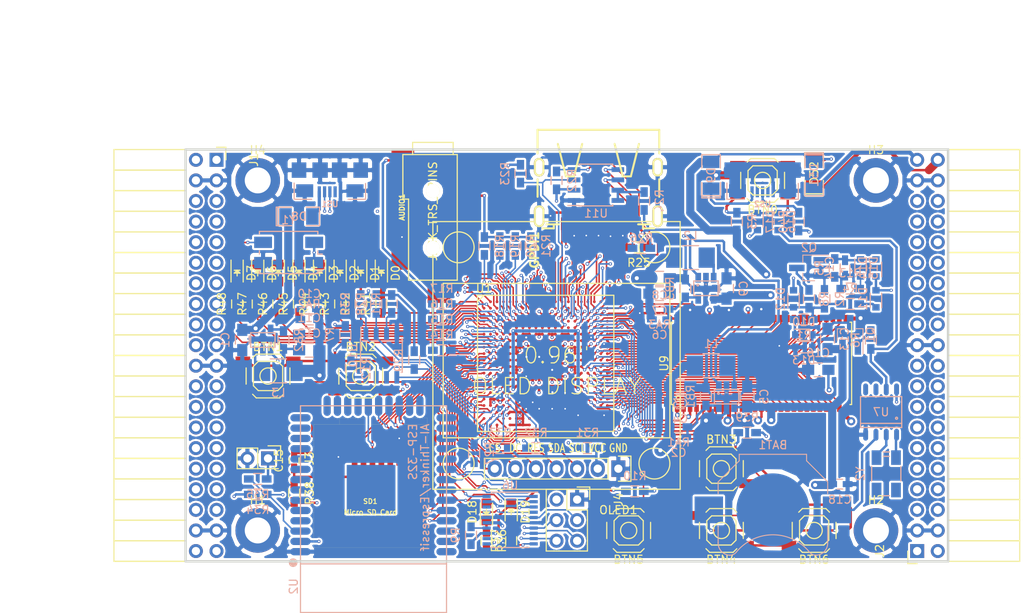
<source format=kicad_pcb>
(kicad_pcb (version 4) (host pcbnew 4.0.5+dfsg1-4)
  (layers (0 F.Cu signal) (1 In1.Cu signal) (2 In2.Cu signal) (31 B.Cu signal) (34 B.Paste user) (35 F.Paste user) (36 B.SilkS user) (37 F.SilkS user) (38 B.Mask user) (39 F.Mask user) (44 Edge.Cuts user))
  (net 0 "")
  (net 1 GND)
  (net 2 +5V)
  (net 3 /gpio/IN5V)
  (net 4 /gpio/OUT5V)
  (net 5 +3V3)
  (net 6 "Net-(L1-Pad1)")
  (net 7 "Net-(L2-Pad1)")
  (net 8 +1V2)
  (net 9 BTN_D)
  (net 10 BTN_F1)
  (net 11 BTN_F2)
  (net 12 BTN_L)
  (net 13 BTN_R)
  (net 14 BTN_U)
  (net 15 /power/FB1)
  (net 16 +2V5)
  (net 17 "Net-(L3-Pad1)")
  (net 18 /power/PWREN)
  (net 19 /power/FB3)
  (net 20 /power/FB2)
  (net 21 "Net-(D9-Pad1)")
  (net 22 /power/VBAT)
  (net 23 JTAG_TDI)
  (net 24 JTAG_TCK)
  (net 25 JTAG_TMS)
  (net 26 JTAG_TDO)
  (net 27 /power/WAKEUPn)
  (net 28 /power/WKUP)
  (net 29 /power/SHUT)
  (net 30 /power/WAKE)
  (net 31 /power/HOLD)
  (net 32 /power/WKn)
  (net 33 /power/OSCI_32k)
  (net 34 /power/OSCO_32k)
  (net 35 "Net-(Q2-Pad3)")
  (net 36 SHUTDOWN)
  (net 37 /analog/AUDIO_L)
  (net 38 /analog/AUDIO_R)
  (net 39 GPDI_5V_SCL)
  (net 40 GPDI_5V_SDA)
  (net 41 GPDI_SDA)
  (net 42 GPDI_SCL)
  (net 43 /gpdi/VREF2)
  (net 44 SD_CMD)
  (net 45 SD_CLK)
  (net 46 SD_D0)
  (net 47 SD_D1)
  (net 48 USB5V)
  (net 49 "Net-(BTN0-Pad1)")
  (net 50 GPDI_CEC)
  (net 51 nRESET)
  (net 52 FTDI_nDTR)
  (net 53 SDRAM_CKE)
  (net 54 SDRAM_A7)
  (net 55 SDRAM_D15)
  (net 56 SDRAM_BA1)
  (net 57 SDRAM_D7)
  (net 58 SDRAM_A6)
  (net 59 SDRAM_CLK)
  (net 60 SDRAM_D13)
  (net 61 SDRAM_BA0)
  (net 62 SDRAM_D6)
  (net 63 SDRAM_A5)
  (net 64 SDRAM_D14)
  (net 65 SDRAM_A11)
  (net 66 SDRAM_D12)
  (net 67 SDRAM_D5)
  (net 68 SDRAM_A4)
  (net 69 SDRAM_A10)
  (net 70 SDRAM_D11)
  (net 71 SDRAM_A3)
  (net 72 SDRAM_D4)
  (net 73 SDRAM_D10)
  (net 74 SDRAM_D9)
  (net 75 SDRAM_A9)
  (net 76 SDRAM_D3)
  (net 77 SDRAM_D8)
  (net 78 SDRAM_A8)
  (net 79 SDRAM_A2)
  (net 80 SDRAM_A1)
  (net 81 SDRAM_A0)
  (net 82 SDRAM_D2)
  (net 83 SDRAM_D1)
  (net 84 SDRAM_D0)
  (net 85 SDRAM_DQM0)
  (net 86 SDRAM_nCS)
  (net 87 SDRAM_nRAS)
  (net 88 SDRAM_DQM1)
  (net 89 SDRAM_nCAS)
  (net 90 SDRAM_nWE)
  (net 91 /flash/FLASH_nWP)
  (net 92 /flash/FLASH_nHOLD)
  (net 93 /flash/FLASH_MOSI)
  (net 94 /flash/FLASH_MISO)
  (net 95 /flash/FLASH_SCK)
  (net 96 /flash/FLASH_nCS)
  (net 97 /flash/FPGA_PROGRAMN)
  (net 98 /flash/FPGA_DONE)
  (net 99 /flash/FPGA_INITN)
  (net 100 OLED_RES)
  (net 101 OLED_DC)
  (net 102 OLED_CS)
  (net 103 WIFI_EN)
  (net 104 FTDI_nRTS)
  (net 105 FTDI_TXD)
  (net 106 FTDI_RXD)
  (net 107 WIFI_RXD)
  (net 108 WIFI_GPIO0)
  (net 109 WIFI_TXD)
  (net 110 GPDI_ETH-)
  (net 111 GPDI_ETH+)
  (net 112 GPDI_D2+)
  (net 113 GPDI_D2-)
  (net 114 GPDI_D1+)
  (net 115 GPDI_D1-)
  (net 116 GPDI_D0+)
  (net 117 GPDI_D0-)
  (net 118 GPDI_CLK+)
  (net 119 GPDI_CLK-)
  (net 120 USB_FTDI_D+)
  (net 121 USB_FTDI_D-)
  (net 122 J1_17-)
  (net 123 J1_17+)
  (net 124 J1_23-)
  (net 125 J1_23+)
  (net 126 J1_25-)
  (net 127 J1_25+)
  (net 128 J1_27-)
  (net 129 J1_27+)
  (net 130 J1_29-)
  (net 131 J1_29+)
  (net 132 J1_31-)
  (net 133 J1_31+)
  (net 134 J1_33-)
  (net 135 J1_33+)
  (net 136 J1_35-)
  (net 137 J1_35+)
  (net 138 J2_5-)
  (net 139 J2_5+)
  (net 140 J2_7-)
  (net 141 J2_7+)
  (net 142 J2_9-)
  (net 143 J2_9+)
  (net 144 J2_13-)
  (net 145 J2_13+)
  (net 146 J2_17-)
  (net 147 J2_17+)
  (net 148 J2_11-)
  (net 149 J2_11+)
  (net 150 J2_23-)
  (net 151 J2_23+)
  (net 152 J1_5-)
  (net 153 J1_5+)
  (net 154 J1_7-)
  (net 155 J1_7+)
  (net 156 J1_9-)
  (net 157 J1_9+)
  (net 158 J1_11-)
  (net 159 J1_11+)
  (net 160 J1_13-)
  (net 161 J1_13+)
  (net 162 J1_15-)
  (net 163 J1_15+)
  (net 164 J2_15-)
  (net 165 J2_15+)
  (net 166 J2_25-)
  (net 167 J2_25+)
  (net 168 J2_27-)
  (net 169 J2_27+)
  (net 170 J2_29-)
  (net 171 J2_29+)
  (net 172 J2_31-)
  (net 173 J2_31+)
  (net 174 J2_33-)
  (net 175 J2_33+)
  (net 176 J2_35-)
  (net 177 J2_35+)
  (net 178 SD_D3)
  (net 179 AUDIO_L3)
  (net 180 AUDIO_L2)
  (net 181 AUDIO_L1)
  (net 182 AUDIO_L0)
  (net 183 AUDIO_R3)
  (net 184 AUDIO_R2)
  (net 185 AUDIO_R1)
  (net 186 AUDIO_R0)
  (net 187 OLED_CLK)
  (net 188 OLED_MOSI)
  (net 189 LED0)
  (net 190 LED1)
  (net 191 LED2)
  (net 192 LED3)
  (net 193 LED4)
  (net 194 LED5)
  (net 195 LED6)
  (net 196 LED7)
  (net 197 BTN_PWRn)
  (net 198 "Net-(J3-Pad1)")
  (net 199 FTDI_nTXLED)
  (net 200 FTDI_nSLEEP)
  (net 201 /blinkey/LED_PWREN)
  (net 202 /blinkey/LED_TXLED)
  (net 203 FT3V3)
  (net 204 /sdcard/SD3V3)
  (net 205 SD_D2)
  (net 206 CLK_25MHz)
  (net 207 /blinkey/BTNPUL)
  (net 208 /blinkey/BTNPUR)
  (net 209 USB_FPGA_D+)
  (net 210 /power/FTDI_nSUSPEND)
  (net 211 /blinkey/ALED0)
  (net 212 /blinkey/ALED1)
  (net 213 /blinkey/ALED2)
  (net 214 /blinkey/ALED3)
  (net 215 /blinkey/ALED4)
  (net 216 /blinkey/ALED5)
  (net 217 /blinkey/ALED6)
  (net 218 /blinkey/ALED7)
  (module lfe5bg381:BGA-381_pitch0.8mm_dia0.4mm (layer F.Cu) (at 138.48 87.8)
    (fp_text reference U1 (at -7.6 -9.2) (layer F.SilkS))
    (fp_text value LFE5U-25F-6BG381C)
    (pad A2 smd circle (at -6.8 -7.6) (size 0.35 0.35) (layers F.Cu F.Paste F.Mask) (net 129 J1_27+))
    (pad A3 smd circle (at -6 -7.6) (size 0.35 0.35) (layers F.Cu F.Paste F.Mask) (net 183 AUDIO_R3))
    (pad A4 smd circle (at -5.2 -7.6) (size 0.35 0.35) (layers F.Cu F.Paste F.Mask) (net 127 J1_25+))
    (pad A5 smd circle (at -4.4 -7.6) (size 0.35 0.35) (layers F.Cu F.Paste F.Mask) (net 126 J1_25-))
    (pad A6 smd circle (at -3.6 -7.6) (size 0.35 0.35) (layers F.Cu F.Paste F.Mask) (net 125 J1_23+))
    (pad A7 smd circle (at -2.8 -7.6) (size 0.35 0.35) (layers F.Cu F.Paste F.Mask) (net 161 J1_13+))
    (pad A8 smd circle (at -2 -7.6) (size 0.35 0.35) (layers F.Cu F.Paste F.Mask) (net 160 J1_13-))
    (pad A9 smd circle (at -1.2 -7.6) (size 0.35 0.35) (layers F.Cu F.Paste F.Mask) (net 156 J1_9-))
    (pad A10 smd circle (at -0.4 -7.6) (size 0.35 0.35) (layers F.Cu F.Paste F.Mask) (net 155 J1_7+))
    (pad A11 smd circle (at 0.4 -7.6) (size 0.35 0.35) (layers F.Cu F.Paste F.Mask) (net 154 J1_7-))
    (pad A12 smd circle (at 1.2 -7.6) (size 0.35 0.35) (layers F.Cu F.Paste F.Mask) (net 111 GPDI_ETH+))
    (pad A13 smd circle (at 2 -7.6) (size 0.35 0.35) (layers F.Cu F.Paste F.Mask) (net 110 GPDI_ETH-))
    (pad A14 smd circle (at 2.8 -7.6) (size 0.35 0.35) (layers F.Cu F.Paste F.Mask) (net 112 GPDI_D2+))
    (pad A15 smd circle (at 3.6 -7.6) (size 0.35 0.35) (layers F.Cu F.Paste F.Mask))
    (pad A16 smd circle (at 4.4 -7.6) (size 0.35 0.35) (layers F.Cu F.Paste F.Mask) (net 114 GPDI_D1+))
    (pad A17 smd circle (at 5.2 -7.6) (size 0.35 0.35) (layers F.Cu F.Paste F.Mask) (net 116 GPDI_D0+))
    (pad A18 smd circle (at 6 -7.6) (size 0.35 0.35) (layers F.Cu F.Paste F.Mask) (net 118 GPDI_CLK+))
    (pad A19 smd circle (at 6.8 -7.6) (size 0.35 0.35) (layers F.Cu F.Paste F.Mask) (net 50 GPDI_CEC))
    (pad B1 smd circle (at -7.6 -6.8) (size 0.35 0.35) (layers F.Cu F.Paste F.Mask) (net 128 J1_27-))
    (pad B2 smd circle (at -6.8 -6.8) (size 0.35 0.35) (layers F.Cu F.Paste F.Mask) (net 189 LED0))
    (pad B3 smd circle (at -6 -6.8) (size 0.35 0.35) (layers F.Cu F.Paste F.Mask) (net 182 AUDIO_L0))
    (pad B4 smd circle (at -5.2 -6.8) (size 0.35 0.35) (layers F.Cu F.Paste F.Mask) (net 130 J1_29-))
    (pad B5 smd circle (at -4.4 -6.8) (size 0.35 0.35) (layers F.Cu F.Paste F.Mask) (net 184 AUDIO_R2))
    (pad B6 smd circle (at -3.6 -6.8) (size 0.35 0.35) (layers F.Cu F.Paste F.Mask) (net 124 J1_23-))
    (pad B7 smd circle (at -2.8 -6.8) (size 0.35 0.35) (layers F.Cu F.Paste F.Mask) (net 1 GND))
    (pad B8 smd circle (at -2 -6.8) (size 0.35 0.35) (layers F.Cu F.Paste F.Mask) (net 162 J1_15-))
    (pad B9 smd circle (at -1.2 -6.8) (size 0.35 0.35) (layers F.Cu F.Paste F.Mask) (net 159 J1_11+))
    (pad B10 smd circle (at -0.4 -6.8) (size 0.35 0.35) (layers F.Cu F.Paste F.Mask) (net 157 J1_9+))
    (pad B11 smd circle (at 0.4 -6.8) (size 0.35 0.35) (layers F.Cu F.Paste F.Mask) (net 153 J1_5+))
    (pad B12 smd circle (at 1.2 -6.8) (size 0.35 0.35) (layers F.Cu F.Paste F.Mask))
    (pad B13 smd circle (at 2 -6.8) (size 0.35 0.35) (layers F.Cu F.Paste F.Mask) (net 175 J2_33+))
    (pad B14 smd circle (at 2.8 -6.8) (size 0.35 0.35) (layers F.Cu F.Paste F.Mask) (net 1 GND))
    (pad B15 smd circle (at 3.6 -6.8) (size 0.35 0.35) (layers F.Cu F.Paste F.Mask) (net 173 J2_31+))
    (pad B16 smd circle (at 4.4 -6.8) (size 0.35 0.35) (layers F.Cu F.Paste F.Mask) (net 115 GPDI_D1-))
    (pad B17 smd circle (at 5.2 -6.8) (size 0.35 0.35) (layers F.Cu F.Paste F.Mask) (net 169 J2_27+))
    (pad B18 smd circle (at 6 -6.8) (size 0.35 0.35) (layers F.Cu F.Paste F.Mask) (net 117 GPDI_D0-))
    (pad B19 smd circle (at 6.8 -6.8) (size 0.35 0.35) (layers F.Cu F.Paste F.Mask) (net 119 GPDI_CLK-))
    (pad B20 smd circle (at 7.6 -6.8) (size 0.35 0.35) (layers F.Cu F.Paste F.Mask) (net 41 GPDI_SDA))
    (pad C1 smd circle (at -7.6 -6) (size 0.35 0.35) (layers F.Cu F.Paste F.Mask) (net 191 LED2))
    (pad C2 smd circle (at -6.8 -6) (size 0.35 0.35) (layers F.Cu F.Paste F.Mask) (net 190 LED1))
    (pad C3 smd circle (at -6 -6) (size 0.35 0.35) (layers F.Cu F.Paste F.Mask) (net 181 AUDIO_L1))
    (pad C4 smd circle (at -5.2 -6) (size 0.35 0.35) (layers F.Cu F.Paste F.Mask) (net 131 J1_29+))
    (pad C5 smd circle (at -4.4 -6) (size 0.35 0.35) (layers F.Cu F.Paste F.Mask) (net 186 AUDIO_R0))
    (pad C6 smd circle (at -3.6 -6) (size 0.35 0.35) (layers F.Cu F.Paste F.Mask) (net 123 J1_17+))
    (pad C7 smd circle (at -2.8 -6) (size 0.35 0.35) (layers F.Cu F.Paste F.Mask) (net 122 J1_17-))
    (pad C8 smd circle (at -2 -6) (size 0.35 0.35) (layers F.Cu F.Paste F.Mask) (net 163 J1_15+))
    (pad C9 smd circle (at -1.2 -6) (size 0.35 0.35) (layers F.Cu F.Paste F.Mask))
    (pad C10 smd circle (at -0.4 -6) (size 0.35 0.35) (layers F.Cu F.Paste F.Mask) (net 158 J1_11-))
    (pad C11 smd circle (at 0.4 -6) (size 0.35 0.35) (layers F.Cu F.Paste F.Mask) (net 152 J1_5-))
    (pad C12 smd circle (at 1.2 -6) (size 0.35 0.35) (layers F.Cu F.Paste F.Mask) (net 42 GPDI_SCL))
    (pad C13 smd circle (at 2 -6) (size 0.35 0.35) (layers F.Cu F.Paste F.Mask) (net 174 J2_33-))
    (pad C14 smd circle (at 2.8 -6) (size 0.35 0.35) (layers F.Cu F.Paste F.Mask) (net 113 GPDI_D2-))
    (pad C15 smd circle (at 3.6 -6) (size 0.35 0.35) (layers F.Cu F.Paste F.Mask) (net 172 J2_31-))
    (pad C16 smd circle (at 4.4 -6) (size 0.35 0.35) (layers F.Cu F.Paste F.Mask) (net 171 J2_29+))
    (pad C17 smd circle (at 5.2 -6) (size 0.35 0.35) (layers F.Cu F.Paste F.Mask) (net 168 J2_27-))
    (pad C18 smd circle (at 6 -6) (size 0.35 0.35) (layers F.Cu F.Paste F.Mask) (net 151 J2_23+))
    (pad C19 smd circle (at 6.8 -6) (size 0.35 0.35) (layers F.Cu F.Paste F.Mask) (net 1 GND))
    (pad C20 smd circle (at 7.6 -6) (size 0.35 0.35) (layers F.Cu F.Paste F.Mask) (net 64 SDRAM_D14))
    (pad D1 smd circle (at -7.6 -5.2) (size 0.35 0.35) (layers F.Cu F.Paste F.Mask) (net 193 LED4))
    (pad D2 smd circle (at -6.8 -5.2) (size 0.35 0.35) (layers F.Cu F.Paste F.Mask) (net 192 LED3))
    (pad D3 smd circle (at -6 -5.2) (size 0.35 0.35) (layers F.Cu F.Paste F.Mask) (net 180 AUDIO_L2))
    (pad D4 smd circle (at -5.2 -5.2) (size 0.35 0.35) (layers F.Cu F.Paste F.Mask) (net 1 GND))
    (pad D5 smd circle (at -4.4 -5.2) (size 0.35 0.35) (layers F.Cu F.Paste F.Mask) (net 185 AUDIO_R1))
    (pad D6 smd circle (at -3.6 -5.2) (size 0.35 0.35) (layers F.Cu F.Paste F.Mask) (net 197 BTN_PWRn))
    (pad D7 smd circle (at -2.8 -5.2) (size 0.35 0.35) (layers F.Cu F.Paste F.Mask))
    (pad D8 smd circle (at -2 -5.2) (size 0.35 0.35) (layers F.Cu F.Paste F.Mask))
    (pad D9 smd circle (at -1.2 -5.2) (size 0.35 0.35) (layers F.Cu F.Paste F.Mask))
    (pad D10 smd circle (at -0.4 -5.2) (size 0.35 0.35) (layers F.Cu F.Paste F.Mask))
    (pad D11 smd circle (at 0.4 -5.2) (size 0.35 0.35) (layers F.Cu F.Paste F.Mask))
    (pad D12 smd circle (at 1.2 -5.2) (size 0.35 0.35) (layers F.Cu F.Paste F.Mask))
    (pad D13 smd circle (at 2 -5.2) (size 0.35 0.35) (layers F.Cu F.Paste F.Mask) (net 177 J2_35+))
    (pad D14 smd circle (at 2.8 -5.2) (size 0.35 0.35) (layers F.Cu F.Paste F.Mask))
    (pad D15 smd circle (at 3.6 -5.2) (size 0.35 0.35) (layers F.Cu F.Paste F.Mask) (net 167 J2_25+))
    (pad D16 smd circle (at 4.4 -5.2) (size 0.35 0.35) (layers F.Cu F.Paste F.Mask) (net 170 J2_29-))
    (pad D17 smd circle (at 5.2 -5.2) (size 0.35 0.35) (layers F.Cu F.Paste F.Mask) (net 150 J2_23-))
    (pad D18 smd circle (at 6 -5.2) (size 0.35 0.35) (layers F.Cu F.Paste F.Mask) (net 147 J2_17+))
    (pad D19 smd circle (at 6.8 -5.2) (size 0.35 0.35) (layers F.Cu F.Paste F.Mask) (net 55 SDRAM_D15))
    (pad D20 smd circle (at 7.6 -5.2) (size 0.35 0.35) (layers F.Cu F.Paste F.Mask) (net 60 SDRAM_D13))
    (pad E1 smd circle (at -7.6 -4.4) (size 0.35 0.35) (layers F.Cu F.Paste F.Mask) (net 195 LED6))
    (pad E2 smd circle (at -6.8 -4.4) (size 0.35 0.35) (layers F.Cu F.Paste F.Mask) (net 194 LED5))
    (pad E3 smd circle (at -6 -4.4) (size 0.35 0.35) (layers F.Cu F.Paste F.Mask) (net 132 J1_31-))
    (pad E4 smd circle (at -5.2 -4.4) (size 0.35 0.35) (layers F.Cu F.Paste F.Mask) (net 179 AUDIO_L3))
    (pad E5 smd circle (at -4.4 -4.4) (size 0.35 0.35) (layers F.Cu F.Paste F.Mask))
    (pad E6 smd circle (at -3.6 -4.4) (size 0.35 0.35) (layers F.Cu F.Paste F.Mask))
    (pad E7 smd circle (at -2.8 -4.4) (size 0.35 0.35) (layers F.Cu F.Paste F.Mask))
    (pad E8 smd circle (at -2 -4.4) (size 0.35 0.35) (layers F.Cu F.Paste F.Mask))
    (pad E9 smd circle (at -1.2 -4.4) (size 0.35 0.35) (layers F.Cu F.Paste F.Mask))
    (pad E10 smd circle (at -0.4 -4.4) (size 0.35 0.35) (layers F.Cu F.Paste F.Mask))
    (pad E11 smd circle (at 0.4 -4.4) (size 0.35 0.35) (layers F.Cu F.Paste F.Mask))
    (pad E12 smd circle (at 1.2 -4.4) (size 0.35 0.35) (layers F.Cu F.Paste F.Mask))
    (pad E13 smd circle (at 2 -4.4) (size 0.35 0.35) (layers F.Cu F.Paste F.Mask) (net 176 J2_35-))
    (pad E14 smd circle (at 2.8 -4.4) (size 0.35 0.35) (layers F.Cu F.Paste F.Mask))
    (pad E15 smd circle (at 3.6 -4.4) (size 0.35 0.35) (layers F.Cu F.Paste F.Mask) (net 166 J2_25-))
    (pad E16 smd circle (at 4.4 -4.4) (size 0.35 0.35) (layers F.Cu F.Paste F.Mask))
    (pad E17 smd circle (at 5.2 -4.4) (size 0.35 0.35) (layers F.Cu F.Paste F.Mask) (net 146 J2_17-))
    (pad E18 smd circle (at 6 -4.4) (size 0.35 0.35) (layers F.Cu F.Paste F.Mask) (net 72 SDRAM_D4))
    (pad E19 smd circle (at 6.8 -4.4) (size 0.35 0.35) (layers F.Cu F.Paste F.Mask) (net 66 SDRAM_D12))
    (pad E20 smd circle (at 7.6 -4.4) (size 0.35 0.35) (layers F.Cu F.Paste F.Mask) (net 70 SDRAM_D11))
    (pad F1 smd circle (at -7.6 -3.6) (size 0.35 0.35) (layers F.Cu F.Paste F.Mask) (net 103 WIFI_EN))
    (pad F2 smd circle (at -6.8 -3.6) (size 0.35 0.35) (layers F.Cu F.Paste F.Mask))
    (pad F3 smd circle (at -6 -3.6) (size 0.35 0.35) (layers F.Cu F.Paste F.Mask) (net 134 J1_33-))
    (pad F4 smd circle (at -5.2 -3.6) (size 0.35 0.35) (layers F.Cu F.Paste F.Mask) (net 133 J1_31+))
    (pad F5 smd circle (at -4.4 -3.6) (size 0.35 0.35) (layers F.Cu F.Paste F.Mask))
    (pad F6 smd circle (at -3.6 -3.6) (size 0.35 0.35) (layers F.Cu F.Paste F.Mask) (net 16 +2V5))
    (pad F7 smd circle (at -2.8 -3.6) (size 0.35 0.35) (layers F.Cu F.Paste F.Mask) (net 1 GND))
    (pad F8 smd circle (at -2 -3.6) (size 0.35 0.35) (layers F.Cu F.Paste F.Mask) (net 1 GND))
    (pad F9 smd circle (at -1.2 -3.6) (size 0.35 0.35) (layers F.Cu F.Paste F.Mask) (net 5 +3V3))
    (pad F10 smd circle (at -0.4 -3.6) (size 0.35 0.35) (layers F.Cu F.Paste F.Mask) (net 5 +3V3))
    (pad F11 smd circle (at 0.4 -3.6) (size 0.35 0.35) (layers F.Cu F.Paste F.Mask) (net 5 +3V3))
    (pad F12 smd circle (at 1.2 -3.6) (size 0.35 0.35) (layers F.Cu F.Paste F.Mask) (net 5 +3V3))
    (pad F13 smd circle (at 2 -3.6) (size 0.35 0.35) (layers F.Cu F.Paste F.Mask) (net 1 GND))
    (pad F14 smd circle (at 2.8 -3.6) (size 0.35 0.35) (layers F.Cu F.Paste F.Mask) (net 1 GND))
    (pad F15 smd circle (at 3.6 -3.6) (size 0.35 0.35) (layers F.Cu F.Paste F.Mask) (net 16 +2V5))
    (pad F16 smd circle (at 4.4 -3.6) (size 0.35 0.35) (layers F.Cu F.Paste F.Mask))
    (pad F17 smd circle (at 5.2 -3.6) (size 0.35 0.35) (layers F.Cu F.Paste F.Mask) (net 165 J2_15+))
    (pad F18 smd circle (at 6 -3.6) (size 0.35 0.35) (layers F.Cu F.Paste F.Mask) (net 67 SDRAM_D5))
    (pad F19 smd circle (at 6.8 -3.6) (size 0.35 0.35) (layers F.Cu F.Paste F.Mask) (net 73 SDRAM_D10))
    (pad F20 smd circle (at 7.6 -3.6) (size 0.35 0.35) (layers F.Cu F.Paste F.Mask) (net 74 SDRAM_D9))
    (pad G1 smd circle (at -7.6 -2.8) (size 0.35 0.35) (layers F.Cu F.Paste F.Mask))
    (pad G2 smd circle (at -6.8 -2.8) (size 0.35 0.35) (layers F.Cu F.Paste F.Mask) (net 206 CLK_25MHz))
    (pad G3 smd circle (at -6 -2.8) (size 0.35 0.35) (layers F.Cu F.Paste F.Mask) (net 135 J1_33+))
    (pad G4 smd circle (at -5.2 -2.8) (size 0.35 0.35) (layers F.Cu F.Paste F.Mask) (net 1 GND))
    (pad G5 smd circle (at -4.4 -2.8) (size 0.35 0.35) (layers F.Cu F.Paste F.Mask) (net 136 J1_35-))
    (pad G6 smd circle (at -3.6 -2.8) (size 0.35 0.35) (layers F.Cu F.Paste F.Mask) (net 1 GND))
    (pad G7 smd circle (at -2.8 -2.8) (size 0.35 0.35) (layers F.Cu F.Paste F.Mask) (net 1 GND))
    (pad G8 smd circle (at -2 -2.8) (size 0.35 0.35) (layers F.Cu F.Paste F.Mask) (net 1 GND))
    (pad G9 smd circle (at -1.2 -2.8) (size 0.35 0.35) (layers F.Cu F.Paste F.Mask) (net 1 GND))
    (pad G10 smd circle (at -0.4 -2.8) (size 0.35 0.35) (layers F.Cu F.Paste F.Mask) (net 1 GND))
    (pad G11 smd circle (at 0.4 -2.8) (size 0.35 0.35) (layers F.Cu F.Paste F.Mask) (net 1 GND))
    (pad G12 smd circle (at 1.2 -2.8) (size 0.35 0.35) (layers F.Cu F.Paste F.Mask) (net 1 GND))
    (pad G13 smd circle (at 2 -2.8) (size 0.35 0.35) (layers F.Cu F.Paste F.Mask) (net 1 GND))
    (pad G14 smd circle (at 2.8 -2.8) (size 0.35 0.35) (layers F.Cu F.Paste F.Mask) (net 1 GND))
    (pad G15 smd circle (at 3.6 -2.8) (size 0.35 0.35) (layers F.Cu F.Paste F.Mask) (net 1 GND))
    (pad G16 smd circle (at 4.4 -2.8) (size 0.35 0.35) (layers F.Cu F.Paste F.Mask))
    (pad G17 smd circle (at 5.2 -2.8) (size 0.35 0.35) (layers F.Cu F.Paste F.Mask) (net 1 GND))
    (pad G18 smd circle (at 6 -2.8) (size 0.35 0.35) (layers F.Cu F.Paste F.Mask) (net 164 J2_15-))
    (pad G19 smd circle (at 6.8 -2.8) (size 0.35 0.35) (layers F.Cu F.Paste F.Mask) (net 77 SDRAM_D8))
    (pad G20 smd circle (at 7.6 -2.8) (size 0.35 0.35) (layers F.Cu F.Paste F.Mask) (net 88 SDRAM_DQM1))
    (pad H1 smd circle (at -7.6 -2) (size 0.35 0.35) (layers F.Cu F.Paste F.Mask) (net 178 SD_D3))
    (pad H2 smd circle (at -6.8 -2) (size 0.35 0.35) (layers F.Cu F.Paste F.Mask) (net 205 SD_D2))
    (pad H3 smd circle (at -6 -2) (size 0.35 0.35) (layers F.Cu F.Paste F.Mask) (net 196 LED7))
    (pad H4 smd circle (at -5.2 -2) (size 0.35 0.35) (layers F.Cu F.Paste F.Mask) (net 137 J1_35+))
    (pad H5 smd circle (at -4.4 -2) (size 0.35 0.35) (layers F.Cu F.Paste F.Mask))
    (pad H6 smd circle (at -3.6 -2) (size 0.35 0.35) (layers F.Cu F.Paste F.Mask) (net 5 +3V3))
    (pad H7 smd circle (at -2.8 -2) (size 0.35 0.35) (layers F.Cu F.Paste F.Mask) (net 5 +3V3))
    (pad H8 smd circle (at -2 -2) (size 0.35 0.35) (layers F.Cu F.Paste F.Mask) (net 8 +1V2))
    (pad H9 smd circle (at -1.2 -2) (size 0.35 0.35) (layers F.Cu F.Paste F.Mask) (net 8 +1V2))
    (pad H10 smd circle (at -0.4 -2) (size 0.35 0.35) (layers F.Cu F.Paste F.Mask) (net 8 +1V2))
    (pad H11 smd circle (at 0.4 -2) (size 0.35 0.35) (layers F.Cu F.Paste F.Mask) (net 8 +1V2))
    (pad H12 smd circle (at 1.2 -2) (size 0.35 0.35) (layers F.Cu F.Paste F.Mask) (net 8 +1V2))
    (pad H13 smd circle (at 2 -2) (size 0.35 0.35) (layers F.Cu F.Paste F.Mask) (net 8 +1V2))
    (pad H14 smd circle (at 2.8 -2) (size 0.35 0.35) (layers F.Cu F.Paste F.Mask) (net 5 +3V3))
    (pad H15 smd circle (at 3.6 -2) (size 0.35 0.35) (layers F.Cu F.Paste F.Mask) (net 5 +3V3))
    (pad H16 smd circle (at 4.4 -2) (size 0.35 0.35) (layers F.Cu F.Paste F.Mask))
    (pad H17 smd circle (at 5.2 -2) (size 0.35 0.35) (layers F.Cu F.Paste F.Mask) (net 144 J2_13-))
    (pad H18 smd circle (at 6 -2) (size 0.35 0.35) (layers F.Cu F.Paste F.Mask) (net 145 J2_13+))
    (pad H19 smd circle (at 6.8 -2) (size 0.35 0.35) (layers F.Cu F.Paste F.Mask) (net 1 GND))
    (pad H20 smd circle (at 7.6 -2) (size 0.35 0.35) (layers F.Cu F.Paste F.Mask) (net 59 SDRAM_CLK))
    (pad J1 smd circle (at -7.6 -1.2) (size 0.35 0.35) (layers F.Cu F.Paste F.Mask) (net 45 SD_CLK))
    (pad J2 smd circle (at -6.8 -1.2) (size 0.35 0.35) (layers F.Cu F.Paste F.Mask) (net 1 GND))
    (pad J3 smd circle (at -6 -1.2) (size 0.35 0.35) (layers F.Cu F.Paste F.Mask) (net 44 SD_CMD))
    (pad J4 smd circle (at -5.2 -1.2) (size 0.35 0.35) (layers F.Cu F.Paste F.Mask))
    (pad J5 smd circle (at -4.4 -1.2) (size 0.35 0.35) (layers F.Cu F.Paste F.Mask))
    (pad J6 smd circle (at -3.6 -1.2) (size 0.35 0.35) (layers F.Cu F.Paste F.Mask) (net 5 +3V3))
    (pad J7 smd circle (at -2.8 -1.2) (size 0.35 0.35) (layers F.Cu F.Paste F.Mask) (net 1 GND))
    (pad J8 smd circle (at -2 -1.2) (size 0.35 0.35) (layers F.Cu F.Paste F.Mask) (net 8 +1V2))
    (pad J9 smd circle (at -1.2 -1.2) (size 0.35 0.35) (layers F.Cu F.Paste F.Mask) (net 1 GND))
    (pad J10 smd circle (at -0.4 -1.2) (size 0.35 0.35) (layers F.Cu F.Paste F.Mask) (net 1 GND))
    (pad J11 smd circle (at 0.4 -1.2) (size 0.35 0.35) (layers F.Cu F.Paste F.Mask) (net 1 GND))
    (pad J12 smd circle (at 1.2 -1.2) (size 0.35 0.35) (layers F.Cu F.Paste F.Mask) (net 1 GND))
    (pad J13 smd circle (at 2 -1.2) (size 0.35 0.35) (layers F.Cu F.Paste F.Mask) (net 8 +1V2))
    (pad J14 smd circle (at 2.8 -1.2) (size 0.35 0.35) (layers F.Cu F.Paste F.Mask) (net 1 GND))
    (pad J15 smd circle (at 3.6 -1.2) (size 0.35 0.35) (layers F.Cu F.Paste F.Mask) (net 5 +3V3))
    (pad J16 smd circle (at 4.4 -1.2) (size 0.35 0.35) (layers F.Cu F.Paste F.Mask))
    (pad J17 smd circle (at 5.2 -1.2) (size 0.35 0.35) (layers F.Cu F.Paste F.Mask))
    (pad J18 smd circle (at 6 -1.2) (size 0.35 0.35) (layers F.Cu F.Paste F.Mask) (net 76 SDRAM_D3))
    (pad J19 smd circle (at 6.8 -1.2) (size 0.35 0.35) (layers F.Cu F.Paste F.Mask) (net 53 SDRAM_CKE))
    (pad J20 smd circle (at 7.6 -1.2) (size 0.35 0.35) (layers F.Cu F.Paste F.Mask) (net 65 SDRAM_A11))
    (pad K1 smd circle (at -7.6 -0.4) (size 0.35 0.35) (layers F.Cu F.Paste F.Mask) (net 47 SD_D1))
    (pad K2 smd circle (at -6.8 -0.4) (size 0.35 0.35) (layers F.Cu F.Paste F.Mask) (net 46 SD_D0))
    (pad K3 smd circle (at -6 -0.4) (size 0.35 0.35) (layers F.Cu F.Paste F.Mask) (net 107 WIFI_RXD))
    (pad K4 smd circle (at -5.2 -0.4) (size 0.35 0.35) (layers F.Cu F.Paste F.Mask) (net 109 WIFI_TXD))
    (pad K5 smd circle (at -4.4 -0.4) (size 0.35 0.35) (layers F.Cu F.Paste F.Mask))
    (pad K6 smd circle (at -3.6 -0.4) (size 0.35 0.35) (layers F.Cu F.Paste F.Mask) (net 1 GND))
    (pad K7 smd circle (at -2.8 -0.4) (size 0.35 0.35) (layers F.Cu F.Paste F.Mask) (net 1 GND))
    (pad K8 smd circle (at -2 -0.4) (size 0.35 0.35) (layers F.Cu F.Paste F.Mask) (net 8 +1V2))
    (pad K9 smd circle (at -1.2 -0.4) (size 0.35 0.35) (layers F.Cu F.Paste F.Mask) (net 1 GND))
    (pad K10 smd circle (at -0.4 -0.4) (size 0.35 0.35) (layers F.Cu F.Paste F.Mask) (net 1 GND))
    (pad K11 smd circle (at 0.4 -0.4) (size 0.35 0.35) (layers F.Cu F.Paste F.Mask) (net 1 GND))
    (pad K12 smd circle (at 1.2 -0.4) (size 0.35 0.35) (layers F.Cu F.Paste F.Mask) (net 1 GND))
    (pad K13 smd circle (at 2 -0.4) (size 0.35 0.35) (layers F.Cu F.Paste F.Mask) (net 8 +1V2))
    (pad K14 smd circle (at 2.8 -0.4) (size 0.35 0.35) (layers F.Cu F.Paste F.Mask) (net 1 GND))
    (pad K15 smd circle (at 3.6 -0.4) (size 0.35 0.35) (layers F.Cu F.Paste F.Mask) (net 1 GND))
    (pad K16 smd circle (at 4.4 -0.4) (size 0.35 0.35) (layers F.Cu F.Paste F.Mask))
    (pad K17 smd circle (at 5.2 -0.4) (size 0.35 0.35) (layers F.Cu F.Paste F.Mask))
    (pad K18 smd circle (at 6 -0.4) (size 0.35 0.35) (layers F.Cu F.Paste F.Mask) (net 82 SDRAM_D2))
    (pad K19 smd circle (at 6.8 -0.4) (size 0.35 0.35) (layers F.Cu F.Paste F.Mask) (net 75 SDRAM_A9))
    (pad K20 smd circle (at 7.6 -0.4) (size 0.35 0.35) (layers F.Cu F.Paste F.Mask) (net 78 SDRAM_A8))
    (pad L1 smd circle (at -7.6 0.4) (size 0.35 0.35) (layers F.Cu F.Paste F.Mask))
    (pad L2 smd circle (at -6.8 0.4) (size 0.35 0.35) (layers F.Cu F.Paste F.Mask) (net 108 WIFI_GPIO0))
    (pad L3 smd circle (at -6 0.4) (size 0.35 0.35) (layers F.Cu F.Paste F.Mask))
    (pad L4 smd circle (at -5.2 0.4) (size 0.35 0.35) (layers F.Cu F.Paste F.Mask) (net 106 FTDI_RXD))
    (pad L5 smd circle (at -4.4 0.4) (size 0.35 0.35) (layers F.Cu F.Paste F.Mask))
    (pad L6 smd circle (at -3.6 0.4) (size 0.35 0.35) (layers F.Cu F.Paste F.Mask) (net 5 +3V3))
    (pad L7 smd circle (at -2.8 0.4) (size 0.35 0.35) (layers F.Cu F.Paste F.Mask) (net 5 +3V3))
    (pad L8 smd circle (at -2 0.4) (size 0.35 0.35) (layers F.Cu F.Paste F.Mask) (net 8 +1V2))
    (pad L9 smd circle (at -1.2 0.4) (size 0.35 0.35) (layers F.Cu F.Paste F.Mask) (net 1 GND))
    (pad L10 smd circle (at -0.4 0.4) (size 0.35 0.35) (layers F.Cu F.Paste F.Mask) (net 1 GND))
    (pad L11 smd circle (at 0.4 0.4) (size 0.35 0.35) (layers F.Cu F.Paste F.Mask) (net 1 GND))
    (pad L12 smd circle (at 1.2 0.4) (size 0.35 0.35) (layers F.Cu F.Paste F.Mask) (net 1 GND))
    (pad L13 smd circle (at 2 0.4) (size 0.35 0.35) (layers F.Cu F.Paste F.Mask) (net 8 +1V2))
    (pad L14 smd circle (at 2.8 0.4) (size 0.35 0.35) (layers F.Cu F.Paste F.Mask) (net 5 +3V3))
    (pad L15 smd circle (at 3.6 0.4) (size 0.35 0.35) (layers F.Cu F.Paste F.Mask) (net 5 +3V3))
    (pad L16 smd circle (at 4.4 0.4) (size 0.35 0.35) (layers F.Cu F.Paste F.Mask) (net 149 J2_11+))
    (pad L17 smd circle (at 5.2 0.4) (size 0.35 0.35) (layers F.Cu F.Paste F.Mask) (net 148 J2_11-))
    (pad L18 smd circle (at 6 0.4) (size 0.35 0.35) (layers F.Cu F.Paste F.Mask) (net 83 SDRAM_D1))
    (pad L19 smd circle (at 6.8 0.4) (size 0.35 0.35) (layers F.Cu F.Paste F.Mask) (net 54 SDRAM_A7))
    (pad L20 smd circle (at 7.6 0.4) (size 0.35 0.35) (layers F.Cu F.Paste F.Mask) (net 58 SDRAM_A6))
    (pad M1 smd circle (at -7.6 1.2) (size 0.35 0.35) (layers F.Cu F.Paste F.Mask) (net 105 FTDI_TXD))
    (pad M2 smd circle (at -6.8 1.2) (size 0.35 0.35) (layers F.Cu F.Paste F.Mask) (net 1 GND))
    (pad M3 smd circle (at -6 1.2) (size 0.35 0.35) (layers F.Cu F.Paste F.Mask) (net 104 FTDI_nRTS))
    (pad M4 smd circle (at -5.2 1.2) (size 0.35 0.35) (layers F.Cu F.Paste F.Mask))
    (pad M5 smd circle (at -4.4 1.2) (size 0.35 0.35) (layers F.Cu F.Paste F.Mask))
    (pad M6 smd circle (at -3.6 1.2) (size 0.35 0.35) (layers F.Cu F.Paste F.Mask) (net 5 +3V3))
    (pad M7 smd circle (at -2.8 1.2) (size 0.35 0.35) (layers F.Cu F.Paste F.Mask) (net 1 GND))
    (pad M8 smd circle (at -2 1.2) (size 0.35 0.35) (layers F.Cu F.Paste F.Mask) (net 8 +1V2))
    (pad M9 smd circle (at -1.2 1.2) (size 0.35 0.35) (layers F.Cu F.Paste F.Mask) (net 1 GND))
    (pad M10 smd circle (at -0.4 1.2) (size 0.35 0.35) (layers F.Cu F.Paste F.Mask) (net 1 GND))
    (pad M11 smd circle (at 0.4 1.2) (size 0.35 0.35) (layers F.Cu F.Paste F.Mask) (net 1 GND))
    (pad M12 smd circle (at 1.2 1.2) (size 0.35 0.35) (layers F.Cu F.Paste F.Mask) (net 1 GND))
    (pad M13 smd circle (at 2 1.2) (size 0.35 0.35) (layers F.Cu F.Paste F.Mask) (net 8 +1V2))
    (pad M14 smd circle (at 2.8 1.2) (size 0.35 0.35) (layers F.Cu F.Paste F.Mask) (net 1 GND))
    (pad M15 smd circle (at 3.6 1.2) (size 0.35 0.35) (layers F.Cu F.Paste F.Mask) (net 5 +3V3))
    (pad M16 smd circle (at 4.4 1.2) (size 0.35 0.35) (layers F.Cu F.Paste F.Mask) (net 1 GND))
    (pad M17 smd circle (at 5.2 1.2) (size 0.35 0.35) (layers F.Cu F.Paste F.Mask) (net 142 J2_9-))
    (pad M18 smd circle (at 6 1.2) (size 0.35 0.35) (layers F.Cu F.Paste F.Mask) (net 84 SDRAM_D0))
    (pad M19 smd circle (at 6.8 1.2) (size 0.35 0.35) (layers F.Cu F.Paste F.Mask) (net 63 SDRAM_A5))
    (pad M20 smd circle (at 7.6 1.2) (size 0.35 0.35) (layers F.Cu F.Paste F.Mask) (net 68 SDRAM_A4))
    (pad N1 smd circle (at -7.6 2) (size 0.35 0.35) (layers F.Cu F.Paste F.Mask) (net 52 FTDI_nDTR))
    (pad N2 smd circle (at -6.8 2) (size 0.35 0.35) (layers F.Cu F.Paste F.Mask) (net 102 OLED_CS))
    (pad N3 smd circle (at -6 2) (size 0.35 0.35) (layers F.Cu F.Paste F.Mask))
    (pad N4 smd circle (at -5.2 2) (size 0.35 0.35) (layers F.Cu F.Paste F.Mask))
    (pad N5 smd circle (at -4.4 2) (size 0.35 0.35) (layers F.Cu F.Paste F.Mask))
    (pad N6 smd circle (at -3.6 2) (size 0.35 0.35) (layers F.Cu F.Paste F.Mask) (net 1 GND))
    (pad N7 smd circle (at -2.8 2) (size 0.35 0.35) (layers F.Cu F.Paste F.Mask) (net 1 GND))
    (pad N8 smd circle (at -2 2) (size 0.35 0.35) (layers F.Cu F.Paste F.Mask) (net 8 +1V2))
    (pad N9 smd circle (at -1.2 2) (size 0.35 0.35) (layers F.Cu F.Paste F.Mask) (net 8 +1V2))
    (pad N10 smd circle (at -0.4 2) (size 0.35 0.35) (layers F.Cu F.Paste F.Mask) (net 8 +1V2))
    (pad N11 smd circle (at 0.4 2) (size 0.35 0.35) (layers F.Cu F.Paste F.Mask) (net 8 +1V2))
    (pad N12 smd circle (at 1.2 2) (size 0.35 0.35) (layers F.Cu F.Paste F.Mask) (net 8 +1V2))
    (pad N13 smd circle (at 2 2) (size 0.35 0.35) (layers F.Cu F.Paste F.Mask) (net 8 +1V2))
    (pad N14 smd circle (at 2.8 2) (size 0.35 0.35) (layers F.Cu F.Paste F.Mask) (net 1 GND))
    (pad N15 smd circle (at 3.6 2) (size 0.35 0.35) (layers F.Cu F.Paste F.Mask) (net 1 GND))
    (pad N16 smd circle (at 4.4 2) (size 0.35 0.35) (layers F.Cu F.Paste F.Mask) (net 143 J2_9+))
    (pad N17 smd circle (at 5.2 2) (size 0.35 0.35) (layers F.Cu F.Paste F.Mask) (net 141 J2_7+))
    (pad N18 smd circle (at 6 2) (size 0.35 0.35) (layers F.Cu F.Paste F.Mask) (net 62 SDRAM_D6))
    (pad N19 smd circle (at 6.8 2) (size 0.35 0.35) (layers F.Cu F.Paste F.Mask) (net 71 SDRAM_A3))
    (pad N20 smd circle (at 7.6 2) (size 0.35 0.35) (layers F.Cu F.Paste F.Mask) (net 79 SDRAM_A2))
    (pad P1 smd circle (at -7.6 2.8) (size 0.35 0.35) (layers F.Cu F.Paste F.Mask) (net 101 OLED_DC))
    (pad P2 smd circle (at -6.8 2.8) (size 0.35 0.35) (layers F.Cu F.Paste F.Mask) (net 100 OLED_RES))
    (pad P3 smd circle (at -6 2.8) (size 0.35 0.35) (layers F.Cu F.Paste F.Mask) (net 188 OLED_MOSI))
    (pad P4 smd circle (at -5.2 2.8) (size 0.35 0.35) (layers F.Cu F.Paste F.Mask) (net 187 OLED_CLK))
    (pad P5 smd circle (at -4.4 2.8) (size 0.35 0.35) (layers F.Cu F.Paste F.Mask))
    (pad P6 smd circle (at -3.6 2.8) (size 0.35 0.35) (layers F.Cu F.Paste F.Mask) (net 16 +2V5))
    (pad P7 smd circle (at -2.8 2.8) (size 0.35 0.35) (layers F.Cu F.Paste F.Mask) (net 1 GND))
    (pad P8 smd circle (at -2 2.8) (size 0.35 0.35) (layers F.Cu F.Paste F.Mask) (net 1 GND))
    (pad P9 smd circle (at -1.2 2.8) (size 0.35 0.35) (layers F.Cu F.Paste F.Mask) (net 5 +3V3))
    (pad P10 smd circle (at -0.4 2.8) (size 0.35 0.35) (layers F.Cu F.Paste F.Mask) (net 5 +3V3))
    (pad P11 smd circle (at 0.4 2.8) (size 0.35 0.35) (layers F.Cu F.Paste F.Mask) (net 1 GND))
    (pad P12 smd circle (at 1.2 2.8) (size 0.35 0.35) (layers F.Cu F.Paste F.Mask) (net 1 GND))
    (pad P13 smd circle (at 2 2.8) (size 0.35 0.35) (layers F.Cu F.Paste F.Mask) (net 1 GND))
    (pad P14 smd circle (at 2.8 2.8) (size 0.35 0.35) (layers F.Cu F.Paste F.Mask) (net 1 GND))
    (pad P15 smd circle (at 3.6 2.8) (size 0.35 0.35) (layers F.Cu F.Paste F.Mask) (net 16 +2V5))
    (pad P16 smd circle (at 4.4 2.8) (size 0.35 0.35) (layers F.Cu F.Paste F.Mask) (net 140 J2_7-))
    (pad P17 smd circle (at 5.2 2.8) (size 0.35 0.35) (layers F.Cu F.Paste F.Mask))
    (pad P18 smd circle (at 6 2.8) (size 0.35 0.35) (layers F.Cu F.Paste F.Mask) (net 57 SDRAM_D7))
    (pad P19 smd circle (at 6.8 2.8) (size 0.35 0.35) (layers F.Cu F.Paste F.Mask) (net 80 SDRAM_A1))
    (pad P20 smd circle (at 7.6 2.8) (size 0.35 0.35) (layers F.Cu F.Paste F.Mask) (net 81 SDRAM_A0))
    (pad R1 smd circle (at -7.6 3.6) (size 0.35 0.35) (layers F.Cu F.Paste F.Mask) (net 10 BTN_F1))
    (pad R2 smd circle (at -6.8 3.6) (size 0.35 0.35) (layers F.Cu F.Paste F.Mask) (net 96 /flash/FLASH_nCS))
    (pad R3 smd circle (at -6 3.6) (size 0.35 0.35) (layers F.Cu F.Paste F.Mask))
    (pad R4 smd circle (at -5.2 3.6) (size 0.35 0.35) (layers F.Cu F.Paste F.Mask) (net 1 GND))
    (pad R5 smd circle (at -4.4 3.6) (size 0.35 0.35) (layers F.Cu F.Paste F.Mask) (net 23 JTAG_TDI))
    (pad R16 smd circle (at 4.4 3.6) (size 0.35 0.35) (layers F.Cu F.Paste F.Mask))
    (pad R17 smd circle (at 5.2 3.6) (size 0.35 0.35) (layers F.Cu F.Paste F.Mask))
    (pad R18 smd circle (at 6 3.6) (size 0.35 0.35) (layers F.Cu F.Paste F.Mask) (net 85 SDRAM_DQM0))
    (pad R19 smd circle (at 6.8 3.6) (size 0.35 0.35) (layers F.Cu F.Paste F.Mask) (net 1 GND))
    (pad R20 smd circle (at 7.6 3.6) (size 0.35 0.35) (layers F.Cu F.Paste F.Mask) (net 69 SDRAM_A10))
    (pad T1 smd circle (at -7.6 4.4) (size 0.35 0.35) (layers F.Cu F.Paste F.Mask) (net 11 BTN_F2))
    (pad T2 smd circle (at -6.8 4.4) (size 0.35 0.35) (layers F.Cu F.Paste F.Mask) (net 5 +3V3))
    (pad T3 smd circle (at -6 4.4) (size 0.35 0.35) (layers F.Cu F.Paste F.Mask) (net 5 +3V3))
    (pad T4 smd circle (at -5.2 4.4) (size 0.35 0.35) (layers F.Cu F.Paste F.Mask) (net 5 +3V3))
    (pad T5 smd circle (at -4.4 4.4) (size 0.35 0.35) (layers F.Cu F.Paste F.Mask) (net 24 JTAG_TCK))
    (pad T6 smd circle (at -3.6 4.4) (size 0.35 0.35) (layers F.Cu F.Paste F.Mask) (net 1 GND))
    (pad T7 smd circle (at -2.8 4.4) (size 0.35 0.35) (layers F.Cu F.Paste F.Mask) (net 1 GND))
    (pad T8 smd circle (at -2 4.4) (size 0.35 0.35) (layers F.Cu F.Paste F.Mask) (net 1 GND))
    (pad T9 smd circle (at -1.2 4.4) (size 0.35 0.35) (layers F.Cu F.Paste F.Mask) (net 1 GND))
    (pad T10 smd circle (at -0.4 4.4) (size 0.35 0.35) (layers F.Cu F.Paste F.Mask) (net 1 GND))
    (pad T11 smd circle (at 0.4 4.4) (size 0.35 0.35) (layers F.Cu F.Paste F.Mask))
    (pad T12 smd circle (at 1.2 4.4) (size 0.35 0.35) (layers F.Cu F.Paste F.Mask))
    (pad T13 smd circle (at 2 4.4) (size 0.35 0.35) (layers F.Cu F.Paste F.Mask))
    (pad T14 smd circle (at 2.8 4.4) (size 0.35 0.35) (layers F.Cu F.Paste F.Mask))
    (pad T15 smd circle (at 3.6 4.4) (size 0.35 0.35) (layers F.Cu F.Paste F.Mask))
    (pad T16 smd circle (at 4.4 4.4) (size 0.35 0.35) (layers F.Cu F.Paste F.Mask))
    (pad T17 smd circle (at 5.2 4.4) (size 0.35 0.35) (layers F.Cu F.Paste F.Mask) (net 89 SDRAM_nCAS))
    (pad T18 smd circle (at 6 4.4) (size 0.35 0.35) (layers F.Cu F.Paste F.Mask) (net 90 SDRAM_nWE))
    (pad T19 smd circle (at 6.8 4.4) (size 0.35 0.35) (layers F.Cu F.Paste F.Mask) (net 56 SDRAM_BA1))
    (pad T20 smd circle (at 7.6 4.4) (size 0.35 0.35) (layers F.Cu F.Paste F.Mask) (net 61 SDRAM_BA0))
    (pad U1 smd circle (at -7.6 5.2) (size 0.35 0.35) (layers F.Cu F.Paste F.Mask) (net 12 BTN_L))
    (pad U2 smd circle (at -6.8 5.2) (size 0.35 0.35) (layers F.Cu F.Paste F.Mask) (net 5 +3V3))
    (pad U3 smd circle (at -6 5.2) (size 0.35 0.35) (layers F.Cu F.Paste F.Mask) (net 95 /flash/FLASH_SCK))
    (pad U4 smd circle (at -5.2 5.2) (size 0.35 0.35) (layers F.Cu F.Paste F.Mask) (net 1 GND))
    (pad U5 smd circle (at -4.4 5.2) (size 0.35 0.35) (layers F.Cu F.Paste F.Mask) (net 25 JTAG_TMS))
    (pad U6 smd circle (at -3.6 5.2) (size 0.35 0.35) (layers F.Cu F.Paste F.Mask) (net 1 GND))
    (pad U7 smd circle (at -2.8 5.2) (size 0.35 0.35) (layers F.Cu F.Paste F.Mask) (net 1 GND))
    (pad U8 smd circle (at -2 5.2) (size 0.35 0.35) (layers F.Cu F.Paste F.Mask) (net 1 GND))
    (pad U9 smd circle (at -1.2 5.2) (size 0.35 0.35) (layers F.Cu F.Paste F.Mask) (net 1 GND))
    (pad U10 smd circle (at -0.4 5.2) (size 0.35 0.35) (layers F.Cu F.Paste F.Mask) (net 1 GND))
    (pad U11 smd circle (at 0.4 5.2) (size 0.35 0.35) (layers F.Cu F.Paste F.Mask) (net 1 GND))
    (pad U12 smd circle (at 1.2 5.2) (size 0.35 0.35) (layers F.Cu F.Paste F.Mask) (net 1 GND))
    (pad U13 smd circle (at 2 5.2) (size 0.35 0.35) (layers F.Cu F.Paste F.Mask) (net 1 GND))
    (pad U14 smd circle (at 2.8 5.2) (size 0.35 0.35) (layers F.Cu F.Paste F.Mask) (net 1 GND))
    (pad U15 smd circle (at 3.6 5.2) (size 0.35 0.35) (layers F.Cu F.Paste F.Mask))
    (pad U16 smd circle (at 4.4 5.2) (size 0.35 0.35) (layers F.Cu F.Paste F.Mask))
    (pad U17 smd circle (at 5.2 5.2) (size 0.35 0.35) (layers F.Cu F.Paste F.Mask) (net 138 J2_5-))
    (pad U18 smd circle (at 6 5.2) (size 0.35 0.35) (layers F.Cu F.Paste F.Mask) (net 139 J2_5+))
    (pad U19 smd circle (at 6.8 5.2) (size 0.35 0.35) (layers F.Cu F.Paste F.Mask) (net 86 SDRAM_nCS))
    (pad U20 smd circle (at 7.6 5.2) (size 0.35 0.35) (layers F.Cu F.Paste F.Mask) (net 87 SDRAM_nRAS))
    (pad V1 smd circle (at -7.6 6) (size 0.35 0.35) (layers F.Cu F.Paste F.Mask) (net 9 BTN_D))
    (pad V2 smd circle (at -6.8 6) (size 0.35 0.35) (layers F.Cu F.Paste F.Mask) (net 94 /flash/FLASH_MISO))
    (pad V3 smd circle (at -6 6) (size 0.35 0.35) (layers F.Cu F.Paste F.Mask) (net 99 /flash/FPGA_INITN))
    (pad V4 smd circle (at -5.2 6) (size 0.35 0.35) (layers F.Cu F.Paste F.Mask) (net 26 JTAG_TDO))
    (pad V5 smd circle (at -4.4 6) (size 0.35 0.35) (layers F.Cu F.Paste F.Mask) (net 1 GND))
    (pad V6 smd circle (at -3.6 6) (size 0.35 0.35) (layers F.Cu F.Paste F.Mask) (net 1 GND))
    (pad V7 smd circle (at -2.8 6) (size 0.35 0.35) (layers F.Cu F.Paste F.Mask) (net 1 GND))
    (pad V8 smd circle (at -2 6) (size 0.35 0.35) (layers F.Cu F.Paste F.Mask) (net 1 GND))
    (pad V9 smd circle (at -1.2 6) (size 0.35 0.35) (layers F.Cu F.Paste F.Mask) (net 1 GND))
    (pad V10 smd circle (at -0.4 6) (size 0.35 0.35) (layers F.Cu F.Paste F.Mask) (net 1 GND))
    (pad V11 smd circle (at 0.4 6) (size 0.35 0.35) (layers F.Cu F.Paste F.Mask) (net 1 GND))
    (pad V12 smd circle (at 1.2 6) (size 0.35 0.35) (layers F.Cu F.Paste F.Mask) (net 1 GND))
    (pad V13 smd circle (at 2 6) (size 0.35 0.35) (layers F.Cu F.Paste F.Mask) (net 1 GND))
    (pad V14 smd circle (at 2.8 6) (size 0.35 0.35) (layers F.Cu F.Paste F.Mask) (net 1 GND))
    (pad V15 smd circle (at 3.6 6) (size 0.35 0.35) (layers F.Cu F.Paste F.Mask) (net 1 GND))
    (pad V16 smd circle (at 4.4 6) (size 0.35 0.35) (layers F.Cu F.Paste F.Mask) (net 1 GND))
    (pad V17 smd circle (at 5.2 6) (size 0.35 0.35) (layers F.Cu F.Paste F.Mask))
    (pad V18 smd circle (at 6 6) (size 0.35 0.35) (layers F.Cu F.Paste F.Mask))
    (pad V19 smd circle (at 6.8 6) (size 0.35 0.35) (layers F.Cu F.Paste F.Mask) (net 1 GND))
    (pad V20 smd circle (at 7.6 6) (size 0.35 0.35) (layers F.Cu F.Paste F.Mask) (net 1 GND))
    (pad W1 smd circle (at -7.6 6.8) (size 0.35 0.35) (layers F.Cu F.Paste F.Mask) (net 14 BTN_U))
    (pad W2 smd circle (at -6.8 6.8) (size 0.35 0.35) (layers F.Cu F.Paste F.Mask) (net 93 /flash/FLASH_MOSI))
    (pad W3 smd circle (at -6 6.8) (size 0.35 0.35) (layers F.Cu F.Paste F.Mask) (net 97 /flash/FPGA_PROGRAMN))
    (pad W4 smd circle (at -5.2 6.8) (size 0.35 0.35) (layers F.Cu F.Paste F.Mask))
    (pad W5 smd circle (at -4.4 6.8) (size 0.35 0.35) (layers F.Cu F.Paste F.Mask))
    (pad W6 smd circle (at -3.6 6.8) (size 0.35 0.35) (layers F.Cu F.Paste F.Mask) (net 1 GND))
    (pad W7 smd circle (at -2.8 6.8) (size 0.35 0.35) (layers F.Cu F.Paste F.Mask) (net 1 GND))
    (pad W8 smd circle (at -2 6.8) (size 0.35 0.35) (layers F.Cu F.Paste F.Mask))
    (pad W9 smd circle (at -1.2 6.8) (size 0.35 0.35) (layers F.Cu F.Paste F.Mask))
    (pad W10 smd circle (at -0.4 6.8) (size 0.35 0.35) (layers F.Cu F.Paste F.Mask))
    (pad W11 smd circle (at 0.4 6.8) (size 0.35 0.35) (layers F.Cu F.Paste F.Mask))
    (pad W12 smd circle (at 1.2 6.8) (size 0.35 0.35) (layers F.Cu F.Paste F.Mask) (net 1 GND))
    (pad W13 smd circle (at 2 6.8) (size 0.35 0.35) (layers F.Cu F.Paste F.Mask))
    (pad W14 smd circle (at 2.8 6.8) (size 0.35 0.35) (layers F.Cu F.Paste F.Mask))
    (pad W15 smd circle (at 3.6 6.8) (size 0.35 0.35) (layers F.Cu F.Paste F.Mask) (net 1 GND))
    (pad W16 smd circle (at 4.4 6.8) (size 0.35 0.35) (layers F.Cu F.Paste F.Mask) (net 1 GND))
    (pad W17 smd circle (at 5.2 6.8) (size 0.35 0.35) (layers F.Cu F.Paste F.Mask))
    (pad W18 smd circle (at 6 6.8) (size 0.35 0.35) (layers F.Cu F.Paste F.Mask))
    (pad W19 smd circle (at 6.8 6.8) (size 0.35 0.35) (layers F.Cu F.Paste F.Mask) (net 1 GND))
    (pad W20 smd circle (at 7.6 6.8) (size 0.35 0.35) (layers F.Cu F.Paste F.Mask))
    (pad Y2 smd circle (at -6.8 7.6) (size 0.35 0.35) (layers F.Cu F.Paste F.Mask) (net 13 BTN_R))
    (pad Y3 smd circle (at -6 7.6) (size 0.35 0.35) (layers F.Cu F.Paste F.Mask) (net 98 /flash/FPGA_DONE))
    (pad Y5 smd circle (at -4.4 7.6) (size 0.35 0.35) (layers F.Cu F.Paste F.Mask) (net 1 GND))
    (pad Y6 smd circle (at -3.6 7.6) (size 0.35 0.35) (layers F.Cu F.Paste F.Mask) (net 1 GND))
    (pad Y7 smd circle (at -2.8 7.6) (size 0.35 0.35) (layers F.Cu F.Paste F.Mask) (net 1 GND))
    (pad Y8 smd circle (at -2 7.6) (size 0.35 0.35) (layers F.Cu F.Paste F.Mask) (net 1 GND))
    (pad Y11 smd circle (at 0.4 7.6) (size 0.35 0.35) (layers F.Cu F.Paste F.Mask) (net 1 GND))
    (pad Y12 smd circle (at 1.2 7.6) (size 0.35 0.35) (layers F.Cu F.Paste F.Mask) (net 1 GND))
    (pad Y14 smd circle (at 2.8 7.6) (size 0.35 0.35) (layers F.Cu F.Paste F.Mask))
    (pad Y15 smd circle (at 3.6 7.6) (size 0.35 0.35) (layers F.Cu F.Paste F.Mask))
    (pad Y16 smd circle (at 4.4 7.6) (size 0.35 0.35) (layers F.Cu F.Paste F.Mask))
    (pad Y17 smd circle (at 5.2 7.6) (size 0.35 0.35) (layers F.Cu F.Paste F.Mask))
    (pad Y19 smd circle (at 6.8 7.6) (size 0.35 0.35) (layers F.Cu F.Paste F.Mask))
  )
  (module Keystone_3000_1x12mm-CoinCell:Keystone_3000_1x12mm-CoinCell (layer B.Cu) (at 166.49 105.87 180)
    (fp_text reference BAT1 (at 0 8 180) (layer B.SilkS) (effects (justify mirror)))
    (fp_text value CR1225)
    (pad 1 smd rect (at -7.9 0 180) (size 3.5 3.3) (layers B.Cu B.Paste B.Mask) (net 22 /power/VBAT))
    (pad 1 smd rect (at 7.9 0 180) (size 3.5 3.3) (layers B.Cu B.Paste B.Mask) (net 22 /power/VBAT))
    (pad 2 smd circle (at 0 0 180) (size 9 9) (layers B.Cu B.Mask) (net 1 GND))
  )
  (module SMD_Packages:SMD-1206_Pol (layer F.Cu) (at 171.57 64.341 90)
    (fp_text reference D52 (at 0 0 90) (layer F.SilkS))
    (fp_text value 2A)
    (pad 1 smd rect (at -1.651 0 90) (size 1.524 2.032) (layers F.Cu F.Paste F.Mask) (net 4 /gpio/OUT5V))
    (pad 2 smd rect (at 1.651 0 90) (size 1.524 2.032) (layers F.Cu F.Paste F.Mask) (net 2 +5V))
  )
  (module SMD_Packages:SMD-1206_Pol (layer B.Cu) (at 171.57 64.595 270)
    (fp_text reference D51 (at 0 0 270) (layer B.SilkS) (effects (justify mirror)))
    (fp_text value 2A)
    (pad 1 smd rect (at -1.651 0 270) (size 1.524 2.032) (layers B.Cu B.Paste B.Mask) (net 2 +5V))
    (pad 2 smd rect (at 1.651 0 270) (size 1.524 2.032) (layers B.Cu B.Paste B.Mask) (net 3 /gpio/IN5V))
  )
  (module micro-sd:MicroSD_TF02D (layer F.Cu) (at 116.87 110.52 180)
    (fp_text reference SD1 (at 0 5.7 180) (layer F.SilkS) (effects (font (size 0.59944 0.59944) (thickness 0.12446))))
    (fp_text value Micro_SD_Card (at 0 4.35 180) (layer F.SilkS) (effects (font (size 0.59944 0.59944) (thickness 0.12446))))
    (pad 1 smd rect (at 1.94 11 180) (size 0.7 1.8) (layers F.Cu F.Paste F.Mask) (net 205 SD_D2))
    (pad 2 smd rect (at 0.84 11 180) (size 0.7 1.8) (layers F.Cu F.Paste F.Mask) (net 178 SD_D3))
    (pad 3 smd rect (at -0.26 11 180) (size 0.7 1.8) (layers F.Cu F.Paste F.Mask) (net 44 SD_CMD))
    (pad 4 smd rect (at -1.36 11 180) (size 0.7 1.8) (layers F.Cu F.Paste F.Mask) (net 204 /sdcard/SD3V3))
    (pad 5 smd rect (at -2.46 11 180) (size 0.7 1.8) (layers F.Cu F.Paste F.Mask) (net 45 SD_CLK))
    (pad 6 smd rect (at -3.56 11 180) (size 0.7 1.8) (layers F.Cu F.Paste F.Mask) (net 1 GND))
    (pad 7 smd rect (at -4.66 11 180) (size 0.7 1.8) (layers F.Cu F.Paste F.Mask) (net 46 SD_D0))
    (pad 8 smd rect (at -5.76 11 180) (size 0.7 1.8) (layers F.Cu F.Paste F.Mask) (net 47 SD_D1))
    (pad S smd rect (at -5.05 0.4 180) (size 1.6 1.4) (layers F.Cu F.Paste F.Mask))
    (pad S smd rect (at 0.75 0.4 180) (size 1.8 1.4) (layers F.Cu F.Paste F.Mask))
    (pad G smd rect (at -7.45 13.55 180) (size 1.4 1.9) (layers F.Cu F.Paste F.Mask))
    (pad G smd rect (at 6.6 14.55 180) (size 1.4 1.9) (layers F.Cu F.Paste F.Mask))
  )
  (module Resistors_SMD:R_1210_HandSoldering (layer B.Cu) (at 158.87 88.09 180)
    (fp_text reference L1 (at 0 2.7 180) (layer B.SilkS) (effects (justify mirror)))
    (fp_text value 2.2uH)
    (pad 1 smd rect (at -2 0 180) (size 2 2.5) (layers B.Cu B.Paste B.Mask) (net 6 "Net-(L1-Pad1)"))
    (pad 2 smd rect (at 2 0 180) (size 2 2.5) (layers B.Cu B.Paste B.Mask) (net 8 +1V2))
  )
  (module TSOT-25:TSOT-25 (layer B.Cu) (at 160.775 91.9)
    (fp_text reference U3 (at 0 -0.5) (layer B.SilkS) (effects (font (size 0.15 0.15) (thickness 0.0375)) (justify mirror)))
    (fp_text value AP3429A)
    (pad 1 smd rect (at -0.95 -1.3) (size 0.7 1.2) (layers B.Cu B.Paste B.Mask) (net 18 /power/PWREN))
    (pad 2 smd rect (at 0 -1.3) (size 0.7 1.2) (layers B.Cu B.Paste B.Mask) (net 1 GND))
    (pad 3 smd rect (at 0.95 -1.3) (size 0.7 1.2) (layers B.Cu B.Paste B.Mask) (net 6 "Net-(L1-Pad1)"))
    (pad 4 smd rect (at 0.95 1.3) (size 0.7 1.2) (layers B.Cu B.Paste B.Mask) (net 2 +5V))
    (pad 5 smd rect (at -0.95 1.3) (size 0.7 1.2) (layers B.Cu B.Paste B.Mask) (net 15 /power/FB1))
  )
  (module Resistors_SMD:R_1210_HandSoldering (layer B.Cu) (at 156.33 74.755 180)
    (fp_text reference L2 (at 0 2.7 180) (layer B.SilkS) (effects (justify mirror)))
    (fp_text value 2.2uH)
    (pad 1 smd rect (at -2 0 180) (size 2 2.5) (layers B.Cu B.Paste B.Mask) (net 7 "Net-(L2-Pad1)"))
    (pad 2 smd rect (at 2 0 180) (size 2 2.5) (layers B.Cu B.Paste B.Mask) (net 5 +3V3))
  )
  (module TSOT-25:TSOT-25 (layer B.Cu) (at 158.235 78.535)
    (fp_text reference U4 (at 0 -0.5) (layer B.SilkS) (effects (font (size 0.15 0.15) (thickness 0.0375)) (justify mirror)))
    (fp_text value AP3429A)
    (pad 1 smd rect (at -0.95 -1.3) (size 0.7 1.2) (layers B.Cu B.Paste B.Mask) (net 18 /power/PWREN))
    (pad 2 smd rect (at 0 -1.3) (size 0.7 1.2) (layers B.Cu B.Paste B.Mask) (net 1 GND))
    (pad 3 smd rect (at 0.95 -1.3) (size 0.7 1.2) (layers B.Cu B.Paste B.Mask) (net 7 "Net-(L2-Pad1)"))
    (pad 4 smd rect (at 0.95 1.3) (size 0.7 1.2) (layers B.Cu B.Paste B.Mask) (net 2 +5V))
    (pad 5 smd rect (at -0.95 1.3) (size 0.7 1.2) (layers B.Cu B.Paste B.Mask) (net 19 /power/FB3))
  )
  (module Buttons_Switches_SMD:SW_SPST_SKQG (layer F.Cu) (at 104.26 89.36)
    (fp_text reference BTN1 (at 0 -3.6) (layer F.SilkS))
    (fp_text value FIRE1)
    (pad 1 smd rect (at -3.1 -1.85) (size 1.8 1.1) (layers F.Cu F.Paste F.Mask) (net 207 /blinkey/BTNPUL))
    (pad 1 smd rect (at 3.1 -1.85) (size 1.8 1.1) (layers F.Cu F.Paste F.Mask) (net 207 /blinkey/BTNPUL))
    (pad 2 smd rect (at -3.1 1.85) (size 1.8 1.1) (layers F.Cu F.Paste F.Mask) (net 10 BTN_F1))
    (pad 2 smd rect (at 3.1 1.85) (size 1.8 1.1) (layers F.Cu F.Paste F.Mask) (net 10 BTN_F1))
  )
  (module Buttons_Switches_SMD:SW_SPST_SKQG (layer F.Cu) (at 115.69 89.36)
    (fp_text reference BTN2 (at 0 -3.6) (layer F.SilkS))
    (fp_text value FIRE2)
    (pad 1 smd rect (at -3.1 -1.85) (size 1.8 1.1) (layers F.Cu F.Paste F.Mask) (net 207 /blinkey/BTNPUL))
    (pad 1 smd rect (at 3.1 -1.85) (size 1.8 1.1) (layers F.Cu F.Paste F.Mask) (net 207 /blinkey/BTNPUL))
    (pad 2 smd rect (at -3.1 1.85) (size 1.8 1.1) (layers F.Cu F.Paste F.Mask) (net 11 BTN_F2))
    (pad 2 smd rect (at 3.1 1.85) (size 1.8 1.1) (layers F.Cu F.Paste F.Mask) (net 11 BTN_F2))
  )
  (module Buttons_Switches_SMD:SW_SPST_SKQG (layer F.Cu) (at 160.14 100.79)
    (fp_text reference BTN3 (at 0 -3.6) (layer F.SilkS))
    (fp_text value UP)
    (pad 1 smd rect (at -3.1 -1.85) (size 1.8 1.1) (layers F.Cu F.Paste F.Mask) (net 208 /blinkey/BTNPUR))
    (pad 1 smd rect (at 3.1 -1.85) (size 1.8 1.1) (layers F.Cu F.Paste F.Mask) (net 208 /blinkey/BTNPUR))
    (pad 2 smd rect (at -3.1 1.85) (size 1.8 1.1) (layers F.Cu F.Paste F.Mask) (net 14 BTN_U))
    (pad 2 smd rect (at 3.1 1.85) (size 1.8 1.1) (layers F.Cu F.Paste F.Mask) (net 14 BTN_U))
  )
  (module Buttons_Switches_SMD:SW_SPST_SKQG (layer F.Cu) (at 160.14 108.41 180)
    (fp_text reference BTN4 (at 0 -3.6 180) (layer F.SilkS))
    (fp_text value DOWN)
    (pad 1 smd rect (at -3.1 -1.85 180) (size 1.8 1.1) (layers F.Cu F.Paste F.Mask) (net 208 /blinkey/BTNPUR))
    (pad 1 smd rect (at 3.1 -1.85 180) (size 1.8 1.1) (layers F.Cu F.Paste F.Mask) (net 208 /blinkey/BTNPUR))
    (pad 2 smd rect (at -3.1 1.85 180) (size 1.8 1.1) (layers F.Cu F.Paste F.Mask) (net 9 BTN_D))
    (pad 2 smd rect (at 3.1 1.85 180) (size 1.8 1.1) (layers F.Cu F.Paste F.Mask) (net 9 BTN_D))
  )
  (module Buttons_Switches_SMD:SW_SPST_SKQG (layer F.Cu) (at 148.71 108.41 180)
    (fp_text reference BTN5 (at 0 -3.6 180) (layer F.SilkS))
    (fp_text value LEFT)
    (pad 1 smd rect (at -3.1 -1.85 180) (size 1.8 1.1) (layers F.Cu F.Paste F.Mask) (net 208 /blinkey/BTNPUR))
    (pad 1 smd rect (at 3.1 -1.85 180) (size 1.8 1.1) (layers F.Cu F.Paste F.Mask) (net 208 /blinkey/BTNPUR))
    (pad 2 smd rect (at -3.1 1.85 180) (size 1.8 1.1) (layers F.Cu F.Paste F.Mask) (net 12 BTN_L))
    (pad 2 smd rect (at 3.1 1.85 180) (size 1.8 1.1) (layers F.Cu F.Paste F.Mask) (net 12 BTN_L))
  )
  (module Buttons_Switches_SMD:SW_SPST_SKQG (layer F.Cu) (at 171.57 108.41 180)
    (fp_text reference BTN6 (at 0 -3.6 180) (layer F.SilkS))
    (fp_text value RIGHT)
    (pad 1 smd rect (at -3.1 -1.85 180) (size 1.8 1.1) (layers F.Cu F.Paste F.Mask) (net 208 /blinkey/BTNPUR))
    (pad 1 smd rect (at 3.1 -1.85 180) (size 1.8 1.1) (layers F.Cu F.Paste F.Mask) (net 208 /blinkey/BTNPUR))
    (pad 2 smd rect (at -3.1 1.85 180) (size 1.8 1.1) (layers F.Cu F.Paste F.Mask) (net 13 BTN_R))
    (pad 2 smd rect (at 3.1 1.85 180) (size 1.8 1.1) (layers F.Cu F.Paste F.Mask) (net 13 BTN_R))
  )
  (module LEDs:LED_0805 (layer F.Cu) (at 118.23 76.66 270)
    (fp_text reference D0 (at 0 -1.75 270) (layer F.SilkS))
    (fp_text value LED)
    (pad 2 smd rect (at 1.04902 0 90) (size 1.19888 1.19888) (layers F.Cu F.Paste F.Mask) (net 211 /blinkey/ALED0))
    (pad 1 smd rect (at -1.04902 0 90) (size 1.19888 1.19888) (layers F.Cu F.Paste F.Mask) (net 1 GND))
  )
  (module LEDs:LED_0805 (layer F.Cu) (at 115.69 76.66 270)
    (fp_text reference D1 (at 0 -1.75 270) (layer F.SilkS))
    (fp_text value LED)
    (pad 2 smd rect (at 1.04902 0 90) (size 1.19888 1.19888) (layers F.Cu F.Paste F.Mask) (net 212 /blinkey/ALED1))
    (pad 1 smd rect (at -1.04902 0 90) (size 1.19888 1.19888) (layers F.Cu F.Paste F.Mask) (net 1 GND))
  )
  (module LEDs:LED_0805 (layer F.Cu) (at 113.15 76.66 270)
    (fp_text reference D2 (at 0 -1.75 270) (layer F.SilkS))
    (fp_text value LED)
    (pad 2 smd rect (at 1.04902 0 90) (size 1.19888 1.19888) (layers F.Cu F.Paste F.Mask) (net 213 /blinkey/ALED2))
    (pad 1 smd rect (at -1.04902 0 90) (size 1.19888 1.19888) (layers F.Cu F.Paste F.Mask) (net 1 GND))
  )
  (module LEDs:LED_0805 (layer F.Cu) (at 110.61 76.66 270)
    (fp_text reference D3 (at 0 -1.75 270) (layer F.SilkS))
    (fp_text value LED)
    (pad 2 smd rect (at 1.04902 0 90) (size 1.19888 1.19888) (layers F.Cu F.Paste F.Mask) (net 214 /blinkey/ALED3))
    (pad 1 smd rect (at -1.04902 0 90) (size 1.19888 1.19888) (layers F.Cu F.Paste F.Mask) (net 1 GND))
  )
  (module LEDs:LED_0805 (layer F.Cu) (at 108.07 76.66 270)
    (fp_text reference D4 (at 0 -1.75 270) (layer F.SilkS))
    (fp_text value LED)
    (pad 2 smd rect (at 1.04902 0 90) (size 1.19888 1.19888) (layers F.Cu F.Paste F.Mask) (net 215 /blinkey/ALED4))
    (pad 1 smd rect (at -1.04902 0 90) (size 1.19888 1.19888) (layers F.Cu F.Paste F.Mask) (net 1 GND))
  )
  (module LEDs:LED_0805 (layer F.Cu) (at 105.53 76.66 270)
    (fp_text reference D5 (at 0 -1.75 270) (layer F.SilkS))
    (fp_text value LED)
    (pad 2 smd rect (at 1.04902 0 90) (size 1.19888 1.19888) (layers F.Cu F.Paste F.Mask) (net 216 /blinkey/ALED5))
    (pad 1 smd rect (at -1.04902 0 90) (size 1.19888 1.19888) (layers F.Cu F.Paste F.Mask) (net 1 GND))
  )
  (module LEDs:LED_0805 (layer F.Cu) (at 102.99 76.66 270)
    (fp_text reference D6 (at 0 -1.75 270) (layer F.SilkS))
    (fp_text value LED)
    (pad 2 smd rect (at 1.04902 0 90) (size 1.19888 1.19888) (layers F.Cu F.Paste F.Mask) (net 217 /blinkey/ALED6))
    (pad 1 smd rect (at -1.04902 0 90) (size 1.19888 1.19888) (layers F.Cu F.Paste F.Mask) (net 1 GND))
  )
  (module LEDs:LED_0805 (layer F.Cu) (at 100.45 76.66 270)
    (fp_text reference D7 (at 0 -1.75 270) (layer F.SilkS))
    (fp_text value LED)
    (pad 2 smd rect (at 1.04902 0 90) (size 1.19888 1.19888) (layers F.Cu F.Paste F.Mask) (net 218 /blinkey/ALED7))
    (pad 1 smd rect (at -1.04902 0 90) (size 1.19888 1.19888) (layers F.Cu F.Paste F.Mask) (net 1 GND))
  )
  (module Resistors_SMD:R_1210_HandSoldering (layer B.Cu) (at 105.53 88.725)
    (fp_text reference L3 (at 0 2.7) (layer B.SilkS) (effects (justify mirror)))
    (fp_text value 2.2uH)
    (pad 1 smd rect (at -2 0) (size 2 2.5) (layers B.Cu B.Paste B.Mask) (net 17 "Net-(L3-Pad1)"))
    (pad 2 smd rect (at 2 0) (size 2 2.5) (layers B.Cu B.Paste B.Mask) (net 16 +2V5))
  )
  (module TSOT-25:TSOT-25 (layer B.Cu) (at 103.625 84.915 180)
    (fp_text reference U5 (at 0 -0.5 180) (layer B.SilkS) (effects (font (size 0.15 0.15) (thickness 0.0375)) (justify mirror)))
    (fp_text value AP3429A)
    (pad 1 smd rect (at -0.95 -1.3 180) (size 0.7 1.2) (layers B.Cu B.Paste B.Mask) (net 18 /power/PWREN))
    (pad 2 smd rect (at 0 -1.3 180) (size 0.7 1.2) (layers B.Cu B.Paste B.Mask) (net 1 GND))
    (pad 3 smd rect (at 0.95 -1.3 180) (size 0.7 1.2) (layers B.Cu B.Paste B.Mask) (net 17 "Net-(L3-Pad1)"))
    (pad 4 smd rect (at 0.95 1.3 180) (size 0.7 1.2) (layers B.Cu B.Paste B.Mask) (net 2 +5V))
    (pad 5 smd rect (at -0.95 1.3 180) (size 0.7 1.2) (layers B.Cu B.Paste B.Mask) (net 20 /power/FB2))
  )
  (module Capacitors_SMD:C_0805_HandSoldering (layer B.Cu) (at 101.085 84.915 270)
    (fp_text reference C1 (at 0 2.1 270) (layer B.SilkS) (effects (justify mirror)))
    (fp_text value 22uF)
    (pad 1 smd rect (at -1.25 0 270) (size 1.5 1.25) (layers B.Cu B.Paste B.Mask) (net 2 +5V))
    (pad 2 smd rect (at 1.25 0 270) (size 1.5 1.25) (layers B.Cu B.Paste B.Mask) (net 1 GND))
  )
  (module Capacitors_SMD:C_0805_HandSoldering (layer B.Cu) (at 155.06 90.63)
    (fp_text reference C3 (at 0 2.1) (layer B.SilkS) (effects (justify mirror)))
    (fp_text value 22uF)
    (pad 1 smd rect (at -1.25 0) (size 1.5 1.25) (layers B.Cu B.Paste B.Mask) (net 8 +1V2))
    (pad 2 smd rect (at 1.25 0) (size 1.5 1.25) (layers B.Cu B.Paste B.Mask) (net 1 GND))
  )
  (module Capacitors_SMD:C_0805_HandSoldering (layer B.Cu) (at 155.06 92.535)
    (fp_text reference C4 (at 0 2.1) (layer B.SilkS) (effects (justify mirror)))
    (fp_text value 22uF)
    (pad 1 smd rect (at -1.25 0) (size 1.5 1.25) (layers B.Cu B.Paste B.Mask) (net 8 +1V2))
    (pad 2 smd rect (at 1.25 0) (size 1.5 1.25) (layers B.Cu B.Paste B.Mask) (net 1 GND))
  )
  (module Capacitors_SMD:C_0805_HandSoldering (layer B.Cu) (at 163.315 91.9 90)
    (fp_text reference C5 (at 0 2.1 90) (layer B.SilkS) (effects (justify mirror)))
    (fp_text value 22uF)
    (pad 1 smd rect (at -1.25 0 90) (size 1.5 1.25) (layers B.Cu B.Paste B.Mask) (net 2 +5V))
    (pad 2 smd rect (at 1.25 0 90) (size 1.5 1.25) (layers B.Cu B.Paste B.Mask) (net 1 GND))
  )
  (module Capacitors_SMD:C_0805_HandSoldering (layer B.Cu) (at 152.52 79.2)
    (fp_text reference C7 (at 0 2.1) (layer B.SilkS) (effects (justify mirror)))
    (fp_text value 22uF)
    (pad 1 smd rect (at -1.25 0) (size 1.5 1.25) (layers B.Cu B.Paste B.Mask) (net 5 +3V3))
    (pad 2 smd rect (at 1.25 0) (size 1.5 1.25) (layers B.Cu B.Paste B.Mask) (net 1 GND))
  )
  (module Capacitors_SMD:C_0805_HandSoldering (layer B.Cu) (at 152.52 77.295)
    (fp_text reference C8 (at 0 2.1) (layer B.SilkS) (effects (justify mirror)))
    (fp_text value 22uF)
    (pad 1 smd rect (at -1.25 0) (size 1.5 1.25) (layers B.Cu B.Paste B.Mask) (net 5 +3V3))
    (pad 2 smd rect (at 1.25 0) (size 1.5 1.25) (layers B.Cu B.Paste B.Mask) (net 1 GND))
  )
  (module Capacitors_SMD:C_0805_HandSoldering (layer B.Cu) (at 160.775 78.565 90)
    (fp_text reference C9 (at 0 2.1 90) (layer B.SilkS) (effects (justify mirror)))
    (fp_text value 22uF)
    (pad 1 smd rect (at -1.25 0 90) (size 1.5 1.25) (layers B.Cu B.Paste B.Mask) (net 2 +5V))
    (pad 2 smd rect (at 1.25 0 90) (size 1.5 1.25) (layers B.Cu B.Paste B.Mask) (net 1 GND))
  )
  (module Capacitors_SMD:C_0805_HandSoldering (layer B.Cu) (at 109.34 84.28 180)
    (fp_text reference C11 (at 0 2.1 180) (layer B.SilkS) (effects (justify mirror)))
    (fp_text value 22uF)
    (pad 1 smd rect (at -1.25 0 180) (size 1.5 1.25) (layers B.Cu B.Paste B.Mask) (net 16 +2V5))
    (pad 2 smd rect (at 1.25 0 180) (size 1.5 1.25) (layers B.Cu B.Paste B.Mask) (net 1 GND))
  )
  (module Capacitors_SMD:C_0805_HandSoldering (layer B.Cu) (at 109.34 86.185 180)
    (fp_text reference C12 (at 0 2.1 180) (layer B.SilkS) (effects (justify mirror)))
    (fp_text value 22uF)
    (pad 1 smd rect (at -1.25 0 180) (size 1.5 1.25) (layers B.Cu B.Paste B.Mask) (net 16 +2V5))
    (pad 2 smd rect (at 1.25 0 180) (size 1.5 1.25) (layers B.Cu B.Paste B.Mask) (net 1 GND))
  )
  (module SMD_Packages:SMD-1206_Pol (layer B.Cu) (at 108.07 69.675)
    (fp_text reference D8 (at 0 0) (layer B.SilkS) (effects (justify mirror)))
    (fp_text value 2A)
    (pad 1 smd rect (at -1.651 0) (size 1.524 2.032) (layers B.Cu B.Paste B.Mask) (net 2 +5V))
    (pad 2 smd rect (at 1.651 0) (size 1.524 2.032) (layers B.Cu B.Paste B.Mask) (net 48 USB5V))
  )
  (module SMD_Packages:SMD-1206_Pol (layer B.Cu) (at 158.87 64.595 90)
    (fp_text reference D9 (at 0 0 90) (layer B.SilkS) (effects (justify mirror)))
    (fp_text value 2A)
    (pad 1 smd rect (at -1.651 0 90) (size 1.524 2.032) (layers B.Cu B.Paste B.Mask) (net 21 "Net-(D9-Pad1)"))
    (pad 2 smd rect (at 1.651 0 90) (size 1.524 2.032) (layers B.Cu B.Paste B.Mask) (net 2 +5V))
  )
  (module Power_Integrations:SO-8 (layer B.Cu) (at 179.825 93.805 180)
    (fp_text reference U7 (at 0 0 180) (layer B.SilkS) (effects (justify mirror)))
    (fp_text value PCF8523)
    (pad 1 smd oval (at -1.905 -2.794 180) (size 0.6096 1.4732) (layers B.Cu B.Paste B.Mask) (net 33 /power/OSCI_32k))
    (pad 2 smd oval (at -0.635 -2.794 180) (size 0.6096 1.4732) (layers B.Cu B.Paste B.Mask) (net 34 /power/OSCO_32k))
    (pad 3 smd oval (at 0.635 -2.794 180) (size 0.6096 1.4732) (layers B.Cu B.Paste B.Mask) (net 22 /power/VBAT))
    (pad 4 smd oval (at 1.905 -2.794 180) (size 0.6096 1.4732) (layers B.Cu B.Paste B.Mask) (net 1 GND))
    (pad 5 smd oval (at 1.905 2.794 180) (size 0.6096 1.4732) (layers B.Cu B.Paste B.Mask))
    (pad 6 smd oval (at 0.635 2.794 180) (size 0.6096 1.4732) (layers B.Cu B.Paste B.Mask))
    (pad 7 smd oval (at -0.635 2.794 180) (size 0.6096 1.4732) (layers B.Cu B.Paste B.Mask) (net 27 /power/WAKEUPn))
    (pad 8 smd oval (at -1.905 2.794 180) (size 0.6096 1.4732) (layers B.Cu B.Paste B.Mask) (net 5 +3V3))
  )
  (module Capacitors_SMD:C_0805_HandSoldering (layer B.Cu) (at 173.221 84.788 90)
    (fp_text reference C13 (at 0 2.1 90) (layer B.SilkS) (effects (justify mirror)))
    (fp_text value 2.2uF)
    (pad 1 smd rect (at -1.25 0 90) (size 1.5 1.25) (layers B.Cu B.Paste B.Mask) (net 2 +5V))
    (pad 2 smd rect (at 1.25 0 90) (size 1.5 1.25) (layers B.Cu B.Paste B.Mask) (net 28 /power/WKUP))
  )
  (module Diodes_SMD:D_0805 (layer B.Cu) (at 170.3 84.28)
    (fp_text reference D10 (at 0 -1.6) (layer B.SilkS) (effects (justify mirror)))
    (fp_text value 1N4148)
    (pad 1 smd rect (at -1.05 0) (size 0.8 0.9) (layers B.Cu B.Paste B.Mask) (net 30 /power/WAKE))
    (pad 2 smd rect (at 1.05 0) (size 0.8 0.9) (layers B.Cu B.Paste B.Mask) (net 28 /power/WKUP))
  )
  (module Diodes_SMD:D_0805 (layer B.Cu) (at 179.19 79.835 90)
    (fp_text reference D11 (at 0 -1.6 90) (layer B.SilkS) (effects (justify mirror)))
    (fp_text value 1N4148)
    (pad 1 smd rect (at -1.05 0 90) (size 0.8 0.9) (layers B.Cu B.Paste B.Mask) (net 31 /power/HOLD))
    (pad 2 smd rect (at 1.05 0 90) (size 0.8 0.9) (layers B.Cu B.Paste B.Mask) (net 5 +3V3))
  )
  (module Diodes_SMD:D_0805 (layer B.Cu) (at 177.285 76.025 270)
    (fp_text reference D15 (at 0 -1.6 270) (layer B.SilkS) (effects (justify mirror)))
    (fp_text value BAT42)
    (pad 1 smd rect (at -1.05 0 270) (size 0.8 0.9) (layers B.Cu B.Paste B.Mask) (net 29 /power/SHUT))
    (pad 2 smd rect (at 1.05 0 270) (size 0.8 0.9) (layers B.Cu B.Paste B.Mask) (net 36 SHUTDOWN))
  )
  (module Diodes_SMD:D_0805 (layer B.Cu) (at 169.03 79.835 90)
    (fp_text reference D12 (at 0 -1.6 90) (layer B.SilkS) (effects (justify mirror)))
    (fp_text value 1N4148)
    (pad 1 smd rect (at -1.05 0 90) (size 0.8 0.9) (layers B.Cu B.Paste B.Mask) (net 18 /power/PWREN))
    (pad 2 smd rect (at 1.05 0 90) (size 0.8 0.9) (layers B.Cu B.Paste B.Mask) (net 210 /power/FTDI_nSUSPEND))
  )
  (module audio-jack:CUI_SJ-43516-SMT (layer F.Cu) (at 124.58 69.04 270)
    (fp_text reference AUDIO1 (at -0.5 3.8 270) (layer F.SilkS) (effects (font (size 0.6096 0.6096) (thickness 0.1524))))
    (fp_text value JACK_TRS_6PINS (at 0 0 270) (layer F.SilkS))
    (pad 1 smd rect (at -6.4 3.7 270) (size 2.2 2.8) (layers F.Cu F.Paste F.Mask) (net 37 /analog/AUDIO_L))
    (pad 4 smd rect (at -3.6 3.7 270) (size 2.2 2.8) (layers F.Cu F.Paste F.Mask))
    (pad 2 smd rect (at 5.8 3.7 270) (size 2.8 2.8) (layers F.Cu F.Paste F.Mask) (net 1 GND))
    (pad 5 smd rect (at 9.9 -0.75 270) (size 2.8 2.8) (layers F.Cu F.Paste F.Mask))
    (pad 3 smd rect (at -1.7 -3.7 270) (size 2 2.8) (layers F.Cu F.Paste F.Mask) (net 38 /analog/AUDIO_R))
    (pad 6 smd rect (at -4.5 -3.7 270) (size 2 2.8) (layers F.Cu F.Paste F.Mask))
    (pad "" np_thru_hole circle (at -2.5 0 270) (size 1.7 1.7) (drill 1.7) (layers *.Cu *.Mask F.SilkS) (clearance 0.4))
    (pad "" np_thru_hole circle (at 4.5 0 270) (size 1.7 1.7) (drill 1.7) (layers *.Cu *.Mask F.SilkS) (clearance 0.4))
  )
  (module TSOP54:TSOP54 (layer F.Cu) (at 165.08 87.8 90)
    (fp_text reference U9 (at 0 -12 90) (layer F.SilkS))
    (fp_text value MT48LC16M16A2TG)
    (pad 28 smd rect (at 5.53 10.4 90) (size 0.9 0.56) (layers F.Cu F.Paste F.Mask) (net 1 GND))
    (pad 1 smd rect (at -5.53 -10.4 90) (size 0.9 0.56) (layers F.Cu F.Paste F.Mask) (net 5 +3V3))
    (pad 2 smd rect (at -5.53 -9.6 90) (size 0.9 0.56) (layers F.Cu F.Paste F.Mask) (net 84 SDRAM_D0))
    (pad 3 smd rect (at -5.53 -8.8 90) (size 0.9 0.56) (layers F.Cu F.Paste F.Mask) (net 5 +3V3))
    (pad 4 smd rect (at -5.53 -8 90) (size 0.9 0.56) (layers F.Cu F.Paste F.Mask) (net 83 SDRAM_D1))
    (pad 5 smd rect (at -5.53 -7.2 90) (size 0.9 0.56) (layers F.Cu F.Paste F.Mask) (net 82 SDRAM_D2))
    (pad 6 smd rect (at -5.53 -6.4 90) (size 0.9 0.56) (layers F.Cu F.Paste F.Mask) (net 1 GND))
    (pad 7 smd rect (at -5.53 -5.6 90) (size 0.9 0.56) (layers F.Cu F.Paste F.Mask) (net 76 SDRAM_D3))
    (pad 8 smd rect (at -5.53 -4.8 90) (size 0.9 0.56) (layers F.Cu F.Paste F.Mask) (net 72 SDRAM_D4))
    (pad 9 smd rect (at -5.53 -4 90) (size 0.9 0.56) (layers F.Cu F.Paste F.Mask) (net 5 +3V3))
    (pad 10 smd rect (at -5.53 -3.2 90) (size 0.9 0.56) (layers F.Cu F.Paste F.Mask) (net 67 SDRAM_D5))
    (pad 11 smd rect (at -5.53 -2.4 90) (size 0.9 0.56) (layers F.Cu F.Paste F.Mask) (net 62 SDRAM_D6))
    (pad 12 smd rect (at -5.53 -1.6 90) (size 0.9 0.56) (layers F.Cu F.Paste F.Mask) (net 1 GND))
    (pad 13 smd rect (at -5.53 -0.8 90) (size 0.9 0.56) (layers F.Cu F.Paste F.Mask) (net 57 SDRAM_D7))
    (pad 14 smd rect (at -5.53 0 90) (size 0.9 0.56) (layers F.Cu F.Paste F.Mask) (net 5 +3V3))
    (pad 15 smd rect (at -5.53 0.8 90) (size 0.9 0.56) (layers F.Cu F.Paste F.Mask) (net 85 SDRAM_DQM0))
    (pad 16 smd rect (at -5.53 1.6 90) (size 0.9 0.56) (layers F.Cu F.Paste F.Mask) (net 90 SDRAM_nWE))
    (pad 17 smd rect (at -5.53 2.4 90) (size 0.9 0.56) (layers F.Cu F.Paste F.Mask) (net 89 SDRAM_nCAS))
    (pad 18 smd rect (at -5.53 3.2 90) (size 0.9 0.56) (layers F.Cu F.Paste F.Mask) (net 87 SDRAM_nRAS))
    (pad 19 smd rect (at -5.53 4 90) (size 0.9 0.56) (layers F.Cu F.Paste F.Mask) (net 86 SDRAM_nCS))
    (pad 20 smd rect (at -5.53 4.8 90) (size 0.9 0.56) (layers F.Cu F.Paste F.Mask) (net 61 SDRAM_BA0))
    (pad 21 smd rect (at -5.53 5.6 90) (size 0.9 0.56) (layers F.Cu F.Paste F.Mask) (net 56 SDRAM_BA1))
    (pad 22 smd rect (at -5.53 6.4 90) (size 0.9 0.56) (layers F.Cu F.Paste F.Mask) (net 69 SDRAM_A10))
    (pad 23 smd rect (at -5.53 7.2 90) (size 0.9 0.56) (layers F.Cu F.Paste F.Mask) (net 81 SDRAM_A0))
    (pad 24 smd rect (at -5.53 8 90) (size 0.9 0.56) (layers F.Cu F.Paste F.Mask) (net 80 SDRAM_A1))
    (pad 25 smd rect (at -5.53 8.8 90) (size 0.9 0.56) (layers F.Cu F.Paste F.Mask) (net 79 SDRAM_A2))
    (pad 26 smd rect (at -5.53 9.6 90) (size 0.9 0.56) (layers F.Cu F.Paste F.Mask) (net 71 SDRAM_A3))
    (pad 27 smd rect (at -5.53 10.4 90) (size 0.9 0.56) (layers F.Cu F.Paste F.Mask) (net 5 +3V3))
    (pad 29 smd rect (at 5.53 9.6 90) (size 0.9 0.56) (layers F.Cu F.Paste F.Mask) (net 68 SDRAM_A4))
    (pad 30 smd rect (at 5.53 8.8 90) (size 0.9 0.56) (layers F.Cu F.Paste F.Mask) (net 63 SDRAM_A5))
    (pad 31 smd rect (at 5.53 8 90) (size 0.9 0.56) (layers F.Cu F.Paste F.Mask) (net 58 SDRAM_A6))
    (pad 32 smd rect (at 5.53 7.2 90) (size 0.9 0.56) (layers F.Cu F.Paste F.Mask) (net 54 SDRAM_A7))
    (pad 33 smd rect (at 5.53 6.4 90) (size 0.9 0.56) (layers F.Cu F.Paste F.Mask) (net 78 SDRAM_A8))
    (pad 34 smd rect (at 5.53 5.6 90) (size 0.9 0.56) (layers F.Cu F.Paste F.Mask) (net 75 SDRAM_A9))
    (pad 35 smd rect (at 5.53 4.8 90) (size 0.9 0.56) (layers F.Cu F.Paste F.Mask) (net 65 SDRAM_A11))
    (pad 36 smd rect (at 5.53 4 90) (size 0.9 0.56) (layers F.Cu F.Paste F.Mask))
    (pad 37 smd rect (at 5.53 3.2 90) (size 0.9 0.56) (layers F.Cu F.Paste F.Mask) (net 53 SDRAM_CKE))
    (pad 38 smd rect (at 5.53 2.4 90) (size 0.9 0.56) (layers F.Cu F.Paste F.Mask) (net 59 SDRAM_CLK))
    (pad 39 smd rect (at 5.53 1.6 90) (size 0.9 0.56) (layers F.Cu F.Paste F.Mask) (net 88 SDRAM_DQM1))
    (pad 40 smd rect (at 5.53 0.8 90) (size 0.9 0.56) (layers F.Cu F.Paste F.Mask))
    (pad 41 smd rect (at 5.53 0 90) (size 0.9 0.56) (layers F.Cu F.Paste F.Mask) (net 1 GND))
    (pad 42 smd rect (at 5.53 -0.8 90) (size 0.9 0.56) (layers F.Cu F.Paste F.Mask) (net 77 SDRAM_D8))
    (pad 43 smd rect (at 5.53 -1.6 90) (size 0.9 0.56) (layers F.Cu F.Paste F.Mask) (net 5 +3V3))
    (pad 44 smd rect (at 5.53 -2.4 90) (size 0.9 0.56) (layers F.Cu F.Paste F.Mask) (net 74 SDRAM_D9))
    (pad 45 smd rect (at 5.53 -3.2 90) (size 0.9 0.56) (layers F.Cu F.Paste F.Mask) (net 73 SDRAM_D10))
    (pad 46 smd rect (at 5.53 -4 90) (size 0.9 0.56) (layers F.Cu F.Paste F.Mask) (net 1 GND))
    (pad 47 smd rect (at 5.53 -4.8 90) (size 0.9 0.56) (layers F.Cu F.Paste F.Mask) (net 70 SDRAM_D11))
    (pad 48 smd rect (at 5.53 -5.6 90) (size 0.9 0.56) (layers F.Cu F.Paste F.Mask) (net 66 SDRAM_D12))
    (pad 49 smd rect (at 5.53 -6.4 90) (size 0.9 0.56) (layers F.Cu F.Paste F.Mask) (net 5 +3V3))
    (pad 50 smd rect (at 5.53 -7.2 90) (size 0.9 0.56) (layers F.Cu F.Paste F.Mask) (net 60 SDRAM_D13))
    (pad 51 smd rect (at 5.53 -8 90) (size 0.9 0.56) (layers F.Cu F.Paste F.Mask) (net 64 SDRAM_D14))
    (pad 52 smd rect (at 5.53 -8.8 90) (size 0.9 0.56) (layers F.Cu F.Paste F.Mask) (net 1 GND))
    (pad 53 smd rect (at 5.53 -9.6 90) (size 0.9 0.56) (layers F.Cu F.Paste F.Mask) (net 55 SDRAM_D15))
    (pad 54 smd rect (at 5.53 -10.4 90) (size 0.9 0.56) (layers F.Cu F.Paste F.Mask) (net 1 GND))
  )
  (module TO_SOT_Packages_SMD:SOT-23_Handsoldering (layer B.Cu) (at 176.015 84.28 90)
    (fp_text reference Q1 (at 0 2.5 90) (layer B.SilkS) (effects (justify mirror)))
    (fp_text value BC857)
    (pad 1 smd rect (at -1.5 0.95 90) (size 1.9 0.8) (layers B.Cu B.Paste B.Mask) (net 32 /power/WKn))
    (pad 2 smd rect (at -1.5 -0.95 90) (size 1.9 0.8) (layers B.Cu B.Paste B.Mask) (net 2 +5V))
    (pad 3 smd rect (at 1.5 0 90) (size 1.9 0.8) (layers B.Cu B.Paste B.Mask) (net 28 /power/WKUP))
  )
  (module TO_SOT_Packages_SMD:SOT-23_Handsoldering (layer B.Cu) (at 170.935 76.025 180)
    (fp_text reference Q2 (at 0 2.5 180) (layer B.SilkS) (effects (justify mirror)))
    (fp_text value 2N7002)
    (pad 1 smd rect (at -1.5 0.95 180) (size 1.9 0.8) (layers B.Cu B.Paste B.Mask) (net 29 /power/SHUT))
    (pad 2 smd rect (at -1.5 -0.95 180) (size 1.9 0.8) (layers B.Cu B.Paste B.Mask) (net 1 GND))
    (pad 3 smd rect (at 1.5 0 180) (size 1.9 0.8) (layers B.Cu B.Paste B.Mask) (net 35 "Net-(Q2-Pad3)"))
  )
  (module Capacitors_SMD:C_0603_HandSoldering (layer B.Cu) (at 154.86 96.91)
    (fp_text reference C2 (at 0 1.9) (layer B.SilkS) (effects (justify mirror)))
    (fp_text value 470pF)
    (pad 1 smd rect (at -0.95 0) (size 1.2 0.75) (layers B.Cu B.Paste B.Mask) (net 8 +1V2))
    (pad 2 smd rect (at 0.95 0) (size 1.2 0.75) (layers B.Cu B.Paste B.Mask) (net 15 /power/FB1))
  )
  (module Capacitors_SMD:C_0603_HandSoldering (layer B.Cu) (at 152.52 82.375)
    (fp_text reference C6 (at 0 1.9) (layer B.SilkS) (effects (justify mirror)))
    (fp_text value 470pF)
    (pad 1 smd rect (at -0.95 0) (size 1.2 0.75) (layers B.Cu B.Paste B.Mask) (net 5 +3V3))
    (pad 2 smd rect (at 0.95 0) (size 1.2 0.75) (layers B.Cu B.Paste B.Mask) (net 19 /power/FB3))
  )
  (module Capacitors_SMD:C_0603_HandSoldering (layer B.Cu) (at 109.34 81.105 180)
    (fp_text reference C10 (at 0 1.9 180) (layer B.SilkS) (effects (justify mirror)))
    (fp_text value 470pF)
    (pad 1 smd rect (at -0.95 0 180) (size 1.2 0.75) (layers B.Cu B.Paste B.Mask) (net 16 +2V5))
    (pad 2 smd rect (at 0.95 0 180) (size 1.2 0.75) (layers B.Cu B.Paste B.Mask) (net 20 /power/FB2))
  )
  (module Capacitors_SMD:C_0603_HandSoldering (layer B.Cu) (at 175.38 76.025 270)
    (fp_text reference C14 (at 0 1.9 270) (layer B.SilkS) (effects (justify mirror)))
    (fp_text value 100nF)
    (pad 1 smd rect (at -0.95 0 270) (size 1.2 0.75) (layers B.Cu B.Paste B.Mask) (net 29 /power/SHUT))
    (pad 2 smd rect (at 0.95 0 270) (size 1.2 0.75) (layers B.Cu B.Paste B.Mask) (net 1 GND))
  )
  (module Resistors_SMD:R_0603_HandSoldering (layer B.Cu) (at 170.3 82.375)
    (fp_text reference R1 (at 0 1.9) (layer B.SilkS) (effects (justify mirror)))
    (fp_text value 15k)
    (pad 1 smd rect (at -1.1 0) (size 1.2 0.9) (layers B.Cu B.Paste B.Mask) (net 30 /power/WAKE))
    (pad 2 smd rect (at 1.1 0) (size 1.2 0.9) (layers B.Cu B.Paste B.Mask) (net 18 /power/PWREN))
  )
  (module Resistors_SMD:R_0603_HandSoldering (layer B.Cu) (at 172.84 79.835 90)
    (fp_text reference R2 (at 0 1.9 90) (layer B.SilkS) (effects (justify mirror)))
    (fp_text value 47k)
    (pad 1 smd rect (at -1.1 0 90) (size 1.2 0.9) (layers B.Cu B.Paste B.Mask) (net 18 /power/PWREN))
    (pad 2 smd rect (at 1.1 0 90) (size 1.2 0.9) (layers B.Cu B.Paste B.Mask) (net 1 GND))
  )
  (module Resistors_SMD:R_0603_HandSoldering (layer B.Cu) (at 176.015 80.47 180)
    (fp_text reference R4 (at 0 1.9 180) (layer B.SilkS) (effects (justify mirror)))
    (fp_text value 15k)
    (pad 1 smd rect (at -1.1 0 180) (size 1.2 0.9) (layers B.Cu B.Paste B.Mask) (net 31 /power/HOLD))
    (pad 2 smd rect (at 1.1 0 180) (size 1.2 0.9) (layers B.Cu B.Paste B.Mask) (net 18 /power/PWREN))
  )
  (module Resistors_SMD:R_0603_HandSoldering (layer B.Cu) (at 174.11 76.025 270)
    (fp_text reference R5 (at 0 1.9 270) (layer B.SilkS) (effects (justify mirror)))
    (fp_text value 4.7M)
    (pad 1 smd rect (at -1.1 0 270) (size 1.2 0.9) (layers B.Cu B.Paste B.Mask) (net 29 /power/SHUT))
    (pad 2 smd rect (at 1.1 0 270) (size 1.2 0.9) (layers B.Cu B.Paste B.Mask) (net 1 GND))
  )
  (module Resistors_SMD:R_0603_HandSoldering (layer B.Cu) (at 178.555 84.915 270)
    (fp_text reference R6 (at 0 1.9 270) (layer B.SilkS) (effects (justify mirror)))
    (fp_text value 1k)
    (pad 1 smd rect (at -1.1 0 270) (size 1.2 0.9) (layers B.Cu B.Paste B.Mask) (net 32 /power/WKn))
    (pad 2 smd rect (at 1.1 0 270) (size 1.2 0.9) (layers B.Cu B.Paste B.Mask) (net 27 /power/WAKEUPn))
  )
  (module Resistors_SMD:R_0603_HandSoldering (layer B.Cu) (at 113.785 84.28 270)
    (fp_text reference R7 (at 0 1.9 270) (layer B.SilkS) (effects (justify mirror)))
    (fp_text value 220)
    (pad 1 smd rect (at -1.1 0 270) (size 1.2 0.9) (layers B.Cu B.Paste B.Mask) (net 5 +3V3))
    (pad 2 smd rect (at 1.1 0 270) (size 1.2 0.9) (layers B.Cu B.Paste B.Mask) (net 207 /blinkey/BTNPUL))
  )
  (module Resistors_SMD:R_0603_HandSoldering (layer B.Cu) (at 170.935 79.835 90)
    (fp_text reference R8 (at 0 1.9 90) (layer B.SilkS) (effects (justify mirror)))
    (fp_text value 1k)
    (pad 1 smd rect (at -1.1 0 90) (size 1.2 0.9) (layers B.Cu B.Paste B.Mask) (net 18 /power/PWREN))
    (pad 2 smd rect (at 1.1 0 90) (size 1.2 0.9) (layers B.Cu B.Paste B.Mask) (net 35 "Net-(Q2-Pad3)"))
  )
  (module Resistors_SMD:R_0603_HandSoldering (layer B.Cu) (at 129.28 109 270)
    (fp_text reference R9 (at 0 1.9 270) (layer B.SilkS) (effects (justify mirror)))
    (fp_text value 15k)
    (pad 1 smd rect (at -1.1 0 270) (size 1.2 0.9) (layers B.Cu B.Paste B.Mask) (net 51 nRESET))
    (pad 2 smd rect (at 1.1 0 270) (size 1.2 0.9) (layers B.Cu B.Paste B.Mask) (net 203 FT3V3))
  )
  (module Resistors_SMD:R_0603_HandSoldering (layer B.Cu) (at 149.472 103.584 180)
    (fp_text reference R10 (at 0 1.9 180) (layer B.SilkS) (effects (justify mirror)))
    (fp_text value 220)
    (pad 1 smd rect (at -1.1 0 180) (size 1.2 0.9) (layers B.Cu B.Paste B.Mask) (net 210 /power/FTDI_nSUSPEND))
    (pad 2 smd rect (at 1.1 0 180) (size 1.2 0.9) (layers B.Cu B.Paste B.Mask) (net 200 FTDI_nSLEEP))
  )
  (module Resistors_SMD:R_0603_HandSoldering (layer B.Cu) (at 176.015 78.565 180)
    (fp_text reference R13 (at 0 1.9 180) (layer B.SilkS) (effects (justify mirror)))
    (fp_text value 15k)
    (pad 1 smd rect (at -1.1 0 180) (size 1.2 0.9) (layers B.Cu B.Paste B.Mask) (net 36 SHUTDOWN))
    (pad 2 smd rect (at 1.1 0 180) (size 1.2 0.9) (layers B.Cu B.Paste B.Mask) (net 1 GND))
  )
  (module Resistors_SMD:R_0603_HandSoldering (layer B.Cu) (at 154.86 95.64)
    (fp_text reference RA1 (at 0 1.9) (layer B.SilkS) (effects (justify mirror)))
    (fp_text value 15k)
    (pad 1 smd rect (at -1.1 0) (size 1.2 0.9) (layers B.Cu B.Paste B.Mask) (net 8 +1V2))
    (pad 2 smd rect (at 1.1 0) (size 1.2 0.9) (layers B.Cu B.Paste B.Mask) (net 15 /power/FB1))
  )
  (module Resistors_SMD:R_0603_HandSoldering (layer B.Cu) (at 109.34 82.375 180)
    (fp_text reference RA2 (at 0 1.9 180) (layer B.SilkS) (effects (justify mirror)))
    (fp_text value 15k)
    (pad 1 smd rect (at -1.1 0 180) (size 1.2 0.9) (layers B.Cu B.Paste B.Mask) (net 16 +2V5))
    (pad 2 smd rect (at 1.1 0 180) (size 1.2 0.9) (layers B.Cu B.Paste B.Mask) (net 20 /power/FB2))
  )
  (module Resistors_SMD:R_0603_HandSoldering (layer B.Cu) (at 152.52 81.105)
    (fp_text reference RA3 (at 0 1.9) (layer B.SilkS) (effects (justify mirror)))
    (fp_text value 15k)
    (pad 1 smd rect (at -1.1 0) (size 1.2 0.9) (layers B.Cu B.Paste B.Mask) (net 5 +3V3))
    (pad 2 smd rect (at 1.1 0) (size 1.2 0.9) (layers B.Cu B.Paste B.Mask) (net 19 /power/FB3))
  )
  (module Resistors_SMD:R_0603_HandSoldering (layer B.Cu) (at 158.235 91.9 270)
    (fp_text reference RB1 (at 0 1.9 270) (layer B.SilkS) (effects (justify mirror)))
    (fp_text value 15k)
    (pad 1 smd rect (at -1.1 0 270) (size 1.2 0.9) (layers B.Cu B.Paste B.Mask) (net 1 GND))
    (pad 2 smd rect (at 1.1 0 270) (size 1.2 0.9) (layers B.Cu B.Paste B.Mask) (net 15 /power/FB1))
  )
  (module Resistors_SMD:R_0603_HandSoldering (layer B.Cu) (at 106.165 84.915 90)
    (fp_text reference RB2 (at 0 1.9 90) (layer B.SilkS) (effects (justify mirror)))
    (fp_text value 4.7k)
    (pad 1 smd rect (at -1.1 0 90) (size 1.2 0.9) (layers B.Cu B.Paste B.Mask) (net 1 GND))
    (pad 2 smd rect (at 1.1 0 90) (size 1.2 0.9) (layers B.Cu B.Paste B.Mask) (net 20 /power/FB2))
  )
  (module Resistors_SMD:R_0603_HandSoldering (layer B.Cu) (at 155.695 78.565 270)
    (fp_text reference RB3 (at 0 1.9 270) (layer B.SilkS) (effects (justify mirror)))
    (fp_text value 3.3k)
    (pad 1 smd rect (at -1.1 0 270) (size 1.2 0.9) (layers B.Cu B.Paste B.Mask) (net 1 GND))
    (pad 2 smd rect (at 1.1 0 270) (size 1.2 0.9) (layers B.Cu B.Paste B.Mask) (net 19 /power/FB3))
  )
  (module Resistors_SMD:R_0603_HandSoldering (layer B.Cu) (at 125.682 86.185 180)
    (fp_text reference R14 (at 0 1.9 180) (layer B.SilkS) (effects (justify mirror)))
    (fp_text value 800)
    (pad 1 smd rect (at -1.1 0 180) (size 1.2 0.9) (layers B.Cu B.Paste B.Mask) (net 179 AUDIO_L3))
    (pad 2 smd rect (at 1.1 0 180) (size 1.2 0.9) (layers B.Cu B.Paste B.Mask) (net 37 /analog/AUDIO_L))
  )
  (module Resistors_SMD:R_0603_HandSoldering (layer B.Cu) (at 125.682 84.279 180)
    (fp_text reference R15 (at 0 1.9 180) (layer B.SilkS) (effects (justify mirror)))
    (fp_text value 400)
    (pad 1 smd rect (at -1.1 0 180) (size 1.2 0.9) (layers B.Cu B.Paste B.Mask) (net 180 AUDIO_L2))
    (pad 2 smd rect (at 1.1 0 180) (size 1.2 0.9) (layers B.Cu B.Paste B.Mask) (net 37 /analog/AUDIO_L))
  )
  (module Resistors_SMD:R_0603_HandSoldering (layer B.Cu) (at 125.682 82.375 180)
    (fp_text reference R16 (at 0 1.9 180) (layer B.SilkS) (effects (justify mirror)))
    (fp_text value 200)
    (pad 1 smd rect (at -1.1 0 180) (size 1.2 0.9) (layers B.Cu B.Paste B.Mask) (net 181 AUDIO_L1))
    (pad 2 smd rect (at 1.1 0 180) (size 1.2 0.9) (layers B.Cu B.Paste B.Mask) (net 37 /analog/AUDIO_L))
  )
  (module Resistors_SMD:R_0603_HandSoldering (layer B.Cu) (at 125.682 80.47 180)
    (fp_text reference R17 (at 0 1.9 180) (layer B.SilkS) (effects (justify mirror)))
    (fp_text value 100)
    (pad 1 smd rect (at -1.1 0 180) (size 1.2 0.9) (layers B.Cu B.Paste B.Mask) (net 182 AUDIO_L0))
    (pad 2 smd rect (at 1.1 0 180) (size 1.2 0.9) (layers B.Cu B.Paste B.Mask) (net 37 /analog/AUDIO_L))
  )
  (module Resistors_SMD:R_0603_HandSoldering (layer B.Cu) (at 130.93 73.317 90)
    (fp_text reference R18 (at 0 1.9 90) (layer B.SilkS) (effects (justify mirror)))
    (fp_text value 800)
    (pad 1 smd rect (at -1.1 0 90) (size 1.2 0.9) (layers B.Cu B.Paste B.Mask) (net 183 AUDIO_R3))
    (pad 2 smd rect (at 1.1 0 90) (size 1.2 0.9) (layers B.Cu B.Paste B.Mask) (net 38 /analog/AUDIO_R))
  )
  (module Resistors_SMD:R_0603_HandSoldering (layer B.Cu) (at 132.835 73.317 90)
    (fp_text reference R19 (at 0 1.9 90) (layer B.SilkS) (effects (justify mirror)))
    (fp_text value 400)
    (pad 1 smd rect (at -1.1 0 90) (size 1.2 0.9) (layers B.Cu B.Paste B.Mask) (net 184 AUDIO_R2))
    (pad 2 smd rect (at 1.1 0 90) (size 1.2 0.9) (layers B.Cu B.Paste B.Mask) (net 38 /analog/AUDIO_R))
  )
  (module Resistors_SMD:R_0603_HandSoldering (layer B.Cu) (at 134.74 73.317 90)
    (fp_text reference R20 (at 0 1.9 90) (layer B.SilkS) (effects (justify mirror)))
    (fp_text value 200)
    (pad 1 smd rect (at -1.1 0 90) (size 1.2 0.9) (layers B.Cu B.Paste B.Mask) (net 185 AUDIO_R1))
    (pad 2 smd rect (at 1.1 0 90) (size 1.2 0.9) (layers B.Cu B.Paste B.Mask) (net 38 /analog/AUDIO_R))
  )
  (module Resistors_SMD:R_0603_HandSoldering (layer B.Cu) (at 136.645 73.317 90)
    (fp_text reference R21 (at 0 1.9 90) (layer B.SilkS) (effects (justify mirror)))
    (fp_text value 100)
    (pad 1 smd rect (at -1.1 0 90) (size 1.2 0.9) (layers B.Cu B.Paste B.Mask) (net 186 AUDIO_R0))
    (pad 2 smd rect (at 1.1 0 90) (size 1.2 0.9) (layers B.Cu B.Paste B.Mask) (net 38 /analog/AUDIO_R))
  )
  (module hdmi-swm-19:hdmi-swm-19 (layer F.Cu) (at 144.98 65.05)
    (fp_text reference GPDI1 (at -7.874 8.763 90) (layer F.SilkS) (effects (font (size 1.016 1.016) (thickness 0.254))))
    (fp_text value MICRO-GPDI-D)
    (pad 0 thru_hole oval (at 7.3 4.6) (size 1.3 2.7) (drill oval 0.8 2.2) (layers *.Cu *.Mask F.SilkS) (net 1 GND))
    (pad 0 thru_hole oval (at -7.3 4.6) (size 1.3 2.7) (drill oval 0.8 2.2) (layers *.Cu *.Mask F.SilkS) (net 1 GND))
    (pad 0 thru_hole oval (at -7.3 -1.45) (size 1.3 2.3) (drill oval 0.8 1.8) (layers *.Cu *.Mask F.SilkS) (net 1 GND))
    (pad 1 smd rect (at -4.5 5.55 90) (size 1.6 0.25) (layers F.Cu F.Paste F.Mask) (net 110 GPDI_ETH-))
    (pad 2 smd rect (at -4 5.55 90) (size 1.6 0.25) (layers F.Cu F.Paste F.Mask) (net 111 GPDI_ETH+))
    (pad 3 smd rect (at -3.5 5.55 90) (size 1.6 0.25) (layers F.Cu F.Paste F.Mask) (net 112 GPDI_D2+))
    (pad 4 smd rect (at -3 5.55 90) (size 1.6 0.25) (layers F.Cu F.Paste F.Mask) (net 1 GND))
    (pad 5 smd rect (at -2.5 5.55 90) (size 1.6 0.25) (layers F.Cu F.Paste F.Mask) (net 113 GPDI_D2-))
    (pad 6 smd rect (at -2 5.55 90) (size 1.6 0.25) (layers F.Cu F.Paste F.Mask) (net 114 GPDI_D1+))
    (pad 7 smd rect (at -1.5 5.55 90) (size 1.6 0.25) (layers F.Cu F.Paste F.Mask) (net 1 GND))
    (pad 8 smd rect (at -1 5.55 90) (size 1.6 0.25) (layers F.Cu F.Paste F.Mask) (net 115 GPDI_D1-))
    (pad 9 smd rect (at -0.5 5.55 90) (size 1.6 0.25) (layers F.Cu F.Paste F.Mask) (net 116 GPDI_D0+))
    (pad 10 smd rect (at 0 5.55 90) (size 1.6 0.25) (layers F.Cu F.Paste F.Mask) (net 1 GND))
    (pad 11 smd rect (at 0.5 5.55 90) (size 1.6 0.25) (layers F.Cu F.Paste F.Mask) (net 117 GPDI_D0-))
    (pad 12 smd rect (at 1 5.55 90) (size 1.6 0.25) (layers F.Cu F.Paste F.Mask) (net 118 GPDI_CLK+))
    (pad 13 smd rect (at 1.5 5.55 90) (size 1.6 0.25) (layers F.Cu F.Paste F.Mask) (net 1 GND))
    (pad 14 smd rect (at 2 5.55 90) (size 1.6 0.25) (layers F.Cu F.Paste F.Mask) (net 119 GPDI_CLK-))
    (pad 15 smd rect (at 2.5 5.55 90) (size 1.6 0.25) (layers F.Cu F.Paste F.Mask) (net 50 GPDI_CEC))
    (pad 16 smd rect (at 3 5.55 90) (size 1.6 0.25) (layers F.Cu F.Paste F.Mask) (net 1 GND))
    (pad 17 smd rect (at 3.5 5.55 90) (size 1.6 0.25) (layers F.Cu F.Paste F.Mask) (net 39 GPDI_5V_SCL))
    (pad 18 smd rect (at 4 5.55 90) (size 1.6 0.25) (layers F.Cu F.Paste F.Mask) (net 40 GPDI_5V_SDA))
    (pad 19 smd rect (at 4.5 5.55 90) (size 1.6 0.25) (layers F.Cu F.Paste F.Mask) (net 2 +5V))
    (pad 0 thru_hole oval (at 7.3 -1.45) (size 1.3 2.3) (drill oval 0.8 1.8) (layers *.Cu *.Mask F.SilkS) (net 1 GND))
  )
  (module Housings_SOIC:SOIC-8_3.9x4.9mm_Pitch1.27mm (layer B.Cu) (at 118.23 86.82 270)
    (fp_text reference U10 (at 0 3.5 270) (layer B.SilkS) (effects (justify mirror)))
    (fp_text value S25FL164K0XMFI011)
    (pad 1 smd rect (at -2.7 1.905 270) (size 1.55 0.6) (layers B.Cu B.Paste B.Mask) (net 96 /flash/FLASH_nCS))
    (pad 2 smd rect (at -2.7 0.635 270) (size 1.55 0.6) (layers B.Cu B.Paste B.Mask) (net 94 /flash/FLASH_MISO))
    (pad 3 smd rect (at -2.7 -0.635 270) (size 1.55 0.6) (layers B.Cu B.Paste B.Mask) (net 91 /flash/FLASH_nWP))
    (pad 4 smd rect (at -2.7 -1.905 270) (size 1.55 0.6) (layers B.Cu B.Paste B.Mask) (net 1 GND))
    (pad 5 smd rect (at 2.7 -1.905 270) (size 1.55 0.6) (layers B.Cu B.Paste B.Mask) (net 93 /flash/FLASH_MOSI))
    (pad 6 smd rect (at 2.7 -0.635 270) (size 1.55 0.6) (layers B.Cu B.Paste B.Mask) (net 95 /flash/FLASH_SCK))
    (pad 7 smd rect (at 2.7 0.635 270) (size 1.55 0.6) (layers B.Cu B.Paste B.Mask) (net 92 /flash/FLASH_nHOLD))
    (pad 8 smd rect (at 2.7 1.905 270) (size 1.55 0.6) (layers B.Cu B.Paste B.Mask) (net 5 +3V3))
  )
  (module Capacitors_SMD:C_0603_HandSoldering (layer B.Cu) (at 174.745 102.695)
    (fp_text reference C18 (at 0 1.9) (layer B.SilkS) (effects (justify mirror)))
    (fp_text value 100nF)
    (pad 1 smd rect (at -0.95 0) (size 1.2 0.75) (layers B.Cu B.Paste B.Mask) (net 2 +5V))
    (pad 2 smd rect (at 0.95 0) (size 1.2 0.75) (layers B.Cu B.Paste B.Mask) (net 1 GND))
  )
  (module Housings_SOIC:SOIC-8_3.9x4.9mm_Pitch1.27mm (layer B.Cu) (at 144.68 65.8)
    (fp_text reference U11 (at 0 3.5) (layer B.SilkS) (effects (justify mirror)))
    (fp_text value PCA9306DCTR)
    (pad 1 smd rect (at -2.7 1.905) (size 1.55 0.6) (layers B.Cu B.Paste B.Mask) (net 1 GND))
    (pad 2 smd rect (at -2.7 0.635) (size 1.55 0.6) (layers B.Cu B.Paste B.Mask) (net 5 +3V3))
    (pad 3 smd rect (at -2.7 -0.635) (size 1.55 0.6) (layers B.Cu B.Paste B.Mask) (net 42 GPDI_SCL))
    (pad 4 smd rect (at -2.7 -1.905) (size 1.55 0.6) (layers B.Cu B.Paste B.Mask) (net 41 GPDI_SDA))
    (pad 5 smd rect (at 2.7 -1.905) (size 1.55 0.6) (layers B.Cu B.Paste B.Mask) (net 40 GPDI_5V_SDA))
    (pad 6 smd rect (at 2.7 -0.635) (size 1.55 0.6) (layers B.Cu B.Paste B.Mask) (net 39 GPDI_5V_SCL))
    (pad 7 smd rect (at 2.7 0.635) (size 1.55 0.6) (layers B.Cu B.Paste B.Mask) (net 43 /gpdi/VREF2))
    (pad 8 smd rect (at 2.7 1.905) (size 1.55 0.6) (layers B.Cu B.Paste B.Mask) (net 43 /gpdi/VREF2))
  )
  (module Diodes_SMD:D_0805 (layer B.Cu) (at 170.3 85.804 180)
    (fp_text reference D13 (at 0 -1.6 180) (layer B.SilkS) (effects (justify mirror)))
    (fp_text value 1N4148)
    (pad 1 smd rect (at -1.05 0 180) (size 0.8 0.9) (layers B.Cu B.Paste B.Mask) (net 28 /power/WKUP))
    (pad 2 smd rect (at 1.05 0 180) (size 0.8 0.9) (layers B.Cu B.Paste B.Mask) (net 1 GND))
  )
  (module Diodes_SMD:D_0805 (layer B.Cu) (at 179.19 76.025 90)
    (fp_text reference D14 (at 0 -1.6 90) (layer B.SilkS) (effects (justify mirror)))
    (fp_text value 1N4148)
    (pad 1 smd rect (at -1.05 0 90) (size 0.8 0.9) (layers B.Cu B.Paste B.Mask) (net 5 +3V3))
    (pad 2 smd rect (at 1.05 0 90) (size 0.8 0.9) (layers B.Cu B.Paste B.Mask) (net 29 /power/SHUT))
  )
  (module ESP32-footprints-Lib:ESP-32S (layer B.Cu) (at 117.313 101.513)
    (fp_text reference U2 (at -9.9 13.8 90) (layer B.SilkS) (effects (justify mirror)))
    (fp_text value ESP-32S)
    (fp_text user AI-Thinker/Espressif (at 6.3 1.6 270) (layer B.SilkS) (effects (justify mirror)))
    (fp_text user ESP-32S (at 4.8 -2.8 270) (layer B.SilkS) (effects (justify mirror)))
    (pad 38 smd oval (at 8.947434 9.517338 180) (size 2.5 0.9) (layers B.Cu B.Paste B.Mask))
    (pad 37 smd oval (at 8.947434 8.247338 180) (size 2.5 0.9) (layers B.Cu B.Paste B.Mask))
    (pad 36 smd oval (at 8.947434 6.977338 180) (size 2.5 0.9) (layers B.Cu B.Paste B.Mask))
    (pad 35 smd oval (at 8.947434 5.707338 180) (size 2.5 0.9) (layers B.Cu B.Paste B.Mask) (net 109 WIFI_TXD))
    (pad 34 smd oval (at 8.947434 4.437338 180) (size 2.5 0.9) (layers B.Cu B.Paste B.Mask) (net 107 WIFI_RXD))
    (pad 33 smd oval (at 8.947434 3.167338 180) (size 2.5 0.9) (layers B.Cu B.Paste B.Mask) (net 25 JTAG_TMS))
    (pad 32 smd oval (at 8.947434 1.897338 180) (size 2.5 0.9) (layers B.Cu B.Paste B.Mask) (net 26 JTAG_TDO))
    (pad 31 smd oval (at 8.947434 0.627338 180) (size 2.5 0.9) (layers B.Cu B.Paste B.Mask) (net 23 JTAG_TDI))
    (pad 30 smd oval (at 8.947434 -0.642662 180) (size 2.5 0.9) (layers B.Cu B.Paste B.Mask) (net 24 JTAG_TCK))
    (pad 29 smd oval (at 8.947434 -1.912662 180) (size 2.5 0.9) (layers B.Cu B.Paste B.Mask))
    (pad 28 smd oval (at 8.947434 -3.182662 180) (size 2.5 0.9) (layers B.Cu B.Paste B.Mask))
    (pad 27 smd oval (at 8.947434 -4.452662 180) (size 2.5 0.9) (layers B.Cu B.Paste B.Mask))
    (pad 26 smd oval (at 8.947434 -5.722662 180) (size 2.5 0.9) (layers B.Cu B.Paste B.Mask))
    (pad 25 smd oval (at 8.947434 -6.992662 180) (size 2.5 0.9) (layers B.Cu B.Paste B.Mask) (net 108 WIFI_GPIO0))
    (pad 24 smd oval (at 5.662434 -8.482662 180) (size 0.9 2.5) (layers B.Cu B.Paste B.Mask))
    (pad 23 smd oval (at 4.392434 -8.482662 180) (size 0.9 2.5) (layers B.Cu B.Paste B.Mask))
    (pad 22 smd oval (at 3.122434 -8.482662 180) (size 0.9 2.5) (layers B.Cu B.Paste B.Mask) (net 47 SD_D1))
    (pad 21 smd oval (at 1.852434 -8.482662 180) (size 0.9 2.5) (layers B.Cu B.Paste B.Mask) (net 46 SD_D0))
    (pad 20 smd oval (at 0.582434 -8.482662 180) (size 0.9 2.5) (layers B.Cu B.Paste B.Mask) (net 45 SD_CLK))
    (pad 19 smd oval (at -0.687566 -8.482662 180) (size 0.9 2.5) (layers B.Cu B.Paste B.Mask) (net 44 SD_CMD))
    (pad 18 smd oval (at -1.957566 -8.482662 180) (size 0.9 2.5) (layers B.Cu B.Paste B.Mask))
    (pad 17 smd oval (at -3.227566 -8.482662 180) (size 0.9 2.5) (layers B.Cu B.Paste B.Mask))
    (pad 16 smd oval (at -4.497566 -8.482662 180) (size 0.9 2.5) (layers B.Cu B.Paste B.Mask))
    (pad 15 smd oval (at -5.767566 -8.482662 180) (size 0.9 2.5) (layers B.Cu B.Paste B.Mask))
    (pad 14 smd oval (at -9.052566 -6.992662 180) (size 2.5 0.9) (layers B.Cu B.Paste B.Mask))
    (pad 13 smd oval (at -9.052566 -5.722662 180) (size 2.5 0.9) (layers B.Cu B.Paste B.Mask))
    (pad 12 smd oval (at -9.052566 -4.452662 180) (size 2.5 0.9) (layers B.Cu B.Paste B.Mask))
    (pad 11 smd oval (at -9.052566 -3.182662 180) (size 2.5 0.9) (layers B.Cu B.Paste B.Mask))
    (pad 10 smd oval (at -9.052566 -1.912662 180) (size 2.5 0.9) (layers B.Cu B.Paste B.Mask))
    (pad 9 smd oval (at -9.052566 -0.642662 180) (size 2.5 0.9) (layers B.Cu B.Paste B.Mask))
    (pad 8 smd oval (at -9.052566 0.627338 180) (size 2.5 0.9) (layers B.Cu B.Paste B.Mask))
    (pad 7 smd oval (at -9.052566 1.897338 180) (size 2.5 0.9) (layers B.Cu B.Paste B.Mask))
    (pad 6 smd oval (at -9.052566 3.167338 180) (size 2.5 0.9) (layers B.Cu B.Paste B.Mask))
    (pad 5 smd oval (at -9.052566 4.437338 180) (size 2.5 0.9) (layers B.Cu B.Paste B.Mask))
    (pad 4 smd oval (at -9.052566 5.707338 180) (size 2.5 0.9) (layers B.Cu B.Paste B.Mask))
    (pad 3 smd oval (at -9.052566 6.977338 180) (size 2.5 0.9) (layers B.Cu B.Paste B.Mask) (net 103 WIFI_EN))
    (pad 2 smd oval (at -9.052566 8.247338 180) (size 2.5 0.9) (layers B.Cu B.Paste B.Mask) (net 5 +3V3))
    (pad 1 smd oval (at -9.052566 9.517338 180) (size 2.5 0.9) (layers B.Cu B.Paste B.Mask) (net 1 GND))
    (pad 39 smd rect (at -0.352566 1.817338 180) (size 6 6) (layers B.Cu B.Paste B.Mask))
  )
  (module Socket_Strips:Socket_Strip_Angled_2x20 (layer F.Cu) (at 97.91 62.69 270)
    (fp_text reference J1 (at 0 -4.6 270) (layer F.SilkS))
    (fp_text value CONN_02X20)
    (pad 1 thru_hole rect (at 0 0 270) (size 1.7272 1.7272) (drill 1.016) (layers *.Cu *.Mask) (net 5 +3V3))
    (pad 2 thru_hole oval (at 0 2.54 270) (size 1.7272 1.7272) (drill 1.016) (layers *.Cu *.Mask) (net 5 +3V3))
    (pad 3 thru_hole oval (at 2.54 0 270) (size 1.7272 1.7272) (drill 1.016) (layers *.Cu *.Mask) (net 1 GND))
    (pad 4 thru_hole oval (at 2.54 2.54 270) (size 1.7272 1.7272) (drill 1.016) (layers *.Cu *.Mask) (net 1 GND))
    (pad 5 thru_hole oval (at 5.08 0 270) (size 1.7272 1.7272) (drill 1.016) (layers *.Cu *.Mask) (net 152 J1_5-))
    (pad 6 thru_hole oval (at 5.08 2.54 270) (size 1.7272 1.7272) (drill 1.016) (layers *.Cu *.Mask) (net 153 J1_5+))
    (pad 7 thru_hole oval (at 7.62 0 270) (size 1.7272 1.7272) (drill 1.016) (layers *.Cu *.Mask) (net 154 J1_7-))
    (pad 8 thru_hole oval (at 7.62 2.54 270) (size 1.7272 1.7272) (drill 1.016) (layers *.Cu *.Mask) (net 155 J1_7+))
    (pad 9 thru_hole oval (at 10.16 0 270) (size 1.7272 1.7272) (drill 1.016) (layers *.Cu *.Mask) (net 156 J1_9-))
    (pad 10 thru_hole oval (at 10.16 2.54 270) (size 1.7272 1.7272) (drill 1.016) (layers *.Cu *.Mask) (net 157 J1_9+))
    (pad 11 thru_hole oval (at 12.7 0 270) (size 1.7272 1.7272) (drill 1.016) (layers *.Cu *.Mask) (net 158 J1_11-))
    (pad 12 thru_hole oval (at 12.7 2.54 270) (size 1.7272 1.7272) (drill 1.016) (layers *.Cu *.Mask) (net 159 J1_11+))
    (pad 13 thru_hole oval (at 15.24 0 270) (size 1.7272 1.7272) (drill 1.016) (layers *.Cu *.Mask) (net 160 J1_13-))
    (pad 14 thru_hole oval (at 15.24 2.54 270) (size 1.7272 1.7272) (drill 1.016) (layers *.Cu *.Mask) (net 161 J1_13+))
    (pad 15 thru_hole oval (at 17.78 0 270) (size 1.7272 1.7272) (drill 1.016) (layers *.Cu *.Mask) (net 162 J1_15-))
    (pad 16 thru_hole oval (at 17.78 2.54 270) (size 1.7272 1.7272) (drill 1.016) (layers *.Cu *.Mask) (net 163 J1_15+))
    (pad 17 thru_hole oval (at 20.32 0 270) (size 1.7272 1.7272) (drill 1.016) (layers *.Cu *.Mask) (net 122 J1_17-))
    (pad 18 thru_hole oval (at 20.32 2.54 270) (size 1.7272 1.7272) (drill 1.016) (layers *.Cu *.Mask) (net 123 J1_17+))
    (pad 19 thru_hole oval (at 22.86 0 270) (size 1.7272 1.7272) (drill 1.016) (layers *.Cu *.Mask) (net 5 +3V3))
    (pad 20 thru_hole oval (at 22.86 2.54 270) (size 1.7272 1.7272) (drill 1.016) (layers *.Cu *.Mask) (net 5 +3V3))
    (pad 21 thru_hole oval (at 25.4 0 270) (size 1.7272 1.7272) (drill 1.016) (layers *.Cu *.Mask) (net 1 GND))
    (pad 22 thru_hole oval (at 25.4 2.54 270) (size 1.7272 1.7272) (drill 1.016) (layers *.Cu *.Mask) (net 1 GND))
    (pad 23 thru_hole oval (at 27.94 0 270) (size 1.7272 1.7272) (drill 1.016) (layers *.Cu *.Mask) (net 124 J1_23-))
    (pad 24 thru_hole oval (at 27.94 2.54 270) (size 1.7272 1.7272) (drill 1.016) (layers *.Cu *.Mask) (net 125 J1_23+))
    (pad 25 thru_hole oval (at 30.48 0 270) (size 1.7272 1.7272) (drill 1.016) (layers *.Cu *.Mask) (net 126 J1_25-))
    (pad 26 thru_hole oval (at 30.48 2.54 270) (size 1.7272 1.7272) (drill 1.016) (layers *.Cu *.Mask) (net 127 J1_25+))
    (pad 27 thru_hole oval (at 33.02 0 270) (size 1.7272 1.7272) (drill 1.016) (layers *.Cu *.Mask) (net 128 J1_27-))
    (pad 28 thru_hole oval (at 33.02 2.54 270) (size 1.7272 1.7272) (drill 1.016) (layers *.Cu *.Mask) (net 129 J1_27+))
    (pad 29 thru_hole oval (at 35.56 0 270) (size 1.7272 1.7272) (drill 1.016) (layers *.Cu *.Mask) (net 130 J1_29-))
    (pad 30 thru_hole oval (at 35.56 2.54 270) (size 1.7272 1.7272) (drill 1.016) (layers *.Cu *.Mask) (net 131 J1_29+))
    (pad 31 thru_hole oval (at 38.1 0 270) (size 1.7272 1.7272) (drill 1.016) (layers *.Cu *.Mask) (net 132 J1_31-))
    (pad 32 thru_hole oval (at 38.1 2.54 270) (size 1.7272 1.7272) (drill 1.016) (layers *.Cu *.Mask) (net 133 J1_31+))
    (pad 33 thru_hole oval (at 40.64 0 270) (size 1.7272 1.7272) (drill 1.016) (layers *.Cu *.Mask) (net 134 J1_33-))
    (pad 34 thru_hole oval (at 40.64 2.54 270) (size 1.7272 1.7272) (drill 1.016) (layers *.Cu *.Mask) (net 135 J1_33+))
    (pad 35 thru_hole oval (at 43.18 0 270) (size 1.7272 1.7272) (drill 1.016) (layers *.Cu *.Mask) (net 136 J1_35-))
    (pad 36 thru_hole oval (at 43.18 2.54 270) (size 1.7272 1.7272) (drill 1.016) (layers *.Cu *.Mask) (net 137 J1_35+))
    (pad 37 thru_hole oval (at 45.72 0 270) (size 1.7272 1.7272) (drill 1.016) (layers *.Cu *.Mask) (net 1 GND))
    (pad 38 thru_hole oval (at 45.72 2.54 270) (size 1.7272 1.7272) (drill 1.016) (layers *.Cu *.Mask) (net 1 GND))
    (pad 39 thru_hole oval (at 48.26 0 270) (size 1.7272 1.7272) (drill 1.016) (layers *.Cu *.Mask) (net 5 +3V3))
    (pad 40 thru_hole oval (at 48.26 2.54 270) (size 1.7272 1.7272) (drill 1.016) (layers *.Cu *.Mask) (net 5 +3V3))
  )
  (module Socket_Strips:Socket_Strip_Angled_2x20 (layer F.Cu) (at 184.27 110.95 90)
    (fp_text reference J2 (at 0 -4.6 90) (layer F.SilkS))
    (fp_text value CONN_02X20)
    (pad 1 thru_hole rect (at 0 0 90) (size 1.7272 1.7272) (drill 1.016) (layers *.Cu *.Mask) (net 5 +3V3))
    (pad 2 thru_hole oval (at 0 2.54 90) (size 1.7272 1.7272) (drill 1.016) (layers *.Cu *.Mask) (net 5 +3V3))
    (pad 3 thru_hole oval (at 2.54 0 90) (size 1.7272 1.7272) (drill 1.016) (layers *.Cu *.Mask) (net 1 GND))
    (pad 4 thru_hole oval (at 2.54 2.54 90) (size 1.7272 1.7272) (drill 1.016) (layers *.Cu *.Mask) (net 1 GND))
    (pad 5 thru_hole oval (at 5.08 0 90) (size 1.7272 1.7272) (drill 1.016) (layers *.Cu *.Mask) (net 138 J2_5-))
    (pad 6 thru_hole oval (at 5.08 2.54 90) (size 1.7272 1.7272) (drill 1.016) (layers *.Cu *.Mask) (net 139 J2_5+))
    (pad 7 thru_hole oval (at 7.62 0 90) (size 1.7272 1.7272) (drill 1.016) (layers *.Cu *.Mask) (net 140 J2_7-))
    (pad 8 thru_hole oval (at 7.62 2.54 90) (size 1.7272 1.7272) (drill 1.016) (layers *.Cu *.Mask) (net 141 J2_7+))
    (pad 9 thru_hole oval (at 10.16 0 90) (size 1.7272 1.7272) (drill 1.016) (layers *.Cu *.Mask) (net 142 J2_9-))
    (pad 10 thru_hole oval (at 10.16 2.54 90) (size 1.7272 1.7272) (drill 1.016) (layers *.Cu *.Mask) (net 143 J2_9+))
    (pad 11 thru_hole oval (at 12.7 0 90) (size 1.7272 1.7272) (drill 1.016) (layers *.Cu *.Mask) (net 148 J2_11-))
    (pad 12 thru_hole oval (at 12.7 2.54 90) (size 1.7272 1.7272) (drill 1.016) (layers *.Cu *.Mask) (net 149 J2_11+))
    (pad 13 thru_hole oval (at 15.24 0 90) (size 1.7272 1.7272) (drill 1.016) (layers *.Cu *.Mask) (net 144 J2_13-))
    (pad 14 thru_hole oval (at 15.24 2.54 90) (size 1.7272 1.7272) (drill 1.016) (layers *.Cu *.Mask) (net 145 J2_13+))
    (pad 15 thru_hole oval (at 17.78 0 90) (size 1.7272 1.7272) (drill 1.016) (layers *.Cu *.Mask) (net 164 J2_15-))
    (pad 16 thru_hole oval (at 17.78 2.54 90) (size 1.7272 1.7272) (drill 1.016) (layers *.Cu *.Mask) (net 165 J2_15+))
    (pad 17 thru_hole oval (at 20.32 0 90) (size 1.7272 1.7272) (drill 1.016) (layers *.Cu *.Mask) (net 146 J2_17-))
    (pad 18 thru_hole oval (at 20.32 2.54 90) (size 1.7272 1.7272) (drill 1.016) (layers *.Cu *.Mask) (net 147 J2_17+))
    (pad 19 thru_hole oval (at 22.86 0 90) (size 1.7272 1.7272) (drill 1.016) (layers *.Cu *.Mask) (net 5 +3V3))
    (pad 20 thru_hole oval (at 22.86 2.54 90) (size 1.7272 1.7272) (drill 1.016) (layers *.Cu *.Mask) (net 5 +3V3))
    (pad 21 thru_hole oval (at 25.4 0 90) (size 1.7272 1.7272) (drill 1.016) (layers *.Cu *.Mask) (net 1 GND))
    (pad 22 thru_hole oval (at 25.4 2.54 90) (size 1.7272 1.7272) (drill 1.016) (layers *.Cu *.Mask) (net 1 GND))
    (pad 23 thru_hole oval (at 27.94 0 90) (size 1.7272 1.7272) (drill 1.016) (layers *.Cu *.Mask) (net 150 J2_23-))
    (pad 24 thru_hole oval (at 27.94 2.54 90) (size 1.7272 1.7272) (drill 1.016) (layers *.Cu *.Mask) (net 151 J2_23+))
    (pad 25 thru_hole oval (at 30.48 0 90) (size 1.7272 1.7272) (drill 1.016) (layers *.Cu *.Mask) (net 166 J2_25-))
    (pad 26 thru_hole oval (at 30.48 2.54 90) (size 1.7272 1.7272) (drill 1.016) (layers *.Cu *.Mask) (net 167 J2_25+))
    (pad 27 thru_hole oval (at 33.02 0 90) (size 1.7272 1.7272) (drill 1.016) (layers *.Cu *.Mask) (net 168 J2_27-))
    (pad 28 thru_hole oval (at 33.02 2.54 90) (size 1.7272 1.7272) (drill 1.016) (layers *.Cu *.Mask) (net 169 J2_27+))
    (pad 29 thru_hole oval (at 35.56 0 90) (size 1.7272 1.7272) (drill 1.016) (layers *.Cu *.Mask) (net 170 J2_29-))
    (pad 30 thru_hole oval (at 35.56 2.54 90) (size 1.7272 1.7272) (drill 1.016) (layers *.Cu *.Mask) (net 171 J2_29+))
    (pad 31 thru_hole oval (at 38.1 0 90) (size 1.7272 1.7272) (drill 1.016) (layers *.Cu *.Mask) (net 172 J2_31-))
    (pad 32 thru_hole oval (at 38.1 2.54 90) (size 1.7272 1.7272) (drill 1.016) (layers *.Cu *.Mask) (net 173 J2_31+))
    (pad 33 thru_hole oval (at 40.64 0 90) (size 1.7272 1.7272) (drill 1.016) (layers *.Cu *.Mask) (net 174 J2_33-))
    (pad 34 thru_hole oval (at 40.64 2.54 90) (size 1.7272 1.7272) (drill 1.016) (layers *.Cu *.Mask) (net 175 J2_33+))
    (pad 35 thru_hole oval (at 43.18 0 90) (size 1.7272 1.7272) (drill 1.016) (layers *.Cu *.Mask) (net 176 J2_35-))
    (pad 36 thru_hole oval (at 43.18 2.54 90) (size 1.7272 1.7272) (drill 1.016) (layers *.Cu *.Mask) (net 177 J2_35+))
    (pad 37 thru_hole oval (at 45.72 0 90) (size 1.7272 1.7272) (drill 1.016) (layers *.Cu *.Mask) (net 1 GND))
    (pad 38 thru_hole oval (at 45.72 2.54 90) (size 1.7272 1.7272) (drill 1.016) (layers *.Cu *.Mask) (net 1 GND))
    (pad 39 thru_hole oval (at 48.26 0 90) (size 1.7272 1.7272) (drill 1.016) (layers *.Cu *.Mask) (net 3 /gpio/IN5V))
    (pad 40 thru_hole oval (at 48.26 2.54 90) (size 1.7272 1.7272) (drill 1.016) (layers *.Cu *.Mask) (net 4 /gpio/OUT5V))
  )
  (module Mounting_Holes:MountingHole_3.2mm_M3_ISO14580_Pad (layer F.Cu) (at 102.99 108.41)
    (fp_text reference H1 (at 0 -3.75) (layer F.SilkS))
    (fp_text value HOLE)
    (pad 1 thru_hole circle (at 0 0) (size 5.5 5.5) (drill 3.2) (layers *.Cu *.Mask) (net 1 GND))
  )
  (module Mounting_Holes:MountingHole_3.2mm_M3_ISO14580_Pad (layer F.Cu) (at 179.19 108.41)
    (fp_text reference H2 (at 0 -3.75) (layer F.SilkS))
    (fp_text value HOLE)
    (pad 1 thru_hole circle (at 0 0) (size 5.5 5.5) (drill 3.2) (layers *.Cu *.Mask) (net 1 GND))
  )
  (module Mounting_Holes:MountingHole_3.2mm_M3_ISO14580_Pad (layer F.Cu) (at 179.19 65.23)
    (fp_text reference H3 (at 0 -3.75) (layer F.SilkS))
    (fp_text value HOLE)
    (pad 1 thru_hole circle (at 0 0) (size 5.5 5.5) (drill 3.2) (layers *.Cu *.Mask) (net 1 GND))
  )
  (module Mounting_Holes:MountingHole_3.2mm_M3_ISO14580_Pad (layer F.Cu) (at 102.99 65.23)
    (fp_text reference H4 (at 0 -3.75) (layer F.SilkS))
    (fp_text value HOLE)
    (pad 1 thru_hole circle (at 0 0) (size 5.5 5.5) (drill 3.2) (layers *.Cu *.Mask) (net 1 GND))
  )
  (module Buttons_Switches_SMD:SW_SPST_SKQG (layer F.Cu) (at 165.22 65.23 180)
    (fp_text reference BTN0 (at 0 -3.6 180) (layer F.SilkS))
    (fp_text value POWER)
    (pad 1 smd rect (at -3.1 -1.85 180) (size 1.8 1.1) (layers F.Cu F.Paste F.Mask) (net 49 "Net-(BTN0-Pad1)"))
    (pad 1 smd rect (at 3.1 -1.85 180) (size 1.8 1.1) (layers F.Cu F.Paste F.Mask) (net 49 "Net-(BTN0-Pad1)"))
    (pad 2 smd rect (at -3.1 1.85 180) (size 1.8 1.1) (layers F.Cu F.Paste F.Mask) (net 1 GND))
    (pad 2 smd rect (at 3.1 1.85 180) (size 1.8 1.1) (layers F.Cu F.Paste F.Mask) (net 1 GND))
  )
  (module Diodes_SMD:D_0805 (layer B.Cu) (at 167.125 70.31 270)
    (fp_text reference D16 (at 0 -1.6 270) (layer B.SilkS) (effects (justify mirror)))
    (fp_text value 1N4148)
    (pad 1 smd rect (at -1.05 0 270) (size 0.8 0.9) (layers B.Cu B.Paste B.Mask) (net 49 "Net-(BTN0-Pad1)"))
    (pad 2 smd rect (at 1.05 0 270) (size 0.8 0.9) (layers B.Cu B.Paste B.Mask) (net 27 /power/WAKEUPn))
  )
  (module Diodes_SMD:D_0805 (layer B.Cu) (at 164.585 70.31 270)
    (fp_text reference D17 (at 0 -1.6 270) (layer B.SilkS) (effects (justify mirror)))
    (fp_text value 1N4148)
    (pad 1 smd rect (at -1.05 0 270) (size 0.8 0.9) (layers B.Cu B.Paste B.Mask) (net 49 "Net-(BTN0-Pad1)"))
    (pad 2 smd rect (at 1.05 0 270) (size 0.8 0.9) (layers B.Cu B.Paste B.Mask) (net 197 BTN_PWRn))
  )
  (module Resistors_SMD:R_0603_HandSoldering (layer B.Cu) (at 162.045 70.31 90)
    (fp_text reference R3 (at 0 1.9 90) (layer B.SilkS) (effects (justify mirror)))
    (fp_text value 4.7k)
    (pad 1 smd rect (at -1.1 0 90) (size 1.2 0.9) (layers B.Cu B.Paste B.Mask) (net 2 +5V))
    (pad 2 smd rect (at 1.1 0 90) (size 1.2 0.9) (layers B.Cu B.Paste B.Mask) (net 49 "Net-(BTN0-Pad1)"))
  )
  (module Resistors_SMD:R_0603_HandSoldering (layer B.Cu) (at 139.82 65.23 90)
    (fp_text reference R22 (at 0 1.9 90) (layer B.SilkS) (effects (justify mirror)))
    (fp_text value 2.2k)
    (pad 1 smd rect (at -1.1 0 90) (size 1.2 0.9) (layers B.Cu B.Paste B.Mask) (net 5 +3V3))
    (pad 2 smd rect (at 1.1 0 90) (size 1.2 0.9) (layers B.Cu B.Paste B.Mask) (net 41 GPDI_SDA))
  )
  (module Resistors_SMD:R_0603_HandSoldering (layer B.Cu) (at 135.375 64.4 270)
    (fp_text reference R23 (at 0 1.9 270) (layer B.SilkS) (effects (justify mirror)))
    (fp_text value 2.2k)
    (pad 1 smd rect (at -1.1 0 270) (size 1.2 0.9) (layers B.Cu B.Paste B.Mask) (net 5 +3V3))
    (pad 2 smd rect (at 1.1 0 270) (size 1.2 0.9) (layers B.Cu B.Paste B.Mask) (net 42 GPDI_SCL))
  )
  (module Resistors_SMD:R_0603_HandSoldering (layer B.Cu) (at 150.615 67.77 90)
    (fp_text reference R24 (at 0 1.9 90) (layer B.SilkS) (effects (justify mirror)))
    (fp_text value 100k)
    (pad 1 smd rect (at -1.1 0 90) (size 1.2 0.9) (layers B.Cu B.Paste B.Mask) (net 2 +5V))
    (pad 2 smd rect (at 1.1 0 90) (size 1.2 0.9) (layers B.Cu B.Paste B.Mask) (net 43 /gpdi/VREF2))
  )
  (module Resistors_SMD:R_0603_HandSoldering (layer F.Cu) (at 149.98 73.485 180)
    (fp_text reference R25 (at 0 -1.9 180) (layer F.SilkS))
    (fp_text value 470)
    (pad 1 smd rect (at -1.1 0 180) (size 1.2 0.9) (layers F.Cu F.Paste F.Mask) (net 2 +5V))
    (pad 2 smd rect (at 1.1 0 180) (size 1.2 0.9) (layers F.Cu F.Paste F.Mask) (net 39 GPDI_5V_SCL))
  )
  (module Resistors_SMD:R_0603_HandSoldering (layer B.Cu) (at 150.28 73.6 180)
    (fp_text reference R26 (at 0 1.27 180) (layer B.SilkS) (effects (justify mirror)))
    (fp_text value 470)
    (pad 1 smd rect (at -1.1 0 180) (size 1.2 0.9) (layers B.Cu B.Paste B.Mask) (net 2 +5V))
    (pad 2 smd rect (at 1.1 0 180) (size 1.2 0.9) (layers B.Cu B.Paste B.Mask) (net 40 GPDI_5V_SDA))
  )
  (module Housings_SSOP:SSOP-20_4.4x6.5mm_Pitch0.65mm (layer B.Cu) (at 134.105 107.14 180)
    (fp_text reference U6 (at 0 4.3 180) (layer B.SilkS) (effects (justify mirror)))
    (fp_text value FT231XS)
    (pad 1 smd rect (at -2.9 2.925 180) (size 1 0.4) (layers B.Cu B.Paste B.Mask) (net 52 FTDI_nDTR))
    (pad 2 smd rect (at -2.9 2.275 180) (size 1 0.4) (layers B.Cu B.Paste B.Mask) (net 104 FTDI_nRTS))
    (pad 3 smd rect (at -2.9 1.625 180) (size 1 0.4) (layers B.Cu B.Paste B.Mask) (net 203 FT3V3))
    (pad 4 smd rect (at -2.9 0.975 180) (size 1 0.4) (layers B.Cu B.Paste B.Mask) (net 106 FTDI_RXD))
    (pad 5 smd rect (at -2.9 0.325 180) (size 1 0.4) (layers B.Cu B.Paste B.Mask) (net 23 JTAG_TDI))
    (pad 6 smd rect (at -2.9 -0.325 180) (size 1 0.4) (layers B.Cu B.Paste B.Mask) (net 1 GND))
    (pad 7 smd rect (at -2.9 -0.975 180) (size 1 0.4) (layers B.Cu B.Paste B.Mask) (net 24 JTAG_TCK))
    (pad 8 smd rect (at -2.9 -1.625 180) (size 1 0.4) (layers B.Cu B.Paste B.Mask) (net 25 JTAG_TMS))
    (pad 9 smd rect (at -2.9 -2.275 180) (size 1 0.4) (layers B.Cu B.Paste B.Mask) (net 26 JTAG_TDO))
    (pad 10 smd rect (at -2.9 -2.925 180) (size 1 0.4) (layers B.Cu B.Paste B.Mask) (net 199 FTDI_nTXLED))
    (pad 11 smd rect (at 2.9 -2.925 180) (size 1 0.4) (layers B.Cu B.Paste B.Mask) (net 120 USB_FTDI_D+))
    (pad 12 smd rect (at 2.9 -2.275 180) (size 1 0.4) (layers B.Cu B.Paste B.Mask) (net 121 USB_FTDI_D-))
    (pad 13 smd rect (at 2.9 -1.625 180) (size 1 0.4) (layers B.Cu B.Paste B.Mask) (net 203 FT3V3))
    (pad 14 smd rect (at 2.9 -0.975 180) (size 1 0.4) (layers B.Cu B.Paste B.Mask) (net 51 nRESET))
    (pad 15 smd rect (at 2.9 -0.325 180) (size 1 0.4) (layers B.Cu B.Paste B.Mask) (net 2 +5V))
    (pad 16 smd rect (at 2.9 0.325 180) (size 1 0.4) (layers B.Cu B.Paste B.Mask) (net 1 GND))
    (pad 17 smd rect (at 2.9 0.975 180) (size 1 0.4) (layers B.Cu B.Paste B.Mask))
    (pad 18 smd rect (at 2.9 1.625 180) (size 1 0.4) (layers B.Cu B.Paste B.Mask))
    (pad 19 smd rect (at 2.9 2.275 180) (size 1 0.4) (layers B.Cu B.Paste B.Mask) (net 200 FTDI_nSLEEP))
    (pad 20 smd rect (at 2.9 2.925 180) (size 1 0.4) (layers B.Cu B.Paste B.Mask) (net 105 FTDI_TXD))
  )
  (module Resistors_SMD:R_0603_HandSoldering (layer B.Cu) (at 119.5 80.47 270)
    (fp_text reference R11 (at 0 1.9 270) (layer B.SilkS) (effects (justify mirror)))
    (fp_text value 10k)
    (pad 1 smd rect (at -1.1 0 270) (size 1.2 0.9) (layers B.Cu B.Paste B.Mask) (net 5 +3V3))
    (pad 2 smd rect (at 1.1 0 270) (size 1.2 0.9) (layers B.Cu B.Paste B.Mask) (net 91 /flash/FLASH_nWP))
  )
  (module Resistors_SMD:R_0603_HandSoldering (layer B.Cu) (at 114.48 88.4 90)
    (fp_text reference R12 (at 0 1.9 90) (layer B.SilkS) (effects (justify mirror)))
    (fp_text value 10k)
    (pad 1 smd rect (at -1.1 0 90) (size 1.2 0.9) (layers B.Cu B.Paste B.Mask) (net 5 +3V3))
    (pad 2 smd rect (at 1.1 0 90) (size 1.2 0.9) (layers B.Cu B.Paste B.Mask) (net 92 /flash/FLASH_nHOLD))
  )
  (module Resistors_SMD:R_0603_HandSoldering (layer B.Cu) (at 129.66 98.885 90)
    (fp_text reference R27 (at 0 1.9 90) (layer B.SilkS) (effects (justify mirror)))
    (fp_text value 10k)
    (pad 1 smd rect (at -1.1 0 90) (size 1.2 0.9) (layers B.Cu B.Paste B.Mask) (net 5 +3V3))
    (pad 2 smd rect (at 1.1 0 90) (size 1.2 0.9) (layers B.Cu B.Paste B.Mask) (net 93 /flash/FLASH_MOSI))
  )
  (module Resistors_SMD:R_0603_HandSoldering (layer B.Cu) (at 117.595 80.47 270)
    (fp_text reference R28 (at 0 1.9 270) (layer B.SilkS) (effects (justify mirror)))
    (fp_text value 10k)
    (pad 1 smd rect (at -1.1 0 270) (size 1.2 0.9) (layers B.Cu B.Paste B.Mask) (net 5 +3V3))
    (pad 2 smd rect (at 1.1 0 270) (size 1.2 0.9) (layers B.Cu B.Paste B.Mask) (net 94 /flash/FLASH_MISO))
  )
  (module Resistors_SMD:R_0603_HandSoldering (layer B.Cu) (at 122.28 87.4 270)
    (fp_text reference R29 (at 0 1.9 270) (layer B.SilkS) (effects (justify mirror)))
    (fp_text value 1k)
    (pad 1 smd rect (at -1.1 0 270) (size 1.2 0.9) (layers B.Cu B.Paste B.Mask) (net 5 +3V3))
    (pad 2 smd rect (at 1.1 0 270) (size 1.2 0.9) (layers B.Cu B.Paste B.Mask) (net 95 /flash/FLASH_SCK))
  )
  (module Resistors_SMD:R_0603_HandSoldering (layer B.Cu) (at 115.69 80.47 270)
    (fp_text reference R30 (at 0 1.9 270) (layer B.SilkS) (effects (justify mirror)))
    (fp_text value 4.7k)
    (pad 1 smd rect (at -1.1 0 270) (size 1.2 0.9) (layers B.Cu B.Paste B.Mask) (net 5 +3V3))
    (pad 2 smd rect (at 1.1 0 270) (size 1.2 0.9) (layers B.Cu B.Paste B.Mask) (net 96 /flash/FLASH_nCS))
  )
  (module Resistors_SMD:R_0603_HandSoldering (layer B.Cu) (at 143.63 98.25 180)
    (fp_text reference R31 (at 0 1.9 180) (layer B.SilkS) (effects (justify mirror)))
    (fp_text value 10k)
    (pad 1 smd rect (at -1.1 0 180) (size 1.2 0.9) (layers B.Cu B.Paste B.Mask) (net 5 +3V3))
    (pad 2 smd rect (at 1.1 0 180) (size 1.2 0.9) (layers B.Cu B.Paste B.Mask) (net 97 /flash/FPGA_PROGRAMN))
  )
  (module Resistors_SMD:R_0603_HandSoldering (layer B.Cu) (at 137.28 98.25 180)
    (fp_text reference R32 (at 0 1.9 180) (layer B.SilkS) (effects (justify mirror)))
    (fp_text value 10k)
    (pad 1 smd rect (at -1.1 0 180) (size 1.2 0.9) (layers B.Cu B.Paste B.Mask) (net 5 +3V3))
    (pad 2 smd rect (at 1.1 0 180) (size 1.2 0.9) (layers B.Cu B.Paste B.Mask) (net 98 /flash/FPGA_DONE))
  )
  (module Resistors_SMD:R_0603_HandSoldering (layer B.Cu) (at 132.835 98.25 180)
    (fp_text reference R33 (at 0 1.9 180) (layer B.SilkS) (effects (justify mirror)))
    (fp_text value 10k)
    (pad 1 smd rect (at -1.1 0 180) (size 1.2 0.9) (layers B.Cu B.Paste B.Mask) (net 5 +3V3))
    (pad 2 smd rect (at 1.1 0 180) (size 1.2 0.9) (layers B.Cu B.Paste B.Mask) (net 99 /flash/FPGA_INITN))
  )
  (module Resistors_SMD:R_0603_HandSoldering (layer B.Cu) (at 102.99 103.965)
    (fp_text reference R34 (at 0 1.9) (layer B.SilkS) (effects (justify mirror)))
    (fp_text value 15k)
    (pad 1 smd rect (at -1.1 0) (size 1.2 0.9) (layers B.Cu B.Paste B.Mask) (net 5 +3V3))
    (pad 2 smd rect (at 1.1 0) (size 1.2 0.9) (layers B.Cu B.Paste B.Mask) (net 103 WIFI_EN))
  )
  (module abs25:Crystal_SMD_ABS25 (layer B.Cu) (at 180.46 101.425 270)
    (fp_text reference Y2 (at 0 3.2 270) (layer B.SilkS) (effects (justify mirror)))
    (fp_text value 32768Hz)
    (pad 4 smd rect (at -2 1.2 270) (size 1.8 1.2) (layers B.Cu B.Paste B.Mask) (net 34 /power/OSCO_32k))
    (pad 3 smd rect (at 2 1.2 270) (size 1.8 1.2) (layers B.Cu B.Paste B.Mask))
    (pad 2 smd rect (at 2 -1.2 270) (size 1.8 1.2) (layers B.Cu B.Paste B.Mask))
    (pad 1 smd rect (at -2 -1.2 270) (size 1.8 1.2) (layers B.Cu B.Paste B.Mask) (net 33 /power/OSCI_32k))
  )
  (module oscxo:Crystal_SMD_7050_4Pads (layer B.Cu) (at 106.8 74.12 180)
    (fp_text reference Y1 (at 0 4 180) (layer B.SilkS) (effects (justify mirror)))
    (fp_text value FNETHE025)
    (pad 1 smd rect (at -3.15 -1.25 180) (size 2.2 1.4) (layers B.Cu B.Paste B.Mask) (net 5 +3V3))
    (pad 2 smd rect (at 3.15 -1.25 180) (size 2.2 1.4) (layers B.Cu B.Paste B.Mask) (net 1 GND))
    (pad 3 smd rect (at 3.15 1.25 180) (size 2.2 1.4) (layers B.Cu B.Paste B.Mask) (net 206 CLK_25MHz))
    (pad 4 smd rect (at -3.15 1.25 180) (size 2.2 1.4) (layers B.Cu B.Paste B.Mask) (net 5 +3V3))
  )
  (module Socket_Strips:Socket_Strip_Straight_2x01 (layer F.Cu) (at 104.26 99.52 270)
    (fp_text reference J3 (at 0 -5.1 270) (layer F.SilkS))
    (fp_text value WIFI_OFF)
    (pad 1 thru_hole rect (at 0 0 270) (size 1.7272 1.7272) (drill 1.016) (layers *.Cu *.Mask) (net 198 "Net-(J3-Pad1)"))
    (pad 2 thru_hole oval (at 0 2.54 270) (size 1.7272 1.7272) (drill 1.016) (layers *.Cu *.Mask) (net 1 GND))
  )
  (module oled:oled_13xx (layer F.Cu) (at 139.82 100.79 180)
    (fp_text reference OLED1 (at -7.62 -5.1 180) (layer F.SilkS))
    (fp_text value SSD_1331)
    (fp_text user CS (at 7.62 2.54 180) (layer F.SilkS) (effects (font (size 1 0.75))))
    (fp_text user DC (at 5.08 2.54 180) (layer F.SilkS) (effects (font (size 1 0.75))))
    (fp_text user RES (at 2.54 2.54 180) (layer F.SilkS) (effects (font (size 1 0.75))))
    (fp_text user SDA (at 0 2.54 180) (layer F.SilkS) (effects (font (size 1 0.75))))
    (fp_text user SCL (at -2.54 2.54 180) (layer F.SilkS) (effects (font (size 1 0.75))))
    (fp_text user VCC (at -5.08 2.54 180) (layer F.SilkS) (effects (font (size 1 0.75))))
    (fp_text user GND (at -7.62 2.54 180) (layer F.SilkS) (effects (font (size 1 0.75))))
    (fp_text user 0.96" (at 0 13.97 180) (layer F.SilkS) (effects (font (size 2 2))))
    (fp_text user "OLED DISPLAY" (at 0 10.16 180) (layer F.SilkS) (effects (font (size 2 2))))
    (pad 1 thru_hole rect (at -7.62 0 180) (size 1.7272 2.032) (drill 1.016) (layers *.Cu *.Mask) (net 1 GND))
    (pad 2 thru_hole oval (at -5.08 0 180) (size 1.7272 2.032) (drill 1.016) (layers *.Cu *.Mask) (net 5 +3V3))
    (pad 3 thru_hole oval (at -2.54 0 180) (size 1.7272 2.032) (drill 1.016) (layers *.Cu *.Mask) (net 187 OLED_CLK))
    (pad 4 thru_hole oval (at 0 0 180) (size 1.7272 2.032) (drill 1.016) (layers *.Cu *.Mask) (net 188 OLED_MOSI))
    (pad 5 thru_hole oval (at 2.54 0 180) (size 1.7272 2.032) (drill 1.016) (layers *.Cu *.Mask) (net 100 OLED_RES))
    (pad 6 thru_hole oval (at 5.08 0 180) (size 1.7272 2.032) (drill 1.016) (layers *.Cu *.Mask) (net 101 OLED_DC))
    (pad 7 thru_hole oval (at 7.62 0 180) (size 1.7272 2.032) (drill 1.016) (layers *.Cu *.Mask) (net 102 OLED_CS))
  )
  (module Resistors_SMD:R_0603_HandSoldering (layer B.Cu) (at 102.99 102.06)
    (fp_text reference R35 (at 0 1.9) (layer B.SilkS) (effects (justify mirror)))
    (fp_text value 470)
    (pad 1 smd rect (at -1.1 0) (size 1.2 0.9) (layers B.Cu B.Paste B.Mask) (net 103 WIFI_EN))
    (pad 2 smd rect (at 1.1 0) (size 1.2 0.9) (layers B.Cu B.Paste B.Mask) (net 198 "Net-(J3-Pad1)"))
  )
  (module LEDs:LED_0805 (layer F.Cu) (at 131.184 106.124 90)
    (fp_text reference D18 (at 0 -1.75 90) (layer F.SilkS))
    (fp_text value LED)
    (pad 2 smd rect (at 1.04902 0 270) (size 1.19888 1.19888) (layers F.Cu F.Paste F.Mask) (net 200 FTDI_nSLEEP))
    (pad 1 smd rect (at -1.04902 0 270) (size 1.19888 1.19888) (layers F.Cu F.Paste F.Mask) (net 201 /blinkey/LED_PWREN))
  )
  (module LEDs:LED_0805 (layer F.Cu) (at 134.232 106.124 270)
    (fp_text reference D19 (at 0 -1.75 270) (layer F.SilkS))
    (fp_text value LED)
    (pad 2 smd rect (at 1.04902 0 90) (size 1.19888 1.19888) (layers F.Cu F.Paste F.Mask) (net 202 /blinkey/LED_TXLED))
    (pad 1 smd rect (at -1.04902 0 90) (size 1.19888 1.19888) (layers F.Cu F.Paste F.Mask) (net 203 FT3V3))
  )
  (module Resistors_SMD:R_0603_HandSoldering (layer F.Cu) (at 131.184 109.68 270)
    (fp_text reference R36 (at 0 -1.9 270) (layer F.SilkS))
    (fp_text value 330)
    (pad 1 smd rect (at -1.1 0 270) (size 1.2 0.9) (layers F.Cu F.Paste F.Mask) (net 201 /blinkey/LED_PWREN))
    (pad 2 smd rect (at 1.1 0 270) (size 1.2 0.9) (layers F.Cu F.Paste F.Mask) (net 1 GND))
  )
  (module Resistors_SMD:R_0603_HandSoldering (layer F.Cu) (at 134.232 109.68 90)
    (fp_text reference R37 (at 0 -1.9 90) (layer F.SilkS))
    (fp_text value 330)
    (pad 1 smd rect (at -1.1 0 90) (size 1.2 0.9) (layers F.Cu F.Paste F.Mask) (net 199 FTDI_nTXLED))
    (pad 2 smd rect (at 1.1 0 90) (size 1.2 0.9) (layers F.Cu F.Paste F.Mask) (net 202 /blinkey/LED_TXLED))
  )
  (module Capacitors_SMD:C_0603_HandSoldering (layer F.Cu) (at 107.48 99.8 90)
    (fp_text reference C15 (at 0 -1.9 90) (layer F.SilkS))
    (fp_text value 22uF)
    (pad 1 smd rect (at -0.95 0 90) (size 1.2 0.75) (layers F.Cu F.Paste F.Mask) (net 204 /sdcard/SD3V3))
    (pad 2 smd rect (at 0.95 0 90) (size 1.2 0.75) (layers F.Cu F.Paste F.Mask) (net 1 GND))
  )
  (module Resistors_SMD:R_0603_HandSoldering (layer F.Cu) (at 107.48 103.8 270)
    (fp_text reference R38 (at 0 -1.9 270) (layer F.SilkS))
    (fp_text value 1R0)
    (pad 1 smd rect (at -1.1 0 270) (size 1.2 0.9) (layers F.Cu F.Paste F.Mask) (net 204 /sdcard/SD3V3))
    (pad 2 smd rect (at 1.1 0 270) (size 1.2 0.9) (layers F.Cu F.Paste F.Mask) (net 5 +3V3))
  )
  (module usb_otg:USB-MICRO-B-FCI-10118192-0001LF (layer B.Cu) (at 111.88 63.96)
    (fp_text reference US1 (at 0 4.2) (layer B.SilkS) (effects (font (size 0.7 0.7)) (justify mirror)))
    (fp_text value USB_FTDI hide)
    (pad 6 smd rect (at -3.1 2.55) (size 2.1 1.6) (layers B.Cu B.Paste B.Mask) (net 1 GND))
    (pad 6 smd rect (at 3.1 2.55) (size 2.1 1.6) (layers B.Cu B.Paste B.Mask) (net 1 GND))
    (pad 6 smd rect (at -1.2 0) (size 1.9 1.9) (layers B.Cu B.Paste B.Mask) (net 1 GND))
    (pad 6 smd rect (at 1.2 0) (size 1.9 1.9) (layers B.Cu B.Paste B.Mask) (net 1 GND))
    (pad 1 smd rect (at -1.3 2.675) (size 0.4 1.35) (layers B.Cu B.Paste B.Mask) (net 48 USB5V))
    (pad 2 smd rect (at -0.65 2.675) (size 0.4 1.35) (layers B.Cu B.Paste B.Mask) (net 121 USB_FTDI_D-))
    (pad 3 smd rect (at 0 2.675) (size 0.4 1.35) (layers B.Cu B.Paste B.Mask) (net 120 USB_FTDI_D+))
    (pad 4 smd rect (at 0.65 2.675) (size 0.4 1.35) (layers B.Cu B.Paste B.Mask))
    (pad 5 smd rect (at 1.3 2.675) (size 0.4 1.35) (layers B.Cu B.Paste B.Mask) (net 1 GND))
    (pad 6 smd rect (at -3.8 0) (size 1.8 1.9) (layers B.Cu B.Paste B.Mask) (net 1 GND))
    (pad 6 smd rect (at 3.8 0) (size 1.8 1.9) (layers B.Cu B.Paste B.Mask) (net 1 GND))
  )
  (module usb_otg:USB-MICRO-B-FCI-10118192-0001LF (layer B.Cu) (at 165.22 63.96)
    (fp_text reference US2 (at 0 4.2) (layer B.SilkS) (effects (font (size 0.7 0.7)) (justify mirror)))
    (fp_text value USB_FPGA hide)
    (pad 6 smd rect (at -3.1 2.55) (size 2.1 1.6) (layers B.Cu B.Paste B.Mask) (net 1 GND))
    (pad 6 smd rect (at 3.1 2.55) (size 2.1 1.6) (layers B.Cu B.Paste B.Mask) (net 1 GND))
    (pad 6 smd rect (at -1.2 0) (size 1.9 1.9) (layers B.Cu B.Paste B.Mask) (net 1 GND))
    (pad 6 smd rect (at 1.2 0) (size 1.9 1.9) (layers B.Cu B.Paste B.Mask) (net 1 GND))
    (pad 1 smd rect (at -1.3 2.675) (size 0.4 1.35) (layers B.Cu B.Paste B.Mask) (net 21 "Net-(D9-Pad1)"))
    (pad 2 smd rect (at -0.65 2.675) (size 0.4 1.35) (layers B.Cu B.Paste B.Mask))
    (pad 3 smd rect (at 0 2.675) (size 0.4 1.35) (layers B.Cu B.Paste B.Mask) (net 209 USB_FPGA_D+))
    (pad 4 smd rect (at 0.65 2.675) (size 0.4 1.35) (layers B.Cu B.Paste B.Mask))
    (pad 5 smd rect (at 1.3 2.675) (size 0.4 1.35) (layers B.Cu B.Paste B.Mask) (net 1 GND))
    (pad 6 smd rect (at -3.8 0) (size 1.8 1.9) (layers B.Cu B.Paste B.Mask) (net 1 GND))
    (pad 6 smd rect (at 3.8 0) (size 1.8 1.9) (layers B.Cu B.Paste B.Mask) (net 1 GND))
  )
  (module Capacitors_SMD:C_0805_HandSoldering (layer B.Cu) (at 172.08 88.6 180)
    (fp_text reference C16 (at 0 2.1 180) (layer B.SilkS) (effects (justify mirror)))
    (fp_text value 2.2uF)
    (pad 1 smd rect (at -1.25 0 180) (size 1.5 1.25) (layers B.Cu B.Paste B.Mask) (net 5 +3V3))
    (pad 2 smd rect (at 1.25 0 180) (size 1.5 1.25) (layers B.Cu B.Paste B.Mask) (net 1 GND))
  )
  (module Resistors_SMD:R_0603_HandSoldering (layer B.Cu) (at 163.315 96.345 180)
    (fp_text reference R39 (at 0 1.9 180) (layer B.SilkS) (effects (justify mirror)))
    (fp_text value 220)
    (pad 1 smd rect (at -1.1 0 180) (size 1.2 0.9) (layers B.Cu B.Paste B.Mask) (net 5 +3V3))
    (pad 2 smd rect (at 1.1 0 180) (size 1.2 0.9) (layers B.Cu B.Paste B.Mask) (net 208 /blinkey/BTNPUR))
  )
  (module Resistors_SMD:R_0603_HandSoldering (layer B.Cu) (at 169.665 70.31 270)
    (fp_text reference R40 (at 0 1.9 270) (layer B.SilkS) (effects (justify mirror)))
    (fp_text value 1.5k)
    (pad 1 smd rect (at -1.1 0 270) (size 1.2 0.9) (layers B.Cu B.Paste B.Mask) (net 209 USB_FPGA_D+))
    (pad 2 smd rect (at 1.1 0 270) (size 1.2 0.9) (layers B.Cu B.Paste B.Mask) (net 5 +3V3))
  )
  (module Socket_Strips:Socket_Strip_Straight_2x03 (layer F.Cu) (at 142.36 104.6 270)
    (fp_text reference J4 (at 0 -5.1 270) (layer F.SilkS))
    (fp_text value CONN_02X03)
    (pad 1 thru_hole rect (at 0 0 270) (size 1.7272 1.7272) (drill 1.016) (layers *.Cu *.Mask) (net 1 GND))
    (pad 2 thru_hole oval (at 0 2.54 270) (size 1.7272 1.7272) (drill 1.016) (layers *.Cu *.Mask) (net 5 +3V3))
    (pad 3 thru_hole oval (at 2.54 0 270) (size 1.7272 1.7272) (drill 1.016) (layers *.Cu *.Mask) (net 23 JTAG_TDI))
    (pad 4 thru_hole oval (at 2.54 2.54 270) (size 1.7272 1.7272) (drill 1.016) (layers *.Cu *.Mask) (net 24 JTAG_TCK))
    (pad 5 thru_hole oval (at 5.08 0 270) (size 1.7272 1.7272) (drill 1.016) (layers *.Cu *.Mask) (net 25 JTAG_TMS))
    (pad 6 thru_hole oval (at 5.08 2.54 270) (size 1.7272 1.7272) (drill 1.016) (layers *.Cu *.Mask) (net 26 JTAG_TDO))
  )
  (module Resistors_SMD:R_0603_HandSoldering (layer F.Cu) (at 118.23 80.47 90)
    (fp_text reference R41 (at 0 -1.9 90) (layer F.SilkS))
    (fp_text value 330)
    (pad 1 smd rect (at -1.1 0 90) (size 1.2 0.9) (layers F.Cu F.Paste F.Mask) (net 189 LED0))
    (pad 2 smd rect (at 1.1 0 90) (size 1.2 0.9) (layers F.Cu F.Paste F.Mask) (net 211 /blinkey/ALED0))
  )
  (module Resistors_SMD:R_0603_HandSoldering (layer F.Cu) (at 115.69 80.47 90)
    (fp_text reference R42 (at 0 -1.9 90) (layer F.SilkS))
    (fp_text value 330)
    (pad 1 smd rect (at -1.1 0 90) (size 1.2 0.9) (layers F.Cu F.Paste F.Mask) (net 190 LED1))
    (pad 2 smd rect (at 1.1 0 90) (size 1.2 0.9) (layers F.Cu F.Paste F.Mask) (net 212 /blinkey/ALED1))
  )
  (module Resistors_SMD:R_0603_HandSoldering (layer F.Cu) (at 113.15 80.47 90)
    (fp_text reference R43 (at 0 -1.9 90) (layer F.SilkS))
    (fp_text value 330)
    (pad 1 smd rect (at -1.1 0 90) (size 1.2 0.9) (layers F.Cu F.Paste F.Mask) (net 191 LED2))
    (pad 2 smd rect (at 1.1 0 90) (size 1.2 0.9) (layers F.Cu F.Paste F.Mask) (net 213 /blinkey/ALED2))
  )
  (module Resistors_SMD:R_0603_HandSoldering (layer F.Cu) (at 110.61 80.47 90)
    (fp_text reference R44 (at 0 -1.9 90) (layer F.SilkS))
    (fp_text value 330)
    (pad 1 smd rect (at -1.1 0 90) (size 1.2 0.9) (layers F.Cu F.Paste F.Mask) (net 192 LED3))
    (pad 2 smd rect (at 1.1 0 90) (size 1.2 0.9) (layers F.Cu F.Paste F.Mask) (net 214 /blinkey/ALED3))
  )
  (module Resistors_SMD:R_0603_HandSoldering (layer F.Cu) (at 108.07 80.47 90)
    (fp_text reference R45 (at 0 -1.9 90) (layer F.SilkS))
    (fp_text value 330)
    (pad 1 smd rect (at -1.1 0 90) (size 1.2 0.9) (layers F.Cu F.Paste F.Mask) (net 193 LED4))
    (pad 2 smd rect (at 1.1 0 90) (size 1.2 0.9) (layers F.Cu F.Paste F.Mask) (net 215 /blinkey/ALED4))
  )
  (module Resistors_SMD:R_0603_HandSoldering (layer F.Cu) (at 105.53 80.47 90)
    (fp_text reference R46 (at 0 -1.9 90) (layer F.SilkS))
    (fp_text value 330)
    (pad 1 smd rect (at -1.1 0 90) (size 1.2 0.9) (layers F.Cu F.Paste F.Mask) (net 194 LED5))
    (pad 2 smd rect (at 1.1 0 90) (size 1.2 0.9) (layers F.Cu F.Paste F.Mask) (net 216 /blinkey/ALED5))
  )
  (module Resistors_SMD:R_0603_HandSoldering (layer F.Cu) (at 102.99 80.47 90)
    (fp_text reference R47 (at 0 -1.9 90) (layer F.SilkS))
    (fp_text value 330)
    (pad 1 smd rect (at -1.1 0 90) (size 1.2 0.9) (layers F.Cu F.Paste F.Mask) (net 195 LED6))
    (pad 2 smd rect (at 1.1 0 90) (size 1.2 0.9) (layers F.Cu F.Paste F.Mask) (net 217 /blinkey/ALED6))
  )
  (module Resistors_SMD:R_0603_HandSoldering (layer F.Cu) (at 100.45 80.47 90)
    (fp_text reference R48 (at 0 -1.9 90) (layer F.SilkS))
    (fp_text value 330)
    (pad 1 smd rect (at -1.1 0 90) (size 1.2 0.9) (layers F.Cu F.Paste F.Mask) (net 196 LED7))
    (pad 2 smd rect (at 1.1 0 90) (size 1.2 0.9) (layers F.Cu F.Paste F.Mask) (net 218 /blinkey/ALED7))
  )
  (gr_line (start 94.1 61.42) (end 94.1 112.22) (layer Edge.Cuts) (width 0.3))
  (gr_line (start 188.08 61.42) (end 94.1 61.42) (layer Edge.Cuts) (width 0.3))
  (gr_line (start 188.08 112.22) (end 188.08 61.42) (layer Edge.Cuts) (width 0.3))
  (gr_line (start 94.1 112.22) (end 188.08 112.22) (layer Edge.Cuts) (width 0.3))
  (segment (start 120.77 73.03) (end 120.77 72.215) (width 0.3) (layer F.Cu) (net 1))
  (via (at 120.77 72.215) (size 0.4) (drill 0.2) (layers F.Cu B.Cu) (net 1))
  (segment (start 120.88 74.84) (end 120.88 73.14) (width 0.3) (layer F.Cu) (net 1))
  (segment (start 120.88 73.14) (end 120.77 73.03) (width 0.3) (layer F.Cu) (net 1))
  (segment (start 118.23 75.61098) (end 120.10902 75.61098) (width 0.3) (layer F.Cu) (net 1))
  (segment (start 120.10902 75.61098) (end 120.88 74.84) (width 0.3) (layer F.Cu) (net 1))
  (segment (start 131.184 110.78) (end 132.36846 110.78) (width 0.3) (layer F.Cu) (net 1))
  (segment (start 132.36846 110.78) (end 133.21446 109.934) (width 0.3) (layer F.Cu) (net 1))
  (segment (start 133.21446 109.934) (end 133.216 109.934) (width 0.3) (layer F.Cu) (net 1))
  (via (at 133.216 109.934) (size 0.4) (drill 0.2) (layers F.Cu B.Cu) (net 1))
  (segment (start 142.28 69.2) (end 141.88 69.2) (width 0.3) (layer F.Cu) (net 1))
  (segment (start 141.98 69.3) (end 141.88 69.2) (width 0.3) (layer F.Cu) (net 1))
  (segment (start 141.88 69.2) (end 139.48 69.2) (width 0.3) (layer F.Cu) (net 1))
  (segment (start 141.98 70.6) (end 141.98 69.3) (width 0.3) (layer F.Cu) (net 1))
  (segment (start 161.08 81.228126) (end 161.067993 81.216119) (width 0.3) (layer F.Cu) (net 1))
  (segment (start 161.08 82.27) (end 161.08 81.228126) (width 0.3) (layer F.Cu) (net 1))
  (via (at 161.067993 81.216119) (size 0.6) (drill 0.3) (layers F.Cu B.Cu) (net 1))
  (segment (start 165.08 81.136215) (end 165.056614 81.112829) (width 0.3) (layer F.Cu) (net 1))
  (segment (start 165.08 82.27) (end 165.08 81.136215) (width 0.3) (layer F.Cu) (net 1))
  (via (at 165.056614 81.112829) (size 0.6) (drill 0.3) (layers F.Cu B.Cu) (net 1))
  (segment (start 177.24126 82.27) (end 177.293185 82.218075) (width 0.3) (layer F.Cu) (net 1))
  (segment (start 175.48 82.27) (end 177.24126 82.27) (width 0.5) (layer F.Cu) (net 1))
  (via (at 177.293185 82.218075) (size 1) (drill 0.5) (layers F.Cu B.Cu) (net 1))
  (segment (start 158.68 94.406303) (end 158.433686 94.652617) (width 0.3) (layer F.Cu) (net 1))
  (segment (start 158.433686 94.652617) (end 158.233687 94.852616) (width 0.3) (layer F.Cu) (net 1))
  (segment (start 158.68 93.33) (end 158.68 94.406303) (width 0.3) (layer F.Cu) (net 1))
  (via (at 158.233687 94.852616) (size 1) (drill 0.5) (layers F.Cu B.Cu) (net 1))
  (segment (start 163.192747 94.620186) (end 162.992748 94.820185) (width 0.3) (layer F.Cu) (net 1))
  (segment (start 163.48 94.332933) (end 163.192747 94.620186) (width 0.3) (layer F.Cu) (net 1))
  (segment (start 163.48 93.33) (end 163.48 94.332933) (width 0.3) (layer F.Cu) (net 1))
  (via (at 162.992748 94.820185) (size 1) (drill 0.5) (layers F.Cu B.Cu) (net 1))
  (segment (start 147.98 72.040693) (end 147.987361 72.048054) (width 0.3) (layer F.Cu) (net 1))
  (segment (start 147.98 70.6) (end 147.98 72.040693) (width 0.3) (layer F.Cu) (net 1))
  (via (at 147.987361 72.048054) (size 0.4) (drill 0.2) (layers F.Cu B.Cu) (net 1))
  (segment (start 146.48 72.111642) (end 146.472205 72.119437) (width 0.3) (layer F.Cu) (net 1))
  (segment (start 146.48 70.6) (end 146.48 72.111642) (width 0.3) (layer F.Cu) (net 1))
  (via (at 146.472205 72.119437) (size 0.4) (drill 0.2) (layers F.Cu B.Cu) (net 1))
  (segment (start 144.98 72.027819) (end 144.995724 72.043543) (width 0.3) (layer F.Cu) (net 1))
  (segment (start 144.98 70.6) (end 144.98 72.027819) (width 0.3) (layer F.Cu) (net 1))
  (via (at 144.995724 72.043543) (size 0.4) (drill 0.2) (layers F.Cu B.Cu) (net 1))
  (segment (start 143.48 72.024382) (end 143.485784 72.030166) (width 0.3) (layer F.Cu) (net 1))
  (segment (start 143.48 70.6) (end 143.48 72.024382) (width 0.3) (layer F.Cu) (net 1))
  (via (at 143.485784 72.030166) (size 0.4) (drill 0.2) (layers F.Cu B.Cu) (net 1))
  (segment (start 141.98 72.043145) (end 141.993027 72.056172) (width 0.3) (layer F.Cu) (net 1))
  (segment (start 141.98 70.6) (end 141.98 72.043145) (width 0.3) (layer F.Cu) (net 1))
  (via (at 141.993027 72.056172) (size 0.4) (drill 0.2) (layers F.Cu B.Cu) (net 1))
  (segment (start 156.28 82.27) (end 156.28 81.210838) (width 0.3) (layer F.Cu) (net 1))
  (via (at 156.28 81.210838) (size 0.6) (drill 0.3) (layers F.Cu B.Cu) (net 1))
  (segment (start 167.441529 85.804) (end 167.276175 85.638646) (width 0.3) (layer B.Cu) (net 1))
  (segment (start 169.25 85.804) (end 167.441529 85.804) (width 0.3) (layer B.Cu) (net 1))
  (via (at 167.276175 85.638646) (size 0.4) (drill 0.2) (layers F.Cu B.Cu) (net 1))
  (via (at 112.935911 99.344089) (size 0.4) (drill 0.2) (layers F.Cu B.Cu) (net 1))
  (segment (start 112.735912 99.14409) (end 112.935911 99.344089) (width 0.3) (layer F.Cu) (net 1))
  (segment (start 107.48 98.85) (end 112.441822 98.85) (width 0.3) (layer F.Cu) (net 1))
  (segment (start 112.441822 98.85) (end 112.735912 99.14409) (width 0.3) (layer F.Cu) (net 1))
  (segment (start 131.331357 86.251357) (end 131.254529 86.251357) (width 0.3) (layer F.Cu) (net 1))
  (segment (start 131.68 86.6) (end 131.331357 86.251357) (width 0.3) (layer F.Cu) (net 1))
  (via (at 131.254529 86.251357) (size 0.4) (drill 0.2) (layers F.Cu B.Cu) (net 1))
  (segment (start 168.32 63.38) (end 162.12 63.38) (width 1) (layer F.Cu) (net 1))
  (segment (start 162.12 63.38) (end 162.12 64.23) (width 1) (layer F.Cu) (net 1))
  (segment (start 162.12 64.23) (end 161.755 64.595) (width 1) (layer F.Cu) (net 1))
  (segment (start 161.755 64.595) (end 159.485 64.595) (width 1) (layer F.Cu) (net 1))
  (segment (start 159.485 64.595) (end 159.48 64.6) (width 0.3) (layer F.Cu) (net 1))
  (via (at 159.48 64.6) (size 1) (drill 0.5) (layers F.Cu B.Cu) (net 1))
  (segment (start 141.28 81) (end 140.88 81.4) (width 0.3) (layer F.Cu) (net 1))
  (via (at 140.88 81.4) (size 0.4) (drill 0.2) (layers F.Cu B.Cu) (net 1))
  (segment (start 135.685174 89.394826) (end 135.802332 89.394826) (width 0.3) (layer F.Cu) (net 1))
  (segment (start 135.68 89.4) (end 135.685174 89.394826) (width 0.3) (layer F.Cu) (net 1))
  (via (at 136.085174 89.394826) (size 0.4) (drill 0.2) (layers F.Cu B.Cu) (net 1))
  (segment (start 135.802332 89.394826) (end 136.085174 89.394826) (width 0.3) (layer F.Cu) (net 1))
  (segment (start 145.454999 91.225001) (end 145.68 91) (width 0.3) (layer F.Cu) (net 1))
  (via (at 145.68 91) (size 0.4) (drill 0.2) (layers F.Cu B.Cu) (net 1))
  (segment (start 145.28 91.4) (end 145.454999 91.225001) (width 0.3) (layer F.Cu) (net 1))
  (via (at 135.28 80.6) (size 0.4) (drill 0.2) (layers F.Cu B.Cu) (net 1))
  (segment (start 135.68 81) (end 135.28 80.6) (width 0.3) (layer F.Cu) (net 1))
  (segment (start 135.054999 84.825001) (end 137.08 84.825001) (width 0.3) (layer F.Cu) (net 1))
  (segment (start 137.28 85) (end 137.105001 84.825001) (width 0.3) (layer F.Cu) (net 1))
  (segment (start 137.105001 84.825001) (end 137.08 84.825001) (width 0.3) (layer F.Cu) (net 1))
  (segment (start 138.28 85.088351) (end 137.368351 85.088351) (width 0.3) (layer F.Cu) (net 1))
  (segment (start 137.368351 85.088351) (end 137.28 85) (width 0.3) (layer F.Cu) (net 1))
  (segment (start 139.68 86.6) (end 139.28 87) (width 0.3) (layer F.Cu) (net 1))
  (segment (start 139.68 88.2) (end 139.68 89) (width 0.3) (layer F.Cu) (net 1))
  (segment (start 139.68 87.4) (end 139.68 88.2) (width 0.3) (layer F.Cu) (net 1))
  (segment (start 139.68 86.6) (end 139.68 87.4) (width 0.3) (layer F.Cu) (net 1))
  (segment (start 137.28 88.2) (end 137.28 89) (width 0.3) (layer F.Cu) (net 1))
  (segment (start 137.28 87.4) (end 137.28 88.2) (width 0.3) (layer F.Cu) (net 1))
  (segment (start 137.28 86.6) (end 137.28 87.4) (width 0.3) (layer F.Cu) (net 1))
  (segment (start 138.88 87.4) (end 138.88 88.2) (width 0.3) (layer F.Cu) (net 1))
  (segment (start 138.88 86.6) (end 138.88 87.4) (width 0.3) (layer F.Cu) (net 1))
  (segment (start 138.08 87.4) (end 138.08 86.6) (width 0.3) (layer F.Cu) (net 1))
  (segment (start 138.08 88.2) (end 138.08 87.4) (width 0.3) (layer F.Cu) (net 1))
  (segment (start 138.08 89) (end 138.08 88.2) (width 0.3) (layer F.Cu) (net 1))
  (segment (start 138.08 88.2) (end 138.88 88.2) (width 0.3) (layer F.Cu) (net 1))
  (segment (start 138.08 87.4) (end 138.88 87.4) (width 0.3) (layer F.Cu) (net 1))
  (segment (start 137.28 87.4) (end 138.08 87.4) (width 0.3) (layer F.Cu) (net 1))
  (segment (start 145.454999 81.625001) (end 145.68 81.4) (width 0.3) (layer F.Cu) (net 1))
  (via (at 145.68 81.4) (size 0.4) (drill 0.2) (layers F.Cu B.Cu) (net 1))
  (segment (start 145.28 81.8) (end 145.454999 81.625001) (width 0.3) (layer F.Cu) (net 1))
  (segment (start 139.08 69.6) (end 137.73 69.6) (width 0.3) (layer B.Cu) (net 1))
  (segment (start 137.73 69.6) (end 137.68 69.65) (width 0.3) (layer B.Cu) (net 1))
  (segment (start 139.48 69.2) (end 139.08 69.6) (width 0.3) (layer F.Cu) (net 1))
  (via (at 139.08 69.6) (size 0.4) (drill 0.2) (layers F.Cu B.Cu) (net 1))
  (segment (start 150.13 62.4) (end 151.33 63.6) (width 0.3) (layer B.Cu) (net 1))
  (segment (start 151.33 63.6) (end 152.28 63.6) (width 0.3) (layer B.Cu) (net 1))
  (segment (start 138.08 62.4) (end 150.13 62.4) (width 0.3) (layer B.Cu) (net 1))
  (segment (start 137.68 62.8) (end 138.08 62.4) (width 0.3) (layer B.Cu) (net 1))
  (segment (start 137.68 63.6) (end 137.68 62.8) (width 0.3) (layer B.Cu) (net 1))
  (segment (start 137.68 63.6) (end 137.68 63) (width 0.3) (layer B.Cu) (net 1))
  (via (at 120.43 97.05) (size 0.4) (drill 0.2) (layers F.Cu B.Cu) (net 1))
  (segment (start 120.43 99.52) (end 120.43 97.05) (width 0.3) (layer F.Cu) (net 1))
  (segment (start 153.43 81.6) (end 150.08 81.6) (width 0.3) (layer F.Cu) (net 1))
  (via (at 150.08 81.6) (size 0.4) (drill 0.2) (layers F.Cu B.Cu) (net 1))
  (segment (start 154.68 82.27) (end 154.1 82.27) (width 0.3) (layer F.Cu) (net 1))
  (segment (start 154.1 82.27) (end 153.43 81.6) (width 0.3) (layer F.Cu) (net 1))
  (segment (start 166.52 66.635) (end 168.195 66.635) (width 0.3) (layer B.Cu) (net 1))
  (segment (start 168.195 66.635) (end 168.32 66.51) (width 0.3) (layer B.Cu) (net 1))
  (segment (start 134.345 107.465) (end 133.695 106.815) (width 0.3) (layer B.Cu) (net 1))
  (segment (start 133.695 106.815) (end 131.205 106.815) (width 0.3) (layer B.Cu) (net 1))
  (segment (start 137.005 107.465) (end 134.345 107.465) (width 0.3) (layer B.Cu) (net 1))
  (segment (start 170.08 64.6) (end 170.68 64.6) (width 0.3) (layer B.Cu) (net 1))
  (segment (start 169.02 63.96) (end 169.44 63.96) (width 0.3) (layer B.Cu) (net 1))
  (segment (start 169.44 63.96) (end 170.08 64.6) (width 0.3) (layer B.Cu) (net 1))
  (segment (start 169.02 63.96) (end 169.24 63.96) (width 0.3) (layer B.Cu) (net 1))
  (segment (start 160.48 64.6) (end 159.48 64.6) (width 0.3) (layer B.Cu) (net 1))
  (segment (start 161.12 63.96) (end 160.48 64.6) (width 0.3) (layer B.Cu) (net 1))
  (segment (start 161.42 63.96) (end 161.12 63.96) (width 0.3) (layer B.Cu) (net 1))
  (segment (start 169.24 63.96) (end 169.88 64.6) (width 0.3) (layer B.Cu) (net 1))
  (segment (start 161.42 63.96) (end 169.02 63.96) (width 2) (layer B.Cu) (net 1))
  (segment (start 162.12 66.51) (end 162.12 64.66) (width 2) (layer B.Cu) (net 1))
  (segment (start 162.12 64.66) (end 161.42 63.96) (width 0.3) (layer B.Cu) (net 1))
  (segment (start 168.32 66.51) (end 168.32 64.66) (width 2) (layer B.Cu) (net 1))
  (segment (start 168.32 64.66) (end 169.02 63.96) (width 0.3) (layer B.Cu) (net 1))
  (segment (start 141.48 89.8) (end 141.48 89.2) (width 0.3) (layer F.Cu) (net 1))
  (segment (start 141.48 89.2) (end 141.28 89) (width 0.3) (layer F.Cu) (net 1))
  (segment (start 141.28 89.8) (end 141.48 89.8) (width 0.3) (layer F.Cu) (net 1))
  (segment (start 141.48 89.8) (end 142.08 89.8) (width 0.3) (layer F.Cu) (net 1))
  (segment (start 141.454999 90.425001) (end 141.454999 89.825001) (width 0.3) (layer F.Cu) (net 1))
  (segment (start 141.454999 89.825001) (end 141.48 89.8) (width 0.3) (layer F.Cu) (net 1))
  (via (at 131.28 89.4) (size 0.4) (drill 0.2) (layers F.Cu B.Cu) (net 1))
  (segment (start 131.68 89) (end 131.28 89.4) (width 0.3) (layer F.Cu) (net 1))
  (segment (start 133.699841 94.180159) (end 133.690245 94.180159) (width 0.3) (layer F.Cu) (net 1))
  (segment (start 134.08 93.8) (end 133.699841 94.180159) (width 0.3) (layer F.Cu) (net 1))
  (via (at 133.690245 94.180159) (size 0.4) (drill 0.2) (layers F.Cu B.Cu) (net 1))
  (segment (start 102.21 84.915) (end 103.625 84.915) (width 0.3) (layer B.Cu) (net 1))
  (segment (start 103.625 84.915) (end 105.215 84.915) (width 0.3) (layer B.Cu) (net 1))
  (segment (start 103.625 86.215) (end 103.625 84.915) (width 0.3) (layer B.Cu) (net 1))
  (segment (start 105.215 84.915) (end 106.165 85.865) (width 0.3) (layer B.Cu) (net 1))
  (segment (start 106.165 85.865) (end 106.165 86.015) (width 0.3) (layer B.Cu) (net 1))
  (segment (start 101.085 86.165) (end 101.085 86.04) (width 0.3) (layer B.Cu) (net 1))
  (segment (start 101.085 86.04) (end 102.21 84.915) (width 0.3) (layer B.Cu) (net 1))
  (segment (start 106.165 86.015) (end 107.92 86.015) (width 0.3) (layer B.Cu) (net 1))
  (segment (start 107.92 86.015) (end 108.09 86.185) (width 0.3) (layer B.Cu) (net 1))
  (segment (start 139.085645 91.132701) (end 139.312644 91.3597) (width 0.3) (layer F.Cu) (net 1))
  (segment (start 138.88 90.927056) (end 139.085645 91.132701) (width 0.3) (layer F.Cu) (net 1))
  (segment (start 138.88 90.6) (end 138.88 90.927056) (width 0.3) (layer F.Cu) (net 1))
  (segment (start 139.085645 91.132701) (end 139.312644 91.3597) (width 0.3) (layer B.Cu) (net 1))
  (segment (start 138.48 89.4) (end 138.48 90.527056) (width 0.3) (layer B.Cu) (net 1))
  (segment (start 139.28 88.6) (end 138.48 89.4) (width 0.3) (layer B.Cu) (net 1))
  (segment (start 138.48 90.527056) (end 139.085645 91.132701) (width 0.3) (layer B.Cu) (net 1))
  (via (at 139.312644 91.3597) (size 0.454) (drill 0.254) (layers F.Cu B.Cu) (net 1))
  (segment (start 140.874194 90.605806) (end 140.874194 91.150511) (width 0.3) (layer F.Cu) (net 1))
  (segment (start 140.88 90.6) (end 140.874194 90.605806) (width 0.3) (layer F.Cu) (net 1))
  (segment (start 140.874194 91.150511) (end 140.874194 91.433353) (width 0.3) (layer F.Cu) (net 1))
  (via (at 140.874194 91.433353) (size 0.4) (drill 0.2) (layers F.Cu B.Cu) (net 1))
  (segment (start 140.48 90.6) (end 140.88 90.6) (width 0.3) (layer F.Cu) (net 1))
  (segment (start 140.88 90.6) (end 141.28 90.6) (width 0.3) (layer F.Cu) (net 1))
  (segment (start 139.68 90.6) (end 140.48 90.6) (width 0.3) (layer F.Cu) (net 1))
  (segment (start 138.88 90.6) (end 139.68 90.6) (width 0.3) (layer F.Cu) (net 1))
  (segment (start 153.77 77.295) (end 155.525 77.295) (width 1) (layer B.Cu) (net 1))
  (segment (start 155.525 77.295) (end 155.695 77.465) (width 0.3) (layer B.Cu) (net 1))
  (segment (start 153.77 79.2) (end 153.77 77.295) (width 1) (layer B.Cu) (net 1))
  (segment (start 174.11 77.125) (end 174.745 77.125) (width 0.3) (layer B.Cu) (net 1))
  (segment (start 174.745 77.125) (end 175.23 77.125) (width 0.3) (layer B.Cu) (net 1))
  (segment (start 174.915 78.565) (end 174.915 77.295) (width 0.3) (layer B.Cu) (net 1))
  (segment (start 174.915 77.295) (end 174.745 77.125) (width 0.3) (layer B.Cu) (net 1))
  (segment (start 172.84 78.735) (end 172.84 77.38) (width 0.3) (layer B.Cu) (net 1))
  (segment (start 172.84 77.38) (end 172.435 76.975) (width 0.3) (layer B.Cu) (net 1))
  (segment (start 175.23 77.125) (end 175.38 76.975) (width 0.3) (layer B.Cu) (net 1))
  (segment (start 172.435 76.975) (end 173.96 76.975) (width 0.3) (layer B.Cu) (net 1))
  (segment (start 173.96 76.975) (end 174.11 77.125) (width 0.3) (layer B.Cu) (net 1))
  (segment (start 145.28 85.8) (end 145.65799 85.42201) (width 0.3) (layer F.Cu) (net 1))
  (via (at 145.68 85.42201) (size 0.4) (drill 0.2) (layers F.Cu B.Cu) (net 1))
  (segment (start 145.65799 85.42201) (end 145.68 85.42201) (width 0.3) (layer F.Cu) (net 1))
  (segment (start 133.28 85) (end 132.880424 84.600424) (width 0.3) (layer F.Cu) (net 1))
  (segment (start 132.880424 84.600424) (end 132.880424 84.565132) (width 0.3) (layer F.Cu) (net 1))
  (via (at 132.880424 84.565132) (size 0.4) (drill 0.2) (layers F.Cu B.Cu) (net 1))
  (segment (start 141.28 85) (end 141.28 84.8) (width 0.3) (layer F.Cu) (net 1))
  (segment (start 141.28 84.2) (end 141.28 85) (width 0.3) (layer F.Cu) (net 1))
  (segment (start 140.48 84.2) (end 141.28 84.2) (width 0.3) (layer F.Cu) (net 1))
  (segment (start 141.28 84.8) (end 141.28 84.2) (width 0.3) (layer F.Cu) (net 1))
  (segment (start 141.905001 84.825001) (end 141.305001 84.825001) (width 0.3) (layer F.Cu) (net 1))
  (segment (start 141.305001 84.825001) (end 141.28 84.8) (width 0.3) (layer F.Cu) (net 1))
  (segment (start 140.48 85) (end 140.48 84.2) (width 0.3) (layer F.Cu) (net 1))
  (segment (start 139.68 85) (end 139.68 84.898347) (width 0.3) (layer F.Cu) (net 1))
  (segment (start 139.68 84.898347) (end 139.753346 84.825001) (width 0.3) (layer F.Cu) (net 1))
  (segment (start 138.28 85.088351) (end 138.68 85.088351) (width 0.3) (layer F.Cu) (net 1))
  (segment (start 138.28 85.088351) (end 139.489996 85.088351) (width 0.3) (layer F.Cu) (net 1))
  (segment (start 138.08 85) (end 138.191649 85) (width 0.3) (layer F.Cu) (net 1))
  (segment (start 138.191649 85) (end 138.28 85.088351) (width 0.3) (layer F.Cu) (net 1))
  (segment (start 138.88 85) (end 138.768351 85) (width 0.3) (layer F.Cu) (net 1))
  (segment (start 138.768351 85) (end 138.68 85.088351) (width 0.3) (layer F.Cu) (net 1))
  (segment (start 135.68 84.2) (end 135.68 84.8) (width 0.3) (layer F.Cu) (net 1))
  (segment (start 135.68 84.8) (end 135.68 85) (width 0.3) (layer F.Cu) (net 1))
  (segment (start 135.054999 84.825001) (end 135.654999 84.825001) (width 0.3) (layer F.Cu) (net 1))
  (segment (start 135.654999 84.825001) (end 135.68 84.8) (width 0.3) (layer F.Cu) (net 1))
  (segment (start 136.48 85) (end 136.48 84.2) (width 0.3) (layer F.Cu) (net 1))
  (segment (start 134.88 85) (end 135.054999 84.825001) (width 0.3) (layer F.Cu) (net 1))
  (segment (start 138.88 87.4) (end 139.68 87.4) (width 0.3) (layer F.Cu) (net 1))
  (segment (start 138.88 88.2) (end 138.88 89) (width 0.3) (layer F.Cu) (net 1))
  (segment (start 138.88 88.2) (end 139.68 88.2) (width 0.3) (layer F.Cu) (net 1))
  (segment (start 137.28 88.2) (end 138.08 88.2) (width 0.3) (layer F.Cu) (net 1))
  (segment (start 141.28 90.6) (end 141.454999 90.425001) (width 0.3) (layer F.Cu) (net 1))
  (segment (start 142.28 69.2) (end 143.48 69.2) (width 0.3) (layer F.Cu) (net 1))
  (segment (start 143.48 69.2) (end 144.98 69.2) (width 0.3) (layer F.Cu) (net 1))
  (segment (start 143.48 70.6) (end 143.48 69.2) (width 0.3) (layer F.Cu) (net 1))
  (segment (start 144.98 69.2) (end 146.48 69.2) (width 0.3) (layer F.Cu) (net 1))
  (segment (start 144.98 70.6) (end 144.98 69.2) (width 0.3) (layer F.Cu) (net 1))
  (segment (start 146.48 69.2) (end 147.78 69.2) (width 0.3) (layer F.Cu) (net 1))
  (segment (start 146.48 70.6) (end 146.48 69.2) (width 0.3) (layer F.Cu) (net 1))
  (segment (start 147.98 69.4) (end 147.98 70.6) (width 0.3) (layer F.Cu) (net 1))
  (segment (start 147.78 69.2) (end 147.98 69.4) (width 0.3) (layer F.Cu) (net 1))
  (segment (start 115.69 75.61098) (end 118.23 75.61098) (width 0.5) (layer F.Cu) (net 1))
  (segment (start 113.15 75.61098) (end 115.69 75.61098) (width 0.5) (layer F.Cu) (net 1))
  (segment (start 110.61 75.61098) (end 113.15 75.61098) (width 0.5) (layer F.Cu) (net 1))
  (segment (start 108.07 75.61098) (end 110.61 75.61098) (width 0.5) (layer F.Cu) (net 1))
  (segment (start 105.53 75.61098) (end 108.07 75.61098) (width 0.5) (layer F.Cu) (net 1))
  (segment (start 102.99 75.61098) (end 105.53 75.61098) (width 0.5) (layer F.Cu) (net 1))
  (segment (start 100.45 75.61098) (end 102.99 75.61098) (width 0.5) (layer F.Cu) (net 1))
  (via (at 144.08 84.6) (size 0.4) (drill 0.2) (layers F.Cu B.Cu) (net 1))
  (segment (start 143.68 85) (end 144.08 84.6) (width 0.3) (layer F.Cu) (net 1))
  (segment (start 142.08 89.8) (end 142.88 89) (width 0.3) (layer F.Cu) (net 1))
  (via (at 145.68 94.2) (size 0.4) (drill 0.2) (layers F.Cu B.Cu) (net 1))
  (segment (start 145.68 93.8) (end 145.28 93.8) (width 0.3) (layer F.Cu) (net 1))
  (segment (start 146.08 93.8) (end 145.68 93.8) (width 0.3) (layer F.Cu) (net 1))
  (segment (start 145.68 93.8) (end 145.68 94.2) (width 0.3) (layer F.Cu) (net 1))
  (segment (start 135.68 89.4) (end 135.68 89.8) (width 0.3) (layer F.Cu) (net 1))
  (segment (start 135.68 89) (end 135.68 89.4) (width 0.3) (layer F.Cu) (net 1))
  (via (at 135.28 95) (size 0.4) (drill 0.2) (layers F.Cu B.Cu) (net 1))
  (segment (start 135.28 95.4) (end 135.68 95.4) (width 0.3) (layer F.Cu) (net 1))
  (segment (start 134.88 95.4) (end 135.28 95.4) (width 0.3) (layer F.Cu) (net 1))
  (segment (start 135.28 95.4) (end 135.28 95) (width 0.3) (layer F.Cu) (net 1))
  (via (at 135.28 94.2) (size 0.4) (drill 0.2) (layers F.Cu B.Cu) (net 1))
  (segment (start 135.28 93.8) (end 135.68 93.8) (width 0.3) (layer F.Cu) (net 1))
  (segment (start 134.88 93.8) (end 135.28 93.8) (width 0.3) (layer F.Cu) (net 1))
  (segment (start 135.28 93.8) (end 135.28 94.2) (width 0.3) (layer F.Cu) (net 1))
  (via (at 142.48 94.2) (size 0.4) (drill 0.2) (layers F.Cu B.Cu) (net 1))
  (segment (start 142.48 93.8) (end 142.08 93.8) (width 0.3) (layer F.Cu) (net 1))
  (segment (start 142.88 93.8) (end 142.48 93.8) (width 0.3) (layer F.Cu) (net 1))
  (segment (start 142.48 93.8) (end 142.48 94.2) (width 0.3) (layer F.Cu) (net 1))
  (via (at 140.88 93.4) (size 0.4) (drill 0.2) (layers F.Cu B.Cu) (net 1))
  (segment (start 140.88 93) (end 141.28 93) (width 0.3) (layer F.Cu) (net 1))
  (segment (start 140.48 93) (end 140.88 93) (width 0.3) (layer F.Cu) (net 1))
  (segment (start 140.88 93) (end 140.88 93.4) (width 0.3) (layer F.Cu) (net 1))
  (via (at 139.28 93.4) (size 0.4) (drill 0.2) (layers F.Cu B.Cu) (net 1))
  (segment (start 139.28 93) (end 138.88 93) (width 0.3) (layer F.Cu) (net 1))
  (segment (start 139.68 93) (end 139.28 93) (width 0.3) (layer F.Cu) (net 1))
  (segment (start 139.28 93) (end 139.28 93.4) (width 0.3) (layer F.Cu) (net 1))
  (via (at 137.68 93.4) (size 0.4) (drill 0.2) (layers F.Cu B.Cu) (net 1))
  (segment (start 137.68 93) (end 137.28 93) (width 0.3) (layer F.Cu) (net 1))
  (segment (start 137.68 93) (end 137.68 93.4) (width 0.3) (layer F.Cu) (net 1))
  (segment (start 138.08 93) (end 137.68 93) (width 0.3) (layer F.Cu) (net 1))
  (via (at 136.08 93.4) (size 0.4) (drill 0.2) (layers F.Cu B.Cu) (net 1))
  (segment (start 136.08 93) (end 135.68 93) (width 0.3) (layer F.Cu) (net 1))
  (segment (start 136.48 93) (end 136.08 93) (width 0.3) (layer F.Cu) (net 1))
  (segment (start 136.08 93) (end 136.08 93.4) (width 0.3) (layer F.Cu) (net 1))
  (via (at 136.88 92.6) (size 0.4) (drill 0.2) (layers F.Cu B.Cu) (net 1))
  (segment (start 136.88 93) (end 136.48 93) (width 0.3) (layer F.Cu) (net 1))
  (segment (start 137.28 93) (end 136.88 93) (width 0.3) (layer F.Cu) (net 1))
  (segment (start 136.88 93) (end 136.88 92.6) (width 0.3) (layer F.Cu) (net 1))
  (via (at 135.28 92.6) (size 0.4) (drill 0.2) (layers F.Cu B.Cu) (net 1))
  (segment (start 135.28 93) (end 135.68 93) (width 0.3) (layer F.Cu) (net 1))
  (segment (start 134.88 93) (end 135.28 93) (width 0.3) (layer F.Cu) (net 1))
  (segment (start 135.28 93) (end 135.28 92.6) (width 0.3) (layer F.Cu) (net 1))
  (segment (start 133.28 91.4) (end 132.88 91.8) (width 0.3) (layer F.Cu) (net 1))
  (via (at 132.88 91.8) (size 0.4) (drill 0.2) (layers F.Cu B.Cu) (net 1))
  (via (at 132.88 93.4) (size 0.4) (drill 0.2) (layers F.Cu B.Cu) (net 1))
  (segment (start 133.28 93) (end 132.88 93.4) (width 0.3) (layer F.Cu) (net 1))
  (via (at 132.88 82.2) (size 0.4) (drill 0.2) (layers F.Cu B.Cu) (net 1))
  (segment (start 133.28 82.6) (end 132.88 82.2) (width 0.3) (layer F.Cu) (net 1))
  (segment (start 139.753346 84.825001) (end 141.905001 84.825001) (width 0.3) (layer F.Cu) (net 1))
  (segment (start 139.489996 85.088351) (end 139.753346 84.825001) (width 0.3) (layer F.Cu) (net 1))
  (segment (start 141.905001 84.825001) (end 142.08 85) (width 0.3) (layer F.Cu) (net 1))
  (segment (start 137.68 86.2) (end 137.68 86.6) (width 0.3) (layer B.Cu) (net 1))
  (segment (start 136.08 84.6) (end 137.68 86.2) (width 0.3) (layer B.Cu) (net 1))
  (segment (start 159.85 78.365) (end 158.235 78.365) (width 0.3) (layer B.Cu) (net 1))
  (segment (start 158.235 78.365) (end 156.445 78.365) (width 0.3) (layer B.Cu) (net 1))
  (segment (start 158.235 77.235) (end 158.235 78.365) (width 0.3) (layer B.Cu) (net 1))
  (segment (start 160.775 77.315) (end 160.775 77.44) (width 0.3) (layer B.Cu) (net 1))
  (segment (start 160.775 77.44) (end 159.85 78.365) (width 0.3) (layer B.Cu) (net 1))
  (segment (start 156.445 78.365) (end 155.695 77.615) (width 0.3) (layer B.Cu) (net 1))
  (segment (start 155.695 77.615) (end 155.695 77.465) (width 0.3) (layer B.Cu) (net 1))
  (segment (start 156.31 90.63) (end 156.31 92.535) (width 1) (layer B.Cu) (net 1))
  (segment (start 158.235 90.8) (end 156.48 90.8) (width 1) (layer B.Cu) (net 1))
  (segment (start 156.48 90.8) (end 156.31 90.63) (width 0.3) (layer B.Cu) (net 1))
  (segment (start 163.315 90.65) (end 163.315 90.834602) (width 0.3) (layer B.Cu) (net 1))
  (segment (start 163.315 90.834602) (end 162.249602 91.9) (width 0.3) (layer B.Cu) (net 1))
  (segment (start 162.249602 91.9) (end 160.775 91.9) (width 0.3) (layer B.Cu) (net 1))
  (segment (start 101.085 86.165) (end 101.085 85.929893) (width 0.3) (layer B.Cu) (net 1))
  (segment (start 106.165 85.944374) (end 106.165 86.015) (width 0.3) (layer B.Cu) (net 1))
  (segment (start 159.185 91.9) (end 160.775 91.9) (width 0.3) (layer B.Cu) (net 1))
  (segment (start 160.775 90.6) (end 160.775 91.9) (width 0.3) (layer B.Cu) (net 1))
  (segment (start 158.235 90.8) (end 158.235 90.95) (width 0.3) (layer B.Cu) (net 1))
  (segment (start 158.235 90.95) (end 159.185 91.9) (width 0.3) (layer B.Cu) (net 1))
  (segment (start 108.09 84.28) (end 108.09 86.185) (width 0.3) (layer B.Cu) (net 1))
  (segment (start 107.625 84.745) (end 108.09 84.28) (width 0.3) (layer B.Cu) (net 1))
  (segment (start 108.07 84.26) (end 108.09 84.28) (width 0.3) (layer B.Cu) (net 1))
  (segment (start 141.037856 87) (end 141.042859 86.994997) (width 0.3) (layer B.Cu) (net 1))
  (segment (start 139.28 87) (end 141.037856 87) (width 0.3) (layer B.Cu) (net 1))
  (segment (start 141.042859 86.837141) (end 141.042859 86.994997) (width 0.3) (layer F.Cu) (net 1))
  (segment (start 141.28 86.6) (end 141.042859 86.837141) (width 0.3) (layer F.Cu) (net 1))
  (via (at 141.042859 86.994997) (size 0.454) (drill 0.254) (layers F.Cu B.Cu) (net 1))
  (via (at 139.28 87) (size 0.454) (drill 0.254) (layers F.Cu B.Cu) (net 1))
  (segment (start 135.684597 86.995403) (end 135.789964 86.995403) (width 0.3) (layer F.Cu) (net 1))
  (segment (start 135.68 87) (end 135.684597 86.995403) (width 0.3) (layer F.Cu) (net 1))
  (segment (start 136.432016 86.995403) (end 136.11099 86.995403) (width 0.3) (layer B.Cu) (net 1))
  (segment (start 137.284597 86.995403) (end 136.432016 86.995403) (width 0.3) (layer B.Cu) (net 1))
  (segment (start 137.68 86.6) (end 137.284597 86.995403) (width 0.3) (layer B.Cu) (net 1))
  (via (at 136.11099 86.995403) (size 0.454) (drill 0.254) (layers F.Cu B.Cu) (net 1))
  (segment (start 135.789964 86.995403) (end 136.11099 86.995403) (width 0.3) (layer F.Cu) (net 1))
  (segment (start 137.68 86.6) (end 137.68 87) (width 0.3) (layer B.Cu) (net 1))
  (segment (start 135.68 87) (end 135.68 86.6) (width 0.3) (layer F.Cu) (net 1))
  (segment (start 135.68 87.4) (end 135.68 87) (width 0.3) (layer F.Cu) (net 1))
  (segment (start 138.88 90.6) (end 138.88 91.09188) (width 0.3) (layer F.Cu) (net 1))
  (segment (start 138.88 91.09188) (end 138.08 91.89188) (width 0.3) (layer F.Cu) (net 1))
  (segment (start 138.08 91.89188) (end 138.08 92.2) (width 0.3) (layer F.Cu) (net 1))
  (segment (start 136.48 90.6) (end 136.48 92.2) (width 0.3) (layer F.Cu) (net 1))
  (segment (start 139.68 89) (end 139.28 88.6) (width 0.3) (layer F.Cu) (net 1))
  (via (at 139.28 88.6) (size 0.454) (drill 0.254) (layers F.Cu B.Cu) (net 1))
  (via (at 137.68 87) (size 0.454) (drill 0.254) (layers F.Cu B.Cu) (net 1))
  (segment (start 137.28 86.6) (end 137.68 87) (width 0.3) (layer F.Cu) (net 1))
  (segment (start 136.48 84.2) (end 136.08 84.6) (width 0.3) (layer F.Cu) (net 1))
  (via (at 136.08 84.6) (size 0.454) (drill 0.254) (layers F.Cu B.Cu) (net 1))
  (segment (start 141.28 86.6) (end 141.28 87.4) (width 0.3) (layer F.Cu) (net 1))
  (segment (start 142.08 87.4) (end 141.28 87.4) (width 0.3) (layer F.Cu) (net 1))
  (segment (start 135.68 84.2) (end 136.48 84.2) (width 0.3) (layer F.Cu) (net 1))
  (segment (start 134.88 87.4) (end 135.68 87.4) (width 0.3) (layer F.Cu) (net 1))
  (segment (start 138.88 86.6) (end 139.68 86.6) (width 0.3) (layer F.Cu) (net 1))
  (segment (start 138.08 86.6) (end 138.88 86.6) (width 0.3) (layer F.Cu) (net 1))
  (segment (start 137.28 86.6) (end 138.08 86.6) (width 0.3) (layer F.Cu) (net 1))
  (segment (start 138.88 89) (end 139.68 89) (width 0.3) (layer F.Cu) (net 1))
  (segment (start 138.08 89) (end 138.88 89) (width 0.3) (layer F.Cu) (net 1))
  (segment (start 137.28 89) (end 138.08 89) (width 0.3) (layer F.Cu) (net 1))
  (segment (start 135.68 89.8) (end 134.88 89.8) (width 0.3) (layer F.Cu) (net 1))
  (segment (start 135.68 90.6) (end 135.68 89.8) (width 0.3) (layer F.Cu) (net 1))
  (segment (start 135.68 90.6) (end 136.48 90.6) (width 0.3) (layer F.Cu) (net 1))
  (segment (start 140.48 93) (end 139.68 93) (width 0.3) (layer F.Cu) (net 1))
  (segment (start 139.68 93.8) (end 140.48 93.8) (width 0.3) (layer F.Cu) (net 1))
  (segment (start 139.68 93.8) (end 139.68 94.6) (width 0.3) (layer F.Cu) (net 1))
  (segment (start 139.68 95.4) (end 139.68 94.6) (width 0.3) (layer F.Cu) (net 1))
  (segment (start 138.88 95.4) (end 139.68 95.4) (width 0.3) (layer F.Cu) (net 1))
  (segment (start 135.68 95.4) (end 136.48 95.4) (width 0.3) (layer F.Cu) (net 1))
  (segment (start 135.68 95.4) (end 135.68 94.6) (width 0.3) (layer F.Cu) (net 1))
  (segment (start 134.88 95.4) (end 134.08 95.4) (width 0.3) (layer F.Cu) (net 1))
  (segment (start 134.88 94.6) (end 134.88 95.4) (width 0.3) (layer F.Cu) (net 1))
  (segment (start 134.08 93.8) (end 134.88 93.8) (width 0.3) (layer F.Cu) (net 1))
  (segment (start 134.88 94.6) (end 134.88 93.8) (width 0.3) (layer F.Cu) (net 1))
  (segment (start 135.68 94.6) (end 134.88 94.6) (width 0.3) (layer F.Cu) (net 1))
  (segment (start 135.68 93.8) (end 135.68 94.6) (width 0.3) (layer F.Cu) (net 1))
  (segment (start 134.88 93) (end 134.88 93.8) (width 0.3) (layer F.Cu) (net 1))
  (segment (start 134.88 92.2) (end 134.88 93) (width 0.3) (layer F.Cu) (net 1))
  (segment (start 135.68 92.2) (end 134.88 92.2) (width 0.3) (layer F.Cu) (net 1))
  (segment (start 135.68 93.8) (end 136.48 93.8) (width 0.3) (layer F.Cu) (net 1))
  (segment (start 135.68 93) (end 135.68 93.8) (width 0.3) (layer F.Cu) (net 1))
  (segment (start 135.68 92.2) (end 135.68 93) (width 0.3) (layer F.Cu) (net 1))
  (segment (start 135.68 92.2) (end 136.48 92.2) (width 0.3) (layer F.Cu) (net 1))
  (segment (start 136.48 92.2) (end 137.28 92.2) (width 0.3) (layer F.Cu) (net 1))
  (segment (start 137.28 93.8) (end 137.28 93) (width 0.3) (layer F.Cu) (net 1))
  (segment (start 136.48 93.8) (end 137.28 93.8) (width 0.3) (layer F.Cu) (net 1))
  (segment (start 136.48 93) (end 136.48 93.8) (width 0.3) (layer F.Cu) (net 1))
  (segment (start 136.48 92.2) (end 136.48 93) (width 0.3) (layer F.Cu) (net 1))
  (segment (start 137.28 92.2) (end 138.08 92.2) (width 0.3) (layer F.Cu) (net 1))
  (segment (start 137.28 93.8) (end 138.08 93.8) (width 0.3) (layer F.Cu) (net 1))
  (segment (start 137.28 92.2) (end 137.28 93) (width 0.3) (layer F.Cu) (net 1))
  (segment (start 138.08 92.2) (end 138.08 93) (width 0.3) (layer F.Cu) (net 1))
  (segment (start 138.08 93) (end 138.88 93) (width 0.3) (layer F.Cu) (net 1))
  (segment (start 138.08 93.8) (end 138.08 93) (width 0.3) (layer F.Cu) (net 1))
  (segment (start 138.88 93.8) (end 138.08 93.8) (width 0.3) (layer F.Cu) (net 1))
  (segment (start 138.88 93) (end 138.88 93.8) (width 0.3) (layer F.Cu) (net 1))
  (segment (start 139.68 93.8) (end 139.68 93) (width 0.3) (layer F.Cu) (net 1))
  (segment (start 138.88 93.8) (end 139.68 93.8) (width 0.3) (layer F.Cu) (net 1))
  (segment (start 140.48 93) (end 140.48 93.8) (width 0.3) (layer F.Cu) (net 1))
  (segment (start 141.28 93) (end 141.28 93.8) (width 0.3) (layer F.Cu) (net 1))
  (segment (start 141.28 93.8) (end 142.08 93.8) (width 0.3) (layer F.Cu) (net 1))
  (segment (start 140.48 93.8) (end 141.28 93.8) (width 0.3) (layer F.Cu) (net 1))
  (segment (start 142.08 94.6) (end 142.88 94.6) (width 0.3) (layer F.Cu) (net 1))
  (segment (start 142.08 93.8) (end 142.08 94.6) (width 0.3) (layer F.Cu) (net 1))
  (segment (start 142.88 94.6) (end 142.88 93.8) (width 0.3) (layer F.Cu) (net 1))
  (segment (start 145.28 93.8) (end 145.28 94.6) (width 0.3) (layer F.Cu) (net 1))
  (segment (start 132.957011 107.639891) (end 133.15701 107.83989) (width 0.4) (layer B.Cu) (net 2))
  (segment (start 131.205 107.465) (end 132.78212 107.465) (width 0.4) (layer B.Cu) (net 2))
  (segment (start 132.78212 107.465) (end 132.957011 107.639891) (width 0.4) (layer B.Cu) (net 2))
  (via (at 133.15701 107.83989) (size 0.4) (drill 0.2) (layers F.Cu B.Cu) (net 2))
  (segment (start 165.486814 79.388894) (end 166.19392 79.388894) (width 1) (layer B.Cu) (net 2))
  (segment (start 160.79 79.8) (end 161.201106 79.388894) (width 1) (layer B.Cu) (net 2))
  (segment (start 161.201106 79.388894) (end 165.486814 79.388894) (width 1) (layer B.Cu) (net 2))
  (via (at 166.19392 79.388894) (size 1) (drill 0.5) (layers F.Cu B.Cu) (net 2))
  (segment (start 165.156989 76.326064) (end 165.656988 76.826063) (width 1) (layer B.Cu) (net 2))
  (segment (start 162.045 73.214075) (end 165.156989 76.326064) (width 1) (layer B.Cu) (net 2))
  (segment (start 162.045 71.41) (end 162.045 73.214075) (width 1) (layer B.Cu) (net 2))
  (via (at 165.656988 76.826063) (size 1) (drill 0.5) (layers F.Cu B.Cu) (net 2))
  (segment (start 103.231848 82.986235) (end 102.731849 83.486234) (width 1) (layer B.Cu) (net 2))
  (segment (start 106.75276 79.465323) (end 103.231848 82.986235) (width 1) (layer B.Cu) (net 2))
  (segment (start 106.75276 70.26276) (end 106.75276 79.465323) (width 1) (layer B.Cu) (net 2))
  (segment (start 102.553083 83.665) (end 102.731849 83.486234) (width 0.3) (layer B.Cu) (net 2))
  (segment (start 101.085 83.665) (end 102.553083 83.665) (width 0.3) (layer B.Cu) (net 2))
  (segment (start 106.419 69.929) (end 106.75276 70.26276) (width 1) (layer B.Cu) (net 2))
  (via (at 102.731849 83.486234) (size 1) (drill 0.5) (layers F.Cu B.Cu) (net 2))
  (segment (start 172.398566 102.804953) (end 171.69146 102.804953) (width 1) (layer B.Cu) (net 2))
  (segment (start 173.685047 102.804953) (end 172.398566 102.804953) (width 1) (layer B.Cu) (net 2))
  (segment (start 173.69 102.8) (end 173.685047 102.804953) (width 1) (layer B.Cu) (net 2))
  (via (at 171.69146 102.804953) (size 1) (drill 0.5) (layers F.Cu B.Cu) (net 2))
  (segment (start 150.657223 71.872364) (end 150.457224 71.672365) (width 0.3) (layer F.Cu) (net 2))
  (segment (start 151.08 72.295141) (end 150.657223 71.872364) (width 0.3) (layer F.Cu) (net 2))
  (segment (start 151.08 71.4) (end 150.729589 71.4) (width 0.3) (layer B.Cu) (net 2))
  (segment (start 151.38 72.595141) (end 150.657223 71.872364) (width 0.3) (layer B.Cu) (net 2))
  (segment (start 151.08 72.735) (end 151.08 72.295141) (width 0.3) (layer F.Cu) (net 2))
  (segment (start 151.38 73.6) (end 151.38 72.595141) (width 0.3) (layer B.Cu) (net 2))
  (segment (start 150.729589 71.4) (end 150.657223 71.472366) (width 0.3) (layer B.Cu) (net 2))
  (segment (start 150.657223 71.472366) (end 150.457224 71.672365) (width 0.3) (layer B.Cu) (net 2))
  (segment (start 150.657223 71.872364) (end 150.457224 71.672365) (width 0.3) (layer B.Cu) (net 2))
  (via (at 150.457224 71.672365) (size 0.4) (drill 0.2) (layers F.Cu B.Cu) (net 2))
  (segment (start 151.08 73.485) (end 151.08 72.735) (width 0.3) (layer F.Cu) (net 2))
  (segment (start 151.08 72.2) (end 151.08 72.735) (width 0.3) (layer F.Cu) (net 2))
  (segment (start 149.48 70.6) (end 151.08 72.2) (width 0.3) (layer F.Cu) (net 2))
  (segment (start 151.164012 71.315988) (end 158.407951 71.315988) (width 0.3) (layer B.Cu) (net 2))
  (segment (start 151.08 71.4) (end 151.164012 71.315988) (width 0.3) (layer B.Cu) (net 2))
  (segment (start 158.407951 71.315988) (end 158.501963 71.41) (width 0.3) (layer B.Cu) (net 2))
  (segment (start 158.87 62.944) (end 157.554 62.944) (width 0.3) (layer B.Cu) (net 2))
  (segment (start 157.554 62.944) (end 156.306476 64.191524) (width 1) (layer B.Cu) (net 2))
  (segment (start 156.306476 64.191524) (end 156.306476 69.214513) (width 1) (layer B.Cu) (net 2))
  (segment (start 156.306476 69.214513) (end 158.501963 71.41) (width 1) (layer B.Cu) (net 2))
  (segment (start 158.501963 71.41) (end 162.045 71.41) (width 1) (layer B.Cu) (net 2))
  (segment (start 106.419 69.675) (end 106.419 69.929) (width 0.3) (layer B.Cu) (net 2))
  (segment (start 100.572432 83.665) (end 100.424079 83.813353) (width 0.3) (layer B.Cu) (net 2))
  (segment (start 101.085 83.665) (end 100.572432 83.665) (width 0.3) (layer B.Cu) (net 2))
  (segment (start 173.68 62.6) (end 171.914 62.6) (width 0.3) (layer B.Cu) (net 2))
  (segment (start 171.914 62.6) (end 171.57 62.944) (width 0.3) (layer B.Cu) (net 2))
  (segment (start 172.976 62.6) (end 173.68 62.6) (width 0.3) (layer F.Cu) (net 2))
  (via (at 173.68 62.6) (size 0.4) (drill 0.2) (layers F.Cu B.Cu) (net 2))
  (segment (start 171.57 62.69) (end 172.886 62.69) (width 0.3) (layer F.Cu) (net 2))
  (segment (start 172.886 62.69) (end 172.976 62.6) (width 0.3) (layer F.Cu) (net 2))
  (segment (start 171.57 62.944) (end 171.224 62.944) (width 0.3) (layer B.Cu) (net 2))
  (segment (start 171.224 62.944) (end 170.28 62) (width 0.3) (layer B.Cu) (net 2))
  (segment (start 159.136 62.944) (end 158.87 62.944) (width 0.3) (layer B.Cu) (net 2))
  (segment (start 170.28 62) (end 160.08 62) (width 0.3) (layer B.Cu) (net 2))
  (segment (start 160.08 62) (end 159.136 62.944) (width 0.3) (layer B.Cu) (net 2))
  (segment (start 160.79 79.8) (end 160.775 79.815) (width 0.3) (layer B.Cu) (net 2))
  (via (at 166.28 94.8) (size 1) (drill 0.5) (layers F.Cu B.Cu) (net 2))
  (segment (start 166.28 93.15) (end 173.93 93.15) (width 1) (layer B.Cu) (net 2))
  (segment (start 163.315 93.15) (end 166.28 93.15) (width 1) (layer B.Cu) (net 2))
  (segment (start 166.28 93.15) (end 166.28 94.8) (width 1) (layer B.Cu) (net 2))
  (segment (start 173.795 102.695) (end 173.795 93.285) (width 1) (layer B.Cu) (net 2))
  (segment (start 173.795 93.285) (end 173.93 93.15) (width 0.3) (layer B.Cu) (net 2))
  (segment (start 160.775 79.94) (end 160.775 79.815) (width 0.3) (layer B.Cu) (net 2))
  (segment (start 175.065 92.015) (end 175.065 85.78) (width 1) (layer B.Cu) (net 2))
  (segment (start 173.93 93.15) (end 175.065 92.015) (width 1) (layer B.Cu) (net 2))
  (segment (start 164.925 93.15) (end 164.24 93.15) (width 0.3) (layer B.Cu) (net 2))
  (segment (start 164.24 93.15) (end 163.315 93.15) (width 0.3) (layer B.Cu) (net 2))
  (segment (start 173.69 102.8) (end 173.795 102.695) (width 0.3) (layer B.Cu) (net 2))
  (segment (start 101.085 83.665) (end 101.085 83.79) (width 0.3) (layer B.Cu) (net 2))
  (segment (start 151.08 71.4) (end 151.08 70.83812) (width 0.3) (layer B.Cu) (net 2))
  (segment (start 151.08 70.83812) (end 150.615 70.37312) (width 0.3) (layer B.Cu) (net 2))
  (segment (start 150.615 70.37312) (end 150.615 69.99599) (width 0.3) (layer B.Cu) (net 2))
  (segment (start 150.615 69.99599) (end 150.615 68.87) (width 0.3) (layer B.Cu) (net 2))
  (segment (start 159.185 79.835) (end 160.755 79.835) (width 1) (layer B.Cu) (net 2))
  (segment (start 160.755 79.835) (end 160.775 79.815) (width 0.3) (layer B.Cu) (net 2))
  (segment (start 161.725 93.2) (end 163.265 93.2) (width 0.3) (layer B.Cu) (net 2))
  (segment (start 163.265 93.2) (end 163.315 93.15) (width 0.3) (layer B.Cu) (net 2))
  (segment (start 173.221 86.038) (end 174.807 86.038) (width 1) (layer B.Cu) (net 2))
  (segment (start 174.807 86.038) (end 175.065 85.78) (width 0.3) (layer B.Cu) (net 2))
  (segment (start 101.085 83.665) (end 102.625 83.665) (width 1) (layer B.Cu) (net 2))
  (segment (start 102.625 83.665) (end 102.675 83.615) (width 0.3) (layer B.Cu) (net 2))
  (segment (start 171.57 66.246) (end 171.824 66.246) (width 0.3) (layer B.Cu) (net 3))
  (segment (start 171.824 66.246) (end 176.27 61.8) (width 0.5) (layer B.Cu) (net 3))
  (segment (start 176.27 61.8) (end 183.38 61.8) (width 0.5) (layer B.Cu) (net 3))
  (segment (start 183.38 61.8) (end 184.27 62.69) (width 0.5) (layer B.Cu) (net 3))
  (segment (start 171.57 65.992) (end 172.886 65.992) (width 0.3) (layer F.Cu) (net 4))
  (segment (start 183.245038 63.965038) (end 185.722827 63.965038) (width 0.3) (layer F.Cu) (net 4))
  (segment (start 172.886 65.992) (end 177.078 61.8) (width 0.5) (layer F.Cu) (net 4))
  (segment (start 186.81 62.877865) (end 186.81 62.69) (width 0.3) (layer F.Cu) (net 4))
  (segment (start 177.078 61.8) (end 181.08 61.8) (width 0.5) (layer F.Cu) (net 4))
  (segment (start 181.08 61.8) (end 183.245038 63.965038) (width 0.5) (layer F.Cu) (net 4))
  (segment (start 185.722827 63.965038) (end 186.81 62.877865) (width 1) (layer F.Cu) (net 4))
  (segment (start 116.638639 79.133128) (end 116.638639 78.850286) (width 0.3) (layer B.Cu) (net 5))
  (segment (start 116.638639 79.171361) (end 116.638639 79.133128) (width 0.3) (layer B.Cu) (net 5))
  (segment (start 115.69 79.37) (end 116.44 79.37) (width 0.3) (layer B.Cu) (net 5))
  (via (at 116.638639 78.850286) (size 0.4) (drill 0.2) (layers F.Cu B.Cu) (net 5))
  (segment (start 116.44 79.37) (end 116.638639 79.171361) (width 0.3) (layer B.Cu) (net 5))
  (segment (start 109.95 74.12) (end 109.95 75.37) (width 0.3) (layer B.Cu) (net 5))
  (segment (start 109.95 72.87) (end 109.95 74.12) (width 0.3) (layer B.Cu) (net 5))
  (via (at 109.95 74.12) (size 0.4) (drill 0.2) (layers F.Cu B.Cu) (net 5))
  (segment (start 138.38 98.25) (end 138.38 98.686358) (width 0.3) (layer B.Cu) (net 5))
  (segment (start 138.38 98.686358) (end 138.55 98.856358) (width 0.3) (layer B.Cu) (net 5))
  (segment (start 138.55 98.856358) (end 138.55 99.266) (width 0.3) (layer B.Cu) (net 5))
  (segment (start 135.101 99.266) (end 138.55 99.266) (width 0.3) (layer B.Cu) (net 5))
  (segment (start 138.55 99.266) (end 144.73 99.266) (width 0.3) (layer B.Cu) (net 5))
  (segment (start 144.73 98.25) (end 144.73 99.266) (width 0.3) (layer B.Cu) (net 5))
  (segment (start 144.73 99.266) (end 144.73 99.4) (width 0.3) (layer B.Cu) (net 5))
  (segment (start 133.935 98.25) (end 134.085 98.25) (width 0.3) (layer B.Cu) (net 5))
  (segment (start 134.085 98.25) (end 135.101 99.266) (width 0.3) (layer B.Cu) (net 5))
  (segment (start 163.48 81.178635) (end 163.42203 81.120665) (width 0.3) (layer F.Cu) (net 5))
  (segment (start 163.48 82.27) (end 163.48 81.178635) (width 0.3) (layer F.Cu) (net 5))
  (via (at 163.42203 81.120665) (size 0.6) (drill 0.3) (layers F.Cu B.Cu) (net 5))
  (segment (start 173.33 88.6) (end 173.33 90.983495) (width 0.3) (layer B.Cu) (net 5))
  (via (at 173.423383 91.076878) (size 0.6) (drill 0.3) (layers F.Cu B.Cu) (net 5))
  (segment (start 173.33 90.983495) (end 173.423383 91.076878) (width 0.3) (layer B.Cu) (net 5))
  (segment (start 175.48 94.291078) (end 175.634462 94.44554) (width 0.5) (layer F.Cu) (net 5))
  (via (at 176.134461 94.945539) (size 1) (drill 0.5) (layers F.Cu B.Cu) (net 5))
  (segment (start 175.48 93.33) (end 175.48 94.291078) (width 0.5) (layer F.Cu) (net 5))
  (segment (start 175.634462 94.44554) (end 176.134461 94.945539) (width 0.5) (layer F.Cu) (net 5))
  (segment (start 154.68 93.33) (end 154.68 94.125071) (width 0.3) (layer F.Cu) (net 5))
  (via (at 154.726292 94.171363) (size 0.6) (drill 0.3) (layers F.Cu B.Cu) (net 5))
  (segment (start 154.68 94.125071) (end 154.726292 94.171363) (width 0.3) (layer F.Cu) (net 5))
  (segment (start 156.28 94.177886) (end 156.077107 94.380779) (width 0.3) (layer F.Cu) (net 5))
  (segment (start 156.28 93.33) (end 156.28 94.177886) (width 0.3) (layer F.Cu) (net 5))
  (via (at 156.077107 94.380779) (size 0.6) (drill 0.3) (layers F.Cu B.Cu) (net 5))
  (segment (start 161.08 94.678931) (end 160.908408 94.850523) (width 0.5) (layer F.Cu) (net 5))
  (segment (start 161.08 93.33) (end 161.08 94.678931) (width 0.5) (layer F.Cu) (net 5))
  (via (at 160.908408 94.850523) (size 1) (drill 0.5) (layers F.Cu B.Cu) (net 5))
  (via (at 158.68 81.210838) (size 0.6) (drill 0.3) (layers F.Cu B.Cu) (net 5))
  (segment (start 158.68 82.27) (end 158.68 81.210838) (width 0.3) (layer F.Cu) (net 5))
  (segment (start 170.765 71.41) (end 170.935 71.58) (width 0.3) (layer B.Cu) (net 5))
  (via (at 170.935 71.58) (size 0.4) (drill 0.2) (layers F.Cu B.Cu) (net 5))
  (segment (start 169.665 71.41) (end 170.765 71.41) (width 0.3) (layer B.Cu) (net 5))
  (via (at 181.73 92.55) (size 0.4) (drill 0.2) (layers F.Cu B.Cu) (net 5))
  (segment (start 181.73 91.011) (end 181.73 92.55) (width 0.3) (layer B.Cu) (net 5))
  (segment (start 144.73 99.4) (end 144.73 100.62) (width 0.3) (layer B.Cu) (net 5))
  (segment (start 164.415 96.345) (end 165.225 96.345) (width 0.3) (layer B.Cu) (net 5))
  (segment (start 165.225 96.345) (end 165.68 96.8) (width 0.3) (layer B.Cu) (net 5))
  (segment (start 113.785 83.18) (end 112.685 83.18) (width 0.3) (layer B.Cu) (net 5))
  (segment (start 112.685 83.18) (end 112.515 83.01) (width 0.3) (layer B.Cu) (net 5))
  (via (at 112.515 83.01) (size 0.4) (drill 0.2) (layers F.Cu B.Cu) (net 5))
  (via (at 165.68 96.8) (size 0.4) (drill 0.2) (layers F.Cu B.Cu) (net 5))
  (segment (start 133.98 63.3) (end 133.88 63.4) (width 0.3) (layer B.Cu) (net 5))
  (via (at 133.88 63.4) (size 0.4) (drill 0.2) (layers F.Cu B.Cu) (net 5))
  (segment (start 135.375 63.3) (end 133.98 63.3) (width 0.3) (layer B.Cu) (net 5))
  (via (at 148.639876 77.124934) (size 0.4) (drill 0.2) (layers F.Cu B.Cu) (net 5))
  (segment (start 122.28 86.3) (end 122.28 81.4) (width 0.3) (layer B.Cu) (net 5))
  (segment (start 122.28 81.4) (end 120.25 79.37) (width 0.3) (layer B.Cu) (net 5))
  (segment (start 120.25 79.37) (end 119.5 79.37) (width 0.3) (layer B.Cu) (net 5))
  (segment (start 134.88 86.6) (end 135.28 86.2) (width 0.3) (layer F.Cu) (net 5))
  (segment (start 135.28 85.8) (end 135.28 86.2) (width 0.3) (layer F.Cu) (net 5))
  (via (at 181.065 78.785) (size 0.4) (drill 0.2) (layers F.Cu B.Cu) (net 5))
  (segment (start 179.19 78.785) (end 181.065 78.785) (width 0.3) (layer B.Cu) (net 5))
  (segment (start 128.44133 100.513039) (end 128.44133 100.795881) (width 0.3) (layer B.Cu) (net 5))
  (segment (start 128.44133 100.45367) (end 128.44133 100.513039) (width 0.3) (layer B.Cu) (net 5))
  (segment (start 129.66 99.985) (end 128.91 99.985) (width 0.3) (layer B.Cu) (net 5))
  (segment (start 128.91 99.985) (end 128.44133 100.45367) (width 0.3) (layer B.Cu) (net 5))
  (via (at 128.44133 100.795881) (size 0.4) (drill 0.2) (layers F.Cu B.Cu) (net 5))
  (segment (start 134.88 85.8) (end 134.88 86.6) (width 0.3) (layer F.Cu) (net 5))
  (via (at 110.529662 109.760338) (size 0.4) (drill 0.2) (layers F.Cu B.Cu) (net 5))
  (segment (start 108.260434 109.760338) (end 110.529662 109.760338) (width 0.3) (layer B.Cu) (net 5))
  (segment (start 179.19 77.075) (end 179.19 78.785) (width 0.3) (layer B.Cu) (net 5))
  (segment (start 108.33 105) (end 110.28 105) (width 0.3) (layer F.Cu) (net 5))
  (via (at 110.28 105) (size 0.4) (drill 0.2) (layers F.Cu B.Cu) (net 5))
  (segment (start 107.48 104.9) (end 108.23 104.9) (width 0.3) (layer F.Cu) (net 5))
  (segment (start 108.23 104.9) (end 108.33 105) (width 0.3) (layer F.Cu) (net 5))
  (segment (start 100.315 103.965) (end 100.08 104.2) (width 0.3) (layer B.Cu) (net 5))
  (segment (start 101.89 103.965) (end 100.315 103.965) (width 0.3) (layer B.Cu) (net 5))
  (via (at 100.08 104.2) (size 0.4) (drill 0.2) (layers F.Cu B.Cu) (net 5))
  (segment (start 117.595 79.37) (end 119.5 79.37) (width 0.3) (layer B.Cu) (net 5))
  (segment (start 115.69 79.37) (end 117.595 79.37) (width 0.3) (layer B.Cu) (net 5))
  (segment (start 114.48 89.5) (end 113.78 89.5) (width 0.3) (layer B.Cu) (net 5))
  (segment (start 113.78 89.5) (end 113.08 88.8) (width 0.3) (layer B.Cu) (net 5))
  (via (at 113.08 88.8) (size 0.4) (drill 0.2) (layers F.Cu B.Cu) (net 5))
  (segment (start 114.48 89.5) (end 116.305 89.5) (width 0.3) (layer B.Cu) (net 5))
  (segment (start 116.305 89.5) (end 116.325 89.52) (width 0.3) (layer B.Cu) (net 5))
  (segment (start 144.9 98.25) (end 144.73 98.25) (width 0.3) (layer B.Cu) (net 5))
  (segment (start 138.38 98.25) (end 138.53 98.25) (width 0.3) (layer B.Cu) (net 5))
  (segment (start 144.73 100.62) (end 144.9 100.79) (width 0.3) (layer B.Cu) (net 5))
  (segment (start 135.325 63.35) (end 135.375 63.3) (width 0.3) (layer B.Cu) (net 5))
  (segment (start 139.82 66.33) (end 141.875 66.33) (width 0.3) (layer B.Cu) (net 5))
  (segment (start 141.875 66.33) (end 141.98 66.435) (width 0.3) (layer B.Cu) (net 5))
  (via (at 139.82 67.77) (size 0.4) (drill 0.2) (layers F.Cu B.Cu) (net 5))
  (segment (start 139.82 66.33) (end 139.82 67.77) (width 0.3) (layer B.Cu) (net 5))
  (segment (start 164.853769 94.625548) (end 164.65377 94.825547) (width 0.3) (layer F.Cu) (net 5))
  (segment (start 165.08 94.399317) (end 164.853769 94.625548) (width 0.3) (layer F.Cu) (net 5))
  (segment (start 165.08 93.33) (end 165.08 94.399317) (width 0.3) (layer F.Cu) (net 5))
  (via (at 164.65377 94.825547) (size 1) (drill 0.5) (layers F.Cu B.Cu) (net 5))
  (segment (start 151.27 77.295) (end 151.264735 77.289735) (width 1) (layer B.Cu) (net 5))
  (segment (start 151.264735 77.289735) (end 149.993577 77.289735) (width 2) (layer B.Cu) (net 5))
  (segment (start 149.993577 77.289735) (end 149.710735 77.289735) (width 1) (layer B.Cu) (net 5))
  (via (at 149.710735 77.289735) (size 1) (drill 0.5) (layers F.Cu B.Cu) (net 5))
  (segment (start 151.27 77.295) (end 151.27 76.37) (width 1) (layer B.Cu) (net 5))
  (segment (start 152.885 74.755) (end 153.03 74.755) (width 0.3) (layer B.Cu) (net 5))
  (segment (start 151.27 76.37) (end 152.885 74.755) (width 1) (layer B.Cu) (net 5))
  (segment (start 153.03 74.755) (end 154.33 74.755) (width 1) (layer B.Cu) (net 5))
  (segment (start 137.665894 91.119604) (end 137.665894 91.402446) (width 0.3) (layer F.Cu) (net 5))
  (segment (start 137.665894 90.814106) (end 137.665894 91.119604) (width 0.3) (layer F.Cu) (net 5))
  (segment (start 137.68 90.8) (end 137.665894 90.814106) (width 0.3) (layer F.Cu) (net 5))
  (via (at 137.665894 91.402446) (size 0.4) (drill 0.2) (layers F.Cu B.Cu) (net 5))
  (segment (start 137.68 90.8) (end 137.88 90.8) (width 0.3) (layer F.Cu) (net 5))
  (segment (start 137.48 90.8) (end 137.68 90.8) (width 0.3) (layer F.Cu) (net 5))
  (segment (start 137.88 90.8) (end 138.08 90.6) (width 0.3) (layer F.Cu) (net 5))
  (segment (start 137.28 90.6) (end 137.48 90.8) (width 0.3) (layer F.Cu) (net 5))
  (segment (start 132.88 92.6) (end 133.28 92.2) (width 0.3) (layer F.Cu) (net 5))
  (segment (start 132.48 92.2) (end 132.88 92.6) (width 0.3) (layer F.Cu) (net 5))
  (segment (start 134.990464 88.618602) (end 135.273306 88.618602) (width 0.3) (layer F.Cu) (net 5))
  (segment (start 134.898602 88.618602) (end 134.990464 88.618602) (width 0.3) (layer F.Cu) (net 5))
  (segment (start 134.88 88.6) (end 134.898602 88.618602) (width 0.3) (layer F.Cu) (net 5))
  (via (at 135.273306 88.618602) (size 0.4) (drill 0.2) (layers F.Cu B.Cu) (net 5))
  (segment (start 139.272517 84.328507) (end 139.272517 84.611349) (width 0.3) (layer F.Cu) (net 5))
  (segment (start 139.272517 84.207483) (end 139.272517 84.328507) (width 0.3) (layer F.Cu) (net 5))
  (via (at 139.272517 84.611349) (size 0.4) (drill 0.2) (layers F.Cu B.Cu) (net 5))
  (segment (start 139.28 84.2) (end 139.272517 84.207483) (width 0.3) (layer F.Cu) (net 5))
  (segment (start 137.680556 84.200556) (end 137.680556 84.251243) (width 0.3) (layer F.Cu) (net 5))
  (segment (start 137.68 84.2) (end 137.680556 84.200556) (width 0.3) (layer F.Cu) (net 5))
  (via (at 137.680556 84.534085) (size 0.4) (drill 0.2) (layers F.Cu B.Cu) (net 5))
  (segment (start 137.680556 84.251243) (end 137.680556 84.534085) (width 0.3) (layer F.Cu) (net 5))
  (segment (start 142.08 88.6) (end 142.08 89) (width 0.3) (layer F.Cu) (net 5))
  (segment (start 142.08 88.2) (end 142.08 88.6) (width 0.3) (layer F.Cu) (net 5))
  (via (at 141.68 86.2) (size 0.4) (drill 0.2) (layers F.Cu B.Cu) (net 5))
  (segment (start 141.68 85.8) (end 141.68 86.2) (width 0.3) (layer F.Cu) (net 5))
  (via (at 135.28 86.2) (size 0.4) (drill 0.2) (layers F.Cu B.Cu) (net 5))
  (segment (start 135.28 85.8) (end 135.68 85.8) (width 0.3) (layer F.Cu) (net 5))
  (segment (start 134.88 85.8) (end 135.28 85.8) (width 0.3) (layer F.Cu) (net 5))
  (via (at 132.88 92.6) (size 0.4) (drill 0.2) (layers F.Cu B.Cu) (net 5))
  (via (at 132.08 92.6) (size 0.4) (drill 0.2) (layers F.Cu B.Cu) (net 5))
  (segment (start 132.08 92.2) (end 132.48 92.2) (width 0.3) (layer F.Cu) (net 5))
  (segment (start 131.68 92.2) (end 132.08 92.2) (width 0.3) (layer F.Cu) (net 5))
  (segment (start 132.08 92.2) (end 132.08 92.6) (width 0.3) (layer F.Cu) (net 5))
  (segment (start 131.68 93) (end 131.68 92.2) (width 0.3) (layer F.Cu) (net 5))
  (segment (start 134.88 88.6) (end 134.88 89) (width 0.3) (layer F.Cu) (net 5))
  (segment (start 134.88 88.2) (end 134.88 88.6) (width 0.3) (layer F.Cu) (net 5))
  (via (at 141.68 88.6) (size 0.4) (drill 0.2) (layers F.Cu B.Cu) (net 5))
  (segment (start 141.68 88.2) (end 142.08 88.2) (width 0.3) (layer F.Cu) (net 5))
  (segment (start 141.28 88.2) (end 141.68 88.2) (width 0.3) (layer F.Cu) (net 5))
  (segment (start 141.68 88.2) (end 141.68 88.6) (width 0.3) (layer F.Cu) (net 5))
  (via (at 141.68 85.4) (size 0.4) (drill 0.2) (layers F.Cu B.Cu) (net 5))
  (segment (start 141.68 85.8) (end 142.08 85.8) (width 0.3) (layer F.Cu) (net 5))
  (segment (start 141.28 85.8) (end 141.68 85.8) (width 0.3) (layer F.Cu) (net 5))
  (segment (start 141.68 85.8) (end 141.68 85.4) (width 0.3) (layer F.Cu) (net 5))
  (segment (start 139.28 84.2) (end 139.68 84.2) (width 0.3) (layer F.Cu) (net 5))
  (segment (start 138.88 84.2) (end 139.28 84.2) (width 0.3) (layer F.Cu) (net 5))
  (segment (start 137.68 84.2) (end 138.08 84.2) (width 0.3) (layer F.Cu) (net 5))
  (segment (start 137.28 84.2) (end 137.68 84.2) (width 0.3) (layer F.Cu) (net 5))
  (segment (start 151.42 81.105) (end 151.42 82.225) (width 1) (layer B.Cu) (net 5))
  (segment (start 151.42 82.225) (end 151.57 82.375) (width 0.3) (layer B.Cu) (net 5))
  (segment (start 151.27 79.2) (end 151.27 80.955) (width 1) (layer B.Cu) (net 5))
  (segment (start 151.27 80.955) (end 151.42 81.105) (width 0.3) (layer B.Cu) (net 5))
  (segment (start 151.27 77.295) (end 151.27 79.2) (width 1) (layer B.Cu) (net 5))
  (segment (start 151.79 76.775) (end 151.27 77.295) (width 0.3) (layer B.Cu) (net 5))
  (segment (start 142.08 85.8) (end 142.08 86.6) (width 0.3) (layer F.Cu) (net 5))
  (segment (start 134.88 88.2) (end 135.68 88.2) (width 0.3) (layer F.Cu) (net 5))
  (segment (start 160.87 88.09) (end 161.725 88.945) (width 0.3) (layer B.Cu) (net 6))
  (segment (start 161.725 88.945) (end 161.725 90.6) (width 0.3) (layer B.Cu) (net 6))
  (segment (start 159.185 77.235) (end 159.185 75.61) (width 0.3) (layer B.Cu) (net 7))
  (segment (start 159.185 75.61) (end 158.33 74.755) (width 0.3) (layer B.Cu) (net 7))
  (segment (start 153.701005 95.301005) (end 153.81 95.41) (width 1) (layer B.Cu) (net 8))
  (segment (start 153.701005 92.643995) (end 153.701005 95.301005) (width 1) (layer B.Cu) (net 8))
  (segment (start 153.81 92.535) (end 153.701005 92.643995) (width 1) (layer B.Cu) (net 8))
  (segment (start 153.81 95.41) (end 154.11 95.71) (width 0.3) (layer B.Cu) (net 8))
  (segment (start 154.11 95.71) (end 154.11 96.385) (width 0.3) (layer B.Cu) (net 8))
  (segment (start 136.654999 86.8) (end 136.654999 87.2) (width 0.3) (layer F.Cu) (net 8))
  (segment (start 136.654999 86.6) (end 136.654999 86.8) (width 0.3) (layer F.Cu) (net 8))
  (segment (start 136.654999 86.8) (end 136.654999 86.774999) (width 0.3) (layer F.Cu) (net 8))
  (segment (start 136.654999 86.774999) (end 136.48 86.6) (width 0.3) (layer F.Cu) (net 8))
  (segment (start 136.654999 87.2) (end 136.654999 88.2) (width 0.3) (layer F.Cu) (net 8))
  (segment (start 136.48 87.4) (end 136.654999 87.225001) (width 0.3) (layer F.Cu) (net 8))
  (segment (start 136.654999 87.225001) (end 136.654999 87.2) (width 0.3) (layer F.Cu) (net 8))
  (segment (start 153.121046 98.01997) (end 152.621047 98.519969) (width 1.5) (layer B.Cu) (net 8))
  (segment (start 153.733519 97.407497) (end 153.121046 98.01997) (width 1.5) (layer B.Cu) (net 8))
  (segment (start 153.733519 96.686345) (end 153.733519 97.407497) (width 1.5) (layer B.Cu) (net 8))
  (via (at 152.621047 98.519969) (size 1) (drill 0.5) (layers F.Cu B.Cu) (net 8))
  (segment (start 136.885174 89.911984) (end 136.885174 90.194826) (width 0.3) (layer F.Cu) (net 8))
  (segment (start 136.88 89.8) (end 136.885174 89.805174) (width 0.3) (layer F.Cu) (net 8))
  (via (at 136.885174 90.194826) (size 0.4) (drill 0.2) (layers F.Cu B.Cu) (net 8))
  (segment (start 136.885174 89.805174) (end 136.885174 89.911984) (width 0.3) (layer F.Cu) (net 8))
  (segment (start 138.08 89.625001) (end 138.88 89.625001) (width 0.3) (layer F.Cu) (net 8))
  (segment (start 138.88 89.625001) (end 139.28 89.625001) (width 0.3) (layer F.Cu) (net 8))
  (segment (start 138.88 89.8) (end 138.88 89.625001) (width 0.3) (layer F.Cu) (net 8))
  (segment (start 138.08 89.8) (end 138.08 89.625001) (width 0.3) (layer F.Cu) (net 8))
  (segment (start 137.054999 89.625001) (end 137.28 89.625001) (width 0.3) (layer F.Cu) (net 8))
  (segment (start 137.28 89.625001) (end 137.68 89.625001) (width 0.3) (layer F.Cu) (net 8))
  (segment (start 137.28 89.8) (end 137.28 89.625001) (width 0.3) (layer F.Cu) (net 8))
  (segment (start 137.68 89.625001) (end 138.08 89.625001) (width 0.3) (layer F.Cu) (net 8))
  (segment (start 136.48 89) (end 136.654999 89) (width 0.3) (layer F.Cu) (net 8))
  (segment (start 136.654999 88.2) (end 136.654999 89) (width 0.3) (layer F.Cu) (net 8))
  (segment (start 136.48 88.2) (end 136.654999 88.2) (width 0.3) (layer F.Cu) (net 8))
  (segment (start 140.09489 89.840148) (end 140.09489 90.12299) (width 0.3) (layer F.Cu) (net 8))
  (segment (start 140.09489 89.639891) (end 140.09489 89.840148) (width 0.3) (layer F.Cu) (net 8))
  (segment (start 140.08 89.625001) (end 140.09489 89.639891) (width 0.3) (layer F.Cu) (net 8))
  (via (at 140.09489 90.12299) (size 0.4) (drill 0.2) (layers F.Cu B.Cu) (net 8))
  (segment (start 139.28 89.625001) (end 139.28 90.12299) (width 0.3) (layer F.Cu) (net 8))
  (via (at 139.28 90.12299) (size 0.4) (drill 0.2) (layers F.Cu B.Cu) (net 8))
  (segment (start 139.28 89.625001) (end 139.68 89.625001) (width 0.3) (layer F.Cu) (net 8))
  (segment (start 139.68 89.625001) (end 140.08 89.625001) (width 0.3) (layer F.Cu) (net 8))
  (segment (start 140.08 89.625001) (end 140.305001 89.625001) (width 0.3) (layer F.Cu) (net 8))
  (segment (start 156.87 88.09) (end 155.57 88.09) (width 1) (layer B.Cu) (net 8))
  (segment (start 155.57 88.09) (end 153.81 89.85) (width 1) (layer B.Cu) (net 8))
  (segment (start 153.81 89.85) (end 153.81 90.63) (width 1) (layer B.Cu) (net 8))
  (segment (start 139.68 89.8) (end 139.68 89.625001) (width 0.3) (layer F.Cu) (net 8))
  (segment (start 140.305001 89.4) (end 140.305001 89) (width 0.3) (layer F.Cu) (net 8))
  (segment (start 140.305001 89) (end 140.305001 88.2) (width 0.3) (layer F.Cu) (net 8))
  (segment (start 140.48 89) (end 140.305001 89) (width 0.3) (layer F.Cu) (net 8))
  (segment (start 140.305001 88.2) (end 140.305001 87.8) (width 0.3) (layer F.Cu) (net 8))
  (segment (start 140.48 88.2) (end 140.305001 88.2) (width 0.3) (layer F.Cu) (net 8))
  (segment (start 140.305001 87.8) (end 140.305001 87.4) (width 0.3) (layer F.Cu) (net 8))
  (segment (start 140.305001 87.4) (end 140.305001 86.6) (width 0.3) (layer F.Cu) (net 8))
  (segment (start 140.48 87.4) (end 140.305001 87.4) (width 0.3) (layer F.Cu) (net 8))
  (segment (start 140.305001 86.6) (end 140.305001 85.974999) (width 0.3) (layer F.Cu) (net 8))
  (segment (start 140.48 86.6) (end 140.305001 86.6) (width 0.3) (layer F.Cu) (net 8))
  (segment (start 140.48 85.8) (end 139.48 85.8) (width 0.3) (layer F.Cu) (net 8))
  (segment (start 139.48 85.8) (end 138.68 85.8) (width 0.3) (layer F.Cu) (net 8))
  (segment (start 139.68 85.8) (end 139.48 85.8) (width 0.3) (layer F.Cu) (net 8))
  (segment (start 138.68 85.8) (end 137.88 85.8) (width 0.3) (layer F.Cu) (net 8))
  (segment (start 138.88 85.8) (end 138.68 85.8) (width 0.3) (layer F.Cu) (net 8))
  (segment (start 137.88 85.8) (end 137.08 85.8) (width 0.3) (layer F.Cu) (net 8))
  (segment (start 138.08 85.8) (end 137.88 85.8) (width 0.3) (layer F.Cu) (net 8))
  (segment (start 137.08 85.8) (end 136.48 85.8) (width 0.3) (layer F.Cu) (net 8))
  (segment (start 137.28 85.8) (end 137.08 85.8) (width 0.3) (layer F.Cu) (net 8))
  (segment (start 136.654999 85.974999) (end 136.654999 86.6) (width 0.3) (layer F.Cu) (net 8))
  (segment (start 136.654999 89) (end 136.654999 89.625001) (width 0.3) (layer F.Cu) (net 8))
  (via (at 140.88 89.4) (size 0.4) (drill 0.2) (layers F.Cu B.Cu) (net 8))
  (segment (start 140.305001 89.4) (end 140.88 89.4) (width 0.3) (layer F.Cu) (net 8))
  (via (at 137.68 90.17299) (size 0.4) (drill 0.2) (layers F.Cu B.Cu) (net 8))
  (segment (start 137.68 89.625001) (end 137.68 90.17299) (width 0.3) (layer F.Cu) (net 8))
  (segment (start 136.88 89.8) (end 137.054999 89.625001) (width 0.3) (layer F.Cu) (net 8))
  (segment (start 140.305001 89.625001) (end 140.48 89.8) (width 0.3) (layer F.Cu) (net 8))
  (segment (start 140.305001 87.8) (end 140.88 87.8) (width 0.3) (layer F.Cu) (net 8))
  (via (at 140.88 87.8) (size 0.4) (drill 0.2) (layers F.Cu B.Cu) (net 8))
  (segment (start 140.305001 89.625001) (end 140.305001 89.4) (width 0.3) (layer F.Cu) (net 8))
  (segment (start 140.48 85.8) (end 140.88 85.4) (width 0.3) (layer F.Cu) (net 8))
  (via (at 140.88 85.4) (size 0.4) (drill 0.2) (layers F.Cu B.Cu) (net 8))
  (segment (start 136.48 89.8) (end 136.88 89.8) (width 0.3) (layer F.Cu) (net 8))
  (via (at 136.08 85.4) (size 0.454) (drill 0.254) (layers F.Cu B.Cu) (net 8))
  (segment (start 136.48 85.8) (end 136.08 85.4) (width 0.3) (layer F.Cu) (net 8))
  (segment (start 153.81 92.535) (end 153.81 90.63) (width 1) (layer B.Cu) (net 8))
  (segment (start 153.695 90.515) (end 153.81 90.63) (width 0.3) (layer B.Cu) (net 8))
  (segment (start 140.305001 85.974999) (end 140.48 85.8) (width 0.3) (layer F.Cu) (net 8))
  (segment (start 136.48 85.8) (end 136.654999 85.974999) (width 0.3) (layer F.Cu) (net 8))
  (segment (start 136.654999 89.625001) (end 136.48 89.8) (width 0.3) (layer F.Cu) (net 8))
  (segment (start 148.488968 98.358968) (end 147.062304 98.358968) (width 0.19) (layer F.Cu) (net 9))
  (segment (start 134.101837 97.439899) (end 132.070901 97.439899) (width 0.19) (layer F.Cu) (net 9))
  (segment (start 147.062304 98.358968) (end 145.302445 96.599106) (width 0.19) (layer F.Cu) (net 9))
  (segment (start 157.04 106.56) (end 156.69 106.56) (width 0.19) (layer F.Cu) (net 9))
  (segment (start 156.69 106.56) (end 148.488968 98.358968) (width 0.19) (layer F.Cu) (net 9))
  (segment (start 145.302445 96.599106) (end 134.94263 96.599106) (width 0.19) (layer F.Cu) (net 9))
  (segment (start 134.94263 96.599106) (end 134.101837 97.439899) (width 0.19) (layer F.Cu) (net 9))
  (segment (start 131.207825 96.576823) (end 130.706357 96.576823) (width 0.19) (layer F.Cu) (net 9))
  (segment (start 132.070901 97.439899) (end 131.207825 96.576823) (width 0.19) (layer F.Cu) (net 9))
  (segment (start 130.706357 96.576823) (end 130.04155 95.912016) (width 0.19) (layer F.Cu) (net 9))
  (segment (start 130.04155 95.912016) (end 130.04155 94.63845) (width 0.19) (layer F.Cu) (net 9))
  (segment (start 130.04155 94.63845) (end 130.88 93.8) (width 0.19) (layer F.Cu) (net 9))
  (segment (start 163.24 106.56) (end 157.04 106.56) (width 0.19) (layer F.Cu) (net 9))
  (via (at 129.842442 91.487871) (size 0.4) (drill 0.2) (layers F.Cu B.Cu) (net 10))
  (segment (start 130.88 91.4) (end 129.930313 91.4) (width 0.19) (layer F.Cu) (net 10))
  (segment (start 129.930313 91.4) (end 129.842442 91.487871) (width 0.19) (layer F.Cu) (net 10))
  (segment (start 101.16 91.21) (end 101.9 91.95) (width 0.19) (layer F.Cu) (net 10))
  (segment (start 101.9 91.95) (end 106.27 91.95) (width 0.19) (layer F.Cu) (net 10))
  (segment (start 106.27 91.95) (end 107.01 91.21) (width 0.19) (layer F.Cu) (net 10))
  (segment (start 107.01 91.21) (end 107.36 91.21) (width 0.19) (layer F.Cu) (net 10))
  (segment (start 107.36 91.21) (end 108.45 91.21) (width 0.19) (layer F.Cu) (net 10))
  (segment (start 108.45 91.21) (end 109.57023 90.08977) (width 0.19) (layer F.Cu) (net 10))
  (segment (start 109.57023 90.08977) (end 120.865937 90.08977) (width 0.19) (layer F.Cu) (net 10))
  (segment (start 120.865937 90.08977) (end 121.208625 90.432458) (width 0.19) (layer F.Cu) (net 10))
  (segment (start 121.208625 90.432458) (end 121.408624 90.632457) (width 0.19) (layer F.Cu) (net 10))
  (via (at 121.408624 90.632457) (size 0.4) (drill 0.2) (layers F.Cu B.Cu) (net 10))
  (segment (start 130.88 92.2) (end 130.540228 92.539772) (width 0.19) (layer F.Cu) (net 11))
  (segment (start 130.12126 92.539772) (end 129.838418 92.539772) (width 0.19) (layer F.Cu) (net 11))
  (segment (start 130.540228 92.539772) (end 130.12126 92.539772) (width 0.19) (layer F.Cu) (net 11))
  (via (at 129.838418 92.539772) (size 0.4) (drill 0.2) (layers F.Cu B.Cu) (net 11))
  (segment (start 118.79 91.21) (end 120.67 91.21) (width 0.19) (layer F.Cu) (net 11))
  (segment (start 120.67 91.21) (end 120.88 91) (width 0.19) (layer F.Cu) (net 11))
  (via (at 120.88 91) (size 0.4) (drill 0.2) (layers F.Cu B.Cu) (net 11))
  (segment (start 112.59 91.21) (end 118.79 91.21) (width 0.19) (layer F.Cu) (net 11))
  (segment (start 130.88 93) (end 130.632513 93) (width 0.19) (layer F.Cu) (net 12))
  (segment (start 145.61 106.56) (end 150.615 106.56) (width 0.19) (layer F.Cu) (net 12))
  (segment (start 150.615 106.56) (end 151.81 106.56) (width 0.19) (layer F.Cu) (net 12))
  (segment (start 129.702002 96.020789) (end 130.575047 96.893834) (width 0.19) (layer F.Cu) (net 12))
  (segment (start 129.702002 93.226237) (end 129.702002 96.020789) (width 0.19) (layer F.Cu) (net 12))
  (segment (start 148.357659 98.675979) (end 150.54 100.85832) (width 0.19) (layer F.Cu) (net 12))
  (segment (start 145.171135 96.916117) (end 145.453236 97.198218) (width 0.19) (layer F.Cu) (net 12))
  (segment (start 130.632513 93) (end 130.577883 92.94537) (width 0.19) (layer F.Cu) (net 12))
  (segment (start 150.54 100.85832) (end 150.54 106.485) (width 0.19) (layer F.Cu) (net 12))
  (segment (start 130.577883 92.94537) (end 129.982869 92.94537) (width 0.19) (layer F.Cu) (net 12))
  (segment (start 145.453236 97.198218) (end 146.930994 98.675979) (width 0.19) (layer F.Cu) (net 12))
  (segment (start 131.939591 97.75691) (end 134.233147 97.75691) (width 0.19) (layer F.Cu) (net 12))
  (segment (start 129.982869 92.94537) (end 129.702002 93.226237) (width 0.19) (layer F.Cu) (net 12))
  (segment (start 130.575047 96.893834) (end 131.076515 96.893834) (width 0.19) (layer F.Cu) (net 12))
  (segment (start 131.076515 96.893834) (end 131.939591 97.75691) (width 0.19) (layer F.Cu) (net 12))
  (segment (start 134.233147 97.75691) (end 135.07394 96.916117) (width 0.19) (layer F.Cu) (net 12))
  (segment (start 135.07394 96.916117) (end 145.171135 96.916117) (width 0.19) (layer F.Cu) (net 12))
  (segment (start 146.930994 98.675979) (end 148.357659 98.675979) (width 0.19) (layer F.Cu) (net 12))
  (segment (start 150.54 106.485) (end 150.615 106.56) (width 0.19) (layer F.Cu) (net 12))
  (segment (start 131.68 95.4) (end 131.68 96.142798) (width 0.19) (layer F.Cu) (net 13))
  (segment (start 132.343079 96.805877) (end 133.839217 96.805877) (width 0.19) (layer F.Cu) (net 13))
  (segment (start 131.68 96.142798) (end 132.343079 96.805877) (width 0.19) (layer F.Cu) (net 13))
  (segment (start 168.47 105.348656) (end 168.47 106.56) (width 0.19) (layer F.Cu) (net 13))
  (segment (start 133.839217 96.805877) (end 134.68001 95.965084) (width 0.19) (layer F.Cu) (net 13))
  (segment (start 134.68001 95.965084) (end 145.565065 95.965084) (width 0.19) (layer F.Cu) (net 13))
  (segment (start 145.565065 95.965084) (end 147.324924 97.724946) (width 0.19) (layer F.Cu) (net 13))
  (segment (start 147.324924 97.724946) (end 148.824076 97.724946) (width 0.19) (layer F.Cu) (net 13))
  (segment (start 148.824076 97.724946) (end 151.898308 100.799179) (width 0.19) (layer F.Cu) (net 13))
  (segment (start 163.920523 100.799179) (end 168.47 105.348656) (width 0.19) (layer F.Cu) (net 13))
  (segment (start 151.898308 100.799179) (end 163.920523 100.799179) (width 0.19) (layer F.Cu) (net 13))
  (segment (start 174.67 106.56) (end 168.47 106.56) (width 0.19) (layer F.Cu) (net 13))
  (segment (start 157.04 102.64) (end 153.290809 102.64) (width 0.19) (layer F.Cu) (net 14))
  (segment (start 163.24 102.64) (end 157.04 102.64) (width 0.19) (layer F.Cu) (net 14))
  (segment (start 147.193614 98.041957) (end 147.007913 97.856256) (width 0.19) (layer F.Cu) (net 14))
  (segment (start 134.81132 96.282095) (end 133.970527 97.122888) (width 0.19) (layer F.Cu) (net 14))
  (segment (start 130.800127 96.222272) (end 130.358561 95.780706) (width 0.19) (layer F.Cu) (net 14))
  (segment (start 130.358561 95.121439) (end 130.705001 94.774999) (width 0.19) (layer F.Cu) (net 14))
  (segment (start 132.202211 97.122888) (end 131.301595 96.222272) (width 0.19) (layer F.Cu) (net 14))
  (segment (start 130.358561 95.780706) (end 130.358561 95.121439) (width 0.19) (layer F.Cu) (net 14))
  (segment (start 145.433755 96.282095) (end 134.81132 96.282095) (width 0.19) (layer F.Cu) (net 14))
  (segment (start 148.692766 98.041957) (end 147.193614 98.041957) (width 0.19) (layer F.Cu) (net 14))
  (segment (start 147.007913 97.856256) (end 145.433755 96.282095) (width 0.19) (layer F.Cu) (net 14))
  (segment (start 130.705001 94.774999) (end 130.88 94.6) (width 0.19) (layer F.Cu) (net 14))
  (segment (start 133.970527 97.122888) (end 132.202211 97.122888) (width 0.19) (layer F.Cu) (net 14))
  (segment (start 153.290809 102.64) (end 148.692766 98.041957) (width 0.19) (layer F.Cu) (net 14))
  (segment (start 131.301595 96.222272) (end 130.800127 96.222272) (width 0.19) (layer F.Cu) (net 14))
  (segment (start 156.01 95.71) (end 156.524914 95.71) (width 0.3) (layer B.Cu) (net 15))
  (segment (start 156.524914 95.71) (end 157.145126 95.089788) (width 0.3) (layer B.Cu) (net 15))
  (segment (start 157.145126 95.089788) (end 157.145126 94.239874) (width 0.3) (layer B.Cu) (net 15))
  (segment (start 157.145126 94.239874) (end 158.235 93.15) (width 0.3) (layer B.Cu) (net 15))
  (segment (start 158.235 93.15) (end 158.235 93) (width 0.3) (layer B.Cu) (net 15))
  (segment (start 155.96 95.64) (end 155.96 96.76) (width 0.3) (layer B.Cu) (net 15))
  (segment (start 155.96 96.76) (end 155.81 96.91) (width 0.3) (layer B.Cu) (net 15))
  (segment (start 158.235 93) (end 159.625 93) (width 0.3) (layer B.Cu) (net 15))
  (segment (start 159.625 93) (end 159.825 93.2) (width 0.3) (layer B.Cu) (net 15))
  (segment (start 110.055172 88.725) (end 107.53 88.725) (width 1.5) (layer B.Cu) (net 16))
  (segment (start 110.617371 89.287199) (end 110.055172 88.725) (width 1.5) (layer B.Cu) (net 16))
  (segment (start 110.59 89.259828) (end 110.617371 89.287199) (width 0.3) (layer B.Cu) (net 16))
  (segment (start 110.59 86.185) (end 110.59 89.259828) (width 1.5) (layer B.Cu) (net 16))
  (via (at 110.617371 89.287199) (size 1) (drill 0.5) (layers F.Cu B.Cu) (net 16))
  (segment (start 142.48 83.8) (end 142.48 91) (width 0.4) (layer B.Cu) (net 16))
  (segment (start 134.48 83.8) (end 142.48 83.8) (width 0.4) (layer B.Cu) (net 16))
  (segment (start 134.48 91) (end 134.48 83.8) (width 0.4) (layer B.Cu) (net 16))
  (via (at 142.48 91) (size 0.4) (drill 0.2) (layers F.Cu B.Cu) (net 16))
  (segment (start 142.08 90.6) (end 142.48 91) (width 0.3) (layer F.Cu) (net 16))
  (segment (start 142.254999 84.025001) (end 142.48 83.8) (width 0.3) (layer F.Cu) (net 16))
  (via (at 142.48 83.8) (size 0.4) (drill 0.2) (layers F.Cu B.Cu) (net 16))
  (segment (start 142.08 84.2) (end 142.254999 84.025001) (width 0.3) (layer F.Cu) (net 16))
  (via (at 134.48 83.8) (size 0.4) (drill 0.2) (layers F.Cu B.Cu) (net 16))
  (segment (start 134.88 84.2) (end 134.48 83.8) (width 0.3) (layer F.Cu) (net 16))
  (via (at 134.48 91) (size 0.4) (drill 0.2) (layers F.Cu B.Cu) (net 16))
  (segment (start 134.88 90.6) (end 134.48 91) (width 0.3) (layer F.Cu) (net 16))
  (segment (start 110.44 82.375) (end 110.44 81.255) (width 1) (layer B.Cu) (net 16))
  (segment (start 110.44 81.255) (end 110.29 81.105) (width 0.3) (layer B.Cu) (net 16))
  (segment (start 110.59 84.28) (end 110.59 82.525) (width 1) (layer B.Cu) (net 16))
  (segment (start 110.59 82.525) (end 110.44 82.375) (width 0.3) (layer B.Cu) (net 16))
  (segment (start 110.59 86.185) (end 110.59 84.28) (width 1) (layer B.Cu) (net 16))
  (segment (start 110.07 86.705) (end 110.59 86.185) (width 0.3) (layer B.Cu) (net 16))
  (segment (start 102.675 86.215) (end 102.675 87.87) (width 0.3) (layer B.Cu) (net 17))
  (segment (start 102.675 87.87) (end 103.53 88.725) (width 0.3) (layer B.Cu) (net 17))
  (segment (start 105.462439 87.352439) (end 105.462439 87.482966) (width 0.3) (layer B.Cu) (net 18))
  (segment (start 104.575 86.465) (end 105.462439 87.352439) (width 0.3) (layer B.Cu) (net 18))
  (segment (start 104.575 86.215) (end 104.575 86.465) (width 0.3) (layer B.Cu) (net 18))
  (via (at 105.462439 87.482966) (size 0.4) (drill 0.2) (layers F.Cu B.Cu) (net 18))
  (segment (start 164.136686 77.603073) (end 167.18355 77.603073) (width 0.3) (layer B.Cu) (net 18))
  (segment (start 160.459361 72.85) (end 160.459361 73.925748) (width 0.3) (layer B.Cu) (net 18))
  (segment (start 160.290639 72.681278) (end 160.459361 72.85) (width 0.3) (layer B.Cu) (net 18))
  (segment (start 156.961278 72.681278) (end 160.290639 72.681278) (width 0.3) (layer B.Cu) (net 18))
  (segment (start 156.28 72) (end 156.961278 72.681278) (width 0.3) (layer B.Cu) (net 18))
  (segment (start 167.18355 77.603073) (end 167.18355 81.105) (width 0.3) (layer B.Cu) (net 18))
  (segment (start 160.459361 73.925748) (end 164.136686 77.603073) (width 0.3) (layer B.Cu) (net 18))
  (segment (start 156.28 72) (end 156.201035 72.078965) (width 0.3) (layer B.Cu) (net 18))
  (via (at 155.48 72.078965) (size 0.4) (drill 0.2) (layers F.Cu B.Cu) (net 18))
  (segment (start 156.201035 72.078965) (end 155.762842 72.078965) (width 0.3) (layer B.Cu) (net 18))
  (segment (start 155.762842 72.078965) (end 155.48 72.078965) (width 0.3) (layer B.Cu) (net 18))
  (via (at 117.749531 69.04) (size 0.4) (drill 0.2) (layers F.Cu B.Cu) (net 18))
  (segment (start 167.18355 81.105) (end 167.18355 82.51855) (width 0.3) (layer B.Cu) (net 18))
  (segment (start 169.03 80.885) (end 167.40355 80.885) (width 0.3) (layer B.Cu) (net 18))
  (segment (start 167.40355 80.885) (end 167.18355 81.105) (width 0.3) (layer B.Cu) (net 18))
  (segment (start 166.265 83.6) (end 167.265 82.6) (width 0.3) (layer B.Cu) (net 18))
  (segment (start 167.18355 82.51855) (end 167.265 82.6) (width 0.3) (layer B.Cu) (net 18))
  (segment (start 156.28 75.98) (end 156.28 72) (width 0.3) (layer B.Cu) (net 18))
  (segment (start 157.285 77.235) (end 157.285 76.985) (width 0.3) (layer B.Cu) (net 18))
  (segment (start 157.285 76.985) (end 156.28 75.98) (width 0.3) (layer B.Cu) (net 18))
  (segment (start 159.825 90.6) (end 159.825 90.345) (width 0.3) (layer B.Cu) (net 18))
  (segment (start 159.825 90.345) (end 158.88 89.4) (width 0.3) (layer B.Cu) (net 18))
  (segment (start 158.88 89.4) (end 158.88 85.8) (width 0.3) (layer B.Cu) (net 18))
  (segment (start 158.88 85.8) (end 161.08 83.6) (width 0.3) (layer B.Cu) (net 18))
  (segment (start 161.08 83.6) (end 166.265 83.6) (width 0.3) (layer B.Cu) (net 18))
  (segment (start 168.98 80.885) (end 169.03 80.885) (width 0.3) (layer B.Cu) (net 18))
  (segment (start 169.03 80.885) (end 170.885 80.885) (width 0.3) (layer B.Cu) (net 18))
  (segment (start 170.885 80.885) (end 170.935 80.935) (width 0.3) (layer B.Cu) (net 18))
  (segment (start 170.935 80.935) (end 171.57 80.935) (width 0.3) (layer B.Cu) (net 18))
  (segment (start 171.57 80.935) (end 172.84 80.935) (width 0.3) (layer B.Cu) (net 18))
  (segment (start 171.4 82.375) (end 171.4 81.105) (width 0.3) (layer B.Cu) (net 18))
  (segment (start 171.4 81.105) (end 171.57 80.935) (width 0.3) (layer B.Cu) (net 18))
  (segment (start 174.915 80.47) (end 173.305 80.47) (width 0.3) (layer B.Cu) (net 18))
  (segment (start 173.305 80.47) (end 172.84 80.935) (width 0.3) (layer B.Cu) (net 18))
  (segment (start 153.62 81.105) (end 154.432087 81.105) (width 0.3) (layer B.Cu) (net 19))
  (segment (start 154.432087 81.105) (end 155.695 79.842087) (width 0.3) (layer B.Cu) (net 19))
  (segment (start 155.695 79.842087) (end 155.695 79.665) (width 0.3) (layer B.Cu) (net 19))
  (segment (start 153.62 81.105) (end 153.62 82.225) (width 0.3) (layer B.Cu) (net 19))
  (segment (start 153.62 82.225) (end 153.47 82.375) (width 0.3) (layer B.Cu) (net 19))
  (segment (start 155.695 79.665) (end 157.115 79.665) (width 0.3) (layer B.Cu) (net 19))
  (segment (start 157.115 79.665) (end 157.285 79.835) (width 0.3) (layer B.Cu) (net 19))
  (segment (start 155.525 79.835) (end 155.695 79.665) (width 0.3) (layer B.Cu) (net 19))
  (segment (start 108.24 82.375) (end 107.605 82.375) (width 0.3) (layer B.Cu) (net 20))
  (segment (start 107.605 82.375) (end 106.165 83.815) (width 0.3) (layer B.Cu) (net 20))
  (segment (start 104.575 83.615) (end 105.965 83.615) (width 0.3) (layer B.Cu) (net 20))
  (segment (start 105.965 83.615) (end 106.165 83.815) (width 0.3) (layer B.Cu) (net 20))
  (segment (start 104.775 83.815) (end 104.575 83.615) (width 0.3) (layer B.Cu) (net 20))
  (segment (start 108.07 82.545) (end 108.24 82.375) (width 0.3) (layer B.Cu) (net 20))
  (segment (start 108.39 81.105) (end 108.39 82.225) (width 0.3) (layer B.Cu) (net 20))
  (segment (start 108.39 82.225) (end 108.24 82.375) (width 0.3) (layer B.Cu) (net 20))
  (segment (start 163.92 66.635) (end 163.92 67.587717) (width 0.3) (layer B.Cu) (net 21))
  (segment (start 163.92 67.587717) (end 163.418882 68.088835) (width 0.3) (layer B.Cu) (net 21))
  (segment (start 163.418882 68.088835) (end 159.332837 68.088835) (width 0.3) (layer B.Cu) (net 21))
  (segment (start 159.332837 68.088835) (end 158.87 67.625998) (width 0.3) (layer B.Cu) (net 21))
  (segment (start 158.87 67.625998) (end 158.87 66.246) (width 0.3) (layer B.Cu) (net 21))
  (segment (start 174.11 108.41) (end 174.11 106.15) (width 0.3) (layer B.Cu) (net 22))
  (segment (start 174.11 106.15) (end 174.39 105.87) (width 0.3) (layer B.Cu) (net 22))
  (via (at 174.11 108.41) (size 0.4) (drill 0.2) (layers F.Cu B.Cu) (net 22))
  (segment (start 158.87 108.41) (end 174.11 108.41) (width 0.3) (layer F.Cu) (net 22))
  (segment (start 158.59 108.13) (end 158.87 108.41) (width 0.3) (layer B.Cu) (net 22))
  (via (at 158.87 108.41) (size 0.4) (drill 0.2) (layers F.Cu B.Cu) (net 22))
  (segment (start 158.59 105.87) (end 158.59 108.13) (width 0.3) (layer B.Cu) (net 22))
  (segment (start 177.48 104.83) (end 177.48 98.7408) (width 0.3) (layer B.Cu) (net 22))
  (segment (start 177.48 98.7408) (end 179.19 97.0308) (width 0.3) (layer B.Cu) (net 22))
  (segment (start 179.19 97.0308) (end 179.19 96.599) (width 0.3) (layer B.Cu) (net 22))
  (segment (start 174.39 105.87) (end 176.44 105.87) (width 0.3) (layer B.Cu) (net 22))
  (segment (start 176.44 105.87) (end 177.48 104.83) (width 0.3) (layer B.Cu) (net 22))
  (segment (start 137.005 106.815) (end 137.695 106.815) (width 0.19) (layer B.Cu) (net 23))
  (segment (start 137.695 106.815) (end 138.636731 105.873269) (width 0.19) (layer B.Cu) (net 23))
  (segment (start 138.636731 105.873269) (end 141.093269 105.873269) (width 0.19) (layer B.Cu) (net 23))
  (segment (start 141.093269 105.873269) (end 142.36 107.14) (width 0.19) (layer B.Cu) (net 23))
  (segment (start 131.793914 102.752225) (end 133.753388 102.752225) (width 0.19) (layer B.Cu) (net 23))
  (segment (start 130.542027 101.500338) (end 131.793914 102.752225) (width 0.19) (layer B.Cu) (net 23))
  (segment (start 128.791195 101.500338) (end 130.542027 101.500338) (width 0.19) (layer B.Cu) (net 23))
  (segment (start 128.151195 102.140338) (end 128.791195 101.500338) (width 0.19) (layer B.Cu) (net 23))
  (segment (start 133.753388 102.752225) (end 134.074414 102.752225) (width 0.19) (layer B.Cu) (net 23))
  (segment (start 126.260434 102.140338) (end 128.151195 102.140338) (width 0.19) (layer B.Cu) (net 23))
  (segment (start 136.003146 106.815) (end 135.884156 106.69601) (width 0.19) (layer B.Cu) (net 23))
  (segment (start 137.005 106.815) (end 136.003146 106.815) (width 0.19) (layer B.Cu) (net 23))
  (via (at 135.884156 106.69601) (size 0.4) (drill 0.2) (layers F.Cu B.Cu) (net 23))
  (segment (start 137.2887 97.255899) (end 137.2887 97.538741) (width 0.19) (layer B.Cu) (net 23))
  (segment (start 137.2887 95.4087) (end 137.2887 97.255899) (width 0.19) (layer B.Cu) (net 23))
  (via (at 137.2887 97.538741) (size 0.4) (drill 0.2) (layers F.Cu B.Cu) (net 23))
  (segment (start 133.68 91.8) (end 137.2887 95.4087) (width 0.19) (layer B.Cu) (net 23))
  (via (at 133.68 91.8) (size 0.4) (drill 0.2) (layers F.Cu B.Cu) (net 23))
  (segment (start 134.08 91.4) (end 133.68 91.8) (width 0.19) (layer F.Cu) (net 23))
  (via (at 134.074414 102.752225) (size 0.454) (drill 0.254) (layers F.Cu B.Cu) (net 23))
  (segment (start 137.005 108.115) (end 138.298299 108.115) (width 0.19) (layer B.Cu) (net 24))
  (segment (start 138.298299 108.115) (end 139.273299 107.14) (width 0.19) (layer B.Cu) (net 24))
  (segment (start 139.273299 107.14) (end 139.82 107.14) (width 0.19) (layer B.Cu) (net 24))
  (segment (start 126.260434 100.870338) (end 127.060434 100.870338) (width 0.19) (layer B.Cu) (net 24))
  (segment (start 133.128263 102.232615) (end 133.449289 102.232615) (width 0.19) (layer B.Cu) (net 24))
  (segment (start 128.662889 101.180323) (end 130.670332 101.180323) (width 0.19) (layer B.Cu) (net 24))
  (segment (start 131.722624 102.232615) (end 133.128263 102.232615) (width 0.19) (layer B.Cu) (net 24))
  (segment (start 128.332874 101.510338) (end 128.662889 101.180323) (width 0.19) (layer B.Cu) (net 24))
  (segment (start 127.060434 100.870338) (end 127.700434 101.510338) (width 0.19) (layer B.Cu) (net 24))
  (segment (start 127.700434 101.510338) (end 128.332874 101.510338) (width 0.19) (layer B.Cu) (net 24))
  (segment (start 130.670332 101.180323) (end 131.722624 102.232615) (width 0.19) (layer B.Cu) (net 24))
  (segment (start 134.856098 97.30243) (end 134.885459 97.331791) (width 0.19) (layer B.Cu) (net 24))
  (segment (start 134.856098 93.776098) (end 134.856098 97.30243) (width 0.19) (layer B.Cu) (net 24))
  (segment (start 133.68 92.6) (end 134.856098 93.776098) (width 0.19) (layer B.Cu) (net 24))
  (segment (start 134.885459 97.331791) (end 135.085458 97.53179) (width 0.19) (layer B.Cu) (net 24))
  (via (at 135.085458 97.53179) (size 0.4) (drill 0.2) (layers F.Cu B.Cu) (net 24))
  (segment (start 137.005 108.115) (end 135.947547 108.115) (width 0.19) (layer B.Cu) (net 24))
  (segment (start 135.947547 108.115) (end 135.855186 108.022639) (width 0.19) (layer B.Cu) (net 24))
  (via (at 135.855186 108.022639) (size 0.4) (drill 0.2) (layers F.Cu B.Cu) (net 24))
  (via (at 133.449289 102.232615) (size 0.454) (drill 0.254) (layers F.Cu B.Cu) (net 24))
  (via (at 133.68 92.6) (size 0.4) (drill 0.2) (layers F.Cu B.Cu) (net 24))
  (segment (start 134.08 92.2) (end 133.68 92.6) (width 0.19) (layer F.Cu) (net 24))
  (segment (start 137.005 108.765) (end 138.363482 108.765) (width 0.19) (layer B.Cu) (net 25))
  (segment (start 138.363482 108.765) (end 138.696143 108.432339) (width 0.19) (layer B.Cu) (net 25))
  (segment (start 138.696143 108.432339) (end 141.112339 108.432339) (width 0.19) (layer B.Cu) (net 25))
  (segment (start 141.112339 108.432339) (end 141.496401 108.816401) (width 0.19) (layer B.Cu) (net 25))
  (segment (start 141.496401 108.816401) (end 142.36 109.68) (width 0.19) (layer B.Cu) (net 25))
  (segment (start 133.268244 97.295512) (end 132.75267 97.811086) (width 0.19) (layer B.Cu) (net 25))
  (segment (start 133.268244 93.819906) (end 133.268244 97.295512) (width 0.19) (layer B.Cu) (net 25))
  (segment (start 133.685668 93.402482) (end 133.268244 93.819906) (width 0.19) (layer B.Cu) (net 25))
  (via (at 132.75267 98.17892) (size 0.4) (drill 0.2) (layers F.Cu B.Cu) (net 25))
  (segment (start 132.75267 97.811086) (end 132.75267 97.896078) (width 0.19) (layer B.Cu) (net 25))
  (segment (start 132.75267 97.896078) (end 132.75267 98.17892) (width 0.19) (layer B.Cu) (net 25))
  (segment (start 132.918584 104.8) (end 132.099569 103.980985) (width 0.19) (layer F.Cu) (net 25))
  (segment (start 128.892955 104.714568) (end 128.610113 104.714568) (width 0.19) (layer F.Cu) (net 25))
  (segment (start 132.099569 103.980985) (end 129.626538 103.980985) (width 0.19) (layer F.Cu) (net 25))
  (segment (start 129.626538 103.980985) (end 128.892955 104.714568) (width 0.19) (layer F.Cu) (net 25))
  (segment (start 128.575883 104.680338) (end 128.610113 104.714568) (width 0.19) (layer B.Cu) (net 25))
  (segment (start 126.260434 104.680338) (end 128.575883 104.680338) (width 0.19) (layer B.Cu) (net 25))
  (via (at 128.610113 104.714568) (size 0.4) (drill 0.2) (layers F.Cu B.Cu) (net 25))
  (via (at 132.918584 104.8) (size 0.4) (drill 0.2) (layers F.Cu B.Cu) (net 25))
  (segment (start 137.005 108.765) (end 135.88064 108.765) (width 0.19) (layer B.Cu) (net 25))
  (segment (start 135.88064 108.765) (end 135.853254 108.792386) (width 0.19) (layer B.Cu) (net 25))
  (via (at 135.853254 108.792386) (size 0.4) (drill 0.2) (layers F.Cu B.Cu) (net 25))
  (segment (start 133.685668 93.394332) (end 133.685668 93.402482) (width 0.19) (layer F.Cu) (net 25))
  (segment (start 134.08 93) (end 133.685668 93.394332) (width 0.19) (layer F.Cu) (net 25))
  (via (at 133.685668 93.402482) (size 0.4) (drill 0.2) (layers F.Cu B.Cu) (net 25))
  (segment (start 137.005 109.415) (end 139.555 109.415) (width 0.19) (layer B.Cu) (net 26))
  (segment (start 139.555 109.415) (end 139.82 109.68) (width 0.19) (layer B.Cu) (net 26))
  (segment (start 129.973842 103.410338) (end 130.714529 102.669651) (width 0.19) (layer B.Cu) (net 26))
  (segment (start 126.260434 103.410338) (end 129.973842 103.410338) (width 0.19) (layer B.Cu) (net 26))
  (segment (start 130.714529 102.669651) (end 130.914528 102.469652) (width 0.19) (layer B.Cu) (net 26))
  (via (at 130.914528 102.469652) (size 0.4) (drill 0.2) (layers F.Cu B.Cu) (net 26))
  (via (at 131.039363 97.487286) (size 0.4) (drill 0.2) (layers F.Cu B.Cu) (net 26))
  (segment (start 131.56518 96.961469) (end 131.239362 97.287287) (width 0.19) (layer B.Cu) (net 26))
  (segment (start 131.239362 97.287287) (end 131.039363 97.487286) (width 0.19) (layer B.Cu) (net 26))
  (segment (start 131.56518 95.478127) (end 131.56518 96.961469) (width 0.19) (layer B.Cu) (net 26))
  (segment (start 132.846234 94.197073) (end 131.56518 95.478127) (width 0.19) (layer B.Cu) (net 26))
  (segment (start 135.521071 109.415) (end 135.471949 109.365878) (width 0.19) (layer B.Cu) (net 26))
  (segment (start 137.005 109.415) (end 135.521071 109.415) (width 0.19) (layer B.Cu) (net 26))
  (via (at 135.471949 109.365878) (size 0.4) (drill 0.2) (layers F.Cu B.Cu) (net 26))
  (segment (start 133.28 93.8) (end 132.882927 94.197073) (width 0.19) (layer F.Cu) (net 26))
  (via (at 132.846234 94.197073) (size 0.4) (drill 0.2) (layers F.Cu B.Cu) (net 26))
  (segment (start 132.882927 94.197073) (end 132.846234 94.197073) (width 0.19) (layer F.Cu) (net 26))
  (segment (start 167.125 71.36) (end 167.175 71.36) (width 0.3) (layer B.Cu) (net 27))
  (segment (start 167.175 71.36) (end 168.502202 72.687202) (width 0.3) (layer B.Cu) (net 27))
  (segment (start 168.502202 72.687202) (end 180.932202 72.687202) (width 0.3) (layer B.Cu) (net 27))
  (segment (start 181.73 73.485) (end 181.73 84.915) (width 0.3) (layer B.Cu) (net 27))
  (segment (start 180.932202 72.687202) (end 181.73 73.485) (width 0.3) (layer B.Cu) (net 27))
  (segment (start 181.73 84.915) (end 180.63 86.015) (width 0.3) (layer B.Cu) (net 27))
  (segment (start 180.63 86.015) (end 178.555 86.015) (width 0.3) (layer B.Cu) (net 27))
  (segment (start 180.46 91.011) (end 180.46 89.489868) (width 0.3) (layer B.Cu) (net 27))
  (segment (start 180.46 89.489868) (end 178.555 87.584868) (width 0.3) (layer B.Cu) (net 27))
  (segment (start 178.555 87.584868) (end 178.555 86.015) (width 0.3) (layer B.Cu) (net 27))
  (segment (start 176.015 82.78) (end 173.979 82.78) (width 0.3) (layer B.Cu) (net 28))
  (segment (start 173.979 82.78) (end 173.221 83.538) (width 0.3) (layer B.Cu) (net 28))
  (segment (start 171.35 84.28) (end 172.479 84.28) (width 0.3) (layer B.Cu) (net 28))
  (segment (start 172.479 84.28) (end 173.221 83.538) (width 0.3) (layer B.Cu) (net 28))
  (segment (start 171.35 84.28) (end 171.35 85.804) (width 0.3) (layer B.Cu) (net 28))
  (segment (start 177.285 74.975) (end 179.19 74.975) (width 0.3) (layer B.Cu) (net 29))
  (segment (start 175.38 75.075) (end 177.185 75.075) (width 0.3) (layer B.Cu) (net 29))
  (segment (start 177.185 75.075) (end 177.285 74.975) (width 0.3) (layer B.Cu) (net 29))
  (segment (start 174.11 74.925) (end 175.23 74.925) (width 0.3) (layer B.Cu) (net 29))
  (segment (start 175.23 74.925) (end 175.38 75.075) (width 0.3) (layer B.Cu) (net 29))
  (segment (start 172.435 75.075) (end 173.96 75.075) (width 0.3) (layer B.Cu) (net 29))
  (segment (start 173.96 75.075) (end 174.11 74.925) (width 0.3) (layer B.Cu) (net 29))
  (segment (start 169.2 82.375) (end 169.2 84.23) (width 0.3) (layer B.Cu) (net 30))
  (segment (start 169.2 84.23) (end 169.25 84.28) (width 0.3) (layer B.Cu) (net 30))
  (segment (start 177.115 80.47) (end 178.775 80.47) (width 0.3) (layer B.Cu) (net 31))
  (segment (start 178.775 80.47) (end 179.19 80.885) (width 0.3) (layer B.Cu) (net 31))
  (segment (start 176.965 85.78) (end 176.965 85.405) (width 0.3) (layer B.Cu) (net 32))
  (segment (start 176.965 85.405) (end 178.555 83.815) (width 0.3) (layer B.Cu) (net 32))
  (segment (start 181.66 99.425) (end 181.66 96.669) (width 0.3) (layer B.Cu) (net 33))
  (segment (start 181.66 96.669) (end 181.73 96.599) (width 0.3) (layer B.Cu) (net 33))
  (segment (start 180.48 97.905) (end 180.46 97.885) (width 0.3) (layer B.Cu) (net 34))
  (segment (start 180.46 97.885) (end 180.46 96.599) (width 0.3) (layer B.Cu) (net 34))
  (segment (start 179.26 99.425) (end 179.26 99.125) (width 0.3) (layer B.Cu) (net 34))
  (segment (start 179.26 99.125) (end 180.48 97.905) (width 0.3) (layer B.Cu) (net 34))
  (segment (start 170.3 77.93) (end 170.3 77.59) (width 0.3) (layer B.Cu) (net 35))
  (segment (start 170.3 77.59) (end 169.435 76.725) (width 0.3) (layer B.Cu) (net 35))
  (segment (start 169.435 76.725) (end 169.435 76.025) (width 0.3) (layer B.Cu) (net 35))
  (segment (start 170.935 78.565) (end 170.3 77.93) (width 0.3) (layer B.Cu) (net 35))
  (segment (start 170.935 78.735) (end 170.935 78.565) (width 0.3) (layer B.Cu) (net 35))
  (segment (start 177.285 77.075) (end 177.285 78.395) (width 0.19) (layer B.Cu) (net 36))
  (segment (start 177.285 78.395) (end 177.115 78.565) (width 0.19) (layer B.Cu) (net 36))
  (segment (start 118.810854 62.760893) (end 120.759107 62.760893) (width 0.3) (layer F.Cu) (net 37))
  (segment (start 120.759107 62.760893) (end 120.88 62.64) (width 0.3) (layer F.Cu) (net 37))
  (segment (start 118.415565 63.156182) (end 118.610855 62.960892) (width 0.3) (layer B.Cu) (net 37))
  (segment (start 118.610855 62.960892) (end 118.810854 62.760893) (width 0.3) (layer B.Cu) (net 37))
  (segment (start 124.582 80.47) (end 124.582 79.72) (width 0.3) (layer B.Cu) (net 37))
  (segment (start 118.415565 73.553565) (end 118.415565 63.156182) (width 0.3) (layer B.Cu) (net 37))
  (via (at 118.810854 62.760893) (size 0.4) (drill 0.2) (layers F.Cu B.Cu) (net 37))
  (segment (start 124.582 79.72) (end 118.415565 73.553565) (width 0.3) (layer B.Cu) (net 37))
  (segment (start 124.582 84.279) (end 124.582 86.185) (width 0.3) (layer B.Cu) (net 37))
  (segment (start 124.582 82.375) (end 124.582 84.279) (width 0.3) (layer B.Cu) (net 37))
  (segment (start 124.582 80.47) (end 124.582 82.375) (width 0.3) (layer B.Cu) (net 37))
  (segment (start 130.927442 67.119621) (end 128.500379 67.119621) (width 0.3) (layer F.Cu) (net 38))
  (segment (start 128.500379 67.119621) (end 128.28 67.34) (width 0.3) (layer F.Cu) (net 38))
  (segment (start 130.93 67.122179) (end 130.927442 67.119621) (width 0.3) (layer B.Cu) (net 38))
  (segment (start 130.93 72.217) (end 130.93 67.122179) (width 0.3) (layer B.Cu) (net 38))
  (via (at 130.927442 67.119621) (size 0.4) (drill 0.2) (layers F.Cu B.Cu) (net 38))
  (segment (start 134.74 72.217) (end 136.645 72.217) (width 0.3) (layer B.Cu) (net 38))
  (segment (start 132.835 72.217) (end 134.74 72.217) (width 0.3) (layer B.Cu) (net 38))
  (segment (start 130.93 72.217) (end 132.835 72.217) (width 0.3) (layer B.Cu) (net 38))
  (segment (start 145.876086 65.165) (end 145.851858 65.189228) (width 0.19) (layer B.Cu) (net 39))
  (segment (start 147.38 65.165) (end 145.876086 65.165) (width 0.19) (layer B.Cu) (net 39))
  (segment (start 146.078857 65.416227) (end 145.851858 65.189228) (width 0.19) (layer F.Cu) (net 39))
  (segment (start 148.48 67.81737) (end 146.078857 65.416227) (width 0.19) (layer F.Cu) (net 39))
  (segment (start 148.48 70.6) (end 148.48 67.81737) (width 0.19) (layer F.Cu) (net 39))
  (via (at 145.851858 65.189228) (size 0.454) (drill 0.254) (layers F.Cu B.Cu) (net 39))
  (segment (start 148.48 70.6) (end 148.48 73.085) (width 0.19) (layer F.Cu) (net 39))
  (segment (start 148.48 73.085) (end 148.88 73.485) (width 0.19) (layer F.Cu) (net 39))
  (segment (start 149.18 72.282489) (end 148.991194 72.093683) (width 0.19) (layer B.Cu) (net 40))
  (segment (start 149.18 73.6) (end 149.18 72.282489) (width 0.19) (layer B.Cu) (net 40))
  (segment (start 148.98 72.082489) (end 148.991194 72.093683) (width 0.19) (layer F.Cu) (net 40))
  (segment (start 148.98 70.6) (end 148.98 72.082489) (width 0.19) (layer F.Cu) (net 40))
  (via (at 148.991194 72.093683) (size 0.4) (drill 0.2) (layers F.Cu B.Cu) (net 40))
  (segment (start 145.899578 63.895) (end 145.873729 63.920849) (width 0.19) (layer B.Cu) (net 40))
  (segment (start 147.38 63.895) (end 145.899578 63.895) (width 0.19) (layer B.Cu) (net 40))
  (segment (start 146.100728 64.147848) (end 145.873729 63.920849) (width 0.19) (layer F.Cu) (net 40))
  (segment (start 148.98 67.02712) (end 146.100728 64.147848) (width 0.19) (layer F.Cu) (net 40))
  (segment (start 148.98 70.6) (end 148.98 67.02712) (width 0.19) (layer F.Cu) (net 40))
  (via (at 145.873729 63.920849) (size 0.454) (drill 0.254) (layers F.Cu B.Cu) (net 40))
  (segment (start 146.08 81) (end 147.48 81) (width 0.19) (layer F.Cu) (net 41))
  (segment (start 147.48 81) (end 148.217875 80.262125) (width 0.19) (layer F.Cu) (net 41))
  (segment (start 148.217875 80.262125) (end 148.217875 75.462125) (width 0.19) (layer F.Cu) (net 41))
  (segment (start 148.217875 75.462125) (end 149.28 74.4) (width 0.19) (layer F.Cu) (net 41))
  (segment (start 152.28 72.575436) (end 149.98 70.275436) (width 0.19) (layer F.Cu) (net 41))
  (segment (start 149.98 66.537656) (end 146.404852 62.962508) (width 0.19) (layer F.Cu) (net 41))
  (segment (start 149.28 74.4) (end 152.28 74.4) (width 0.19) (layer F.Cu) (net 41))
  (segment (start 152.28 74.4) (end 152.28 72.575436) (width 0.19) (layer F.Cu) (net 41))
  (segment (start 149.98 70.275436) (end 149.98 66.537656) (width 0.19) (layer F.Cu) (net 41))
  (segment (start 146.404852 62.962508) (end 144.617492 62.962508) (width 0.19) (layer F.Cu) (net 41))
  (segment (start 144.617492 62.962508) (end 143.68 63.9) (width 0.19) (layer F.Cu) (net 41))
  (segment (start 143.68 63.9) (end 141.985 63.9) (width 0.19) (layer B.Cu) (net 41))
  (segment (start 141.985 63.9) (end 141.98 63.895) (width 0.19) (layer B.Cu) (net 41))
  (via (at 143.68 63.9) (size 0.4) (drill 0.2) (layers F.Cu B.Cu) (net 41))
  (segment (start 141.98 63.895) (end 140.055 63.895) (width 0.19) (layer B.Cu) (net 41))
  (segment (start 140.055 63.895) (end 139.82 64.13) (width 0.19) (layer B.Cu) (net 41))
  (segment (start 140.035989 81.4) (end 140.035989 74.995691) (width 0.19) (layer B.Cu) (net 42))
  (segment (start 140.035989 74.995691) (end 140.513618 74.518062) (width 0.19) (layer B.Cu) (net 42))
  (segment (start 140.513618 74.518062) (end 140.513618 73.234098) (width 0.19) (layer B.Cu) (net 42))
  (segment (start 140.513618 73.234098) (end 140.08 72.80048) (width 0.19) (layer B.Cu) (net 42))
  (segment (start 140.08 72.80048) (end 140.08 69) (width 0.19) (layer B.Cu) (net 42))
  (segment (start 140.08 69) (end 138.115 67.035) (width 0.19) (layer B.Cu) (net 42))
  (segment (start 138.115 67.035) (end 138.115 65.5) (width 0.19) (layer B.Cu) (net 42))
  (segment (start 139.68 81.8) (end 140.035989 81.444011) (width 0.19) (layer F.Cu) (net 42))
  (via (at 140.035989 81.4) (size 0.4) (drill 0.2) (layers F.Cu B.Cu) (net 42))
  (segment (start 140.035989 81.444011) (end 140.035989 81.4) (width 0.19) (layer F.Cu) (net 42))
  (segment (start 135.375 65.5) (end 138.115 65.5) (width 0.19) (layer B.Cu) (net 42))
  (segment (start 138.115 65.5) (end 138.45 65.165) (width 0.19) (layer B.Cu) (net 42))
  (segment (start 138.45 65.165) (end 141.98 65.165) (width 0.19) (layer B.Cu) (net 42))
  (segment (start 147.38 67.705) (end 147.38 66.435) (width 0.3) (layer B.Cu) (net 43))
  (segment (start 150.615 66.67) (end 147.615 66.67) (width 0.3) (layer B.Cu) (net 43))
  (segment (start 147.615 66.67) (end 147.38 66.435) (width 0.3) (layer B.Cu) (net 43))
  (segment (start 117.121665 96.479539) (end 126.662171 86.939033) (width 0.19) (layer F.Cu) (net 44))
  (segment (start 128.812454 87.04825) (end 129.095296 87.04825) (width 0.19) (layer F.Cu) (net 44))
  (segment (start 128.703237 86.939033) (end 128.812454 87.04825) (width 0.19) (layer F.Cu) (net 44))
  (segment (start 117.121665 97.817265) (end 117.121665 96.479539) (width 0.19) (layer F.Cu) (net 44))
  (segment (start 126.662171 86.939033) (end 128.703237 86.939033) (width 0.19) (layer F.Cu) (net 44))
  (via (at 129.095296 87.04825) (size 0.4) (drill 0.2) (layers F.Cu B.Cu) (net 44))
  (segment (start 129.295295 87.248249) (end 129.095296 87.04825) (width 0.19) (layer B.Cu) (net 44))
  (segment (start 131.044609 87.248249) (end 129.295295 87.248249) (width 0.19) (layer B.Cu) (net 44))
  (segment (start 132.077895 86.214963) (end 131.044609 87.248249) (width 0.19) (layer B.Cu) (net 44))
  (segment (start 132.094963 86.214963) (end 132.077895 86.214963) (width 0.19) (layer F.Cu) (net 44))
  (segment (start 132.48 86.6) (end 132.094963 86.214963) (width 0.19) (layer F.Cu) (net 44))
  (via (at 132.077895 86.214963) (size 0.4) (drill 0.2) (layers F.Cu B.Cu) (net 44))
  (segment (start 116.921666 97.617266) (end 117.121665 97.817265) (width 0.19) (layer B.Cu) (net 44))
  (segment (start 116.625434 97.321034) (end 116.921666 97.617266) (width 0.19) (layer B.Cu) (net 44))
  (segment (start 117.13 99.52) (end 117.13 97.8256) (width 0.19) (layer F.Cu) (net 44))
  (segment (start 116.625434 93.030338) (end 116.625434 97.321034) (width 0.19) (layer B.Cu) (net 44))
  (segment (start 117.13 97.8256) (end 117.121665 97.817265) (width 0.19) (layer F.Cu) (net 44))
  (via (at 117.121665 97.817265) (size 0.4) (drill 0.2) (layers F.Cu B.Cu) (net 44))
  (segment (start 130.88 86.6) (end 130.284125 86.6) (width 0.19) (layer F.Cu) (net 45))
  (segment (start 118.843798 95.205727) (end 118.843798 95.21538) (width 0.19) (layer F.Cu) (net 45))
  (segment (start 126.793481 87.256044) (end 118.843798 95.205727) (width 0.19) (layer F.Cu) (net 45))
  (segment (start 129.413874 87.470251) (end 128.68684 87.470251) (width 0.19) (layer F.Cu) (net 45))
  (segment (start 128.68684 87.470251) (end 128.472633 87.256044) (width 0.19) (layer F.Cu) (net 45))
  (segment (start 118.843798 95.21538) (end 118.843798 95.498222) (width 0.19) (layer F.Cu) (net 45))
  (segment (start 128.472633 87.256044) (end 126.793481 87.256044) (width 0.19) (layer F.Cu) (net 45))
  (segment (start 130.284125 86.6) (end 129.413874 87.470251) (width 0.19) (layer F.Cu) (net 45))
  (segment (start 119.33 95.984424) (end 119.043797 95.698221) (width 0.19) (layer F.Cu) (net 45))
  (segment (start 119.33 99.52) (end 119.33 95.984424) (width 0.19) (layer F.Cu) (net 45))
  (segment (start 118.643799 95.298223) (end 118.843798 95.498222) (width 0.19) (layer B.Cu) (net 45))
  (segment (start 117.895434 94.549858) (end 118.643799 95.298223) (width 0.19) (layer B.Cu) (net 45))
  (segment (start 117.895434 93.030338) (end 117.895434 94.549858) (width 0.19) (layer B.Cu) (net 45))
  (segment (start 119.043797 95.698221) (end 118.843798 95.498222) (width 0.19) (layer F.Cu) (net 45))
  (via (at 118.843798 95.498222) (size 0.4) (drill 0.2) (layers F.Cu B.Cu) (net 45))
  (segment (start 126.924791 87.573055) (end 119.978162 94.519684) (width 0.19) (layer F.Cu) (net 46))
  (segment (start 131.28 87) (end 130.332446 87) (width 0.19) (layer F.Cu) (net 46))
  (segment (start 128.341323 87.573055) (end 126.924791 87.573055) (width 0.19) (layer F.Cu) (net 46))
  (segment (start 129.545184 87.787262) (end 128.55553 87.787262) (width 0.19) (layer F.Cu) (net 46))
  (segment (start 130.332446 87) (end 129.545184 87.787262) (width 0.19) (layer F.Cu) (net 46))
  (segment (start 131.68 87.4) (end 131.28 87) (width 0.19) (layer F.Cu) (net 46))
  (segment (start 119.978162 94.519684) (end 119.978162 95.091925) (width 0.19) (layer F.Cu) (net 46))
  (segment (start 119.978162 95.091925) (end 119.978162 95.412951) (width 0.19) (layer F.Cu) (net 46))
  (segment (start 128.55553 87.787262) (end 128.341323 87.573055) (width 0.19) (layer F.Cu) (net 46))
  (segment (start 119.751163 95.185952) (end 119.978162 95.412951) (width 0.19) (layer B.Cu) (net 46))
  (via (at 119.978162 95.412951) (size 0.454) (drill 0.254) (layers F.Cu B.Cu) (net 46))
  (segment (start 120.205161 95.63995) (end 119.978162 95.412951) (width 0.19) (layer F.Cu) (net 46))
  (segment (start 121.53 96.964789) (end 120.205161 95.63995) (width 0.19) (layer F.Cu) (net 46))
  (segment (start 119.165434 93.030338) (end 119.165434 94.600223) (width 0.19) (layer B.Cu) (net 46))
  (segment (start 119.165434 94.600223) (end 119.751163 95.185952) (width 0.19) (layer B.Cu) (net 46))
  (segment (start 121.53 99.52) (end 121.53 96.964789) (width 0.19) (layer F.Cu) (net 46))
  (segment (start 129.676494 88.104273) (end 128.233206 88.104273) (width 0.19) (layer F.Cu) (net 47))
  (segment (start 130.380766 87.4) (end 129.676494 88.104273) (width 0.19) (layer F.Cu) (net 47))
  (segment (start 120.634035 94.312132) (end 120.634035 94.656578) (width 0.19) (layer F.Cu) (net 47))
  (segment (start 120.634035 94.656578) (end 120.634035 94.977604) (width 0.19) (layer F.Cu) (net 47))
  (segment (start 130.88 87.4) (end 130.380766 87.4) (width 0.19) (layer F.Cu) (net 47))
  (segment (start 128.233206 88.104273) (end 128.018999 87.890066) (width 0.19) (layer F.Cu) (net 47))
  (segment (start 128.018999 87.890066) (end 127.056101 87.890066) (width 0.19) (layer F.Cu) (net 47))
  (segment (start 127.056101 87.890066) (end 120.634035 94.312132) (width 0.19) (layer F.Cu) (net 47))
  (via (at 120.634035 94.977604) (size 0.454) (drill 0.254) (layers F.Cu B.Cu) (net 47))
  (segment (start 122.63 99.52) (end 122.63 96.973569) (width 0.19) (layer F.Cu) (net 47))
  (segment (start 120.435434 93.030338) (end 120.435434 94.779003) (width 0.19) (layer B.Cu) (net 47))
  (segment (start 122.63 96.973569) (end 120.861034 95.204603) (width 0.19) (layer F.Cu) (net 47))
  (segment (start 120.861034 95.204603) (end 120.634035 94.977604) (width 0.19) (layer F.Cu) (net 47))
  (segment (start 120.435434 94.779003) (end 120.634035 94.977604) (width 0.19) (layer B.Cu) (net 47))
  (segment (start 110.58 66.635) (end 110.58 68.816) (width 0.4) (layer B.Cu) (net 48))
  (segment (start 110.58 68.816) (end 109.721 69.675) (width 0.4) (layer B.Cu) (net 48))
  (segment (start 168.119171 69.082009) (end 168.31917 68.88201) (width 0.3) (layer B.Cu) (net 49))
  (segment (start 167.94118 69.26) (end 168.119171 69.082009) (width 0.3) (layer B.Cu) (net 49))
  (segment (start 167.125 69.26) (end 167.94118 69.26) (width 0.3) (layer B.Cu) (net 49))
  (segment (start 168.32 68.88118) (end 168.31917 68.88201) (width 0.3) (layer F.Cu) (net 49))
  (segment (start 168.32 67.08) (end 168.32 68.88118) (width 0.3) (layer F.Cu) (net 49))
  (via (at 168.31917 68.88201) (size 0.4) (drill 0.2) (layers F.Cu B.Cu) (net 49))
  (segment (start 160.775 69.04) (end 160.775 68.425) (width 0.3) (layer F.Cu) (net 49))
  (segment (start 160.775 68.425) (end 162.12 67.08) (width 0.3) (layer F.Cu) (net 49))
  (segment (start 160.945 69.21) (end 160.775 69.04) (width 0.3) (layer B.Cu) (net 49))
  (via (at 160.775 69.04) (size 0.4) (drill 0.2) (layers F.Cu B.Cu) (net 49))
  (segment (start 162.045 69.21) (end 160.945 69.21) (width 0.3) (layer B.Cu) (net 49))
  (segment (start 164.585 69.26) (end 167.125 69.26) (width 0.3) (layer B.Cu) (net 49))
  (segment (start 162.045 69.21) (end 164.535 69.21) (width 0.3) (layer B.Cu) (net 49))
  (segment (start 164.535 69.21) (end 164.585 69.26) (width 0.3) (layer B.Cu) (net 49))
  (segment (start 147.48 70.6) (end 147.48 77.539168) (width 0.19) (layer F.Cu) (net 50))
  (segment (start 147.48 77.539168) (end 147.48 77.82201) (width 0.19) (layer F.Cu) (net 50))
  (via (at 147.48 77.82201) (size 0.4) (drill 0.2) (layers F.Cu B.Cu) (net 50))
  (segment (start 146.387166 78.201833) (end 146.387166 77.918991) (width 0.19) (layer F.Cu) (net 50))
  (segment (start 145.28 80.2) (end 146.387166 79.092834) (width 0.19) (layer F.Cu) (net 50))
  (segment (start 146.387166 79.092834) (end 146.387166 78.201833) (width 0.19) (layer F.Cu) (net 50))
  (via (at 146.387166 77.918991) (size 0.4) (drill 0.2) (layers F.Cu B.Cu) (net 50))
  (segment (start 131.205 108.115) (end 129.495 108.115) (width 0.19) (layer B.Cu) (net 51))
  (segment (start 129.495 108.115) (end 129.28 107.9) (width 0.19) (layer B.Cu) (net 51))
  (segment (start 131.453853 103.296209) (end 131.070118 102.912474) (width 0.19) (layer F.Cu) (net 52))
  (segment (start 131.070118 102.912474) (end 129.952358 102.912474) (width 0.19) (layer F.Cu) (net 52))
  (segment (start 129.952358 102.912474) (end 127.272943 100.233059) (width 0.19) (layer F.Cu) (net 52))
  (segment (start 127.272095 91.205284) (end 128.141475 90.335904) (width 0.19) (layer F.Cu) (net 52))
  (segment (start 127.272943 100.233059) (end 127.272943 94.060808) (width 0.19) (layer F.Cu) (net 52))
  (segment (start 127.272943 94.060808) (end 127.272095 94.05996) (width 0.19) (layer F.Cu) (net 52))
  (segment (start 127.272095 94.05996) (end 127.272095 91.205284) (width 0.19) (layer F.Cu) (net 52))
  (segment (start 128.141475 90.335904) (end 129.052633 90.335904) (width 0.19) (layer F.Cu) (net 52))
  (segment (start 130.632513 89.8) (end 130.88 89.8) (width 0.19) (layer F.Cu) (net 52))
  (segment (start 129.052633 90.335904) (end 129.502549 89.885988) (width 0.19) (layer F.Cu) (net 52))
  (segment (start 129.502549 89.885988) (end 130.546525 89.885988) (width 0.19) (layer F.Cu) (net 52))
  (segment (start 130.546525 89.885988) (end 130.632513 89.8) (width 0.19) (layer F.Cu) (net 52))
  (segment (start 131.736695 103.296209) (end 131.453853 103.296209) (width 0.19) (layer B.Cu) (net 52))
  (segment (start 132.487676 103.296209) (end 131.736695 103.296209) (width 0.19) (layer B.Cu) (net 52))
  (segment (start 133.406467 104.215) (end 132.487676 103.296209) (width 0.19) (layer B.Cu) (net 52))
  (segment (start 137.005 104.215) (end 133.406467 104.215) (width 0.19) (layer B.Cu) (net 52))
  (via (at 131.453853 103.296209) (size 0.4) (drill 0.2) (layers F.Cu B.Cu) (net 52))
  (segment (start 137.005 104.215) (end 136.705 104.215) (width 0.19) (layer B.Cu) (net 52))
  (segment (start 146.441738 86.000768) (end 165.221281 86.000768) (width 0.19) (layer F.Cu) (net 53))
  (segment (start 168.28 82.942049) (end 168.28 82.91) (width 0.19) (layer F.Cu) (net 53))
  (segment (start 168.28 82.91) (end 168.28 82.27) (width 0.19) (layer F.Cu) (net 53))
  (segment (start 165.221281 86.000768) (end 168.28 82.942049) (width 0.19) (layer F.Cu) (net 53))
  (segment (start 146.245505 86.197001) (end 146.441738 86.000768) (width 0.19) (layer F.Cu) (net 53))
  (segment (start 145.28 86.6) (end 145.682999 86.197001) (width 0.19) (layer F.Cu) (net 53))
  (segment (start 145.682999 86.197001) (end 146.245505 86.197001) (width 0.19) (layer F.Cu) (net 53))
  (segment (start 172.28 82.91) (end 172.28 82.27) (width 0.19) (layer F.Cu) (net 54))
  (segment (start 145.68 87.8) (end 146.225446 87.8) (width 0.19) (layer F.Cu) (net 54))
  (segment (start 167.921188 87.268812) (end 172.28 82.91) (width 0.19) (layer F.Cu) (net 54))
  (segment (start 146.992034 87.268812) (end 167.921188 87.268812) (width 0.19) (layer F.Cu) (net 54))
  (segment (start 146.500286 87.76056) (end 146.992034 87.268812) (width 0.19) (layer F.Cu) (net 54))
  (segment (start 146.264886 87.76056) (end 146.500286 87.76056) (width 0.19) (layer F.Cu) (net 54))
  (segment (start 146.225446 87.8) (end 146.264886 87.76056) (width 0.19) (layer F.Cu) (net 54))
  (segment (start 145.28 88.2) (end 145.68 87.8) (width 0.19) (layer F.Cu) (net 54))
  (segment (start 155.48 82.27) (end 155.48 81.2) (width 0.19) (layer F.Cu) (net 55))
  (segment (start 155.08 80.8) (end 150.08 80.8) (width 0.19) (layer F.Cu) (net 55))
  (segment (start 147.186067 81.955651) (end 146.93872 82.202999) (width 0.19) (layer F.Cu) (net 55))
  (segment (start 155.48 81.2) (end 155.08 80.8) (width 0.19) (layer F.Cu) (net 55))
  (segment (start 150.08 80.8) (end 148.924349 81.955651) (width 0.19) (layer F.Cu) (net 55))
  (segment (start 148.924349 81.955651) (end 147.186067 81.955651) (width 0.19) (layer F.Cu) (net 55))
  (segment (start 146.93872 82.202999) (end 145.677001 82.202999) (width 0.19) (layer F.Cu) (net 55))
  (segment (start 145.677001 82.202999) (end 145.28 82.6) (width 0.19) (layer F.Cu) (net 55))
  (segment (start 149.22376 91.188397) (end 150.290246 90.121911) (width 0.19) (layer F.Cu) (net 56))
  (segment (start 168.111911 90.121911) (end 170.68 92.69) (width 0.19) (layer F.Cu) (net 56))
  (segment (start 147.53043 91.188397) (end 149.22376 91.188397) (width 0.19) (layer F.Cu) (net 56))
  (segment (start 146.918828 91.8) (end 147.53043 91.188397) (width 0.19) (layer F.Cu) (net 56))
  (segment (start 145.28 92.2) (end 145.68 91.8) (width 0.19) (layer F.Cu) (net 56))
  (segment (start 145.68 91.8) (end 146.918828 91.8) (width 0.19) (layer F.Cu) (net 56))
  (segment (start 150.290246 90.121911) (end 168.111911 90.121911) (width 0.19) (layer F.Cu) (net 56))
  (segment (start 170.68 92.69) (end 170.68 93.33) (width 0.19) (layer F.Cu) (net 56))
  (segment (start 148.653935 94.680266) (end 148.653935 94.918923) (width 0.19) (layer F.Cu) (net 57))
  (segment (start 149.926727 93.407474) (end 148.653935 94.680266) (width 0.19) (layer F.Cu) (net 57))
  (segment (start 163.930988 92.340988) (end 151.209416 92.340988) (width 0.19) (layer F.Cu) (net 57))
  (segment (start 151.209416 92.340988) (end 150.14293 93.407474) (width 0.19) (layer F.Cu) (net 57))
  (segment (start 164.28 92.69) (end 163.930988 92.340988) (width 0.19) (layer F.Cu) (net 57))
  (segment (start 148.653935 94.918923) (end 148.653935 95.239949) (width 0.19) (layer F.Cu) (net 57))
  (segment (start 164.28 93.33) (end 164.28 92.69) (width 0.19) (layer F.Cu) (net 57))
  (segment (start 150.14293 93.407474) (end 149.926727 93.407474) (width 0.19) (layer F.Cu) (net 57))
  (segment (start 148.853846 94.719012) (end 148.653935 94.918923) (width 0.19) (layer B.Cu) (net 57))
  (segment (start 148.295267 91.422001) (end 149.087633 92.214367) (width 0.19) (layer B.Cu) (net 57))
  (segment (start 148.853846 94.032036) (end 148.853846 94.719012) (width 0.19) (layer B.Cu) (net 57))
  (segment (start 145.477439 91.422001) (end 148.295267 91.422001) (width 0.19) (layer B.Cu) (net 57))
  (segment (start 145.076676 91.021238) (end 145.477439 91.422001) (width 0.19) (layer B.Cu) (net 57))
  (segment (start 149.087633 92.214367) (end 149.087633 93.798249) (width 0.19) (layer B.Cu) (net 57))
  (segment (start 149.087633 93.798249) (end 148.853846 94.032036) (width 0.19) (layer B.Cu) (net 57))
  (segment (start 144.885216 91.021238) (end 145.076676 91.021238) (width 0.19) (layer B.Cu) (net 57))
  (segment (start 148.653935 94.918923) (end 148.653935 95.239949) (width 0.19) (layer B.Cu) (net 57))
  (via (at 148.653935 95.239949) (size 0.454) (drill 0.254) (layers F.Cu B.Cu) (net 57))
  (segment (start 144.48 90.6) (end 144.885216 91.005216) (width 0.19) (layer F.Cu) (net 57))
  (via (at 144.885216 91.021238) (size 0.4) (drill 0.2) (layers F.Cu B.Cu) (net 57))
  (segment (start 144.885216 91.005216) (end 144.885216 91.021238) (width 0.19) (layer F.Cu) (net 57))
  (segment (start 173.08 82.91) (end 173.08 82.27) (width 0.19) (layer F.Cu) (net 58))
  (segment (start 168.454852 87.585823) (end 173.08 82.960675) (width 0.19) (layer F.Cu) (net 58))
  (segment (start 173.08 82.960675) (end 173.08 82.91) (width 0.19) (layer F.Cu) (net 58))
  (segment (start 147.123344 87.585823) (end 168.454852 87.585823) (width 0.19) (layer F.Cu) (net 58))
  (segment (start 146.631596 88.077571) (end 147.123344 87.585823) (width 0.19) (layer F.Cu) (net 58))
  (segment (start 146.396196 88.077571) (end 146.631596 88.077571) (width 0.19) (layer F.Cu) (net 58))
  (segment (start 146.273767 88.2) (end 146.396196 88.077571) (width 0.19) (layer F.Cu) (net 58))
  (segment (start 146.08 88.2) (end 146.273767 88.2) (width 0.19) (layer F.Cu) (net 58))
  (segment (start 146.196243 85.683757) (end 164.752418 85.683757) (width 0.19) (layer F.Cu) (net 59))
  (segment (start 167.48 82.956175) (end 167.48 82.91) (width 0.19) (layer F.Cu) (net 59))
  (segment (start 164.752418 85.683757) (end 167.48 82.956175) (width 0.19) (layer F.Cu) (net 59))
  (segment (start 167.48 82.91) (end 167.48 82.27) (width 0.19) (layer F.Cu) (net 59))
  (segment (start 146.08 85.8) (end 146.196243 85.683757) (width 0.19) (layer F.Cu) (net 59))
  (segment (start 149.089786 82.272662) (end 150.281803 83.46468) (width 0.19) (layer F.Cu) (net 60))
  (segment (start 157.32532 83.46468) (end 157.88 82.91) (width 0.19) (layer F.Cu) (net 60))
  (segment (start 157.88 82.91) (end 157.88 82.27) (width 0.19) (layer F.Cu) (net 60))
  (segment (start 150.281803 83.46468) (end 157.32532 83.46468) (width 0.19) (layer F.Cu) (net 60))
  (segment (start 146.990039 82.6) (end 147.317378 82.272662) (width 0.19) (layer F.Cu) (net 60))
  (segment (start 146.08 82.6) (end 146.990039 82.6) (width 0.19) (layer F.Cu) (net 60))
  (segment (start 147.317378 82.272662) (end 149.089786 82.272662) (width 0.19) (layer F.Cu) (net 60))
  (segment (start 147.040833 92.126316) (end 147.66174 91.505408) (width 0.19) (layer F.Cu) (net 61))
  (segment (start 167.628922 90.438922) (end 169.88 92.69) (width 0.19) (layer F.Cu) (net 61))
  (segment (start 150.421556 90.438922) (end 167.628922 90.438922) (width 0.19) (layer F.Cu) (net 61))
  (segment (start 147.66174 91.505408) (end 149.35507 91.505408) (width 0.19) (layer F.Cu) (net 61))
  (segment (start 146.08 92.2) (end 146.327487 92.2) (width 0.19) (layer F.Cu) (net 61))
  (segment (start 146.401171 92.126316) (end 147.040833 92.126316) (width 0.19) (layer F.Cu) (net 61))
  (segment (start 146.327487 92.2) (end 146.401171 92.126316) (width 0.19) (layer F.Cu) (net 61))
  (segment (start 169.88 92.69) (end 169.88 93.33) (width 0.19) (layer F.Cu) (net 61))
  (segment (start 149.35507 91.505408) (end 150.421556 90.438922) (width 0.19) (layer F.Cu) (net 61))
  (segment (start 162.68 92.69) (end 162.647999 92.657999) (width 0.19) (layer F.Cu) (net 62))
  (segment (start 151.340726 92.657999) (end 149.846857 94.151868) (width 0.19) (layer F.Cu) (net 62))
  (segment (start 149.846857 94.151868) (end 149.619858 94.378867) (width 0.19) (layer F.Cu) (net 62))
  (segment (start 162.68 93.33) (end 162.68 92.69) (width 0.19) (layer F.Cu) (net 62))
  (segment (start 162.647999 92.657999) (end 151.340726 92.657999) (width 0.19) (layer F.Cu) (net 62))
  (segment (start 147.994787 90.224881) (end 149.751857 91.981951) (width 0.19) (layer B.Cu) (net 62))
  (segment (start 144.885689 90.132858) (end 145.168531 90.132858) (width 0.19) (layer B.Cu) (net 62))
  (segment (start 149.751857 91.981951) (end 149.751857 94.246868) (width 0.19) (layer B.Cu) (net 62))
  (segment (start 145.168531 90.132858) (end 145.260554 90.224881) (width 0.19) (layer B.Cu) (net 62))
  (segment (start 145.260554 90.224881) (end 147.994787 90.224881) (width 0.19) (layer B.Cu) (net 62))
  (segment (start 149.751857 94.246868) (end 149.619858 94.378867) (width 0.19) (layer B.Cu) (net 62))
  (via (at 149.619858 94.378867) (size 0.454) (drill 0.254) (layers F.Cu B.Cu) (net 62))
  (segment (start 144.812858 90.132858) (end 144.885689 90.132858) (width 0.19) (layer F.Cu) (net 62))
  (via (at 144.885689 90.132858) (size 0.4) (drill 0.2) (layers F.Cu B.Cu) (net 62))
  (segment (start 144.48 89.8) (end 144.812858 90.132858) (width 0.19) (layer F.Cu) (net 62))
  (segment (start 146.527506 88.394582) (end 146.762906 88.394582) (width 0.19) (layer F.Cu) (net 63))
  (segment (start 147.254654 87.902834) (end 168.953878 87.902834) (width 0.19) (layer F.Cu) (net 63))
  (segment (start 145.68 88.6) (end 146.322088 88.6) (width 0.19) (layer F.Cu) (net 63))
  (segment (start 173.88 82.976712) (end 173.88 82.91) (width 0.19) (layer F.Cu) (net 63))
  (segment (start 168.953878 87.902834) (end 173.88 82.976712) (width 0.19) (layer F.Cu) (net 63))
  (segment (start 146.322088 88.6) (end 146.527506 88.394582) (width 0.19) (layer F.Cu) (net 63))
  (segment (start 145.28 89) (end 145.68 88.6) (width 0.19) (layer F.Cu) (net 63))
  (segment (start 173.88 82.91) (end 173.88 82.27) (width 0.19) (layer F.Cu) (net 63))
  (segment (start 146.762906 88.394582) (end 147.254654 87.902834) (width 0.19) (layer F.Cu) (net 63))
  (segment (start 146.08 81.8) (end 146.254999 81.625001) (width 0.19) (layer F.Cu) (net 64))
  (segment (start 146.254999 81.625001) (end 148.806678 81.625001) (width 0.19) (layer F.Cu) (net 64))
  (segment (start 148.806678 81.625001) (end 149.961679 80.47) (width 0.19) (layer F.Cu) (net 64))
  (segment (start 149.961679 80.47) (end 156.59171 80.47) (width 0.19) (layer F.Cu) (net 64))
  (segment (start 156.59171 80.47) (end 157.08 80.95829) (width 0.19) (layer F.Cu) (net 64))
  (segment (start 157.08 80.95829) (end 157.08 81.63) (width 0.19) (layer F.Cu) (net 64))
  (segment (start 157.08 81.63) (end 157.08 82.27) (width 0.19) (layer F.Cu) (net 64))
  (segment (start 157.08 82.27) (end 157.08 82.599602) (width 0.19) (layer F.Cu) (net 64))
  (segment (start 169.88 82.91) (end 169.88 82.27) (width 0.19) (layer F.Cu) (net 65))
  (segment (start 146.598104 86.317779) (end 167.201352 86.317779) (width 0.19) (layer F.Cu) (net 65))
  (segment (start 169.88 83.639131) (end 169.88 82.91) (width 0.19) (layer F.Cu) (net 65))
  (segment (start 167.201352 86.317779) (end 169.88 83.639131) (width 0.19) (layer F.Cu) (net 65))
  (segment (start 146.08 86.6) (end 146.315883 86.6) (width 0.19) (layer F.Cu) (net 65))
  (segment (start 146.315883 86.6) (end 146.598104 86.317779) (width 0.19) (layer F.Cu) (net 65))
  (segment (start 148.773091 83.177342) (end 149.546144 83.177342) (width 0.19) (layer F.Cu) (net 66))
  (segment (start 150.150493 83.781691) (end 158.608309 83.781691) (width 0.19) (layer F.Cu) (net 66))
  (segment (start 158.608309 83.781691) (end 159.48 82.91) (width 0.19) (layer F.Cu) (net 66))
  (segment (start 149.546144 83.177342) (end 150.150493 83.781691) (width 0.19) (layer F.Cu) (net 66))
  (segment (start 148.553651 82.923035) (end 148.553651 82.957902) (width 0.19) (layer F.Cu) (net 66))
  (segment (start 159.48 82.91) (end 159.48 82.27) (width 0.19) (layer F.Cu) (net 66))
  (segment (start 148.220289 82.589673) (end 148.553651 82.923035) (width 0.19) (layer F.Cu) (net 66))
  (segment (start 145.28 83.4) (end 145.682999 82.997001) (width 0.19) (layer F.Cu) (net 66))
  (segment (start 147.448687 82.589673) (end 148.220289 82.589673) (width 0.19) (layer F.Cu) (net 66))
  (segment (start 147.041359 82.997001) (end 147.448687 82.589673) (width 0.19) (layer F.Cu) (net 66))
  (segment (start 145.682999 82.997001) (end 147.041359 82.997001) (width 0.19) (layer F.Cu) (net 66))
  (segment (start 148.553651 82.957902) (end 148.773091 83.177342) (width 0.19) (layer F.Cu) (net 66))
  (segment (start 161.88 94.947495) (end 161.88 94.638959) (width 0.19) (layer F.Cu) (net 67))
  (segment (start 150.895161 97.104924) (end 159.722571 97.104924) (width 0.19) (layer F.Cu) (net 67))
  (segment (start 159.722571 97.104924) (end 161.88 94.947495) (width 0.19) (layer F.Cu) (net 67))
  (segment (start 161.88 93.33) (end 161.88 94.638959) (width 0.2) (layer F.Cu) (net 67))
  (segment (start 149.053712 84.789964) (end 149.053712 89.042202) (width 0.19) (layer B.Cu) (net 67))
  (segment (start 151.336912 95.961687) (end 150.972914 96.325685) (width 0.19) (layer B.Cu) (net 67))
  (segment (start 149.090802 84.752874) (end 149.053712 84.789964) (width 0.19) (layer B.Cu) (net 67))
  (segment (start 149.090802 84.34775) (end 149.090802 84.752874) (width 0.19) (layer B.Cu) (net 67))
  (segment (start 148.609074 83.866022) (end 149.090802 84.34775) (width 0.19) (layer B.Cu) (net 67))
  (segment (start 151.336912 91.325401) (end 151.336912 95.961687) (width 0.19) (layer B.Cu) (net 67))
  (segment (start 144.890381 83.866022) (end 148.609074 83.866022) (width 0.19) (layer B.Cu) (net 67))
  (segment (start 149.053712 89.042202) (end 151.336912 91.325401) (width 0.19) (layer B.Cu) (net 67))
  (segment (start 150.895161 96.783898) (end 150.895161 97.104924) (width 0.2) (layer B.Cu) (net 67))
  (segment (start 150.972914 96.706145) (end 150.895161 96.783898) (width 0.2) (layer B.Cu) (net 67))
  (segment (start 150.972914 96.325685) (end 150.972914 96.706145) (width 0.2) (layer B.Cu) (net 67))
  (via (at 150.895161 97.104924) (size 0.454) (drill 0.254) (layers F.Cu B.Cu) (net 67))
  (segment (start 144.48 84.2) (end 144.813978 83.866022) (width 0.2) (layer F.Cu) (net 67))
  (via (at 144.890381 83.866022) (size 0.4) (drill 0.2) (layers F.Cu B.Cu) (net 67))
  (segment (start 144.813978 83.866022) (end 144.890381 83.866022) (width 0.2) (layer F.Cu) (net 67))
  (segment (start 169.417298 88.219845) (end 174.68 82.957143) (width 0.19) (layer F.Cu) (net 68))
  (segment (start 174.68 82.91) (end 174.68 82.27) (width 0.19) (layer F.Cu) (net 68))
  (segment (start 148.975386 88.746846) (end 149.502386 88.219845) (width 0.19) (layer F.Cu) (net 68))
  (segment (start 174.68 82.957143) (end 174.68 82.91) (width 0.19) (layer F.Cu) (net 68))
  (segment (start 146.37041 89) (end 146.623564 88.746845) (width 0.19) (layer F.Cu) (net 68))
  (segment (start 146.623564 88.746845) (end 148.975386 88.746846) (width 0.19) (layer F.Cu) (net 68))
  (segment (start 146.08 89) (end 146.37041 89) (width 0.19) (layer F.Cu) (net 68))
  (segment (start 149.502386 88.219845) (end 169.417298 88.219845) (width 0.19) (layer F.Cu) (net 68))
  (segment (start 149.09245 90.871386) (end 150.158936 89.8049) (width 0.19) (layer F.Cu) (net 69))
  (segment (start 171.48 92.69) (end 171.48 93.33) (width 0.19) (layer F.Cu) (net 69))
  (segment (start 146.08 91.4) (end 146.608614 90.871386) (width 0.19) (layer F.Cu) (net 69))
  (segment (start 168.5949 89.8049) (end 171.48 92.69) (width 0.19) (layer F.Cu) (net 69))
  (segment (start 150.158936 89.8049) (end 168.5949 89.8049) (width 0.19) (layer F.Cu) (net 69))
  (segment (start 146.608614 90.871386) (end 149.09245 90.871386) (width 0.19) (layer F.Cu) (net 69))
  (segment (start 150.019183 84.098702) (end 159.091298 84.098702) (width 0.19) (layer F.Cu) (net 70))
  (segment (start 148.088979 82.906684) (end 148.23664 83.054345) (width 0.19) (layer F.Cu) (net 70))
  (segment (start 147.579997 82.906684) (end 148.088979 82.906684) (width 0.19) (layer F.Cu) (net 70))
  (segment (start 160.28 82.91) (end 160.28 82.27) (width 0.19) (layer F.Cu) (net 70))
  (segment (start 148.23664 83.054345) (end 148.23664 83.089212) (width 0.19) (layer F.Cu) (net 70))
  (segment (start 146.08 83.4) (end 147.086681 83.4) (width 0.19) (layer F.Cu) (net 70))
  (segment (start 149.414834 83.494353) (end 150.019183 84.098702) (width 0.19) (layer F.Cu) (net 70))
  (segment (start 148.23664 83.089212) (end 148.641781 83.494353) (width 0.19) (layer F.Cu) (net 70))
  (segment (start 159.091298 84.098702) (end 160.28 82.91) (width 0.19) (layer F.Cu) (net 70))
  (segment (start 147.086681 83.4) (end 147.579997 82.906684) (width 0.19) (layer F.Cu) (net 70))
  (segment (start 148.641781 83.494353) (end 149.414834 83.494353) (width 0.19) (layer F.Cu) (net 70))
  (segment (start 149.633696 88.536856) (end 170.035667 88.536856) (width 0.19) (layer F.Cu) (net 71))
  (segment (start 174.68 92.69) (end 174.68 93.33) (width 0.19) (layer F.Cu) (net 71))
  (segment (start 173.664011 91.674011) (end 174.68 92.69) (width 0.19) (layer F.Cu) (net 71))
  (segment (start 146.754874 89.063856) (end 149.106697 89.063856) (width 0.19) (layer F.Cu) (net 71))
  (segment (start 146.41873 89.4) (end 146.754874 89.063856) (width 0.19) (layer F.Cu) (net 71))
  (segment (start 173.172822 91.674011) (end 173.664011 91.674011) (width 0.19) (layer F.Cu) (net 71))
  (segment (start 145.28 89.8) (end 145.68 89.4) (width 0.19) (layer F.Cu) (net 71))
  (segment (start 145.68 89.4) (end 146.41873 89.4) (width 0.19) (layer F.Cu) (net 71))
  (segment (start 170.035667 88.536856) (end 173.172822 91.674011) (width 0.19) (layer F.Cu) (net 71))
  (segment (start 149.106697 89.063856) (end 149.633696 88.536856) (width 0.19) (layer F.Cu) (net 71))
  (segment (start 151.74795 96.584651) (end 151.426924 96.584651) (width 0.19) (layer F.Cu) (net 72))
  (segment (start 160.28 94.494992) (end 158.190341 96.584651) (width 0.19) (layer F.Cu) (net 72))
  (segment (start 151.653923 96.298192) (end 151.653923 96.357652) (width 0.19) (layer B.Cu) (net 72))
  (segment (start 160.28 93.33) (end 160.28 94.494992) (width 0.19) (layer F.Cu) (net 72))
  (segment (start 151.653923 96.357652) (end 151.426924 96.584651) (width 0.19) (layer B.Cu) (net 72))
  (segment (start 158.190341 96.584651) (end 151.74795 96.584651) (width 0.19) (layer F.Cu) (net 72))
  (via (at 151.426924 96.584651) (size 0.454) (drill 0.254) (layers F.Cu B.Cu) (net 72))
  (segment (start 145.176943 83.02201) (end 144.894101 83.02201) (width 0.19) (layer B.Cu) (net 72))
  (segment (start 149.407813 84.884184) (end 149.407813 84.086266) (width 0.19) (layer B.Cu) (net 72))
  (segment (start 147.701551 82.785128) (end 147.464669 83.02201) (width 0.19) (layer B.Cu) (net 72))
  (segment (start 147.464669 83.02201) (end 145.176943 83.02201) (width 0.19) (layer B.Cu) (net 72))
  (segment (start 148.106675 82.785128) (end 147.701551 82.785128) (width 0.19) (layer B.Cu) (net 72))
  (segment (start 149.370723 84.921274) (end 149.407813 84.884184) (width 0.19) (layer B.Cu) (net 72))
  (segment (start 149.370723 88.910892) (end 149.370723 84.921274) (width 0.19) (layer B.Cu) (net 72))
  (segment (start 149.407813 84.086266) (end 148.106675 82.785128) (width 0.19) (layer B.Cu) (net 72))
  (segment (start 151.653923 91.194091) (end 149.370723 88.910892) (width 0.19) (layer B.Cu) (net 72))
  (segment (start 151.653923 96.298192) (end 151.653923 91.194091) (width 0.19) (layer B.Cu) (net 72))
  (segment (start 151.693951 96.258164) (end 151.653923 96.298192) (width 0.19) (layer B.Cu) (net 72))
  (segment (start 144.48 83.4) (end 144.85799 83.02201) (width 0.2) (layer F.Cu) (net 72))
  (segment (start 144.85799 83.02201) (end 144.894101 83.02201) (width 0.2) (layer F.Cu) (net 72))
  (via (at 144.894101 83.02201) (size 0.4) (drill 0.2) (layers F.Cu B.Cu) (net 72))
  (segment (start 148.501668 83.802561) (end 145.677439 83.802561) (width 0.19) (layer F.Cu) (net 73))
  (segment (start 148.510471 83.811364) (end 148.501668 83.802561) (width 0.19) (layer F.Cu) (net 73))
  (segment (start 160.374287 84.415713) (end 149.887873 84.415713) (width 0.19) (layer F.Cu) (net 73))
  (segment (start 145.454999 84.025001) (end 145.28 84.2) (width 0.19) (layer F.Cu) (net 73))
  (segment (start 149.283527 83.811364) (end 148.510471 83.811364) (width 0.19) (layer F.Cu) (net 73))
  (segment (start 149.702172 84.230012) (end 149.283527 83.811364) (width 0.19) (layer F.Cu) (net 73))
  (segment (start 149.887873 84.415713) (end 149.702172 84.230012) (width 0.19) (layer F.Cu) (net 73))
  (segment (start 145.677439 83.802561) (end 145.454999 84.025001) (width 0.19) (layer F.Cu) (net 73))
  (segment (start 161.88 82.91) (end 160.374287 84.415713) (width 0.19) (layer F.Cu) (net 73))
  (segment (start 161.88 82.27) (end 161.88 82.91) (width 0.19) (layer F.Cu) (net 73))
  (segment (start 162.68 82.91) (end 162.68 82.27) (width 0.19) (layer F.Cu) (net 74))
  (segment (start 148.379161 84.128375) (end 149.152218 84.128375) (width 0.19) (layer F.Cu) (net 74))
  (segment (start 148.370358 84.119572) (end 148.379161 84.128375) (width 0.19) (layer F.Cu) (net 74))
  (segment (start 149.756563 84.732724) (end 160.857276 84.732724) (width 0.19) (layer F.Cu) (net 74))
  (segment (start 146.407915 84.119572) (end 148.370358 84.119572) (width 0.19) (layer F.Cu) (net 74))
  (segment (start 146.327487 84.2) (end 146.407915 84.119572) (width 0.19) (layer F.Cu) (net 74))
  (segment (start 160.857276 84.732724) (end 162.68 82.91) (width 0.19) (layer F.Cu) (net 74))
  (segment (start 146.08 84.2) (end 146.327487 84.2) (width 0.19) (layer F.Cu) (net 74))
  (segment (start 149.152218 84.128375) (end 149.756563 84.732724) (width 0.19) (layer F.Cu) (net 74))
  (segment (start 170.68 83.287452) (end 170.68 82.91) (width 0.19) (layer F.Cu) (net 75))
  (segment (start 167.332662 86.63479) (end 170.68 83.287452) (width 0.19) (layer F.Cu) (net 75))
  (segment (start 145.68 87) (end 146.364204 87) (width 0.19) (layer F.Cu) (net 75))
  (segment (start 146.729414 86.63479) (end 167.332662 86.63479) (width 0.19) (layer F.Cu) (net 75))
  (segment (start 146.364204 87) (end 146.729414 86.63479) (width 0.19) (layer F.Cu) (net 75))
  (segment (start 145.28 87.4) (end 145.68 87) (width 0.19) (layer F.Cu) (net 75))
  (segment (start 170.68 82.91) (end 170.68 82.27) (width 0.19) (layer F.Cu) (net 75))
  (segment (start 159.48 93.33) (end 159.48 94.826632) (width 0.19) (layer F.Cu) (net 76))
  (segment (start 159.48 94.826632) (end 158.170991 96.135641) (width 0.19) (layer F.Cu) (net 76))
  (segment (start 158.170991 96.135641) (end 150.880781 96.135641) (width 0.19) (layer F.Cu) (net 76))
  (segment (start 150.880781 96.135641) (end 150.745911 96.270511) (width 0.19) (layer F.Cu) (net 76))
  (segment (start 150.745911 96.270511) (end 150.518912 96.49751) (width 0.19) (layer F.Cu) (net 76))
  (segment (start 150.65071 96.047648) (end 150.65071 96.365712) (width 0.19) (layer B.Cu) (net 76))
  (segment (start 150.65071 96.365712) (end 150.518912 96.49751) (width 0.19) (layer B.Cu) (net 76))
  (segment (start 151.019901 95.678457) (end 150.65071 96.047648) (width 0.19) (layer B.Cu) (net 76))
  (segment (start 148.736701 89.173512) (end 151.019901 91.456711) (width 0.19) (layer B.Cu) (net 76))
  (segment (start 147.421619 86.268736) (end 148.736701 87.583818) (width 0.19) (layer B.Cu) (net 76))
  (segment (start 144.901285 86.268736) (end 147.421619 86.268736) (width 0.19) (layer B.Cu) (net 76))
  (segment (start 148.736701 87.583818) (end 148.736701 89.173512) (width 0.19) (layer B.Cu) (net 76))
  (segment (start 151.019901 91.456711) (end 151.019901 95.678457) (width 0.19) (layer B.Cu) (net 76))
  (via (at 150.518912 96.49751) (size 0.454) (drill 0.254) (layers F.Cu B.Cu) (net 76))
  (via (at 144.901285 86.268736) (size 0.4) (drill 0.2) (layers F.Cu B.Cu) (net 76))
  (segment (start 144.811264 86.268736) (end 144.901285 86.268736) (width 0.19) (layer F.Cu) (net 76))
  (segment (start 144.48 86.6) (end 144.811264 86.268736) (width 0.19) (layer F.Cu) (net 76))
  (segment (start 147.727616 84.436583) (end 148.340768 85.049735) (width 0.19) (layer F.Cu) (net 77))
  (segment (start 164.28 82.91) (end 164.28 82.27) (width 0.19) (layer F.Cu) (net 77))
  (segment (start 148.340768 85.049735) (end 162.140265 85.049735) (width 0.19) (layer F.Cu) (net 77))
  (segment (start 147.07055 84.597001) (end 147.230968 84.436583) (width 0.19) (layer F.Cu) (net 77))
  (segment (start 145.682999 84.597001) (end 147.07055 84.597001) (width 0.19) (layer F.Cu) (net 77))
  (segment (start 145.28 85) (end 145.682999 84.597001) (width 0.19) (layer F.Cu) (net 77))
  (segment (start 162.140265 85.049735) (end 164.28 82.91) (width 0.19) (layer F.Cu) (net 77))
  (segment (start 147.230968 84.436583) (end 147.727616 84.436583) (width 0.19) (layer F.Cu) (net 77))
  (segment (start 171.48 82.91) (end 171.48 82.27) (width 0.19) (layer F.Cu) (net 78))
  (segment (start 171.48 82.940475) (end 171.48 82.91) (width 0.19) (layer F.Cu) (net 78))
  (segment (start 146.860724 86.951801) (end 167.468674 86.951801) (width 0.19) (layer F.Cu) (net 78))
  (segment (start 146.08 87.4) (end 146.412525 87.4) (width 0.19) (layer F.Cu) (net 78))
  (segment (start 146.412525 87.4) (end 146.860724 86.951801) (width 0.19) (layer F.Cu) (net 78))
  (segment (start 167.468674 86.951801) (end 171.48 82.940475) (width 0.19) (layer F.Cu) (net 78))
  (segment (start 173.88 92.82951) (end 173.88 93.33) (width 0.19) (layer F.Cu) (net 79))
  (segment (start 169.904357 88.853867) (end 173.88 92.82951) (width 0.19) (layer F.Cu) (net 79))
  (segment (start 149.765006 88.853867) (end 169.904357 88.853867) (width 0.19) (layer F.Cu) (net 79))
  (segment (start 146.467051 89.8) (end 146.886184 89.380867) (width 0.19) (layer F.Cu) (net 79))
  (segment (start 146.886184 89.380867) (end 149.238007 89.380867) (width 0.19) (layer F.Cu) (net 79))
  (segment (start 146.08 89.8) (end 146.467051 89.8) (width 0.19) (layer F.Cu) (net 79))
  (segment (start 149.238007 89.380867) (end 149.765006 88.853867) (width 0.19) (layer F.Cu) (net 79))
  (segment (start 145.28 90.6) (end 145.678604 90.201396) (width 0.19) (layer F.Cu) (net 80))
  (segment (start 149.896316 89.170878) (end 169.596075 89.170878) (width 0.19) (layer F.Cu) (net 80))
  (segment (start 145.678604 90.201396) (end 146.899881 90.201396) (width 0.19) (layer F.Cu) (net 80))
  (segment (start 169.596075 89.170878) (end 173.08 92.654803) (width 0.19) (layer F.Cu) (net 80))
  (segment (start 146.923365 90.22488) (end 148.842314 90.22488) (width 0.19) (layer F.Cu) (net 80))
  (segment (start 148.842314 90.22488) (end 149.896316 89.170878) (width 0.19) (layer F.Cu) (net 80))
  (segment (start 146.899881 90.201396) (end 146.923365 90.22488) (width 0.19) (layer F.Cu) (net 80))
  (segment (start 173.08 92.654803) (end 173.08 92.69) (width 0.19) (layer F.Cu) (net 80))
  (segment (start 173.08 92.69) (end 173.08 93.33) (width 0.19) (layer F.Cu) (net 80))
  (segment (start 172.28 92.69) (end 172.28 93.33) (width 0.19) (layer F.Cu) (net 81))
  (segment (start 150.027626 89.487889) (end 169.077889 89.487889) (width 0.19) (layer F.Cu) (net 81))
  (segment (start 148.96114 90.554375) (end 150.027626 89.487889) (width 0.19) (layer F.Cu) (net 81))
  (segment (start 146.327487 90.6) (end 146.373112 90.554375) (width 0.19) (layer F.Cu) (net 81))
  (segment (start 169.077889 89.487889) (end 172.28 92.69) (width 0.19) (layer F.Cu) (net 81))
  (segment (start 146.08 90.6) (end 146.327487 90.6) (width 0.19) (layer F.Cu) (net 81))
  (segment (start 146.373112 90.554375) (end 148.96114 90.554375) (width 0.19) (layer F.Cu) (net 81))
  (segment (start 150.42486 95.786258) (end 150.197861 96.013257) (width 0.19) (layer F.Cu) (net 82))
  (segment (start 156.365663 95.676907) (end 150.534211 95.676907) (width 0.19) (layer F.Cu) (net 82))
  (segment (start 157.88 94.16257) (end 156.365663 95.676907) (width 0.19) (layer F.Cu) (net 82))
  (segment (start 157.88 93.33) (end 157.88 94.16257) (width 0.19) (layer F.Cu) (net 82))
  (segment (start 150.534211 95.676907) (end 150.42486 95.786258) (width 0.19) (layer F.Cu) (net 82))
  (segment (start 148.41969 87.715128) (end 148.41969 89.304822) (width 0.19) (layer B.Cu) (net 82))
  (segment (start 148.41969 89.304822) (end 150.70289 91.588021) (width 0.19) (layer B.Cu) (net 82))
  (segment (start 144.888562 86.993817) (end 147.698379 86.993817) (width 0.19) (layer B.Cu) (net 82))
  (segment (start 150.70289 91.588021) (end 150.70289 95.508228) (width 0.19) (layer B.Cu) (net 82))
  (segment (start 150.42486 95.786258) (end 150.197861 96.013257) (width 0.19) (layer B.Cu) (net 82))
  (segment (start 147.698379 86.993817) (end 148.41969 87.715128) (width 0.19) (layer B.Cu) (net 82))
  (segment (start 150.70289 95.508228) (end 150.42486 95.786258) (width 0.19) (layer B.Cu) (net 82))
  (via (at 150.197861 96.013257) (size 0.454) (drill 0.254) (layers F.Cu B.Cu) (net 82))
  (segment (start 144.886183 86.993817) (end 144.888562 86.993817) (width 0.19) (layer F.Cu) (net 82))
  (segment (start 144.48 87.4) (end 144.886183 86.993817) (width 0.19) (layer F.Cu) (net 82))
  (via (at 144.888562 86.993817) (size 0.4) (drill 0.2) (layers F.Cu B.Cu) (net 82))
  (segment (start 157.08 94.514249) (end 156.234353 95.359896) (width 0.19) (layer F.Cu) (net 83))
  (segment (start 150.439895 95.359896) (end 150.299034 95.219035) (width 0.19) (layer F.Cu) (net 83))
  (segment (start 157.08 93.33) (end 157.08 94.514249) (width 0.19) (layer F.Cu) (net 83))
  (segment (start 156.234353 95.359896) (end 150.439895 95.359896) (width 0.19) (layer F.Cu) (net 83))
  (segment (start 150.299034 95.219035) (end 150.072035 95.446034) (width 0.19) (layer F.Cu) (net 83))
  (segment (start 150.299034 95.219035) (end 150.072035 95.446034) (width 0.19) (layer B.Cu) (net 83))
  (segment (start 145.077647 88.822009) (end 147.488557 88.822009) (width 0.19) (layer B.Cu) (net 83))
  (segment (start 147.488557 88.822009) (end 150.385879 91.719331) (width 0.19) (layer B.Cu) (net 83))
  (segment (start 150.385879 95.13219) (end 150.299034 95.219035) (width 0.19) (layer B.Cu) (net 83))
  (segment (start 144.877648 88.62201) (end 145.077647 88.822009) (width 0.19) (layer B.Cu) (net 83))
  (segment (start 150.385879 91.719331) (end 150.385879 95.13219) (width 0.19) (layer B.Cu) (net 83))
  (via (at 150.072035 95.446034) (size 0.454) (drill 0.254) (layers F.Cu B.Cu) (net 83))
  (segment (start 144.877648 88.597648) (end 144.877648 88.62201) (width 0.19) (layer F.Cu) (net 83))
  (segment (start 144.48 88.2) (end 144.877648 88.597648) (width 0.19) (layer F.Cu) (net 83))
  (via (at 144.877648 88.62201) (size 0.4) (drill 0.2) (layers F.Cu B.Cu) (net 83))
  (segment (start 150.100267 94.944191) (end 149.779241 94.944191) (width 0.19) (layer F.Cu) (net 84))
  (segment (start 150.218511 94.825947) (end 150.100267 94.944191) (width 0.19) (layer F.Cu) (net 84))
  (segment (start 155.031091 94.825947) (end 150.218511 94.825947) (width 0.19) (layer F.Cu) (net 84))
  (segment (start 155.48 94.377038) (end 155.031091 94.825947) (width 0.19) (layer F.Cu) (net 84))
  (segment (start 155.48 93.33) (end 155.48 94.377038) (width 0.19) (layer F.Cu) (net 84))
  (segment (start 150.068868 91.850641) (end 150.068868 94.654564) (width 0.19) (layer B.Cu) (net 84))
  (segment (start 147.507074 89.288847) (end 150.068868 91.850641) (width 0.19) (layer B.Cu) (net 84))
  (segment (start 150.00624 94.717192) (end 149.779241 94.944191) (width 0.19) (layer B.Cu) (net 84))
  (segment (start 150.068868 94.654564) (end 150.00624 94.717192) (width 0.19) (layer B.Cu) (net 84))
  (segment (start 144.869421 89.288847) (end 147.507074 89.288847) (width 0.19) (layer B.Cu) (net 84))
  (via (at 149.779241 94.944191) (size 0.454) (drill 0.254) (layers F.Cu B.Cu) (net 84))
  (segment (start 144.768847 89.288847) (end 144.869421 89.288847) (width 0.19) (layer F.Cu) (net 84))
  (segment (start 144.48 89) (end 144.768847 89.288847) (width 0.19) (layer F.Cu) (net 84))
  (via (at 144.869421 89.288847) (size 0.4) (drill 0.2) (layers F.Cu B.Cu) (net 84))
  (segment (start 148.780399 93.090463) (end 148.337243 93.533619) (width 0.19) (layer F.Cu) (net 85))
  (segment (start 150.01162 93.090463) (end 148.780399 93.090463) (width 0.19) (layer F.Cu) (net 85))
  (segment (start 165.213977 92.023977) (end 151.078106 92.023977) (width 0.19) (layer F.Cu) (net 85))
  (segment (start 165.88 92.69) (end 165.213977 92.023977) (width 0.19) (layer F.Cu) (net 85))
  (segment (start 148.337243 93.533619) (end 148.110244 93.760618) (width 0.19) (layer F.Cu) (net 85))
  (segment (start 151.078106 92.023977) (end 150.01162 93.090463) (width 0.19) (layer F.Cu) (net 85))
  (segment (start 165.88 93.33) (end 165.88 92.69) (width 0.19) (layer F.Cu) (net 85))
  (segment (start 147.695842 92.077645) (end 148.453611 92.835414) (width 0.19) (layer B.Cu) (net 85))
  (segment (start 145.082781 92.077645) (end 147.695842 92.077645) (width 0.19) (layer B.Cu) (net 85))
  (segment (start 144.882782 91.877646) (end 145.082781 92.077645) (width 0.19) (layer B.Cu) (net 85))
  (segment (start 148.337243 93.533619) (end 148.110244 93.760618) (width 0.19) (layer B.Cu) (net 85))
  (segment (start 148.453611 93.417251) (end 148.337243 93.533619) (width 0.19) (layer B.Cu) (net 85))
  (segment (start 148.453611 92.835414) (end 148.453611 93.417251) (width 0.19) (layer B.Cu) (net 85))
  (via (at 148.110244 93.760618) (size 0.454) (drill 0.254) (layers F.Cu B.Cu) (net 85))
  (segment (start 144.882782 91.802782) (end 144.882782 91.877646) (width 0.19) (layer F.Cu) (net 85))
  (via (at 144.882782 91.877646) (size 0.4) (drill 0.2) (layers F.Cu B.Cu) (net 85))
  (segment (start 144.48 91.4) (end 144.882782 91.802782) (width 0.19) (layer F.Cu) (net 85))
  (segment (start 169.08 92.69) (end 169.08 93.33) (width 0.19) (layer F.Cu) (net 86))
  (segment (start 147.079971 92.443327) (end 147.172143 92.443327) (width 0.19) (layer F.Cu) (net 86))
  (segment (start 149.48638 91.822419) (end 150.552866 90.755933) (width 0.19) (layer F.Cu) (net 86))
  (segment (start 146.923298 92.6) (end 147.079971 92.443327) (width 0.19) (layer F.Cu) (net 86))
  (segment (start 145.68 92.6) (end 146.923298 92.6) (width 0.19) (layer F.Cu) (net 86))
  (segment (start 150.552866 90.755933) (end 167.145933 90.755933) (width 0.19) (layer F.Cu) (net 86))
  (segment (start 167.145933 90.755933) (end 169.08 92.69) (width 0.19) (layer F.Cu) (net 86))
  (segment (start 147.79305 91.822419) (end 149.48638 91.822419) (width 0.19) (layer F.Cu) (net 86))
  (segment (start 145.28 93) (end 145.68 92.6) (width 0.19) (layer F.Cu) (net 86))
  (segment (start 147.172143 92.443327) (end 147.79305 91.822419) (width 0.19) (layer F.Cu) (net 86))
  (segment (start 147.303453 92.760338) (end 147.92436 92.13943) (width 0.19) (layer F.Cu) (net 87))
  (segment (start 149.61769 92.13943) (end 150.684176 91.072944) (width 0.19) (layer F.Cu) (net 87))
  (segment (start 150.684176 91.072944) (end 166.662944 91.072944) (width 0.19) (layer F.Cu) (net 87))
  (segment (start 166.662944 91.072944) (end 168.28 92.69) (width 0.19) (layer F.Cu) (net 87))
  (segment (start 147.92436 92.13943) (end 149.61769 92.13943) (width 0.19) (layer F.Cu) (net 87))
  (segment (start 146.08 93) (end 146.971619 93) (width 0.19) (layer F.Cu) (net 87))
  (segment (start 168.28 92.69) (end 168.28 93.33) (width 0.19) (layer F.Cu) (net 87))
  (segment (start 146.971619 93) (end 147.211281 92.760338) (width 0.19) (layer F.Cu) (net 87))
  (segment (start 147.211281 92.760338) (end 147.303453 92.760338) (width 0.19) (layer F.Cu) (net 87))
  (segment (start 146.08 85) (end 146.446746 85.366746) (width 0.19) (layer F.Cu) (net 88))
  (segment (start 166.68 82.91) (end 166.68 82.27) (width 0.19) (layer F.Cu) (net 88))
  (segment (start 164.223254 85.366746) (end 166.68 82.91) (width 0.19) (layer F.Cu) (net 88))
  (segment (start 146.446746 85.366746) (end 164.223254 85.366746) (width 0.19) (layer F.Cu) (net 88))
  (segment (start 150.815486 91.389955) (end 149.749 92.456441) (width 0.19) (layer F.Cu) (net 89))
  (segment (start 166.179955 91.389955) (end 150.815486 91.389955) (width 0.19) (layer F.Cu) (net 89))
  (segment (start 167.48 92.69) (end 166.179955 91.389955) (width 0.19) (layer F.Cu) (net 89))
  (segment (start 149.749 92.456441) (end 148.05567 92.456441) (width 0.19) (layer F.Cu) (net 89))
  (segment (start 167.48 93.33) (end 167.48 92.69) (width 0.19) (layer F.Cu) (net 89))
  (segment (start 148.05567 92.456441) (end 147.402091 93.11002) (width 0.19) (layer F.Cu) (net 89))
  (segment (start 147.402091 93.11002) (end 147.402091 93.209005) (width 0.19) (layer F.Cu) (net 89))
  (segment (start 147.081065 93.209005) (end 147.402091 93.209005) (width 0.19) (layer B.Cu) (net 89))
  (segment (start 144.689005 93.209005) (end 147.081065 93.209005) (width 0.19) (layer B.Cu) (net 89))
  (segment (start 144.08 92.6) (end 144.689005 93.209005) (width 0.19) (layer B.Cu) (net 89))
  (via (at 147.402091 93.209005) (size 0.454) (drill 0.254) (layers F.Cu B.Cu) (net 89))
  (via (at 144.08 92.6) (size 0.4) (drill 0.2) (layers F.Cu B.Cu) (net 89))
  (segment (start 143.68 92.2) (end 144.08 92.6) (width 0.19) (layer F.Cu) (net 89))
  (segment (start 148.209901 92.966734) (end 147.982902 93.193733) (width 0.19) (layer F.Cu) (net 90))
  (segment (start 148.403183 92.773452) (end 148.209901 92.966734) (width 0.19) (layer F.Cu) (net 90))
  (segment (start 165.696966 91.706966) (end 150.946796 91.706966) (width 0.19) (layer F.Cu) (net 90))
  (segment (start 150.946796 91.706966) (end 149.88031 92.773452) (width 0.19) (layer F.Cu) (net 90))
  (segment (start 149.88031 92.773452) (end 148.403183 92.773452) (width 0.19) (layer F.Cu) (net 90))
  (segment (start 166.68 93.33) (end 166.68 92.69) (width 0.19) (layer F.Cu) (net 90))
  (segment (start 166.68 92.69) (end 165.696966 91.706966) (width 0.19) (layer F.Cu) (net 90))
  (segment (start 147.982902 92.872707) (end 147.982902 93.193733) (width 0.19) (layer B.Cu) (net 90))
  (segment (start 147.688185 92.57799) (end 147.982902 92.872707) (width 0.19) (layer B.Cu) (net 90))
  (segment (start 144.882352 92.57799) (end 147.688185 92.57799) (width 0.19) (layer B.Cu) (net 90))
  (via (at 147.982902 93.193733) (size 0.454) (drill 0.254) (layers F.Cu B.Cu) (net 90))
  (segment (start 144.85799 92.57799) (end 144.882352 92.57799) (width 0.19) (layer F.Cu) (net 90))
  (segment (start 144.48 92.2) (end 144.85799 92.57799) (width 0.19) (layer F.Cu) (net 90))
  (via (at 144.882352 92.57799) (size 0.4) (drill 0.2) (layers F.Cu B.Cu) (net 90))
  (segment (start 118.865 84.12) (end 118.865 82.205) (width 0.19) (layer B.Cu) (net 91))
  (segment (start 118.865 82.205) (end 119.5 81.57) (width 0.19) (layer B.Cu) (net 91))
  (segment (start 116.78 87.3) (end 117.595 88.115) (width 0.19) (layer B.Cu) (net 92))
  (segment (start 117.595 88.115) (end 117.595 89.52) (width 0.19) (layer B.Cu) (net 92))
  (segment (start 114.48 87.3) (end 116.78 87.3) (width 0.19) (layer B.Cu) (net 92))
  (segment (start 130.807074 95.736983) (end 130.807074 95.454141) (width 0.19) (layer B.Cu) (net 93))
  (segment (start 130.807074 95.799957) (end 130.807074 95.736983) (width 0.19) (layer B.Cu) (net 93))
  (segment (start 130.807475 95.800358) (end 130.807074 95.799957) (width 0.19) (layer B.Cu) (net 93))
  (via (at 130.807074 95.454141) (size 0.4) (drill 0.2) (layers F.Cu B.Cu) (net 93))
  (segment (start 131.68 94.6) (end 130.825859 95.454141) (width 0.19) (layer F.Cu) (net 93))
  (segment (start 130.825859 95.454141) (end 130.807074 95.454141) (width 0.19) (layer F.Cu) (net 93))
  (segment (start 129.66 97.785) (end 129.66 97.635) (width 0.19) (layer B.Cu) (net 93))
  (segment (start 130.807475 95.800358) (end 124.527117 89.52) (width 0.19) (layer B.Cu) (net 93))
  (segment (start 129.66 97.635) (end 130.807475 96.487525) (width 0.19) (layer B.Cu) (net 93))
  (segment (start 130.807475 96.487525) (end 130.807475 95.800358) (width 0.19) (layer B.Cu) (net 93))
  (segment (start 124.527117 89.52) (end 120.135 89.52) (width 0.19) (layer B.Cu) (net 93))
  (segment (start 129.469778 92.79466) (end 129.888396 93.213278) (width 0.19) (layer B.Cu) (net 94))
  (segment (start 129.161045 92.79466) (end 129.469778 92.79466) (width 0.19) (layer B.Cu) (net 94))
  (segment (start 117.595 84.595) (end 120.360988 87.360988) (width 0.19) (layer B.Cu) (net 94))
  (segment (start 123.727373 87.360988) (end 129.161045 92.79466) (width 0.19) (layer B.Cu) (net 94))
  (segment (start 120.360988 87.360988) (end 123.727373 87.360988) (width 0.19) (layer B.Cu) (net 94))
  (segment (start 117.595 84.12) (end 117.595 84.595) (width 0.19) (layer B.Cu) (net 94))
  (segment (start 129.888396 93.213278) (end 129.924013 93.213278) (width 0.19) (layer B.Cu) (net 94))
  (segment (start 129.924013 93.213278) (end 130.124012 93.413277) (width 0.19) (layer B.Cu) (net 94))
  (segment (start 131.28 93.4) (end 130.420131 93.4) (width 0.19) (layer F.Cu) (net 94))
  (segment (start 130.420131 93.4) (end 130.406854 93.413277) (width 0.19) (layer F.Cu) (net 94))
  (segment (start 130.406854 93.413277) (end 130.124012 93.413277) (width 0.19) (layer F.Cu) (net 94))
  (via (at 130.124012 93.413277) (size 0.4) (drill 0.2) (layers F.Cu B.Cu) (net 94))
  (segment (start 131.68 93.8) (end 131.28 93.4) (width 0.19) (layer F.Cu) (net 94))
  (segment (start 117.595 84.12) (end 117.595 81.57) (width 0.19) (layer B.Cu) (net 94))
  (segment (start 122.28 88.5) (end 122.031234 88.251234) (width 0.19) (layer B.Cu) (net 95))
  (segment (start 122.031234 88.251234) (end 119.658766 88.251234) (width 0.19) (layer B.Cu) (net 95))
  (segment (start 119.658766 88.251234) (end 118.865 89.045) (width 0.19) (layer B.Cu) (net 95))
  (segment (start 118.865 89.045) (end 118.865 89.52) (width 0.19) (layer B.Cu) (net 95))
  (segment (start 132.08 93.4) (end 131.635989 93.844011) (width 0.19) (layer B.Cu) (net 95))
  (segment (start 131.635989 93.844011) (end 129.299449 93.844011) (width 0.19) (layer B.Cu) (net 95))
  (segment (start 129.299449 93.844011) (end 123.955438 88.5) (width 0.19) (layer B.Cu) (net 95))
  (segment (start 123.955438 88.5) (end 122.28 88.5) (width 0.19) (layer B.Cu) (net 95))
  (segment (start 132.08 93.4) (end 132.48 93) (width 0.19) (layer F.Cu) (net 95))
  (via (at 132.08 93.4) (size 0.4) (drill 0.2) (layers F.Cu B.Cu) (net 95))
  (segment (start 129.616186 92.097469) (end 129.279152 92.434503) (width 0.19) (layer F.Cu) (net 96))
  (segment (start 129.279152 92.434503) (end 129.279152 92.933828) (width 0.19) (layer F.Cu) (net 96))
  (segment (start 129.279152 92.933828) (end 129.279152 93.21667) (width 0.19) (layer F.Cu) (net 96))
  (segment (start 131.68 91.4) (end 131.28 91.8) (width 0.19) (layer F.Cu) (net 96))
  (segment (start 131.28 91.8) (end 130.154875 91.8) (width 0.19) (layer F.Cu) (net 96))
  (segment (start 130.154875 91.8) (end 129.857406 92.097469) (width 0.19) (layer F.Cu) (net 96))
  (segment (start 129.857406 92.097469) (end 129.616186 92.097469) (width 0.19) (layer F.Cu) (net 96))
  (segment (start 129.134735 93.21667) (end 129.279152 93.21667) (width 0.19) (layer B.Cu) (net 96))
  (segment (start 123.596064 87.677999) (end 129.134735 93.21667) (width 0.19) (layer B.Cu) (net 96))
  (segment (start 116.325 84.12) (end 116.325 84.595) (width 0.19) (layer B.Cu) (net 96))
  (segment (start 116.325 84.595) (end 119.407999 87.677999) (width 0.19) (layer B.Cu) (net 96))
  (via (at 129.279152 93.21667) (size 0.4) (drill 0.2) (layers F.Cu B.Cu) (net 96))
  (segment (start 119.407999 87.677999) (end 123.596064 87.677999) (width 0.19) (layer B.Cu) (net 96))
  (segment (start 116.325 84.12) (end 116.325 82.205) (width 0.19) (layer B.Cu) (net 96))
  (segment (start 116.325 82.205) (end 115.69 81.57) (width 0.19) (layer B.Cu) (net 96))
  (via (at 133.91998 96.038729) (size 0.4) (drill 0.2) (layers F.Cu B.Cu) (net 97))
  (segment (start 133.918729 96.038729) (end 133.91998 96.038729) (width 0.19) (layer F.Cu) (net 97))
  (segment (start 132.48 94.6) (end 133.918729 96.038729) (width 0.19) (layer F.Cu) (net 97))
  (segment (start 142.53 98.25) (end 141.93 98.25) (width 0.19) (layer B.Cu) (net 97))
  (segment (start 141.93 98.25) (end 141.28 97.6) (width 0.19) (layer B.Cu) (net 97))
  (via (at 141.28 97.6) (size 0.4) (drill 0.2) (layers F.Cu B.Cu) (net 97))
  (segment (start 132.48 96.291045) (end 132.572818 96.383863) (width 0.19) (layer F.Cu) (net 98))
  (segment (start 132.48 95.4) (end 132.48 96.291045) (width 0.19) (layer F.Cu) (net 98))
  (via (at 132.572818 96.383863) (size 0.4) (drill 0.2) (layers F.Cu B.Cu) (net 98))
  (segment (start 136.18 98.25) (end 136.18 97.61) (width 0.19) (layer B.Cu) (net 98))
  (segment (start 135.908127 97.338127) (end 135.77 97.338127) (width 0.19) (layer B.Cu) (net 98))
  (segment (start 136.18 97.61) (end 135.908127 97.338127) (width 0.19) (layer B.Cu) (net 98))
  (via (at 135.77 97.338127) (size 0.4) (drill 0.2) (layers F.Cu B.Cu) (net 98))
  (segment (start 131.242159 96.675564) (end 131.242159 95.037841) (width 0.19) (layer B.Cu) (net 99))
  (segment (start 131.242159 95.037841) (end 131.880001 94.399999) (width 0.19) (layer B.Cu) (net 99))
  (segment (start 130.945 98.25) (end 130.607138 97.912138) (width 0.19) (layer B.Cu) (net 99))
  (segment (start 131.880001 94.399999) (end 132.08 94.2) (width 0.19) (layer B.Cu) (net 99))
  (segment (start 131.735 98.25) (end 130.945 98.25) (width 0.19) (layer B.Cu) (net 99))
  (segment (start 130.607138 97.912138) (end 130.607138 97.310585) (width 0.19) (layer B.Cu) (net 99))
  (segment (start 130.607138 97.310585) (end 131.242159 96.675564) (width 0.19) (layer B.Cu) (net 99))
  (via (at 132.08 94.2) (size 0.4) (drill 0.2) (layers F.Cu B.Cu) (net 99))
  (segment (start 132.48 93.8) (end 132.08 94.2) (width 0.19) (layer F.Cu) (net 99))
  (segment (start 129.446562 91.286937) (end 129.736412 90.997087) (width 0.19) (layer F.Cu) (net 100))
  (segment (start 135.877379 99.234979) (end 130.656664 99.234979) (width 0.19) (layer F.Cu) (net 100))
  (segment (start 129.736412 90.997087) (end 131.282913 90.997087) (width 0.19) (layer F.Cu) (net 100))
  (segment (start 128.223976 96.802291) (end 128.223976 93.666878) (width 0.19) (layer F.Cu) (net 100))
  (segment (start 128.550166 91.286937) (end 129.446562 91.286937) (width 0.19) (layer F.Cu) (net 100))
  (segment (start 130.656664 99.234979) (end 128.223976 96.802291) (width 0.19) (layer F.Cu) (net 100))
  (segment (start 128.223128 93.66603) (end 128.223128 91.613975) (width 0.19) (layer F.Cu) (net 100))
  (segment (start 137.28 100.6376) (end 135.877379 99.234979) (width 0.19) (layer F.Cu) (net 100))
  (segment (start 137.28 100.79) (end 137.28 100.6376) (width 0.19) (layer F.Cu) (net 100))
  (segment (start 128.223976 93.666878) (end 128.223128 93.66603) (width 0.19) (layer F.Cu) (net 100))
  (segment (start 131.505001 90.774999) (end 131.68 90.6) (width 0.19) (layer F.Cu) (net 100))
  (segment (start 131.282913 90.997087) (end 131.505001 90.774999) (width 0.19) (layer F.Cu) (net 100))
  (segment (start 128.223128 91.613975) (end 128.550166 91.286937) (width 0.19) (layer F.Cu) (net 100))
  (segment (start 127.906965 93.798188) (end 127.906117 93.79734) (width 0.19) (layer F.Cu) (net 101))
  (segment (start 130.632513 90.6) (end 130.88 90.6) (width 0.19) (layer F.Cu) (net 101))
  (segment (start 134.74 100.6376) (end 133.65439 99.55199) (width 0.19) (layer F.Cu) (net 101))
  (segment (start 127.906117 93.79734) (end 127.906117 91.467904) (width 0.19) (layer F.Cu) (net 101))
  (segment (start 129.315252 90.969926) (end 129.685178 90.6) (width 0.19) (layer F.Cu) (net 101))
  (segment (start 127.906117 91.467904) (end 128.404095 90.969926) (width 0.19) (layer F.Cu) (net 101))
  (segment (start 127.906965 96.933601) (end 127.906965 93.798188) (width 0.19) (layer F.Cu) (net 101))
  (segment (start 130.525354 99.55199) (end 127.906965 96.933601) (width 0.19) (layer F.Cu) (net 101))
  (segment (start 133.65439 99.55199) (end 130.525354 99.55199) (width 0.19) (layer F.Cu) (net 101))
  (segment (start 134.74 100.79) (end 134.74 100.6376) (width 0.19) (layer F.Cu) (net 101))
  (segment (start 129.685178 90.6) (end 130.632513 90.6) (width 0.19) (layer F.Cu) (net 101))
  (segment (start 128.404095 90.969926) (end 129.315252 90.969926) (width 0.19) (layer F.Cu) (net 101))
  (segment (start 128.272785 90.652915) (end 127.589106 91.336594) (width 0.19) (layer F.Cu) (net 102))
  (segment (start 129.183943 90.652915) (end 128.272785 90.652915) (width 0.19) (layer F.Cu) (net 102))
  (segment (start 131.277001 90.202999) (end 129.633859 90.202999) (width 0.19) (layer F.Cu) (net 102))
  (segment (start 127.589106 91.336594) (end 127.589106 93.92865) (width 0.19) (layer F.Cu) (net 102))
  (segment (start 131.1464 100.79) (end 132.2 100.79) (width 0.19) (layer F.Cu) (net 102))
  (segment (start 127.589954 97.233554) (end 131.1464 100.79) (width 0.19) (layer F.Cu) (net 102))
  (segment (start 127.589106 93.92865) (end 127.589954 93.929498) (width 0.19) (layer F.Cu) (net 102))
  (segment (start 129.633859 90.202999) (end 129.183943 90.652915) (width 0.19) (layer F.Cu) (net 102))
  (segment (start 131.68 89.8) (end 131.277001 90.202999) (width 0.19) (layer F.Cu) (net 102))
  (segment (start 127.589954 93.929498) (end 127.589954 97.233554) (width 0.19) (layer F.Cu) (net 102))
  (segment (start 130.88 84.2) (end 128.668001 84.2) (width 0.19) (layer F.Cu) (net 103))
  (segment (start 128.668001 84.2) (end 128.64575 84.222251) (width 0.19) (layer F.Cu) (net 103))
  (via (at 128.64575 84.222251) (size 0.4) (drill 0.2) (layers F.Cu B.Cu) (net 103))
  (segment (start 106.08 104) (end 104.125 104) (width 0.19) (layer B.Cu) (net 103))
  (segment (start 104.125 104) (end 104.09 103.965) (width 0.19) (layer B.Cu) (net 103))
  (via (at 106.08 104) (size 0.4) (drill 0.2) (layers F.Cu B.Cu) (net 103))
  (segment (start 109.060434 108.490338) (end 108.260434 108.490338) (width 0.19) (layer B.Cu) (net 103))
  (segment (start 106.165 105.89) (end 106.165 107.194904) (width 0.19) (layer B.Cu) (net 103))
  (segment (start 106.165 107.194904) (end 107.460434 108.490338) (width 0.19) (layer B.Cu) (net 103))
  (segment (start 107.460434 108.490338) (end 108.260434 108.490338) (width 0.19) (layer B.Cu) (net 103))
  (segment (start 104.09 103.965) (end 104.24 103.965) (width 0.19) (layer B.Cu) (net 103))
  (segment (start 104.24 103.965) (end 106.165 105.89) (width 0.19) (layer B.Cu) (net 103))
  (segment (start 101.89 102.06) (end 102.04 102.06) (width 0.19) (layer B.Cu) (net 103))
  (segment (start 102.04 102.06) (end 103.945 103.965) (width 0.19) (layer B.Cu) (net 103))
  (segment (start 103.945 103.965) (end 104.09 103.965) (width 0.19) (layer B.Cu) (net 103))
  (segment (start 131.039485 103.554981) (end 130.839486 103.354982) (width 0.19) (layer B.Cu) (net 104))
  (segment (start 131.202714 103.71821) (end 131.039485 103.554981) (width 0.19) (layer B.Cu) (net 104))
  (segment (start 137.005 104.865) (end 136.131574 104.865) (width 0.19) (layer B.Cu) (net 104))
  (segment (start 135.882562 104.615988) (end 133.359134 104.615988) (width 0.19) (layer B.Cu) (net 104))
  (segment (start 136.131574 104.865) (end 135.882562 104.615988) (width 0.19) (layer B.Cu) (net 104))
  (segment (start 133.359134 104.615988) (end 132.461356 103.71821) (width 0.19) (layer B.Cu) (net 104))
  (segment (start 132.461356 103.71821) (end 131.202714 103.71821) (width 0.19) (layer B.Cu) (net 104))
  (segment (start 132.08 89.44402) (end 131.702019 89.822001) (width 0.19) (layer B.Cu) (net 104))
  (segment (start 130.839486 103.354982) (end 129.946545 103.354982) (width 0.19) (layer F.Cu) (net 104))
  (segment (start 128.921323 90.018893) (end 129.334585 89.605631) (width 0.19) (layer F.Cu) (net 104))
  (segment (start 126.955932 100.364369) (end 126.955932 94.192118) (width 0.19) (layer F.Cu) (net 104))
  (segment (start 129.534584 89.682639) (end 129.334585 89.48264) (width 0.19) (layer B.Cu) (net 104))
  (via (at 129.334585 89.48264) (size 0.4) (drill 0.2) (layers F.Cu B.Cu) (net 104))
  (segment (start 126.955084 91.073974) (end 128.010165 90.018893) (width 0.19) (layer F.Cu) (net 104))
  (segment (start 129.946545 103.354982) (end 126.955932 100.364369) (width 0.19) (layer F.Cu) (net 104))
  (segment (start 129.673946 89.822001) (end 129.534584 89.682639) (width 0.19) (layer B.Cu) (net 104))
  (segment (start 128.010165 90.018893) (end 128.921323 90.018893) (width 0.19) (layer F.Cu) (net 104))
  (segment (start 131.702019 89.822001) (end 129.673946 89.822001) (width 0.19) (layer B.Cu) (net 104))
  (segment (start 129.334585 89.605631) (end 129.334585 89.48264) (width 0.19) (layer F.Cu) (net 104))
  (segment (start 126.955932 94.192118) (end 126.955084 94.19127) (width 0.19) (layer F.Cu) (net 104))
  (segment (start 126.955084 94.19127) (end 126.955084 91.073974) (width 0.19) (layer F.Cu) (net 104))
  (segment (start 132.08 89.4) (end 132.08 89.44402) (width 0.19) (layer F.Cu) (net 104))
  (segment (start 132.48 89) (end 132.08 89.4) (width 0.19) (layer F.Cu) (net 104))
  (via (at 132.08 89.44402) (size 0.4) (drill 0.2) (layers F.Cu B.Cu) (net 104))
  (via (at 130.839486 103.354982) (size 0.4) (drill 0.2) (layers F.Cu B.Cu) (net 104))
  (segment (start 137.005 104.865) (end 136.315 104.865) (width 0.19) (layer B.Cu) (net 104))
  (segment (start 131.205 104.215) (end 128.945264 104.215) (width 0.19) (layer B.Cu) (net 105))
  (segment (start 128.402802 103.672538) (end 128.602801 103.872537) (width 0.19) (layer F.Cu) (net 105))
  (segment (start 126.638073 90.942664) (end 126.638073 94.32258) (width 0.19) (layer F.Cu) (net 105))
  (segment (start 127.878855 89.701882) (end 126.638073 90.942664) (width 0.19) (layer F.Cu) (net 105))
  (segment (start 126.638073 94.32258) (end 126.638921 94.323428) (width 0.19) (layer F.Cu) (net 105))
  (segment (start 128.912575 89.187422) (end 128.912575 89.482442) (width 0.19) (layer F.Cu) (net 105))
  (segment (start 128.8028 104.072536) (end 128.602801 103.872537) (width 0.19) (layer B.Cu) (net 105))
  (segment (start 126.638921 101.908657) (end 128.402802 103.672538) (width 0.19) (layer F.Cu) (net 105))
  (segment (start 130.632513 89) (end 130.571884 89.060629) (width 0.19) (layer F.Cu) (net 105))
  (segment (start 128.912575 89.482442) (end 128.693135 89.701882) (width 0.19) (layer F.Cu) (net 105))
  (segment (start 130.88 89) (end 130.632513 89) (width 0.19) (layer F.Cu) (net 105))
  (via (at 128.602801 103.872537) (size 0.4) (drill 0.2) (layers F.Cu B.Cu) (net 105))
  (segment (start 128.945264 104.215) (end 128.8028 104.072536) (width 0.19) (layer B.Cu) (net 105))
  (segment (start 128.693135 89.701882) (end 127.878855 89.701882) (width 0.19) (layer F.Cu) (net 105))
  (segment (start 130.571884 89.060629) (end 129.039368 89.060629) (width 0.19) (layer F.Cu) (net 105))
  (segment (start 129.039368 89.060629) (end 128.912575 89.187422) (width 0.19) (layer F.Cu) (net 105))
  (segment (start 126.638921 94.323428) (end 126.638921 101.908657) (width 0.19) (layer F.Cu) (net 105))
  (segment (start 137.005 106.165) (end 132.845 106.165) (width 0.19) (layer B.Cu) (net 106))
  (segment (start 132.845 106.165) (end 132.656192 105.976192) (width 0.19) (layer B.Cu) (net 106))
  (segment (start 128.490573 89.27988) (end 128.388262 89.382191) (width 0.19) (layer F.Cu) (net 106))
  (segment (start 127.750225 89.382191) (end 126.321062 90.811354) (width 0.19) (layer F.Cu) (net 106))
  (segment (start 132.206309 106.143233) (end 132.37335 105.976192) (width 0.19) (layer F.Cu) (net 106))
  (segment (start 128.388262 89.382191) (end 127.750225 89.382191) (width 0.19) (layer F.Cu) (net 106))
  (segment (start 126.321062 90.811354) (end 126.321062 94.45389) (width 0.19) (layer F.Cu) (net 106))
  (segment (start 126.321062 94.45389) (end 126.32191 94.454738) (width 0.19) (layer F.Cu) (net 106))
  (segment (start 126.32191 94.454738) (end 126.32191 103.288034) (width 0.19) (layer F.Cu) (net 106))
  (segment (start 126.32191 103.288034) (end 129.177109 106.143233) (width 0.19) (layer F.Cu) (net 106))
  (segment (start 132.37335 105.976192) (end 132.656192 105.976192) (width 0.19) (layer F.Cu) (net 106))
  (segment (start 129.177109 106.143233) (end 132.206309 106.143233) (width 0.19) (layer F.Cu) (net 106))
  (via (at 132.656192 105.976192) (size 0.4) (drill 0.2) (layers F.Cu B.Cu) (net 106))
  (segment (start 128.690572 89.079881) (end 128.490573 89.27988) (width 0.19) (layer B.Cu) (net 106))
  (via (at 128.490573 89.27988) (size 0.4) (drill 0.2) (layers F.Cu B.Cu) (net 106))
  (segment (start 132.88 88.6) (end 129.170453 88.6) (width 0.19) (layer B.Cu) (net 106))
  (segment (start 129.170453 88.6) (end 128.690572 89.079881) (width 0.19) (layer B.Cu) (net 106))
  (via (at 132.88 88.6) (size 0.4) (drill 0.2) (layers F.Cu B.Cu) (net 106))
  (segment (start 133.28 88.2) (end 132.88 88.6) (width 0.19) (layer F.Cu) (net 106))
  (segment (start 136.94 106.1) (end 137.005 106.165) (width 0.19) (layer B.Cu) (net 106))
  (segment (start 125.486323 104.750193) (end 125.486323 94.184585) (width 0.19) (layer F.Cu) (net 107))
  (segment (start 128.136753 88.274594) (end 128.09928 88.312067) (width 0.19) (layer B.Cu) (net 107))
  (segment (start 127.533596 88.312067) (end 127.816438 88.312067) (width 0.19) (layer F.Cu) (net 107))
  (segment (start 125.486323 94.184585) (end 125.088271 93.786533) (width 0.19) (layer F.Cu) (net 107))
  (segment (start 128.09928 88.312067) (end 127.816438 88.312067) (width 0.19) (layer B.Cu) (net 107))
  (segment (start 125.088271 90.306217) (end 127.082421 88.312067) (width 0.19) (layer F.Cu) (net 107))
  (segment (start 132.08 87) (end 130.805406 88.274594) (width 0.19) (layer B.Cu) (net 107))
  (via (at 127.816438 88.312067) (size 0.4) (drill 0.2) (layers F.Cu B.Cu) (net 107))
  (segment (start 130.805406 88.274594) (end 128.136753 88.274594) (width 0.19) (layer B.Cu) (net 107))
  (segment (start 125.088271 93.786533) (end 125.088271 90.306217) (width 0.19) (layer F.Cu) (net 107))
  (segment (start 124.253981 105.982535) (end 125.486323 104.750193) (width 0.19) (layer F.Cu) (net 107))
  (segment (start 127.082421 88.312067) (end 127.533596 88.312067) (width 0.19) (layer F.Cu) (net 107))
  (segment (start 126.260434 105.950338) (end 124.286178 105.950338) (width 0.19) (layer B.Cu) (net 107))
  (segment (start 124.286178 105.950338) (end 124.253981 105.982535) (width 0.19) (layer B.Cu) (net 107))
  (via (at 124.253981 105.982535) (size 0.4) (drill 0.2) (layers F.Cu B.Cu) (net 107))
  (via (at 132.08 87) (size 0.4) (drill 0.2) (layers F.Cu B.Cu) (net 107))
  (segment (start 132.48 87.4) (end 132.08 87) (width 0.19) (layer F.Cu) (net 107))
  (segment (start 127.609074 89.06518) (end 125.827283 90.846971) (width 0.19) (layer F.Cu) (net 108))
  (segment (start 128.435345 88.738295) (end 128.10846 89.06518) (width 0.19) (layer F.Cu) (net 108))
  (segment (start 125.827283 90.846971) (end 125.827283 93.16982) (width 0.19) (layer F.Cu) (net 108))
  (segment (start 128.10846 89.06518) (end 127.609074 89.06518) (width 0.19) (layer F.Cu) (net 108))
  (segment (start 129.939114 88.738295) (end 128.435345 88.738295) (width 0.19) (layer F.Cu) (net 108))
  (segment (start 130.077613 88.599796) (end 129.939114 88.738295) (width 0.19) (layer F.Cu) (net 108))
  (segment (start 131.280204 88.599796) (end 130.077613 88.599796) (width 0.19) (layer F.Cu) (net 108))
  (segment (start 131.68 88.2) (end 131.280204 88.599796) (width 0.19) (layer F.Cu) (net 108))
  (segment (start 125.827283 93.16982) (end 125.827283 93.452662) (width 0.19) (layer F.Cu) (net 108))
  (segment (start 126.260434 94.520338) (end 126.260434 93.880338) (width 0.19) (layer B.Cu) (net 108))
  (segment (start 125.832758 93.452662) (end 125.827283 93.452662) (width 0.19) (layer B.Cu) (net 108))
  (segment (start 126.260434 93.880338) (end 125.832758 93.452662) (width 0.19) (layer B.Cu) (net 108))
  (via (at 125.827283 93.452662) (size 0.4) (drill 0.2) (layers F.Cu B.Cu) (net 108))
  (segment (start 127.09464 88.748169) (end 125.405282 90.437527) (width 0.19) (layer F.Cu) (net 109))
  (segment (start 133.28 87.4) (end 132.88 87.8) (width 0.19) (layer F.Cu) (net 109))
  (segment (start 129.807804 88.421284) (end 128.304035 88.421284) (width 0.19) (layer F.Cu) (net 109))
  (segment (start 124.550876 107.207639) (end 124.48526 107.207639) (width 0.19) (layer F.Cu) (net 109))
  (segment (start 124.48526 107.207639) (end 124.202418 107.207639) (width 0.19) (layer F.Cu) (net 109))
  (segment (start 128.304035 88.421284) (end 127.97715 88.748169) (width 0.19) (layer F.Cu) (net 109))
  (segment (start 125.405282 90.437527) (end 125.405282 93.635324) (width 0.19) (layer F.Cu) (net 109))
  (segment (start 132.88 87.8) (end 130.429087 87.8) (width 0.19) (layer F.Cu) (net 109))
  (segment (start 125.803334 105.955181) (end 124.550876 107.207639) (width 0.19) (layer F.Cu) (net 109))
  (segment (start 125.405282 93.635324) (end 125.803334 94.033376) (width 0.19) (layer F.Cu) (net 109))
  (segment (start 125.803334 94.033376) (end 125.803334 105.955181) (width 0.19) (layer F.Cu) (net 109))
  (segment (start 130.429087 87.8) (end 129.807804 88.421284) (width 0.19) (layer F.Cu) (net 109))
  (segment (start 127.97715 88.748169) (end 127.09464 88.748169) (width 0.19) (layer F.Cu) (net 109))
  (segment (start 126.260434 107.220338) (end 124.215117 107.220338) (width 0.19) (layer B.Cu) (net 109))
  (segment (start 124.215117 107.220338) (end 124.202418 107.207639) (width 0.19) (layer B.Cu) (net 109))
  (via (at 124.202418 107.207639) (size 0.4) (drill 0.2) (layers F.Cu B.Cu) (net 109))
  (segment (start 140.513619 73.234097) (end 140.48 73.200478) (width 0.19) (layer F.Cu) (net 110))
  (segment (start 140.48 71.59) (end 140.48 70.6) (width 0.19) (layer F.Cu) (net 110))
  (segment (start 140.305001 80.025001) (end 140.305001 75.399563) (width 0.19) (layer F.Cu) (net 110))
  (segment (start 140.48 73.200478) (end 140.48 71.59) (width 0.19) (layer F.Cu) (net 110))
  (segment (start 140.48 80.2) (end 140.305001 80.025001) (width 0.19) (layer F.Cu) (net 110))
  (segment (start 140.305001 75.399563) (end 140.513619 75.190945) (width 0.19) (layer F.Cu) (net 110))
  (segment (start 140.513619 75.190945) (end 140.513619 73.234097) (width 0.19) (layer F.Cu) (net 110))
  (segment (start 139.185419 74.829983) (end 139.185419 73.699071) (width 0.19) (layer F.Cu) (net 111))
  (segment (start 139.68 75.324564) (end 139.185419 74.829983) (width 0.19) (layer F.Cu) (net 111))
  (segment (start 139.68 80.2) (end 139.68 75.324564) (width 0.19) (layer F.Cu) (net 111))
  (segment (start 139.185419 73.699071) (end 139.185419 73.378045) (width 0.19) (layer F.Cu) (net 111))
  (via (at 139.185419 73.378045) (size 0.454) (drill 0.254) (layers F.Cu B.Cu) (net 111))
  (segment (start 140.98 73.341867) (end 141.029139 73.391006) (width 0.19) (layer F.Cu) (net 111))
  (segment (start 140.98 70.6) (end 140.98 73.341867) (width 0.19) (layer F.Cu) (net 111))
  (via (at 141.029139 73.391006) (size 0.454) (drill 0.254) (layers F.Cu B.Cu) (net 111))
  (segment (start 141.28 79.952513) (end 141.28 80.2) (width 0.19) (layer F.Cu) (net 112))
  (segment (start 141.416466 70.663534) (end 141.416466 72.259572) (width 0.19) (layer F.Cu) (net 112))
  (segment (start 141.48 70.6) (end 141.416466 70.663534) (width 0.19) (layer F.Cu) (net 112))
  (segment (start 141.768023 72.611129) (end 141.768023 76.291468) (width 0.19) (layer F.Cu) (net 112))
  (segment (start 141.28 79.691524) (end 141.28 79.952513) (width 0.19) (layer F.Cu) (net 112))
  (segment (start 141.768023 76.291468) (end 141.921917 76.445362) (width 0.19) (layer F.Cu) (net 112))
  (segment (start 141.921917 76.445362) (end 141.921917 77.218957) (width 0.19) (layer F.Cu) (net 112))
  (segment (start 141.057046 78.083828) (end 141.057046 79.46857) (width 0.19) (layer F.Cu) (net 112))
  (segment (start 141.416466 72.259572) (end 141.768023 72.611129) (width 0.19) (layer F.Cu) (net 112))
  (segment (start 141.921917 77.218957) (end 141.057046 78.083828) (width 0.19) (layer F.Cu) (net 112))
  (segment (start 141.057046 79.46857) (end 141.28 79.691524) (width 0.19) (layer F.Cu) (net 112))
  (segment (start 141.454999 81.625001) (end 141.28 81.8) (width 0.19) (layer F.Cu) (net 113))
  (segment (start 141.374057 79.335953) (end 141.678144 79.64004) (width 0.19) (layer F.Cu) (net 113))
  (segment (start 141.678144 81.401856) (end 141.454999 81.625001) (width 0.19) (layer F.Cu) (net 113))
  (segment (start 142.48 70.6) (end 142.48 74.998356) (width 0.19) (layer F.Cu) (net 113))
  (segment (start 141.678144 79.64004) (end 141.678144 81.401856) (width 0.19) (layer F.Cu) (net 113))
  (segment (start 142.238928 75.239428) (end 142.238928 77.350267) (width 0.19) (layer F.Cu) (net 113))
  (segment (start 141.374057 78.215138) (end 141.374057 79.335953) (width 0.19) (layer F.Cu) (net 113))
  (segment (start 142.238928 77.350267) (end 141.374057 78.215138) (width 0.19) (layer F.Cu) (net 113))
  (segment (start 142.48 74.998356) (end 142.238928 75.239428) (width 0.19) (layer F.Cu) (net 113))
  (segment (start 142.9707 71.5993) (end 142.98 71.59) (width 0.19) (layer F.Cu) (net 114))
  (segment (start 142.650508 77.835329) (end 143.224854 77.260983) (width 0.19) (layer F.Cu) (net 114))
  (segment (start 142.9707 72.18986) (end 142.9707 71.5993) (width 0.19) (layer F.Cu) (net 114))
  (segment (start 142.598311 78.776701) (end 142.650508 78.724504) (width 0.19) (layer F.Cu) (net 114))
  (segment (start 142.98 71.59) (end 142.98 70.6) (width 0.19) (layer F.Cu) (net 114))
  (segment (start 142.598311 79.181823) (end 142.598311 78.776701) (width 0.19) (layer F.Cu) (net 114))
  (segment (start 142.98 75.47877) (end 142.98 72.19916) (width 0.19) (layer F.Cu) (net 114))
  (segment (start 142.88 80.2) (end 142.88 79.46351) (width 0.19) (layer F.Cu) (net 114))
  (segment (start 143.224854 75.723624) (end 142.98 75.47877) (width 0.19) (layer F.Cu) (net 114))
  (segment (start 142.650508 78.724504) (end 142.650508 77.835329) (width 0.19) (layer F.Cu) (net 114))
  (segment (start 142.88 79.46351) (end 142.598311 79.181823) (width 0.19) (layer F.Cu) (net 114))
  (segment (start 142.98 72.19916) (end 142.9707 72.18986) (width 0.19) (layer F.Cu) (net 114))
  (segment (start 143.224854 77.260983) (end 143.224854 75.723624) (width 0.19) (layer F.Cu) (net 114))
  (segment (start 142.2813 78.645391) (end 142.333497 78.593194) (width 0.19) (layer F.Cu) (net 115))
  (segment (start 142.481747 79.513579) (end 142.2813 79.313133) (width 0.19) (layer F.Cu) (net 115))
  (segment (start 142.333497 78.593194) (end 142.333497 77.704019) (width 0.19) (layer F.Cu) (net 115))
  (segment (start 142.775852 77.261664) (end 142.775852 76.260172) (width 0.19) (layer F.Cu) (net 115))
  (segment (start 142.2813 79.313133) (end 142.2813 78.645391) (width 0.19) (layer F.Cu) (net 115))
  (segment (start 142.333497 77.704019) (end 142.775852 77.261664) (width 0.19) (layer F.Cu) (net 115))
  (segment (start 142.481747 80.601747) (end 142.481747 79.513579) (width 0.19) (layer F.Cu) (net 115))
  (segment (start 142.88 81) (end 142.481747 80.601747) (width 0.19) (layer F.Cu) (net 115))
  (segment (start 142.775852 76.260172) (end 142.775852 75.939146) (width 0.19) (layer F.Cu) (net 115))
  (segment (start 143.852669 75.294247) (end 143.62567 75.521246) (width 0.19) (layer F.Cu) (net 115))
  (segment (start 143.98 70.6) (end 143.98 75.166916) (width 0.19) (layer F.Cu) (net 115))
  (segment (start 143.98 75.166916) (end 143.852669 75.294247) (width 0.19) (layer F.Cu) (net 115))
  (via (at 143.62567 75.521246) (size 0.454) (drill 0.254) (layers F.Cu B.Cu) (net 115))
  (via (at 142.775852 75.939146) (size 0.454) (drill 0.254) (layers F.Cu B.Cu) (net 115))
  (segment (start 144.749556 77.877108) (end 143.759349 78.867315) (width 0.19) (layer F.Cu) (net 116))
  (segment (start 143.759349 78.867315) (end 143.759349 79.873164) (width 0.19) (layer F.Cu) (net 116))
  (segment (start 143.68 79.952513) (end 143.68 80.2) (width 0.19) (layer F.Cu) (net 116))
  (segment (start 144.749556 72.615351) (end 144.749556 77.877108) (width 0.19) (layer F.Cu) (net 116))
  (segment (start 144.48 72.345795) (end 144.749556 72.615351) (width 0.19) (layer F.Cu) (net 116))
  (segment (start 144.48 70.6) (end 144.48 72.345795) (width 0.19) (layer F.Cu) (net 116))
  (segment (start 143.759349 79.873164) (end 143.68 79.952513) (width 0.19) (layer F.Cu) (net 116))
  (segment (start 145.48 70.6) (end 145.48 71.472718) (width 0.19) (layer F.Cu) (net 117))
  (segment (start 145.066567 75.521445) (end 145.066567 78.115651) (width 0.19) (layer F.Cu) (net 117))
  (segment (start 145.48 71.472718) (end 145.640988 71.633706) (width 0.19) (layer F.Cu) (net 117))
  (segment (start 145.640988 71.633706) (end 145.640988 74.947024) (width 0.19) (layer F.Cu) (net 117))
  (segment (start 145.640988 74.947024) (end 145.066567 75.521445) (width 0.19) (layer F.Cu) (net 117))
  (segment (start 145.066567 78.115651) (end 144.076359 79.105859) (width 0.19) (layer F.Cu) (net 117))
  (segment (start 144.08 80.449943) (end 144.48 80.849943) (width 0.19) (layer F.Cu) (net 117))
  (segment (start 144.48 80.849943) (end 144.48 81) (width 0.19) (layer F.Cu) (net 117))
  (segment (start 144.08 79.1095) (end 144.08 80.449943) (width 0.19) (layer F.Cu) (net 117))
  (segment (start 144.076359 79.105859) (end 144.08 79.1095) (width 0.19) (layer F.Cu) (net 117))
  (segment (start 144.076359 79.105859) (end 144.077001 79.106501) (width 0.19) (layer F.Cu) (net 117))
  (segment (start 145.98 77.72746) (end 145.98 71.59) (width 0.19) (layer F.Cu) (net 118))
  (segment (start 144.48 79.22746) (end 145.98 77.72746) (width 0.19) (layer F.Cu) (net 118))
  (segment (start 145.98 71.59) (end 145.98 70.6) (width 0.19) (layer F.Cu) (net 118))
  (segment (start 144.48 80.2) (end 144.48 79.22746) (width 0.19) (layer F.Cu) (net 118))
  (segment (start 145.98 70.6) (end 145.970211 70.6) (width 0.19) (layer F.Cu) (net 118))
  (segment (start 145.28 81) (end 147.040114 79.239886) (width 0.19) (layer F.Cu) (net 119))
  (segment (start 147.040114 70.660114) (end 146.98 70.6) (width 0.19) (layer F.Cu) (net 119))
  (segment (start 147.040114 79.239886) (end 147.040114 70.660114) (width 0.19) (layer F.Cu) (net 119))
  (segment (start 131.974404 110.065) (end 132.150284 109.88912) (width 0.19) (layer B.Cu) (net 120))
  (segment (start 131.205 110.065) (end 131.974404 110.065) (width 0.19) (layer B.Cu) (net 120))
  (via (at 132.150284 109.88912) (size 0.4) (drill 0.2) (layers F.Cu B.Cu) (net 120))
  (via (at 111.88 69.04) (size 0.4) (drill 0.2) (layers F.Cu B.Cu) (net 120))
  (segment (start 111.88 66.635) (end 111.88 69.04) (width 0.19) (layer B.Cu) (net 120))
  (segment (start 132.742351 109.415) (end 132.748035 109.420684) (width 0.19) (layer B.Cu) (net 121))
  (segment (start 131.205 109.415) (end 132.742351 109.415) (width 0.19) (layer B.Cu) (net 121))
  (via (at 132.748035 109.420684) (size 0.4) (drill 0.2) (layers F.Cu B.Cu) (net 121))
  (via (at 111.23 69.025) (size 0.4) (drill 0.2) (layers F.Cu B.Cu) (net 121))
  (segment (start 111.23 66.635) (end 111.23 69.025) (width 0.19) (layer B.Cu) (net 121))
  (segment (start 134.857999 77.803002) (end 134.958118 77.702883) (width 0.19) (layer B.Cu) (net 122))
  (segment (start 135.274882 81.390604) (end 134.857999 80.973721) (width 0.19) (layer B.Cu) (net 122))
  (segment (start 134.958118 77.702883) (end 135.158117 77.502884) (width 0.19) (layer B.Cu) (net 122))
  (segment (start 134.857999 80.973721) (end 134.857999 77.803002) (width 0.19) (layer B.Cu) (net 122))
  (via (at 135.158117 77.502884) (size 0.4) (drill 0.2) (layers F.Cu B.Cu) (net 122))
  (segment (start 135.68 81.8) (end 135.274882 81.394882) (width 0.19) (layer F.Cu) (net 122))
  (segment (start 135.274882 81.394882) (end 135.274882 81.390604) (width 0.19) (layer F.Cu) (net 122))
  (via (at 135.274882 81.390604) (size 0.4) (drill 0.2) (layers F.Cu B.Cu) (net 122))
  (segment (start 134.88 81.8) (end 134.546021 81.466021) (width 0.19) (layer F.Cu) (net 123))
  (via (at 134.546021 81.390604) (size 0.4) (drill 0.2) (layers F.Cu B.Cu) (net 123))
  (segment (start 134.546021 81.466021) (end 134.546021 81.390604) (width 0.19) (layer F.Cu) (net 123))
  (segment (start 133.900499 77.904964) (end 133.900499 77.648032) (width 0.19) (layer F.Cu) (net 124))
  (segment (start 133.900499 77.648032) (end 133.291534 77.039067) (width 0.19) (layer F.Cu) (net 124))
  (segment (start 134.480099 78.484564) (end 133.900499 77.904964) (width 0.19) (layer F.Cu) (net 124))
  (segment (start 134.480099 80.600099) (end 134.480099 78.484564) (width 0.19) (layer F.Cu) (net 124))
  (segment (start 133.291534 76.887358) (end 133.091535 76.687359) (width 0.19) (layer F.Cu) (net 124))
  (segment (start 134.88 81) (end 134.480099 80.600099) (width 0.19) (layer F.Cu) (net 124))
  (via (at 133.091535 76.687359) (size 0.4) (drill 0.2) (layers F.Cu B.Cu) (net 124))
  (segment (start 133.291534 77.039067) (end 133.291534 76.887358) (width 0.19) (layer F.Cu) (net 124))
  (segment (start 134.88 80.2) (end 134.88 77.910686) (width 0.19) (layer F.Cu) (net 125))
  (segment (start 134.736107 77.766793) (end 134.736107 77.361671) (width 0.19) (layer F.Cu) (net 125))
  (segment (start 134.736107 77.361671) (end 133.906275 76.531839) (width 0.19) (layer F.Cu) (net 125))
  (segment (start 134.88 77.910686) (end 134.736107 77.766793) (width 0.19) (layer F.Cu) (net 125))
  (segment (start 133.906275 76.531839) (end 133.87792 76.531839) (width 0.19) (layer F.Cu) (net 125))
  (via (at 133.595078 76.531839) (size 0.4) (drill 0.2) (layers F.Cu B.Cu) (net 125))
  (segment (start 133.87792 76.531839) (end 133.595078 76.531839) (width 0.19) (layer F.Cu) (net 125))
  (segment (start 133.583488 78.056514) (end 133.583488 77.779342) (width 0.19) (layer F.Cu) (net 126))
  (segment (start 134.08 78.553026) (end 133.583488 78.056514) (width 0.19) (layer F.Cu) (net 126))
  (segment (start 133.583488 77.779342) (end 132.596955 76.792809) (width 0.19) (layer F.Cu) (net 126))
  (segment (start 129.180253 76.792809) (end 128.795254 77.177808) (width 0.19) (layer F.Cu) (net 126))
  (segment (start 134.08 80.2) (end 134.08 78.553026) (width 0.19) (layer F.Cu) (net 126))
  (segment (start 128.795254 77.177808) (end 128.595255 77.377807) (width 0.19) (layer F.Cu) (net 126))
  (via (at 128.595255 77.377807) (size 0.4) (drill 0.2) (layers F.Cu B.Cu) (net 126))
  (segment (start 132.596955 76.792809) (end 129.180253 76.792809) (width 0.19) (layer F.Cu) (net 126))
  (segment (start 132.544325 77.636821) (end 132.035415 77.636821) (width 0.19) (layer F.Cu) (net 127))
  (via (at 127.643658 79.355564) (size 0.4) (drill 0.2) (layers F.Cu B.Cu) (net 127))
  (segment (start 127.643658 79.072722) (end 127.643658 79.355564) (width 0.19) (layer F.Cu) (net 127))
  (segment (start 127.643658 78.764357) (end 127.643658 79.072722) (width 0.19) (layer F.Cu) (net 127))
  (segment (start 128.608206 77.799809) (end 127.643658 78.764357) (width 0.19) (layer F.Cu) (net 127))
  (segment (start 128.797817 77.799809) (end 128.608206 77.799809) (width 0.19) (layer F.Cu) (net 127))
  (segment (start 132.035415 77.636821) (end 131.719207 77.320613) (width 0.19) (layer F.Cu) (net 127))
  (segment (start 129.277013 77.320613) (end 128.797817 77.799809) (width 0.19) (layer F.Cu) (net 127))
  (segment (start 132.949466 78.041962) (end 132.544325 77.636821) (width 0.19) (layer F.Cu) (net 127))
  (segment (start 132.949466 78.342567) (end 132.949466 78.041962) (width 0.19) (layer F.Cu) (net 127))
  (segment (start 133.28 80.2) (end 133.28 78.673101) (width 0.19) (layer F.Cu) (net 127))
  (segment (start 131.719207 77.320613) (end 129.277013 77.320613) (width 0.19) (layer F.Cu) (net 127))
  (segment (start 133.28 78.673101) (end 132.949466 78.342567) (width 0.19) (layer F.Cu) (net 127))
  (segment (start 128.798739 78.994176) (end 128.515897 78.994176) (width 0.19) (layer F.Cu) (net 128))
  (segment (start 129.386316 78.994176) (end 128.798739 78.994176) (width 0.19) (layer F.Cu) (net 128))
  (segment (start 130.88 81) (end 130.705001 80.825001) (width 0.19) (layer F.Cu) (net 128))
  (segment (start 130.705001 80.312861) (end 129.386316 78.994176) (width 0.19) (layer F.Cu) (net 128))
  (via (at 128.515897 78.994176) (size 0.4) (drill 0.2) (layers F.Cu B.Cu) (net 128))
  (segment (start 130.705001 80.825001) (end 130.705001 80.312861) (width 0.19) (layer F.Cu) (net 128))
  (via (at 128.569727 78.469921) (size 0.4) (drill 0.2) (layers F.Cu B.Cu) (net 129))
  (segment (start 128.852569 78.469921) (end 128.569727 78.469921) (width 0.19) (layer F.Cu) (net 129))
  (segment (start 129.949921 78.469921) (end 128.852569 78.469921) (width 0.19) (layer F.Cu) (net 129))
  (segment (start 131.68 80.2) (end 129.949921 78.469921) (width 0.19) (layer F.Cu) (net 129))
  (segment (start 132.413015 77.953832) (end 131.727862 77.953832) (width 0.19) (layer F.Cu) (net 130))
  (segment (start 131.727862 77.953832) (end 131.565025 77.790995) (width 0.19) (layer F.Cu) (net 130))
  (segment (start 132.632455 78.173272) (end 132.413015 77.953832) (width 0.19) (layer F.Cu) (net 130))
  (segment (start 132.632455 78.473877) (end 132.632455 78.173272) (width 0.19) (layer F.Cu) (net 130))
  (segment (start 133.28 81) (end 132.877001 80.597001) (width 0.19) (layer F.Cu) (net 130))
  (segment (start 132.877001 80.597001) (end 132.877001 78.718423) (width 0.19) (layer F.Cu) (net 130))
  (segment (start 132.877001 78.718423) (end 132.632455 78.473877) (width 0.19) (layer F.Cu) (net 130))
  (via (at 131.565025 77.790995) (size 0.4) (drill 0.2) (layers F.Cu B.Cu) (net 130))
  (segment (start 132.410453 78.575832) (end 132.210454 78.375833) (width 0.19) (layer B.Cu) (net 131))
  (segment (start 132.85799 81.390526) (end 132.85799 79.023369) (width 0.19) (layer B.Cu) (net 131))
  (segment (start 132.85799 79.023369) (end 132.410453 78.575832) (width 0.19) (layer B.Cu) (net 131))
  (via (at 132.210454 78.375833) (size 0.4) (drill 0.2) (layers F.Cu B.Cu) (net 131))
  (segment (start 133.28 81.8) (end 132.870526 81.390526) (width 0.2) (layer F.Cu) (net 131))
  (via (at 132.85799 81.390526) (size 0.4) (drill 0.2) (layers F.Cu B.Cu) (net 131))
  (segment (start 132.870526 81.390526) (end 132.85799 81.390526) (width 0.2) (layer F.Cu) (net 131))
  (segment (start 132.084821 82.97799) (end 131.616925 82.510094) (width 0.19) (layer B.Cu) (net 132))
  (segment (start 128.95984 82.510094) (end 128.759841 82.710093) (width 0.19) (layer B.Cu) (net 132))
  (segment (start 131.616925 82.510094) (end 128.95984 82.510094) (width 0.19) (layer B.Cu) (net 132))
  (via (at 128.759841 82.710093) (size 0.4) (drill 0.2) (layers F.Cu B.Cu) (net 132))
  (segment (start 132.084821 83.004821) (end 132.084821 82.97799) (width 0.19) (layer F.Cu) (net 132))
  (segment (start 132.48 83.4) (end 132.084821 83.004821) (width 0.19) (layer F.Cu) (net 132))
  (via (at 132.084821 82.97799) (size 0.4) (drill 0.2) (layers F.Cu B.Cu) (net 132))
  (segment (start 129.144279 83.258636) (end 128.861437 83.258636) (width 0.19) (layer B.Cu) (net 133))
  (segment (start 129.605823 83.258636) (end 129.144279 83.258636) (width 0.19) (layer B.Cu) (net 133))
  (segment (start 129.791198 83.444011) (end 129.605823 83.258636) (width 0.19) (layer B.Cu) (net 133))
  (segment (start 132.552525 83.444011) (end 129.791198 83.444011) (width 0.19) (layer B.Cu) (net 133))
  (segment (start 132.886504 83.77799) (end 132.552525 83.444011) (width 0.19) (layer B.Cu) (net 133))
  (via (at 128.861437 83.258636) (size 0.4) (drill 0.2) (layers F.Cu B.Cu) (net 133))
  (segment (start 133.28 84.2) (end 132.886504 83.806504) (width 0.19) (layer F.Cu) (net 133))
  (segment (start 132.886504 83.806504) (end 132.886504 83.77799) (width 0.19) (layer F.Cu) (net 133))
  (via (at 132.886504 83.77799) (size 0.4) (drill 0.2) (layers F.Cu B.Cu) (net 133))
  (segment (start 129.588644 83.866021) (end 129.500613 83.77799) (width 0.19) (layer B.Cu) (net 134))
  (via (at 129.500613 83.77799) (size 0.4) (drill 0.2) (layers F.Cu B.Cu) (net 134))
  (segment (start 132.117443 83.866021) (end 129.588644 83.866021) (width 0.19) (layer B.Cu) (net 134))
  (segment (start 132.146021 83.866021) (end 132.117443 83.866021) (width 0.2) (layer F.Cu) (net 134))
  (segment (start 132.48 84.2) (end 132.146021 83.866021) (width 0.2) (layer F.Cu) (net 134))
  (via (at 132.117443 83.866021) (size 0.4) (drill 0.2) (layers F.Cu B.Cu) (net 134))
  (segment (start 128.431326 83.76706) (end 128.148484 83.76706) (width 0.19) (layer B.Cu) (net 135))
  (segment (start 128.830028 83.76706) (end 128.431326 83.76706) (width 0.19) (layer B.Cu) (net 135))
  (segment (start 132.079996 84.503337) (end 129.513365 84.503337) (width 0.19) (layer B.Cu) (net 135))
  (segment (start 129.078611 84.015643) (end 128.830028 83.76706) (width 0.19) (layer B.Cu) (net 135))
  (segment (start 129.078611 84.068583) (end 129.078611 84.015643) (width 0.19) (layer B.Cu) (net 135))
  (segment (start 129.513365 84.503337) (end 129.078611 84.068583) (width 0.19) (layer B.Cu) (net 135))
  (via (at 128.148484 83.76706) (size 0.4) (drill 0.2) (layers F.Cu B.Cu) (net 135))
  (segment (start 132.079996 84.599996) (end 132.079996 84.503337) (width 0.2) (layer F.Cu) (net 135))
  (segment (start 132.48 85) (end 132.079996 84.599996) (width 0.2) (layer F.Cu) (net 135))
  (via (at 132.079996 84.503337) (size 0.4) (drill 0.2) (layers F.Cu B.Cu) (net 135))
  (segment (start 129.1294 84.925341) (end 128.848311 84.644252) (width 0.19) (layer B.Cu) (net 136))
  (segment (start 128.412737 84.644252) (end 128.40632 84.637835) (width 0.19) (layer B.Cu) (net 136))
  (segment (start 133.671942 84.5952) (end 133.27731 84.989832) (width 0.19) (layer B.Cu) (net 136))
  (segment (start 128.40632 84.637835) (end 128.123478 84.637835) (width 0.19) (layer B.Cu) (net 136))
  (segment (start 133.27731 84.989832) (end 132.347048 84.989832) (width 0.19) (layer B.Cu) (net 136))
  (segment (start 132.282557 84.925341) (end 129.1294 84.925341) (width 0.19) (layer B.Cu) (net 136))
  (segment (start 132.347048 84.989832) (end 132.282557 84.925341) (width 0.19) (layer B.Cu) (net 136))
  (segment (start 128.848311 84.644252) (end 128.412737 84.644252) (width 0.19) (layer B.Cu) (net 136))
  (via (at 128.123478 84.637835) (size 0.4) (drill 0.2) (layers F.Cu B.Cu) (net 136))
  (segment (start 133.6752 84.5952) (end 133.671942 84.5952) (width 0.2) (layer F.Cu) (net 136))
  (segment (start 134.08 85) (end 133.6752 84.5952) (width 0.2) (layer F.Cu) (net 136))
  (via (at 133.671942 84.5952) (size 0.4) (drill 0.2) (layers F.Cu B.Cu) (net 136))
  (segment (start 132.504831 85.792961) (end 128.513269 85.792961) (width 0.19) (layer B.Cu) (net 137))
  (segment (start 128.146859 85.426551) (end 127.94686 85.226552) (width 0.19) (layer B.Cu) (net 137))
  (segment (start 132.875802 85.42199) (end 132.504831 85.792961) (width 0.19) (layer B.Cu) (net 137))
  (segment (start 128.513269 85.792961) (end 128.146859 85.426551) (width 0.19) (layer B.Cu) (net 137))
  (via (at 127.94686 85.226552) (size 0.4) (drill 0.2) (layers F.Cu B.Cu) (net 137))
  (segment (start 132.90199 85.42199) (end 132.875802 85.42199) (width 0.2) (layer F.Cu) (net 137))
  (segment (start 133.28 85.8) (end 132.90199 85.42199) (width 0.2) (layer F.Cu) (net 137))
  (via (at 132.875802 85.42199) (size 0.4) (drill 0.2) (layers F.Cu B.Cu) (net 137))
  (segment (start 144.295437 95.002999) (end 145.803165 95.002999) (width 0.19) (layer F.Cu) (net 138))
  (segment (start 144.082999 94.790561) (end 144.295437 95.002999) (width 0.19) (layer F.Cu) (net 138))
  (segment (start 143.68 93) (end 144.082999 93.402999) (width 0.19) (layer F.Cu) (net 138))
  (via (at 147.140083 96.339917) (size 0.454) (drill 0.254) (layers F.Cu B.Cu) (net 138))
  (segment (start 146.913084 96.112918) (end 147.140083 96.339917) (width 0.19) (layer F.Cu) (net 138))
  (segment (start 144.082999 93.402999) (end 144.082999 94.790561) (width 0.19) (layer F.Cu) (net 138))
  (segment (start 145.803165 95.002999) (end 146.913084 96.112918) (width 0.19) (layer F.Cu) (net 138))
  (segment (start 147.534467 95.592234) (end 147.534467 95.91326) (width 0.19) (layer F.Cu) (net 139))
  (segment (start 144.48 93) (end 144.88 93.4) (width 0.19) (layer F.Cu) (net 139))
  (via (at 147.534467 95.91326) (size 0.454) (drill 0.254) (layers F.Cu B.Cu) (net 139))
  (segment (start 144.88 93.4) (end 146.28 93.4) (width 0.19) (layer F.Cu) (net 139))
  (segment (start 147.534467 94.654467) (end 147.534467 95.592234) (width 0.19) (layer F.Cu) (net 139))
  (segment (start 146.28 93.4) (end 147.534467 94.654467) (width 0.19) (layer F.Cu) (net 139))
  (segment (start 148.536835 93.900726) (end 148.536835 94.483765) (width 0.19) (layer B.Cu) (net 140))
  (segment (start 148.536835 94.483765) (end 148.074116 94.946484) (width 0.19) (layer B.Cu) (net 140))
  (segment (start 148.722536 93.715025) (end 148.536835 93.900726) (width 0.19) (layer B.Cu) (net 140))
  (segment (start 148.770622 93.66694) (end 148.722536 93.715025) (width 0.19) (layer B.Cu) (net 140))
  (segment (start 145.346129 91.739012) (end 148.119015 91.739012) (width 0.19) (layer B.Cu) (net 140))
  (segment (start 145.062753 91.455636) (end 145.346129 91.739012) (width 0.19) (layer B.Cu) (net 140))
  (segment (start 148.119015 91.739012) (end 148.770622 92.390619) (width 0.19) (layer B.Cu) (net 140))
  (segment (start 148.770622 92.390619) (end 148.770622 93.66694) (width 0.19) (layer B.Cu) (net 140))
  (segment (start 143.735636 91.455636) (end 145.062753 91.455636) (width 0.19) (layer B.Cu) (net 140))
  (segment (start 143.28 91) (end 143.735636 91.455636) (width 0.19) (layer B.Cu) (net 140))
  (segment (start 148.074116 94.946484) (end 148.074116 95.229326) (width 0.19) (layer B.Cu) (net 140))
  (via (at 148.074116 95.229326) (size 0.4) (drill 0.2) (layers F.Cu B.Cu) (net 140))
  (segment (start 143.28 91) (end 142.88 90.6) (width 0.19) (layer F.Cu) (net 140))
  (via (at 143.28 91) (size 0.4) (drill 0.2) (layers F.Cu B.Cu) (net 140))
  (segment (start 149.207706 95.322449) (end 149.207706 95.605291) (width 0.19) (layer B.Cu) (net 141))
  (segment (start 149.170857 94.163346) (end 149.170857 95.2856) (width 0.19) (layer B.Cu) (net 141))
  (segment (start 149.170857 95.2856) (end 149.207706 95.322449) (width 0.19) (layer B.Cu) (net 141))
  (segment (start 149.404644 93.929559) (end 149.170857 94.163346) (width 0.19) (layer B.Cu) (net 141))
  (segment (start 147.877576 90.555989) (end 149.404644 92.083058) (width 0.19) (layer B.Cu) (net 141))
  (segment (start 144.505555 90.555989) (end 147.877576 90.555989) (width 0.19) (layer B.Cu) (net 141))
  (segment (start 144.082424 90.132858) (end 144.505555 90.555989) (width 0.19) (layer B.Cu) (net 141))
  (via (at 149.207706 95.605291) (size 0.4) (drill 0.2) (layers F.Cu B.Cu) (net 141))
  (segment (start 149.404644 92.083058) (end 149.404644 93.929559) (width 0.19) (layer B.Cu) (net 141))
  (segment (start 144.012858 90.132858) (end 144.082424 90.132858) (width 0.19) (layer F.Cu) (net 141))
  (segment (start 143.68 89.8) (end 144.012858 90.132858) (width 0.19) (layer F.Cu) (net 141))
  (via (at 144.082424 90.132858) (size 0.4) (drill 0.2) (layers F.Cu B.Cu) (net 141))
  (segment (start 144.349044 89.710857) (end 146.751062 89.710857) (width 0.19) (layer B.Cu) (net 142))
  (segment (start 146.843084 89.802879) (end 147.125926 89.802879) (width 0.19) (layer B.Cu) (net 142))
  (segment (start 144.035793 89.397606) (end 144.349044 89.710857) (width 0.19) (layer B.Cu) (net 142))
  (segment (start 146.751062 89.710857) (end 146.843084 89.802879) (width 0.19) (layer B.Cu) (net 142))
  (via (at 147.125926 89.802879) (size 0.4) (drill 0.2) (layers F.Cu B.Cu) (net 142))
  (segment (start 143.68 89) (end 144.035793 89.355793) (width 0.19) (layer F.Cu) (net 142))
  (via (at 144.035793 89.397606) (size 0.4) (drill 0.2) (layers F.Cu B.Cu) (net 142))
  (segment (start 144.035793 89.355793) (end 144.035793 89.397606) (width 0.19) (layer F.Cu) (net 142))
  (segment (start 143.281824 90.201824) (end 143.281824 90.201951) (width 0.19) (layer F.Cu) (net 143))
  (segment (start 142.88 89.8) (end 143.281824 90.201824) (width 0.19) (layer F.Cu) (net 143))
  (via (at 143.281824 90.201951) (size 0.4) (drill 0.2) (layers F.Cu B.Cu) (net 143))
  (segment (start 143.68 85.8) (end 144.080517 85.399483) (width 0.19) (layer F.Cu) (net 144))
  (segment (start 144.080517 85.399483) (end 144.080517 85.397219) (width 0.19) (layer F.Cu) (net 144))
  (via (at 144.080517 85.397219) (size 0.4) (drill 0.2) (layers F.Cu B.Cu) (net 144))
  (segment (start 147.13963 84.858593) (end 147.422472 84.858593) (width 0.19) (layer B.Cu) (net 145))
  (segment (start 145.413137 84.858593) (end 147.13963 84.858593) (width 0.19) (layer B.Cu) (net 145))
  (segment (start 144.886544 85.385186) (end 145.413137 84.858593) (width 0.19) (layer B.Cu) (net 145))
  (via (at 147.422472 84.858593) (size 0.4) (drill 0.2) (layers F.Cu B.Cu) (net 145))
  (via (at 144.886544 85.385186) (size 0.4) (drill 0.2) (layers F.Cu B.Cu) (net 145))
  (segment (start 144.48 85.8) (end 144.886544 85.393456) (width 0.19) (layer F.Cu) (net 145))
  (segment (start 144.886544 85.393456) (end 144.886544 85.385186) (width 0.19) (layer F.Cu) (net 145))
  (segment (start 148.775653 82.555342) (end 148.975652 82.755341) (width 0.19) (layer B.Cu) (net 146))
  (segment (start 148.688428 82.468117) (end 148.775653 82.555342) (width 0.19) (layer B.Cu) (net 146))
  (segment (start 147.438358 82.6) (end 147.570241 82.468117) (width 0.19) (layer B.Cu) (net 146))
  (segment (start 144.08 83) (end 144.48 82.6) (width 0.19) (layer B.Cu) (net 146))
  (segment (start 147.570241 82.468117) (end 148.688428 82.468117) (width 0.19) (layer B.Cu) (net 146))
  (via (at 148.975652 82.755341) (size 0.4) (drill 0.2) (layers F.Cu B.Cu) (net 146))
  (segment (start 144.48 82.6) (end 147.438358 82.6) (width 0.19) (layer B.Cu) (net 146))
  (via (at 144.08 83) (size 0.4) (drill 0.2) (layers F.Cu B.Cu) (net 146))
  (segment (start 143.68 83.4) (end 144.08 83) (width 0.19) (layer F.Cu) (net 146))
  (segment (start 144.48 82.6) (end 144.885092 82.194908) (width 0.19) (layer F.Cu) (net 147))
  (segment (start 144.885092 82.194908) (end 144.885092 82.17799) (width 0.19) (layer F.Cu) (net 147))
  (via (at 144.885092 82.17799) (size 0.4) (drill 0.2) (layers F.Cu B.Cu) (net 147))
  (segment (start 144.082832 88.58451) (end 144.542506 88.124836) (width 0.19) (layer B.Cu) (net 148))
  (segment (start 147.270669 88.124836) (end 147.470668 88.324835) (width 0.19) (layer B.Cu) (net 148))
  (segment (start 144.542506 88.124836) (end 147.270669 88.124836) (width 0.19) (layer B.Cu) (net 148))
  (via (at 147.470668 88.324835) (size 0.4) (drill 0.2) (layers F.Cu B.Cu) (net 148))
  (segment (start 144.06451 88.58451) (end 144.082832 88.58451) (width 0.19) (layer F.Cu) (net 148))
  (segment (start 143.68 88.2) (end 144.06451 88.58451) (width 0.19) (layer F.Cu) (net 148))
  (via (at 144.082832 88.58451) (size 0.4) (drill 0.2) (layers F.Cu B.Cu) (net 148))
  (segment (start 147.755679 87.8) (end 147.997681 88.042002) (width 0.19) (layer B.Cu) (net 149))
  (segment (start 147.997681 88.042002) (end 147.997681 88.324844) (width 0.19) (layer B.Cu) (net 149))
  (segment (start 144.073056 87.8) (end 147.755679 87.8) (width 0.19) (layer B.Cu) (net 149))
  (segment (start 143.278026 88.59503) (end 144.073056 87.8) (width 0.19) (layer B.Cu) (net 149))
  (via (at 147.997681 88.324844) (size 0.4) (drill 0.2) (layers F.Cu B.Cu) (net 149))
  (segment (start 143.27503 88.59503) (end 143.278026 88.59503) (width 0.19) (layer F.Cu) (net 149))
  (segment (start 142.88 88.2) (end 143.27503 88.59503) (width 0.19) (layer F.Cu) (net 149))
  (via (at 143.278026 88.59503) (size 0.4) (drill 0.2) (layers F.Cu B.Cu) (net 149))
  (segment (start 144.50736 81.755989) (end 145.411427 81.755989) (width 0.19) (layer B.Cu) (net 150))
  (segment (start 144.076901 82.186448) (end 144.50736 81.755989) (width 0.19) (layer B.Cu) (net 150))
  (segment (start 148.295707 81.822001) (end 148.935852 81.181856) (width 0.19) (layer B.Cu) (net 150))
  (segment (start 145.411427 81.755989) (end 145.477439 81.822001) (width 0.19) (layer B.Cu) (net 150))
  (segment (start 148.935852 81.181856) (end 148.935852 80.899014) (width 0.19) (layer B.Cu) (net 150))
  (segment (start 145.477439 81.822001) (end 148.295707 81.822001) (width 0.19) (layer B.Cu) (net 150))
  (via (at 148.935852 80.899014) (size 0.4) (drill 0.2) (layers F.Cu B.Cu) (net 150))
  (segment (start 143.68 82.6) (end 143.68 82.583349) (width 0.19) (layer F.Cu) (net 150))
  (segment (start 143.68 82.583349) (end 144.076901 82.186448) (width 0.19) (layer F.Cu) (net 150))
  (via (at 144.076901 82.186448) (size 0.4) (drill 0.2) (layers F.Cu B.Cu) (net 150))
  (segment (start 148.054926 80.975785) (end 148.337768 80.975785) (width 0.19) (layer B.Cu) (net 151))
  (segment (start 145.224586 80.975785) (end 148.054926 80.975785) (width 0.19) (layer B.Cu) (net 151))
  (segment (start 144.866392 81.333979) (end 145.224586 80.975785) (width 0.19) (layer B.Cu) (net 151))
  (via (at 148.337768 80.975785) (size 0.4) (drill 0.2) (layers F.Cu B.Cu) (net 151))
  (segment (start 144.866392 81.413608) (end 144.866392 81.333979) (width 0.19) (layer F.Cu) (net 151))
  (segment (start 144.48 81.8) (end 144.866392 81.413608) (width 0.19) (layer F.Cu) (net 151))
  (via (at 144.866392 81.333979) (size 0.4) (drill 0.2) (layers F.Cu B.Cu) (net 151))
  (segment (start 139.28 81.4) (end 138.88 81.8) (width 0.19) (layer F.Cu) (net 152))
  (via (at 139.28 81.4) (size 0.4) (drill 0.2) (layers F.Cu B.Cu) (net 152))
  (via (at 138.857381 78.600803) (size 0.4) (drill 0.2) (layers F.Cu B.Cu) (net 153))
  (segment (start 139.28 80.6) (end 139.28 79.023422) (width 0.19) (layer F.Cu) (net 153))
  (segment (start 139.05738 78.800802) (end 138.857381 78.600803) (width 0.19) (layer F.Cu) (net 153))
  (segment (start 139.28 79.023422) (end 139.05738 78.800802) (width 0.19) (layer F.Cu) (net 153))
  (segment (start 138.88 81) (end 139.28 80.6) (width 0.19) (layer F.Cu) (net 153))
  (segment (start 138.435379 78.439978) (end 138.474753 78.400604) (width 0.19) (layer F.Cu) (net 154))
  (segment (start 138.474753 78.400604) (end 138.474753 78.117762) (width 0.19) (layer F.Cu) (net 154))
  (segment (start 138.435379 79.755379) (end 138.435379 78.439978) (width 0.19) (layer F.Cu) (net 154))
  (segment (start 138.88 80.2) (end 138.435379 79.755379) (width 0.19) (layer F.Cu) (net 154))
  (via (at 138.474753 78.117762) (size 0.4) (drill 0.2) (layers F.Cu B.Cu) (net 154))
  (segment (start 138.08 80.2) (end 138.08 79.952513) (width 0.19) (layer F.Cu) (net 155))
  (segment (start 138.223359 77.447024) (end 138.223359 77.164182) (width 0.19) (layer F.Cu) (net 155))
  (segment (start 138.223359 77.56237) (end 138.223359 77.447024) (width 0.19) (layer F.Cu) (net 155))
  (segment (start 138.052751 77.732978) (end 138.223359 77.56237) (width 0.19) (layer F.Cu) (net 155))
  (segment (start 138.08 79.952513) (end 138.052751 79.925264) (width 0.19) (layer F.Cu) (net 155))
  (segment (start 138.052751 79.925264) (end 138.052751 77.732978) (width 0.19) (layer F.Cu) (net 155))
  (via (at 138.223359 77.164182) (size 0.4) (drill 0.2) (layers F.Cu B.Cu) (net 155))
  (segment (start 137.384212 77.006621) (end 137.445754 76.945079) (width 0.19) (layer F.Cu) (net 156))
  (segment (start 137.445754 76.400611) (end 137.589337 76.257028) (width 0.19) (layer F.Cu) (net 156))
  (segment (start 137.445754 76.945079) (end 137.445754 76.400611) (width 0.19) (layer F.Cu) (net 156))
  (segment (start 137.384212 77.442223) (end 137.384212 77.006621) (width 0.19) (layer F.Cu) (net 156))
  (segment (start 137.28 77.546435) (end 137.384212 77.442223) (width 0.19) (layer F.Cu) (net 156))
  (segment (start 137.28 80.2) (end 137.28 77.546435) (width 0.19) (layer F.Cu) (net 156))
  (via (at 137.589337 75.974186) (size 0.4) (drill 0.2) (layers F.Cu B.Cu) (net 156))
  (segment (start 137.589337 76.257028) (end 137.589337 75.974186) (width 0.19) (layer F.Cu) (net 156))
  (segment (start 137.764356 77.505853) (end 137.764356 77.00207) (width 0.19) (layer F.Cu) (net 157))
  (segment (start 137.68263 77.587579) (end 137.764356 77.505853) (width 0.19) (layer F.Cu) (net 157))
  (segment (start 137.764356 77.00207) (end 137.906348 76.860078) (width 0.19) (layer F.Cu) (net 157))
  (segment (start 138.08 81) (end 137.68263 80.60263) (width 0.19) (layer F.Cu) (net 157))
  (segment (start 137.68263 80.60263) (end 137.68263 77.587579) (width 0.19) (layer F.Cu) (net 157))
  (via (at 137.906348 76.577236) (size 0.4) (drill 0.2) (layers F.Cu B.Cu) (net 157))
  (segment (start 137.906348 76.860078) (end 137.906348 76.577236) (width 0.19) (layer F.Cu) (net 157))
  (segment (start 137.68 81.4) (end 138.08 81.8) (width 0.19) (layer F.Cu) (net 158))
  (via (at 137.68 81.4) (size 0.4) (drill 0.2) (layers F.Cu B.Cu) (net 158))
  (segment (start 137.067201 76.785966) (end 137.023753 76.742518) (width 0.19) (layer F.Cu) (net 159))
  (segment (start 136.88 80.6) (end 136.88 77.894261) (width 0.19) (layer F.Cu) (net 159))
  (segment (start 137.28 81) (end 136.88 80.6) (width 0.19) (layer F.Cu) (net 159))
  (segment (start 136.96221 77.415904) (end 137.067201 77.310913) (width 0.19) (layer F.Cu) (net 159))
  (segment (start 136.96221 77.812051) (end 136.96221 77.415904) (width 0.19) (layer F.Cu) (net 159))
  (via (at 137.023753 76.742518) (size 0.4) (drill 0.2) (layers F.Cu B.Cu) (net 159))
  (segment (start 137.067201 77.310913) (end 137.067201 76.785966) (width 0.19) (layer F.Cu) (net 159))
  (segment (start 136.88 77.894261) (end 136.96221 77.812051) (width 0.19) (layer F.Cu) (net 159))
  (via (at 136.645199 77.109176) (size 0.4) (drill 0.2) (layers F.Cu B.Cu) (net 160))
  (segment (start 136.645199 77.680741) (end 136.645199 77.392018) (width 0.19) (layer F.Cu) (net 160))
  (segment (start 136.562981 77.762959) (end 136.645199 77.680741) (width 0.19) (layer F.Cu) (net 160))
  (segment (start 136.48 80.2) (end 136.48 79.952513) (width 0.19) (layer F.Cu) (net 160))
  (segment (start 136.48 79.952513) (end 136.562981 79.869532) (width 0.19) (layer F.Cu) (net 160))
  (segment (start 136.645199 77.392018) (end 136.645199 77.109176) (width 0.19) (layer F.Cu) (net 160))
  (segment (start 136.562981 79.869532) (end 136.562981 77.762959) (width 0.19) (layer F.Cu) (net 160))
  (segment (start 135.68 78.021376) (end 135.970385 77.730991) (width 0.19) (layer F.Cu) (net 161))
  (segment (start 135.68 80.2) (end 135.68 78.021376) (width 0.19) (layer F.Cu) (net 161))
  (segment (start 135.970385 77.730991) (end 136.170384 77.530992) (width 0.19) (layer F.Cu) (net 161))
  (via (at 136.170384 77.530992) (size 0.4) (drill 0.2) (layers F.Cu B.Cu) (net 161))
  (via (at 136.10201 78.268593) (size 0.4) (drill 0.2) (layers F.Cu B.Cu) (net 162))
  (segment (start 136.082655 78.57079) (end 136.10201 78.551435) (width 0.19) (layer F.Cu) (net 162))
  (segment (start 136.082655 80.602655) (end 136.082655 78.57079) (width 0.19) (layer F.Cu) (net 162))
  (segment (start 136.10201 78.551435) (end 136.10201 78.268593) (width 0.19) (layer F.Cu) (net 162))
  (segment (start 136.48 81) (end 136.082655 80.602655) (width 0.19) (layer F.Cu) (net 162))
  (segment (start 136.08 81.4) (end 136.08 80.775438) (width 0.19) (layer B.Cu) (net 163))
  (segment (start 136.08 80.775438) (end 135.67378 80.369218) (width 0.19) (layer B.Cu) (net 163))
  (segment (start 135.67378 77.149229) (end 135.473781 76.94923) (width 0.19) (layer B.Cu) (net 163))
  (segment (start 135.67378 80.369218) (end 135.67378 77.149229) (width 0.19) (layer B.Cu) (net 163))
  (via (at 135.473781 76.94923) (size 0.4) (drill 0.2) (layers F.Cu B.Cu) (net 163))
  (via (at 136.08 81.4) (size 0.4) (drill 0.2) (layers F.Cu B.Cu) (net 163))
  (segment (start 136.48 81.8) (end 136.08 81.4) (width 0.19) (layer F.Cu) (net 163))
  (segment (start 148.468801 84.350386) (end 148.6688 84.550385) (width 0.19) (layer B.Cu) (net 164))
  (segment (start 145.07769 84.332934) (end 148.451349 84.332934) (width 0.19) (layer B.Cu) (net 164))
  (segment (start 148.451349 84.332934) (end 148.468801 84.350386) (width 0.19) (layer B.Cu) (net 164))
  (via (at 148.6688 84.550385) (size 0.4) (drill 0.2) (layers F.Cu B.Cu) (net 164))
  (segment (start 144.877691 84.532933) (end 145.07769 84.332934) (width 0.19) (layer B.Cu) (net 164))
  (segment (start 144.48 85) (end 144.877691 84.602309) (width 0.19) (layer F.Cu) (net 164))
  (via (at 144.877691 84.532933) (size 0.4) (drill 0.2) (layers F.Cu B.Cu) (net 164))
  (segment (start 144.877691 84.602309) (end 144.877691 84.532933) (width 0.19) (layer F.Cu) (net 164))
  (segment (start 147.611332 83.335809) (end 147.894174 83.335809) (width 0.19) (layer B.Cu) (net 165))
  (segment (start 144.08 83.8) (end 144.435988 83.444012) (width 0.19) (layer B.Cu) (net 165))
  (via (at 147.894174 83.335809) (size 0.4) (drill 0.2) (layers F.Cu B.Cu) (net 165))
  (segment (start 144.435988 83.444012) (end 147.503129 83.444012) (width 0.19) (layer B.Cu) (net 165))
  (segment (start 147.503129 83.444012) (end 147.611332 83.335809) (width 0.19) (layer B.Cu) (net 165))
  (via (at 144.08 83.8) (size 0.4) (drill 0.2) (layers F.Cu B.Cu) (net 165))
  (segment (start 143.68 84.2) (end 144.08 83.8) (width 0.19) (layer F.Cu) (net 165))
  (segment (start 143.020312 79.262104) (end 143.020312 78.979262) (width 0.19) (layer B.Cu) (net 166))
  (segment (start 142.879991 82.592471) (end 142.879991 79.402425) (width 0.19) (layer B.Cu) (net 166))
  (segment (start 142.473549 82.998913) (end 142.879991 82.592471) (width 0.19) (layer B.Cu) (net 166))
  (segment (start 142.879991 79.402425) (end 143.020312 79.262104) (width 0.19) (layer B.Cu) (net 166))
  (via (at 143.020312 78.979262) (size 0.4) (drill 0.2) (layers F.Cu B.Cu) (net 166))
  (segment (start 142.473549 83.006451) (end 142.473549 82.998913) (width 0.19) (layer F.Cu) (net 166))
  (segment (start 142.08 83.4) (end 142.473549 83.006451) (width 0.19) (layer F.Cu) (net 166))
  (via (at 142.473549 82.998913) (size 0.4) (drill 0.2) (layers F.Cu B.Cu) (net 166))
  (segment (start 142.45799 82.191394) (end 141.980034 81.713438) (width 0.19) (layer B.Cu) (net 167))
  (segment (start 141.980034 81.713438) (end 141.980034 79.19954) (width 0.19) (layer B.Cu) (net 167))
  (segment (start 141.980034 79.19954) (end 142.804387 78.375187) (width 0.19) (layer B.Cu) (net 167))
  (via (at 143.087229 78.375187) (size 0.4) (drill 0.2) (layers F.Cu B.Cu) (net 167))
  (segment (start 142.804387 78.375187) (end 143.087229 78.375187) (width 0.19) (layer B.Cu) (net 167))
  (segment (start 142.08 82.6) (end 142.45799 82.22201) (width 0.19) (layer F.Cu) (net 167))
  (segment (start 142.45799 82.22201) (end 142.45799 82.191394) (width 0.19) (layer F.Cu) (net 167))
  (via (at 142.45799 82.191394) (size 0.4) (drill 0.2) (layers F.Cu B.Cu) (net 167))
  (segment (start 144.146021 81.374784) (end 145.494012 80.026793) (width 0.19) (layer B.Cu) (net 168))
  (segment (start 145.494012 80.026793) (end 145.494012 76.338175) (width 0.19) (layer B.Cu) (net 168))
  (segment (start 145.494012 76.338175) (end 145.494012 76.055333) (width 0.19) (layer B.Cu) (net 168))
  (via (at 145.494012 76.055333) (size 0.4) (drill 0.2) (layers F.Cu B.Cu) (net 168))
  (segment (start 144.105216 81.374784) (end 144.146021 81.374784) (width 0.19) (layer F.Cu) (net 168))
  (via (at 144.146021 81.374784) (size 0.4) (drill 0.2) (layers F.Cu B.Cu) (net 168))
  (segment (start 143.68 81.8) (end 144.105216 81.374784) (width 0.19) (layer F.Cu) (net 168))
  (segment (start 143.271122 80.58232) (end 143.282999 80.570443) (width 0.19) (layer F.Cu) (net 169))
  (segment (start 143.523209 78.037479) (end 143.32321 77.83748) (width 0.19) (layer F.Cu) (net 169))
  (segment (start 143.523209 78.533687) (end 143.523209 78.037479) (width 0.19) (layer F.Cu) (net 169))
  (segment (start 143.442338 78.614558) (end 143.523209 78.533687) (width 0.19) (layer F.Cu) (net 169))
  (segment (start 143.282999 79.393357) (end 143.442338 79.234018) (width 0.19) (layer F.Cu) (net 169))
  (segment (start 143.442338 79.234018) (end 143.442338 78.614558) (width 0.19) (layer F.Cu) (net 169))
  (segment (start 143.282999 80.570443) (end 143.282999 79.393357) (width 0.19) (layer F.Cu) (net 169))
  (via (at 143.32321 77.83748) (size 0.4) (drill 0.2) (layers F.Cu B.Cu) (net 169))
  (segment (start 143.271122 80.58232) (end 143.271122 80.591122) (width 0.19) (layer F.Cu) (net 169))
  (segment (start 143.271122 80.591122) (end 143.68 81) (width 0.19) (layer F.Cu) (net 169))
  (segment (start 143.285964 80.597162) (end 143.271122 80.58232) (width 0.19) (layer F.Cu) (net 169))
  (segment (start 143.724011 78.001805) (end 145.072002 76.653814) (width 0.19) (layer B.Cu) (net 170))
  (segment (start 143.30201 82.194992) (end 143.724011 81.772991) (width 0.19) (layer B.Cu) (net 170))
  (segment (start 145.072002 76.653814) (end 145.072002 75.633323) (width 0.19) (layer B.Cu) (net 170))
  (segment (start 145.072002 75.633323) (end 145.176991 75.528334) (width 0.19) (layer B.Cu) (net 170))
  (segment (start 145.176991 75.528334) (end 146.173806 75.528334) (width 0.19) (layer B.Cu) (net 170))
  (segment (start 146.173806 75.528334) (end 146.456648 75.528334) (width 0.19) (layer B.Cu) (net 170))
  (segment (start 143.724011 81.772991) (end 143.724011 78.001805) (width 0.19) (layer B.Cu) (net 170))
  (via (at 146.456648 75.528334) (size 0.4) (drill 0.2) (layers F.Cu B.Cu) (net 170))
  (segment (start 143.285008 82.194992) (end 143.30201 82.194992) (width 0.19) (layer F.Cu) (net 170))
  (segment (start 142.88 82.6) (end 143.285008 82.194992) (width 0.19) (layer F.Cu) (net 170))
  (via (at 143.30201 82.194992) (size 0.4) (drill 0.2) (layers F.Cu B.Cu) (net 170))
  (via (at 143.30201 81.381735) (size 0.4) (drill 0.2) (layers F.Cu B.Cu) (net 171))
  (segment (start 143.298265 81.381735) (end 143.30201 81.381735) (width 0.19) (layer F.Cu) (net 171))
  (segment (start 142.88 81.8) (end 143.298265 81.381735) (width 0.19) (layer F.Cu) (net 171))
  (segment (start 144.972871 74.816251) (end 144.972871 74.777298) (width 0.19) (layer B.Cu) (net 172))
  (segment (start 144.972871 74.777298) (end 145.17287 74.577299) (width 0.19) (layer B.Cu) (net 172))
  (segment (start 141.820108 78.446944) (end 141.820108 77.969014) (width 0.19) (layer B.Cu) (net 172))
  (segment (start 141.820108 77.969014) (end 144.972871 74.816251) (width 0.19) (layer B.Cu) (net 172))
  (via (at 145.17287 74.577299) (size 0.4) (drill 0.2) (layers F.Cu B.Cu) (net 172))
  (segment (start 141.65799 82.130345) (end 141.65799 81.847503) (width 0.19) (layer B.Cu) (net 172))
  (segment (start 141.663023 81.84247) (end 141.663023 78.886871) (width 0.19) (layer B.Cu) (net 172))
  (via (at 141.820108 78.446944) (size 0.4) (drill 0.2) (layers F.Cu B.Cu) (net 172))
  (segment (start 141.820108 78.729786) (end 141.820108 78.446944) (width 0.19) (layer B.Cu) (net 172))
  (segment (start 141.65799 81.847503) (end 141.663023 81.84247) (width 0.19) (layer B.Cu) (net 172))
  (segment (start 141.663023 78.886871) (end 141.820108 78.729786) (width 0.19) (layer B.Cu) (net 172))
  (segment (start 142.08 81.8) (end 141.749655 82.130345) (width 0.19) (layer F.Cu) (net 172))
  (via (at 141.65799 82.130345) (size 0.4) (drill 0.2) (layers F.Cu B.Cu) (net 172))
  (segment (start 141.749655 82.130345) (end 141.65799 82.130345) (width 0.19) (layer F.Cu) (net 172))
  (segment (start 142.45799 81.37799) (end 142.45799 81.382236) (width 0.19) (layer F.Cu) (net 173))
  (segment (start 142.08 81) (end 142.45799 81.37799) (width 0.19) (layer F.Cu) (net 173))
  (via (at 142.45799 81.382236) (size 0.4) (drill 0.2) (layers F.Cu B.Cu) (net 173))
  (via (at 140.08 82.2) (size 0.4) (drill 0.2) (layers F.Cu B.Cu) (net 174))
  (segment (start 140.48 81.8) (end 140.08 82.2) (width 0.19) (layer F.Cu) (net 174))
  (segment (start 140.740035 77.407804) (end 141.299916 76.847923) (width 0.19) (layer F.Cu) (net 175))
  (segment (start 140.878407 80.601593) (end 140.878407 79.738252) (width 0.19) (layer F.Cu) (net 175))
  (segment (start 140.740035 79.59988) (end 140.740035 77.407804) (width 0.19) (layer F.Cu) (net 175))
  (segment (start 140.48 81) (end 140.878407 80.601593) (width 0.19) (layer F.Cu) (net 175))
  (segment (start 140.878407 79.738252) (end 140.740035 79.59988) (width 0.19) (layer F.Cu) (net 175))
  (segment (start 141.299916 76.847923) (end 141.499915 76.647924) (width 0.19) (layer F.Cu) (net 175))
  (via (at 141.499915 76.647924) (size 0.4) (drill 0.2) (layers F.Cu B.Cu) (net 175))
  (segment (start 140.846644 75.073803) (end 141.046643 74.873804) (width 0.19) (layer B.Cu) (net 176))
  (segment (start 140.457999 77.402561) (end 140.457999 75.462448) (width 0.19) (layer B.Cu) (net 176))
  (segment (start 140.502001 81.646563) (end 140.457999 81.602561) (width 0.19) (layer B.Cu) (net 176))
  (segment (start 140.502001 77.446563) (end 140.457999 77.402561) (width 0.19) (layer B.Cu) (net 176))
  (segment (start 140.457999 81.197439) (end 140.502001 81.153437) (width 0.19) (layer B.Cu) (net 176))
  (segment (start 140.502001 82.679375) (end 140.502001 81.646563) (width 0.19) (layer B.Cu) (net 176))
  (segment (start 140.457999 81.602561) (end 140.457999 81.197439) (width 0.19) (layer B.Cu) (net 176))
  (segment (start 140.457999 75.462448) (end 140.846644 75.073803) (width 0.19) (layer B.Cu) (net 176))
  (segment (start 140.502001 81.153437) (end 140.502001 77.446563) (width 0.19) (layer B.Cu) (net 176))
  (segment (start 140.864029 83.041403) (end 140.502001 82.679375) (width 0.19) (layer B.Cu) (net 176))
  (via (at 141.046643 74.873804) (size 0.4) (drill 0.2) (layers F.Cu B.Cu) (net 176))
  (via (at 140.864029 83.041403) (size 0.4) (drill 0.2) (layers F.Cu B.Cu) (net 176))
  (segment (start 140.838597 83.041403) (end 140.864029 83.041403) (width 0.19) (layer F.Cu) (net 176))
  (segment (start 140.48 83.4) (end 140.838597 83.041403) (width 0.19) (layer F.Cu) (net 176))
  (segment (start 141.302001 81.197439) (end 141.302001 81.801293) (width 0.19) (layer B.Cu) (net 177))
  (segment (start 140.924011 75.821508) (end 140.924011 80.819449) (width 0.19) (layer B.Cu) (net 177))
  (segment (start 141.329877 75.415642) (end 140.924011 75.821508) (width 0.19) (layer B.Cu) (net 177))
  (segment (start 141.12401 81.979284) (end 140.924011 82.179283) (width 0.19) (layer B.Cu) (net 177))
  (segment (start 141.302001 81.801293) (end 141.12401 81.979284) (width 0.19) (layer B.Cu) (net 177))
  (segment (start 140.924011 80.819449) (end 141.302001 81.197439) (width 0.19) (layer B.Cu) (net 177))
  (segment (start 140.900717 82.179283) (end 140.924011 82.179283) (width 0.19) (layer F.Cu) (net 177))
  (segment (start 140.48 82.6) (end 140.900717 82.179283) (width 0.19) (layer F.Cu) (net 177))
  (via (at 140.924011 82.179283) (size 0.4) (drill 0.2) (layers F.Cu B.Cu) (net 177))
  (via (at 141.329877 75.415642) (size 0.4) (drill 0.2) (layers F.Cu B.Cu) (net 177))
  (segment (start 130.88 85.8) (end 129.846788 85.8) (width 0.19) (layer F.Cu) (net 178))
  (segment (start 129.846788 85.8) (end 129.047193 86.599595) (width 0.19) (layer F.Cu) (net 178))
  (segment (start 129.047193 86.599595) (end 126.553288 86.599595) (width 0.19) (layer F.Cu) (net 178))
  (segment (start 126.553288 86.599595) (end 116.03 97.122883) (width 0.19) (layer F.Cu) (net 178))
  (segment (start 116.03 97.122883) (end 116.03 98.43) (width 0.19) (layer F.Cu) (net 178))
  (segment (start 116.03 98.43) (end 116.03 99.52) (width 0.19) (layer F.Cu) (net 178))
  (segment (start 129.316686 86.644074) (end 129.599528 86.644074) (width 0.19) (layer B.Cu) (net 179))
  (segment (start 129.164508 86.491896) (end 129.316686 86.644074) (width 0.19) (layer B.Cu) (net 179))
  (segment (start 127.878896 86.491896) (end 129.164508 86.491896) (width 0.19) (layer B.Cu) (net 179))
  (segment (start 127.572 86.185) (end 127.878896 86.491896) (width 0.19) (layer B.Cu) (net 179))
  (segment (start 126.782 86.185) (end 127.572 86.185) (width 0.19) (layer B.Cu) (net 179))
  (via (at 129.599528 86.644074) (size 0.4) (drill 0.2) (layers F.Cu B.Cu) (net 179))
  (via (at 132.88 83) (size 0.4) (drill 0.2) (layers F.Cu B.Cu) (net 179))
  (segment (start 133.28 83.4) (end 132.88 83) (width 0.19) (layer F.Cu) (net 179))
  (segment (start 128.267662 82.943338) (end 128.267662 82.174861) (width 0.19) (layer B.Cu) (net 180))
  (segment (start 131.857431 81.955421) (end 131.880001 81.977991) (width 0.19) (layer B.Cu) (net 180))
  (segment (start 126.932 84.279) (end 128.267662 82.943338) (width 0.19) (layer B.Cu) (net 180))
  (segment (start 126.782 84.279) (end 126.932 84.279) (width 0.19) (layer B.Cu) (net 180))
  (segment (start 128.487102 81.955421) (end 131.857431 81.955421) (width 0.19) (layer B.Cu) (net 180))
  (segment (start 128.267662 82.174861) (end 128.487102 81.955421) (width 0.19) (layer B.Cu) (net 180))
  (segment (start 131.880001 81.977991) (end 132.08 82.17799) (width 0.19) (layer B.Cu) (net 180))
  (segment (start 132.08 82.2) (end 132.08 82.17799) (width 0.19) (layer F.Cu) (net 180))
  (segment (start 132.48 82.6) (end 132.08 82.2) (width 0.19) (layer F.Cu) (net 180))
  (via (at 132.08 82.17799) (size 0.4) (drill 0.2) (layers F.Cu B.Cu) (net 180))
  (segment (start 132.08 81.4) (end 127.757 81.4) (width 0.19) (layer B.Cu) (net 181))
  (segment (start 127.757 81.4) (end 126.782 82.375) (width 0.19) (layer B.Cu) (net 181))
  (via (at 132.08 81.4) (size 0.4) (drill 0.2) (layers F.Cu B.Cu) (net 181))
  (segment (start 132.48 81.8) (end 132.08 81.4) (width 0.19) (layer F.Cu) (net 181))
  (segment (start 129.48 79.2) (end 128.21 80.47) (width 0.19) (layer B.Cu) (net 182))
  (segment (start 128.21 80.47) (end 126.782 80.47) (width 0.19) (layer B.Cu) (net 182))
  (segment (start 131.88 79.2) (end 129.48 79.2) (width 0.19) (layer B.Cu) (net 182))
  (segment (start 132.082999 79.402999) (end 131.88 79.2) (width 0.19) (layer F.Cu) (net 182))
  (via (at 131.88 79.2) (size 0.4) (drill 0.2) (layers F.Cu B.Cu) (net 182))
  (segment (start 132.082999 80.602999) (end 132.082999 79.402999) (width 0.19) (layer F.Cu) (net 182))
  (segment (start 132.48 81) (end 132.082999 80.602999) (width 0.19) (layer F.Cu) (net 182))
  (segment (start 131.955214 78.777998) (end 131.119838 77.942622) (width 0.19) (layer F.Cu) (net 183))
  (segment (start 131.119838 77.942622) (end 130.919839 77.742623) (width 0.19) (layer F.Cu) (net 183))
  (segment (start 132.082562 78.777998) (end 131.955214 78.777998) (width 0.19) (layer F.Cu) (net 183))
  (segment (start 132.48 80.2) (end 132.48 79.175436) (width 0.19) (layer F.Cu) (net 183))
  (segment (start 132.48 79.175436) (end 132.082562 78.777998) (width 0.19) (layer F.Cu) (net 183))
  (segment (start 130.93 74.417) (end 130.93 77.732462) (width 0.19) (layer B.Cu) (net 183))
  (via (at 130.919839 77.742623) (size 0.4) (drill 0.2) (layers F.Cu B.Cu) (net 183))
  (segment (start 130.93 77.732462) (end 130.919839 77.742623) (width 0.19) (layer B.Cu) (net 183))
  (segment (start 132.835 74.417) (end 132.835 75.207) (width 0.19) (layer B.Cu) (net 184))
  (segment (start 133.266477 78.211257) (end 133.266477 77.910652) (width 0.19) (layer F.Cu) (net 184))
  (segment (start 133.677001 78.621781) (end 133.266477 78.211257) (width 0.19) (layer F.Cu) (net 184))
  (segment (start 132.835 75.207) (end 132.397609 75.644391) (width 0.19) (layer B.Cu) (net 184))
  (segment (start 133.266477 77.910652) (end 132.570636 77.214811) (width 0.19) (layer F.Cu) (net 184))
  (segment (start 132.570636 77.214811) (end 132.397609 77.214811) (width 0.19) (layer F.Cu) (net 184))
  (segment (start 132.397609 75.644391) (end 132.397609 77.214811) (width 0.19) (layer B.Cu) (net 184))
  (segment (start 133.677001 80.597001) (end 133.677001 78.621781) (width 0.19) (layer F.Cu) (net 184))
  (via (at 132.397609 77.214811) (size 0.4) (drill 0.2) (layers F.Cu B.Cu) (net 184))
  (segment (start 134.08 81) (end 133.677001 80.597001) (width 0.19) (layer F.Cu) (net 184))
  (segment (start 134.74 74.417) (end 134.74 76.022317) (width 0.19) (layer B.Cu) (net 185))
  (segment (start 134.74 76.022317) (end 133.361056 77.401261) (width 0.19) (layer B.Cu) (net 185))
  (segment (start 133.361056 77.401261) (end 133.361056 77.4023) (width 0.19) (layer B.Cu) (net 185))
  (segment (start 133.480001 82.000001) (end 133.68 82.2) (width 0.19) (layer B.Cu) (net 185))
  (segment (start 133.361056 77.4023) (end 133.280009 77.483347) (width 0.19) (layer B.Cu) (net 185))
  (segment (start 133.280009 77.483347) (end 133.280009 81.800009) (width 0.19) (layer B.Cu) (net 185))
  (segment (start 133.280009 81.800009) (end 133.480001 82.000001) (width 0.19) (layer B.Cu) (net 185))
  (via (at 133.68 82.2) (size 0.4) (drill 0.2) (layers F.Cu B.Cu) (net 185))
  (segment (start 134.08 82.6) (end 133.68 82.2) (width 0.19) (layer F.Cu) (net 185))
  (segment (start 133.70201 81.4) (end 133.70201 77.50999) (width 0.19) (layer B.Cu) (net 186))
  (segment (start 133.70201 77.50999) (end 136.645 74.567) (width 0.19) (layer B.Cu) (net 186))
  (segment (start 136.645 74.567) (end 136.645 74.417) (width 0.19) (layer B.Cu) (net 186))
  (segment (start 134.08 81.8) (end 133.70201 81.42201) (width 0.19) (layer F.Cu) (net 186))
  (segment (start 133.70201 81.42201) (end 133.70201 81.4) (width 0.19) (layer F.Cu) (net 186))
  (via (at 133.70201 81.4) (size 0.4) (drill 0.2) (layers F.Cu B.Cu) (net 186))
  (segment (start 128.85715 92.219578) (end 129.306502 91.770226) (width 0.19) (layer F.Cu) (net 187))
  (segment (start 142.36 100.79) (end 142.36 100.6376) (width 0.19) (layer F.Cu) (net 187))
  (segment (start 130.919284 98.600957) (end 128.857998 96.539671) (width 0.19) (layer F.Cu) (net 187))
  (segment (start 142.36 100.6376) (end 140.323357 98.600957) (width 0.19) (layer F.Cu) (net 187))
  (segment (start 128.85715 93.40341) (end 128.85715 92.219578) (width 0.19) (layer F.Cu) (net 187))
  (segment (start 140.323357 98.600957) (end 130.919284 98.600957) (width 0.19) (layer F.Cu) (net 187))
  (segment (start 128.857998 96.539671) (end 128.857998 93.404258) (width 0.19) (layer F.Cu) (net 187))
  (segment (start 129.306502 91.770226) (end 129.306502 91.735782) (width 0.19) (layer F.Cu) (net 187))
  (segment (start 128.857998 93.404258) (end 128.85715 93.40341) (width 0.19) (layer F.Cu) (net 187))
  (segment (start 132.88 91) (end 131.944219 91.935781) (width 0.19) (layer B.Cu) (net 187))
  (segment (start 129.506501 91.935781) (end 129.306502 91.735782) (width 0.19) (layer B.Cu) (net 187))
  (via (at 129.306502 91.735782) (size 0.4) (drill 0.2) (layers F.Cu B.Cu) (net 187))
  (segment (start 131.944219 91.935781) (end 129.506501 91.935781) (width 0.19) (layer B.Cu) (net 187))
  (segment (start 133.28 90.6) (end 132.88 91) (width 0.19) (layer F.Cu) (net 187))
  (via (at 132.88 91) (size 0.4) (drill 0.2) (layers F.Cu B.Cu) (net 187))
  (segment (start 128.543235 91.929554) (end 128.743234 91.729555) (width 0.19) (layer F.Cu) (net 188))
  (segment (start 139.82 100.79) (end 139.82 100.6376) (width 0.19) (layer F.Cu) (net 188))
  (segment (start 130.787974 98.917968) (end 128.540987 96.670981) (width 0.19) (layer F.Cu) (net 188))
  (segment (start 128.540139 91.93265) (end 128.543235 91.929554) (width 0.19) (layer F.Cu) (net 188))
  (segment (start 128.540139 93.53472) (end 128.540139 91.93265) (width 0.19) (layer F.Cu) (net 188))
  (segment (start 128.540987 96.670981) (end 128.540987 93.535568) (width 0.19) (layer F.Cu) (net 188))
  (segment (start 138.100368 98.917968) (end 130.787974 98.917968) (width 0.19) (layer F.Cu) (net 188))
  (segment (start 128.540987 93.535568) (end 128.540139 93.53472) (width 0.19) (layer F.Cu) (net 188))
  (segment (start 139.82 100.6376) (end 138.100368 98.917968) (width 0.19) (layer F.Cu) (net 188))
  (via (at 128.743234 91.729555) (size 0.4) (drill 0.2) (layers F.Cu B.Cu) (net 188))
  (segment (start 128.743234 91.446713) (end 128.743234 91.729555) (width 0.19) (layer B.Cu) (net 188))
  (segment (start 132.077648 90.97799) (end 129.211957 90.97799) (width 0.19) (layer B.Cu) (net 188))
  (segment (start 129.211957 90.97799) (end 128.743234 91.446713) (width 0.19) (layer B.Cu) (net 188))
  (segment (start 132.10201 90.97799) (end 132.077648 90.97799) (width 0.19) (layer F.Cu) (net 188))
  (segment (start 132.48 90.6) (end 132.10201 90.97799) (width 0.19) (layer F.Cu) (net 188))
  (via (at 132.077648 90.97799) (size 0.4) (drill 0.2) (layers F.Cu B.Cu) (net 188))
  (segment (start 139.82 100.79) (end 139.82 100.9424) (width 0.19) (layer F.Cu) (net 188))
  (segment (start 118.23 81.57) (end 126.585447 81.57) (width 0.19) (layer F.Cu) (net 189))
  (segment (start 126.585447 81.57) (end 127.957223 80.198224) (width 0.19) (layer F.Cu) (net 189))
  (segment (start 129.973446 80.198224) (end 130.173445 80.398223) (width 0.19) (layer F.Cu) (net 189))
  (segment (start 127.957223 80.198224) (end 129.973446 80.198224) (width 0.19) (layer F.Cu) (net 189))
  (via (at 130.173445 80.398223) (size 0.4) (drill 0.2) (layers F.Cu B.Cu) (net 189))
  (segment (start 130.275222 80.5) (end 130.173445 80.398223) (width 0.19) (layer B.Cu) (net 189))
  (segment (start 131.18 80.5) (end 130.275222 80.5) (width 0.19) (layer B.Cu) (net 189))
  (via (at 131.18 80.5) (size 0.4) (drill 0.2) (layers F.Cu B.Cu) (net 189))
  (segment (start 131.68 81) (end 131.18 80.5) (width 0.19) (layer F.Cu) (net 189))
  (segment (start 115.69 81.57) (end 115.69 82.36) (width 0.19) (layer F.Cu) (net 190))
  (segment (start 127.90073 80.703037) (end 129.881445 80.703037) (width 0.19) (layer F.Cu) (net 190))
  (segment (start 131.28 81.4) (end 131.68 81.8) (width 0.19) (layer F.Cu) (net 190))
  (segment (start 115.69 82.36) (end 116.13 82.8) (width 0.19) (layer F.Cu) (net 190))
  (segment (start 130.578408 81.4) (end 131.28 81.4) (width 0.19) (layer F.Cu) (net 190))
  (segment (start 116.13 82.8) (end 125.803767 82.8) (width 0.19) (layer F.Cu) (net 190))
  (segment (start 125.803767 82.8) (end 127.90073 80.703037) (width 0.19) (layer F.Cu) (net 190))
  (segment (start 129.881445 80.703037) (end 130.578408 81.4) (width 0.19) (layer F.Cu) (net 190))
  (segment (start 113.15 81.57) (end 113.15 82.36) (width 0.19) (layer F.Cu) (net 191))
  (segment (start 113.907011 83.117011) (end 125.935077 83.117011) (width 0.19) (layer F.Cu) (net 191))
  (segment (start 113.15 82.36) (end 113.907011 83.117011) (width 0.19) (layer F.Cu) (net 191))
  (segment (start 125.935077 83.117011) (end 128.03204 81.020048) (width 0.19) (layer F.Cu) (net 191))
  (segment (start 128.03204 81.020048) (end 129.750135 81.020048) (width 0.19) (layer F.Cu) (net 191))
  (segment (start 129.750135 81.020048) (end 130.530087 81.8) (width 0.19) (layer F.Cu) (net 191))
  (segment (start 130.530087 81.8) (end 130.88 81.8) (width 0.19) (layer F.Cu) (net 191))
  (segment (start 110.61 81.57) (end 110.61 82.36) (width 0.19) (layer F.Cu) (net 192))
  (segment (start 129.618825 81.337059) (end 130.483813 82.202047) (width 0.19) (layer F.Cu) (net 192))
  (segment (start 110.61 82.36) (end 111.684022 83.434022) (width 0.19) (layer F.Cu) (net 192))
  (segment (start 111.684022 83.434022) (end 126.066387 83.434022) (width 0.19) (layer F.Cu) (net 192))
  (segment (start 131.282047 82.202047) (end 131.68 82.6) (width 0.19) (layer F.Cu) (net 192))
  (segment (start 126.066387 83.434022) (end 128.16335 81.337059) (width 0.19) (layer F.Cu) (net 192))
  (segment (start 128.16335 81.337059) (end 129.618825 81.337059) (width 0.19) (layer F.Cu) (net 192))
  (segment (start 130.483813 82.202047) (end 131.282047 82.202047) (width 0.19) (layer F.Cu) (net 192))
  (segment (start 126.131719 83.817011) (end 112.515 83.817011) (width 0.19) (layer F.Cu) (net 193))
  (segment (start 112.515 83.817011) (end 112.427431 83.817011) (width 0.19) (layer F.Cu) (net 193))
  (segment (start 108.07 81.57) (end 108.07 82.36) (width 0.19) (layer F.Cu) (net 193))
  (segment (start 108.07 82.36) (end 109.527011 83.817011) (width 0.19) (layer F.Cu) (net 193))
  (segment (start 109.527011 83.817011) (end 112.515 83.817011) (width 0.19) (layer F.Cu) (net 193))
  (segment (start 129.487515 81.65407) (end 128.29466 81.65407) (width 0.19) (layer F.Cu) (net 193))
  (segment (start 130.433445 82.6) (end 129.487515 81.65407) (width 0.19) (layer F.Cu) (net 193))
  (segment (start 130.88 82.6) (end 130.433445 82.6) (width 0.19) (layer F.Cu) (net 193))
  (segment (start 128.29466 81.65407) (end 126.131719 83.817011) (width 0.19) (layer F.Cu) (net 193))
  (segment (start 105.53 81.57) (end 105.53 82.375) (width 0.19) (layer F.Cu) (net 194))
  (segment (start 105.53 82.375) (end 107.289022 84.134022) (width 0.19) (layer F.Cu) (net 194))
  (segment (start 107.289022 84.134022) (end 126.263029 84.134022) (width 0.19) (layer F.Cu) (net 194))
  (segment (start 128.42597 81.971081) (end 129.356205 81.971081) (width 0.19) (layer F.Cu) (net 194))
  (segment (start 126.263029 84.134022) (end 128.42597 81.971081) (width 0.19) (layer F.Cu) (net 194))
  (segment (start 129.356205 81.971081) (end 130.382125 82.997001) (width 0.19) (layer F.Cu) (net 194))
  (segment (start 130.382125 82.997001) (end 131.277001 82.997001) (width 0.19) (layer F.Cu) (net 194))
  (segment (start 131.277001 82.997001) (end 131.68 83.4) (width 0.19) (layer F.Cu) (net 194))
  (segment (start 102.99 81.57) (end 102.99 82.36) (width 0.19) (layer F.Cu) (net 195))
  (segment (start 102.99 82.36) (end 105.081033 84.451033) (width 0.19) (layer F.Cu) (net 195))
  (segment (start 126.404481 84.451033) (end 128.567422 82.288092) (width 0.19) (layer F.Cu) (net 195))
  (segment (start 105.081033 84.451033) (end 126.404481 84.451033) (width 0.19) (layer F.Cu) (net 195))
  (segment (start 128.567422 82.288092) (end 129.224895 82.288092) (width 0.19) (layer F.Cu) (net 195))
  (segment (start 129.224895 82.288092) (end 130.336803 83.4) (width 0.19) (layer F.Cu) (net 195))
  (segment (start 130.336803 83.4) (end 130.88 83.4) (width 0.19) (layer F.Cu) (net 195))
  (segment (start 128.664038 85.349104) (end 128.664038 85.066262) (width 0.19) (layer F.Cu) (net 196))
  (segment (start 102.977882 84.887882) (end 125.945855 84.887882) (width 0.19) (layer F.Cu) (net 196))
  (segment (start 126.706535 85.648562) (end 128.36458 85.648562) (width 0.19) (layer F.Cu) (net 196))
  (segment (start 100.45 81.57) (end 100.45 82.36) (width 0.19) (layer F.Cu) (net 196))
  (segment (start 100.45 82.36) (end 102.977882 84.887882) (width 0.19) (layer F.Cu) (net 196))
  (segment (start 125.945855 84.887882) (end 126.706535 85.648562) (width 0.19) (layer F.Cu) (net 196))
  (segment (start 128.36458 85.648562) (end 128.664038 85.349104) (width 0.19) (layer F.Cu) (net 196))
  (segment (start 128.864037 85.266261) (end 128.664038 85.066262) (width 0.19) (layer B.Cu) (net 196))
  (segment (start 128.968727 85.370951) (end 128.864037 85.266261) (width 0.19) (layer B.Cu) (net 196))
  (via (at 128.664038 85.066262) (size 0.4) (drill 0.2) (layers F.Cu B.Cu) (net 196))
  (segment (start 132.07962 85.370951) (end 128.968727 85.370951) (width 0.19) (layer B.Cu) (net 196))
  (via (at 132.07962 85.370951) (size 0.4) (drill 0.2) (layers F.Cu B.Cu) (net 196))
  (segment (start 132.07962 85.39962) (end 132.07962 85.370951) (width 0.19) (layer F.Cu) (net 196))
  (segment (start 132.48 85.8) (end 132.07962 85.39962) (width 0.19) (layer F.Cu) (net 196))
  (segment (start 164.535 71.36) (end 163.79853 72.09647) (width 0.19) (layer B.Cu) (net 197))
  (via (at 163.632576 72.09647) (size 0.4) (drill 0.2) (layers F.Cu B.Cu) (net 197))
  (segment (start 164.585 71.36) (end 164.535 71.36) (width 0.19) (layer B.Cu) (net 197))
  (segment (start 163.79853 72.09647) (end 163.632576 72.09647) (width 0.19) (layer B.Cu) (net 197))
  (segment (start 134.314106 77.847074) (end 134.314106 77.564232) (width 0.19) (layer B.Cu) (net 197))
  (segment (start 134.124011 81.844011) (end 134.124011 78.037169) (width 0.19) (layer B.Cu) (net 197))
  (segment (start 134.144713 77.564232) (end 134.314106 77.564232) (width 0.19) (layer B.Cu) (net 197))
  (segment (start 134.108589 77.600356) (end 134.144713 77.564232) (width 0.19) (layer B.Cu) (net 197))
  (via (at 134.314106 77.564232) (size 0.4) (drill 0.2) (layers F.Cu B.Cu) (net 197))
  (segment (start 134.124011 78.037169) (end 134.314106 77.847074) (width 0.19) (layer B.Cu) (net 197))
  (segment (start 134.48 82.2) (end 134.124011 81.844011) (width 0.19) (layer B.Cu) (net 197))
  (via (at 134.48 82.2) (size 0.4) (drill 0.2) (layers F.Cu B.Cu) (net 197))
  (segment (start 134.88 82.6) (end 134.48 82.2) (width 0.19) (layer F.Cu) (net 197))
  (segment (start 104.26 99.52) (end 104.26 101.89) (width 0.3) (layer B.Cu) (net 198))
  (segment (start 104.26 101.89) (end 104.09 102.06) (width 0.3) (layer B.Cu) (net 198))
  (segment (start 135.68 110.2) (end 134.812 110.2) (width 0.19) (layer F.Cu) (net 199))
  (segment (start 134.812 110.2) (end 134.232 110.78) (width 0.19) (layer F.Cu) (net 199))
  (segment (start 137.005 110.065) (end 135.815 110.065) (width 0.19) (layer B.Cu) (net 199))
  (segment (start 135.815 110.065) (end 135.68 110.2) (width 0.19) (layer B.Cu) (net 199))
  (via (at 135.68 110.2) (size 0.4) (drill 0.2) (layers F.Cu B.Cu) (net 199))
  (segment (start 135.68 105.03799) (end 137.545537 103.172453) (width 0.3) (layer F.Cu) (net 200))
  (segment (start 146.561446 103.452739) (end 146.844288 103.452739) (width 0.3) (layer F.Cu) (net 200))
  (segment (start 137.545537 103.172453) (end 146.28116 103.172453) (width 0.3) (layer F.Cu) (net 200))
  (segment (start 146.28116 103.172453) (end 146.561446 103.452739) (width 0.3) (layer F.Cu) (net 200))
  (segment (start 146.844288 103.452739) (end 148.240739 103.452739) (width 0.19) (layer B.Cu) (net 200))
  (segment (start 148.240739 103.452739) (end 148.372 103.584) (width 0.19) (layer B.Cu) (net 200))
  (via (at 146.844288 103.452739) (size 0.4) (drill 0.2) (layers F.Cu B.Cu) (net 200))
  (segment (start 132.21498 105.07498) (end 132.54 105.4) (width 0.19) (layer F.Cu) (net 200))
  (segment (start 131.184 105.07498) (end 132.21498 105.07498) (width 0.19) (layer F.Cu) (net 200))
  (via (at 132.54 105.4) (size 0.4) (drill 0.2) (layers F.Cu B.Cu) (net 200))
  (segment (start 135.133008 105.03799) (end 135.397158 105.03799) (width 0.3) (layer B.Cu) (net 200))
  (segment (start 134.770998 105.4) (end 135.133008 105.03799) (width 0.3) (layer B.Cu) (net 200))
  (segment (start 132.54 105.4) (end 134.770998 105.4) (width 0.3) (layer B.Cu) (net 200))
  (segment (start 131.205 104.865) (end 132.005 104.865) (width 0.3) (layer B.Cu) (net 200))
  (segment (start 132.005 104.865) (end 132.54 105.4) (width 0.3) (layer B.Cu) (net 200))
  (segment (start 135.397158 105.03799) (end 135.68 105.03799) (width 0.3) (layer B.Cu) (net 200))
  (via (at 135.68 105.03799) (size 0.4) (drill 0.2) (layers F.Cu B.Cu) (net 200))
  (segment (start 131.184 107.17302) (end 131.184 108.58) (width 0.3) (layer F.Cu) (net 201))
  (segment (start 134.232 107.17302) (end 134.232 108.58) (width 0.3) (layer F.Cu) (net 202))
  (segment (start 132.68 106.62698) (end 134.232 105.07498) (width 0.3) (layer F.Cu) (net 203))
  (segment (start 132.68 108.4) (end 132.68 106.62698) (width 0.3) (layer F.Cu) (net 203))
  (segment (start 132.28 108.8) (end 132.68 108.4) (width 0.3) (layer F.Cu) (net 203))
  (segment (start 131.205 108.765) (end 132.245 108.765) (width 0.3) (layer B.Cu) (net 203))
  (segment (start 132.245 108.765) (end 132.28 108.8) (width 0.3) (layer B.Cu) (net 203))
  (via (at 132.28 108.8) (size 0.4) (drill 0.2) (layers F.Cu B.Cu) (net 203))
  (segment (start 130.465 108.765) (end 131.205 108.765) (width 0.3) (layer B.Cu) (net 203))
  (segment (start 135.248 105.616) (end 134.64602 105.616) (width 0.3) (layer F.Cu) (net 203))
  (segment (start 134.64602 105.616) (end 134.105 105.07498) (width 0.3) (layer F.Cu) (net 203))
  (via (at 135.248 105.616) (size 0.4) (drill 0.2) (layers F.Cu B.Cu) (net 203))
  (segment (start 137.005 105.515) (end 135.349 105.515) (width 0.3) (layer B.Cu) (net 203))
  (segment (start 135.349 105.515) (end 135.248 105.616) (width 0.3) (layer B.Cu) (net 203))
  (segment (start 129.28 110.1) (end 129.28 109.95) (width 0.3) (layer B.Cu) (net 203))
  (segment (start 129.28 109.95) (end 130.465 108.765) (width 0.3) (layer B.Cu) (net 203))
  (segment (start 107.48 101.8) (end 117.48 101.8) (width 0.3) (layer F.Cu) (net 204))
  (segment (start 117.48 101.8) (end 118.23 101.05) (width 0.3) (layer F.Cu) (net 204))
  (segment (start 118.23 101.05) (end 118.23 99.52) (width 0.3) (layer F.Cu) (net 204))
  (segment (start 107.48 101.8) (end 107.48 102.7) (width 0.3) (layer F.Cu) (net 204))
  (segment (start 107.48 100.75) (end 107.48 101.8) (width 0.3) (layer F.Cu) (net 204))
  (segment (start 114.93 99.52) (end 114.93 97.774562) (width 0.19) (layer F.Cu) (net 205))
  (segment (start 114.93 97.774562) (end 126.421978 86.282584) (width 0.19) (layer F.Cu) (net 205))
  (segment (start 126.421978 86.282584) (end 128.909204 86.282584) (width 0.19) (layer F.Cu) (net 205))
  (segment (start 128.909204 86.282584) (end 129.791788 85.4) (width 0.19) (layer F.Cu) (net 205))
  (segment (start 129.791788 85.4) (end 131.28 85.4) (width 0.19) (layer F.Cu) (net 205))
  (segment (start 131.28 85.4) (end 131.505001 85.625001) (width 0.19) (layer F.Cu) (net 205))
  (segment (start 131.505001 85.625001) (end 131.68 85.8) (width 0.19) (layer F.Cu) (net 205))
  (segment (start 128.714427 85.965573) (end 126.575225 85.965573) (width 0.19) (layer F.Cu) (net 206))
  (segment (start 99.391404 83.51154) (end 99.391404 74.193131) (width 0.19) (layer F.Cu) (net 206))
  (segment (start 131.68 85) (end 131.28 84.6) (width 0.19) (layer F.Cu) (net 206))
  (segment (start 101.489907 72.884655) (end 101.772749 72.884655) (width 0.19) (layer F.Cu) (net 206))
  (segment (start 126.575225 85.965573) (end 125.814545 85.204893) (width 0.19) (layer F.Cu) (net 206))
  (segment (start 99.391404 74.193131) (end 100.69988 72.884655) (width 0.19) (layer F.Cu) (net 206))
  (segment (start 131.28 84.6) (end 130.08 84.6) (width 0.19) (layer F.Cu) (net 206))
  (segment (start 130.08 84.6) (end 128.714427 85.965573) (width 0.19) (layer F.Cu) (net 206))
  (segment (start 125.814545 85.204893) (end 101.084757 85.204893) (width 0.19) (layer F.Cu) (net 206))
  (segment (start 101.084757 85.204893) (end 99.391404 83.51154) (width 0.19) (layer F.Cu) (net 206))
  (segment (start 100.69988 72.884655) (end 101.489907 72.884655) (width 0.19) (layer F.Cu) (net 206))
  (segment (start 101.772749 72.884655) (end 103.635345 72.884655) (width 0.19) (layer B.Cu) (net 206))
  (segment (start 103.635345 72.884655) (end 103.65 72.87) (width 0.19) (layer B.Cu) (net 206))
  (via (at 101.772749 72.884655) (size 0.4) (drill 0.2) (layers F.Cu B.Cu) (net 206))
  (segment (start 107.36 87.51) (end 106.958972 87.51) (width 0.3) (layer F.Cu) (net 207))
  (segment (start 106.958972 87.51) (end 106.378972 88.09) (width 0.3) (layer F.Cu) (net 207))
  (segment (start 106.378972 88.09) (end 102.355 88.09) (width 0.3) (layer F.Cu) (net 207))
  (segment (start 102.355 88.09) (end 101.775 87.51) (width 0.3) (layer F.Cu) (net 207))
  (segment (start 101.775 87.51) (end 101.16 87.51) (width 0.3) (layer F.Cu) (net 207))
  (segment (start 112.515 86.185) (end 112.515 87.435) (width 0.3) (layer F.Cu) (net 207))
  (segment (start 112.515 87.435) (end 112.59 87.51) (width 0.3) (layer F.Cu) (net 207))
  (segment (start 113.785 85.38) (end 113.32 85.38) (width 0.3) (layer B.Cu) (net 207))
  (segment (start 113.32 85.38) (end 112.515 86.185) (width 0.3) (layer B.Cu) (net 207))
  (via (at 112.515 86.185) (size 0.4) (drill 0.2) (layers F.Cu B.Cu) (net 207))
  (segment (start 112.59 87.51) (end 118.79 87.51) (width 0.3) (layer F.Cu) (net 207))
  (segment (start 107.36 87.51) (end 112.59 87.51) (width 0.3) (layer F.Cu) (net 207))
  (segment (start 174.67 110.26) (end 174.67 109.41) (width 0.3) (layer F.Cu) (net 208))
  (segment (start 174.67 109.41) (end 176.081906 107.998094) (width 0.3) (layer F.Cu) (net 208))
  (segment (start 176.081906 107.998094) (end 176.081906 105.66095) (width 0.3) (layer F.Cu) (net 208))
  (segment (start 176.081906 105.66095) (end 175.655956 105.235) (width 0.3) (layer F.Cu) (net 208))
  (segment (start 175.655956 105.235) (end 169.465 105.235) (width 0.3) (layer F.Cu) (net 208))
  (segment (start 169.465 105.235) (end 163.17 98.94) (width 0.3) (layer F.Cu) (net 208))
  (segment (start 163.17 98.94) (end 161.97 98.94) (width 0.3) (layer F.Cu) (net 208))
  (segment (start 161.88 98.85) (end 161.88 97.8) (width 0.3) (layer F.Cu) (net 208))
  (segment (start 161.97 98.94) (end 161.88 98.85) (width 0.3) (layer F.Cu) (net 208))
  (segment (start 168.47 110.26) (end 174.67 110.26) (width 0.3) (layer F.Cu) (net 208))
  (segment (start 162.215 96.345) (end 162.215 97.465) (width 0.3) (layer B.Cu) (net 208))
  (segment (start 162.215 97.465) (end 161.88 97.8) (width 0.3) (layer B.Cu) (net 208))
  (via (at 161.88 97.8) (size 0.4) (drill 0.2) (layers F.Cu B.Cu) (net 208))
  (segment (start 157.04 98.94) (end 163.24 98.94) (width 0.19) (layer F.Cu) (net 208))
  (segment (start 163.24 110.26) (end 168.47 110.26) (width 0.3) (layer F.Cu) (net 208))
  (segment (start 157.04 110.26) (end 163.24 110.26) (width 0.3) (layer F.Cu) (net 208))
  (segment (start 151.81 110.26) (end 157.04 110.26) (width 0.3) (layer F.Cu) (net 208))
  (segment (start 145.61 110.26) (end 151.81 110.26) (width 0.3) (layer F.Cu) (net 208))
  (segment (start 169.665 69.21) (end 169.665 69.06) (width 0.3) (layer B.Cu) (net 209))
  (segment (start 169.665 69.06) (end 169.01 68.405) (width 0.3) (layer B.Cu) (net 209))
  (segment (start 169.01 68.405) (end 166.015 68.405) (width 0.3) (layer B.Cu) (net 209))
  (segment (start 166.015 68.405) (end 165.22 67.61) (width 0.3) (layer B.Cu) (net 209))
  (segment (start 165.22 67.61) (end 165.22 66.635) (width 0.3) (layer B.Cu) (net 209))
  (segment (start 150.572 103.584) (end 151.823098 103.584) (width 0.3) (layer B.Cu) (net 210))
  (segment (start 151.823098 103.584) (end 151.896383 103.510715) (width 0.3) (layer B.Cu) (net 210))
  (via (at 151.896383 103.510715) (size 0.4) (drill 0.2) (layers F.Cu B.Cu) (net 210))
  (segment (start 169.03 77.295) (end 169.03 78.785) (width 0.3) (layer B.Cu) (net 210))
  (via (at 169.03 77.295) (size 0.4) (drill 0.2) (layers F.Cu B.Cu) (net 210))
  (segment (start 118.23 77.70902) (end 118.23 79.37) (width 0.3) (layer F.Cu) (net 211))
  (segment (start 115.69 77.70902) (end 115.69 79.37) (width 0.3) (layer F.Cu) (net 212))
  (segment (start 113.15 77.70902) (end 113.15 79.37) (width 0.3) (layer F.Cu) (net 213))
  (segment (start 110.61 77.70902) (end 110.61 79.37) (width 0.3) (layer F.Cu) (net 214))
  (segment (start 108.07 77.70902) (end 108.07 79.37) (width 0.3) (layer F.Cu) (net 215))
  (segment (start 105.53 77.70902) (end 105.53 79.37) (width 0.3) (layer F.Cu) (net 216))
  (segment (start 102.99 77.70902) (end 102.99 79.37) (width 0.3) (layer F.Cu) (net 217))
  (segment (start 100.45 77.70902) (end 100.45 79.37) (width 0.3) (layer F.Cu) (net 218))
  (zone (net 1) (net_name GND) (layer B.Cu) (connect_pads (clearance 0.254)) (min_thickness 0.254) (fill yes (arc_segments 16) (thermal_gap 0.508) (thermal_bridge_width 0.508))
    (polygon (pts (xy 94.1 61.42) (xy 188.08 61.42) (xy 188.08 112.22) (xy 94.1 112.22)))
  )
)
</source>
